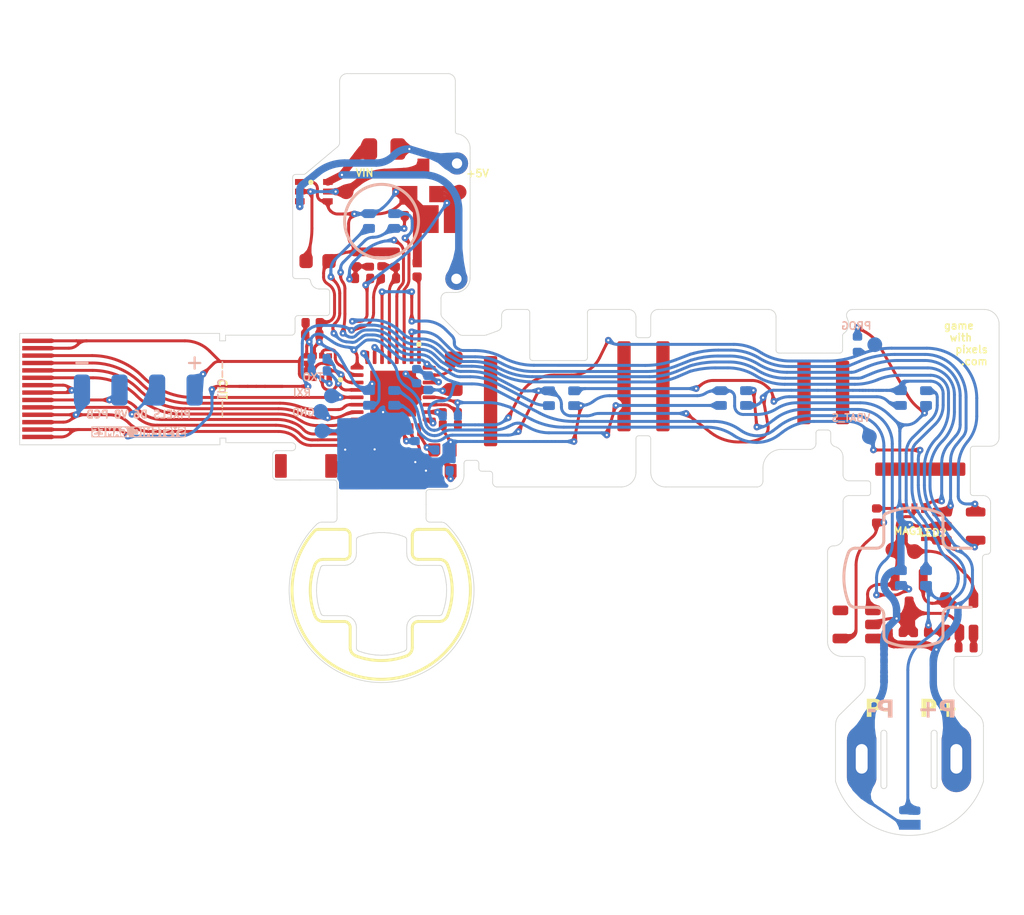
<source format=kicad_pcb>
(kicad_pcb (version 20221018) (generator pcbnew)
  (title_block (title "Pixels D6 Layout") (date "2022-08-26") (rev "3") (company "Systemic Games, LLC") (comment 1 "Flexible PCB, 0.13mm thickness"))
  (layers (0 "F.Cu" signal) (31 "B.Cu" signal) (34 "B.Paste" user) (35 "F.Paste" user) (36 "B.SilkS" user "B.Silkscreen") (37 "F.SilkS" user "F.Silkscreen") (38 "B.Mask" user) (39 "F.Mask" user) (44 "Edge.Cuts" user))
  (net 0 "")
  (net 2 "GND")
  (net 3 "VDD")
  (net 4 "VDC")
  (net 5 "Net-(L1-Pad2)")
  (net 6 "Net-(U1-DEC4)")
  (net 7 "+5V")
  (net 8 "/PROG")
  (net 9 "VEE")
  (net 10 "/LED_EN")
  (net 11 "Net-(U1-XC2)")
  (net 12 "Net-(U1-DEC1)")
  (net 13 "Net-(U1-XC1)")
  (net 14 "Net-(U1-DEC3)")
  (net 15 "Net-(D1B-K1A2)")
  (net 16 "Net-(D1A-K3A4)")
  (net 17 "/BATT_NTC")
  (net 18 "RXI")
  (net 19 "TXO")
  (net 20 "SWO")
  (net 21 "RESET")
  (net 22 "SWDCLK")
  (net 23 "SWDIO")
  (net 24 "Net-(D2-DOUT)")
  (net 25 "/NTC_ID_VDD")
  (net 26 "/LED_DATA")
  (net 27 "/Power Supply/MAG1_")
  (net 28 "/STATS")
  (net 29 "Net-(D3-DOUT)")
  (net 30 "/5V_SENSE")
  (net 31 "/VBAT_SENSE")
  (net 32 "/Power Supply/LED_EN_OUT")
  (net 33 "Net-(D4-DOUT)")
  (net 34 "Net-(D6-DOUT)")
  (net 35 "Net-(U1-DCC)")
  (net 36 "Net-(U6-SET)")
  (net 37 "/LEDs/LED_RETURN_4")
  (net 38 "Net-(U1-P0.28{slash}AIN4)")
  (net 39 "/LEDs/LED_RETURN_6")
  (net 40 "+BATT")
  (net 43 "/SCL")
  (net 44 "/SDA")
  (net 45 "/ACC_INT")
  (net 46 "/ANT_NRF")
  (net 47 "/ANT_50")
  (net 48 "/ANTENNA")
  (footprint "Pixels-dice:C_0402_1005Metric" (layer "F.Cu") (at 166.8436 106.79)
    (fp_text reference "C16")
    (fp_text value "10uF 10V 20%")
  )
  (footprint "Pixels-dice:SOT-353_SC-70-5" (layer "F.Cu") (at 168.1086 99.335 -90)
    (fp_text reference "U7")
    (fp_text value "SN74LVC1G08" hide)
  )
  (footprint "Package_TO_SOT_SMD:SOT-23-5" (layer "F.Cu") (at 171.1111 99.6)
    (fp_text reference "U5")
    (fp_text value "MCP73832T-2ACI/OT")
  )
  (footprint "Package_TO_SOT_SMD:SOT-23" (layer "F.Cu") (at 167.7536 104.16 -90)
    (fp_text reference "U8")
    (fp_text value "TMR1366")
  )
  (footprint "Pixels-dice:SOT-23-5" (layer "F.Cu") (at 171.1536 105.696232 90)
    (fp_text reference "U6")
    (fp_text value "MT9700" hide)
  )
  (footprint "Resistor_SMD:R_0402_1005Metric" (layer "F.Cu") (at 171.6036 107.82 180)
    (fp_text reference "R3")
    (fp_text value "10k 5%")
  )
  (footprint "Inductor_SMD:L_0805_2012Metric" (layer "F.Cu") (at 136.96 89.3 -90)
    (fp_text reference "L1")
    (fp_text value "10uH 100mA 10%")
  )
  (footprint "Capacitor_SMD:C_0402_1005Metric" (layer "F.Cu") (at 134.48 82.249 90)
    (fp_text reference "C3")
    (fp_text value "0.1uF 10V 20%")
  )
  (footprint "Resistor_SMD:R_0402_1005Metric" (layer "F.Cu") (at 136.730001 91.939999 180)
    (fp_text reference "R10")
    (fp_text value "100k 1%")
  )
  (footprint "Package_DFN_QFN:QFN-32-1EP_5x5mm_P0.5mm_EP3.1x3.1mm" (layer "F.Cu") (at 132.86 90.64 -90)
    (fp_text reference "U1")
    (fp_text value "N52810_QFN32")
  )
  (footprint "Capacitor_SMD:C_0402_1005Metric" (layer "F.Cu") (at 127.4225 85.8375)
    (fp_text reference "C10")
    (fp_text value "0.1uF 10V 20%")
  )
  (footprint "Pixels-dice:0402_RF" (layer "F.Cu") (at 132.63 93.99)
    (fp_text reference "C8")
    (fp_text value "0.8pF 10V 5% C0G")
  )
  (footprint "Capacitor_SMD:C_0402_1005Metric" (layer "F.Cu") (at 168.5536 106.8 180)
    (fp_text reference "C23")
    (fp_text value "0.1uF 10V 20%")
  )
  (footprint "Pixels-dice:C_0402_1005Metric" (layer "F.Cu") (at 134.13 78.599)
    (fp_text reference "C9")
    (fp_text value "10uF 10V 20%")
  )
  (footprint "Pixels-dice:C_0402_1005Metric" (layer "F.Cu") (at 165.5486 98.885 90)
    (fp_text reference "C18")
    (fp_text value "4.7uF 10V 20%")
  )
  (footprint "Pixels-dice:R_0402_1005Metric" (layer "F.Cu") (at 136.09 78.329 180)
    (fp_text reference "R4")
    (fp_text value "100k 1%")
  )
  (footprint "Pixels-dice:SOT-23-5" (layer "F.Cu") (at 164.2036 106.25 180)
    (fp_text reference "U4")
    (fp_text value "ME6215" hide)
  )
  (footprint "Resistor_SMD:R_0402_1005Metric" (layer "F.Cu") (at 136.73 92.74)
    (fp_text reference "R9")
    (fp_text value "120k 1%")
  )
  (footprint "Pixels-dice:C_0402_1005Metric" (layer "F.Cu") (at 127.3925 86.6575)
    (fp_text reference "C4")
    (fp_text value "4.7uF 10V 20%")
  )
  (footprint "Pixels-dice:FPC_14" (layer "F.Cu") (at 108.78163 93.57 90)
    (fp_text reference "J1")
    (fp_text value "Conn_01x14")
  )
  (footprint "Capacitor_SMD:C_0603_1608Metric" (layer "F.Cu") (at 127.75 81.679)
    (fp_text reference "C13")
    (fp_text value "4.7uF 25V 20%")
  )
  (footprint "Package_TO_SOT_SMD:SOT-363_SC-70-6" (layer "F.Cu") (at 127.5 76.979)
    (fp_text reference "D1")
    (fp_text value "BAV99S")
  )
  (footprint "Capacitor_SMD:C_0603_1608Metric" (layer "F.Cu") (at 136.25 79.289 180)
    (fp_text reference "C15")
    (fp_text value "22uF 10V 20%")
  )
  (footprint "Capacitor_SMD:C_0402_1005Metric" (layer "F.Cu") (at 130.35 81.549 90)
    (fp_text reference "C21")
    (fp_text value "10nF 25V 10%")
  )
  (footprint "Resistor_SMD:R_0402_1005Metric" (layer "F.Cu") (at 132.55 82.849)
    (fp_text reference "R7")
    (fp_text value "4.02M 1%")
  )
  (footprint "Resistor_SMD:R_0402_1005Metric" (layer "F.Cu") (at 131.25 81.549 -90)
    (fp_text reference "R2")
    (fp_text value "4.02M 1%")
  )
  (footprint "Resistor_SMD:R_0402_1005Metric" (layer "F.Cu") (at 133 81.549 90)
    (fp_text reference "R8")
    (fp_text value "10M 1%")
  )
  (footprint "Resistor_SMD:R_0402_1005Metric" (layer "F.Cu") (at 130.8 82.849 180)
    (fp_text reference "R1")
    (fp_text value "4.02M 1%")
  )
  (footprint "Capacitor_SMD:C_0402_1005Metric" (layer "F.Cu") (at 132.1 81.549 90)
    (fp_text reference "C22")
    (fp_text value "10nF 25V 10%")
  )
  (footprint "Pixels-dice:Crystal_SMD_2016-4Pin_2.0x1.6mm" (layer "F.Cu") (at 136.2 95.15 -90)
    (fp_text reference "Y1")
    (fp_text value "32MHz 40ppm")
  )
  (footprint "Package_LGA:LGA-12_2x2mm_P0.5mm" (layer "F.Cu") (at 127.78 88.84 180)
    (fp_text reference "U2")
    (fp_text value "KXTJ3-1057")
  )
  (footprint "Pixels-dice:0402_RF" (layer "F.Cu") (at 129.57 95.24 90)
    (fp_text reference "C11")
    (fp_text value "DNP")
  )
  (footprint "Pixels-dice:0402_RF" (layer "F.Cu") (at 132.47 95.24 -90)
    (fp_text reference "L5")
    (fp_text value "3.9nH 5%")
  )
  (footprint "Pixels-dice:SOT-23" (layer "F.Cu") (at 134.91 76.199 -90)
    (fp_text reference "U3")
    (fp_text value "PJ75AL50SA")
  )
  (footprint "Capacitor_SMD:C_0805_2012Metric" (layer "F.Cu") (at 132.23 74.099 180)
    (fp_text reference "C19" hide)
    (fp_text value "12nF 50V 5% NP0")
  )
  (footprint "Pixels-dice:0402_RF" (layer "F.Cu") (at 130.66 95.68 180)
    (fp_text reference "L3")
    (fp_text value "0 Ohm")
  )
  (footprint "Pixels-dice:CHIP_ANT" (layer "F.Cu") (at 128.67 95.53 90)
    (fp_text reference "AE2")
    (fp_text value "Antenna_Chip" hide)
  )
  (footprint "Pixels-dice:TEST_PIN" (layer "F.Cu") (at 137.32 77.019)
    (fp_text reference "W15" hide)
    (fp_text value "+5V")
  )
  (footprint "RFFrontEnd:MFH3.RECE.20369.001E.01" (layer "F.Cu") (at 133.64 95.69 90)
    (fp_text reference "J4")
    (fp_text value "DNP" hide)
  )
  (footprint "Pixels-dice:TEST_PIN" (layer "F.Cu") (at 168.1136 101.32)
    (fp_text reference "W21" hide)
    (fp_text value "LED2")
  )
  (footprint "Pixels-dice:TEST_PIN" (layer "F.Cu") (at 166.6536 101.2)
    (fp_text reference "W23" hide)
    (fp_text value "MAG1_")
  )
  (footprint "Pixels-dice:TEST_PIN" (layer "F.Cu") (at 129.68 76.989)
    (fp_text reference "W16" hide)
    (fp_text value "VIN")
  )
  (footprint "Pixels-dice:0402_RF" (layer "F.Cu") (at 131.75 95.24 90)
    (fp_text reference "C12")
    (fp_text value "DNP")
  )
  (footprint "Pixels-dice:TX1812Z_2020" (layer "B.Cu") (at 168.0436 103.11 90)
    (fp_text reference "D5")
    (fp_text value "TX1812Z_2020")
  )
  (footprint "Pixels-dice:TX1812Z_2020" (layer "B.Cu") (at 168.0436 90.94 -90)
    (fp_text reference "D4")
    (fp_text value "TX1812Z_2020")
  )
  (footprint "Pixels-dice:TX1812Z_2020" (layer "B.Cu") (at 155.8736 90.94 90)
    (fp_text reference "D6")
    (fp_text value "TX1812Z_2020")
  )
  (footprint "Pixels-dice:TX1812Z_2020" (layer "B.Cu") (at 132.08 78.969 90)
    (fp_text reference "D2")
    (fp_text value "TX1812Z_2020")
  )
  (footprint "Pixels-dice:TX1812Z_2020" (layer "B.Cu") (at 132.08 90.93 90)
    (fp_text reference "D7")
    (fp_text value "TX1812Z_2020")
  )
  (footprint "Pixels-dice:C_0402_1005Metric" (layer "B.Cu") (at 168.2036 119.32 -90)
    (fp_text reference "C6" hide)
    (fp_text value "DNP")
  )
  (footprint "Pixels-dice:TestPoint_THTPad_D1.5mm_Drill0.7mm_nosilk" (layer "B.Cu") (at 137.18 75.079 30)
    (fp_text reference "P5" hide)
    (fp_text value "COILA")
  )
  (footprint "Capacitor_SMD:C_0402_1005Metric" (layer "B.Cu") (at 134.35 94.33 -90)
    (fp_text reference "C7")
    (fp_text value "100pF NP0 10V 5%")
  )
  (footprint "Capacitor_SMD:C_0402_1005Metric" (layer "B.Cu") (at 136.2 95.85)
    (fp_text reference "C5")
    (fp_text value "8pF 10V 10%")
  )
  (footprint "Capacitor_SMD:C_0402_1005Metric" (layer "B.Cu") (at 136.2 94.45 180)
    (fp_text reference "C2")
    (fp_text value "8pF 10V 10%")
  )
  (footprint "Pixels-dice:TX1812Z_2020" (layer "B.Cu") (at 144.25 90.95 -90)
    (fp_text reference "D3")
    (fp_text value "TX1812Z_2020")
  )
  (footprint "Pixels-dice:FPC-POGO-4" (layer "B.Cu") (at 115.63 90.4 180)
    (fp_text reference "J2")
    (fp_text value "Conn_01x04")
  )
  (footprint "Resistor_SMD:R_0402_1005Metric" (layer "B.Cu") (at 164.26 87.3 90)
    (fp_text reference "R6")
    (fp_text value "22k 1%")
  )
  (footprint "Pixels-dice:Hongjie 10100 Connector" (layer "B.Cu") (at 167.744201 115.336035 180)
    (fp_text reference "J3")
    (fp_text value "Conn_01x02")
  )
  (footprint "Inductor_SMD:L_0402_1005Metric" (layer "B.Cu") (at 135.23 89.91 90)
    (fp_text reference "L2")
    (fp_text value "15nH 100mA 5%")
  )
  (footprint "Pixels-dice:C_0402_1005Metric" (layer "B.Cu") (at 134.45 89.46 -90)
    (fp_text reference "C1")
    (fp_text value "4.7uF 10V 20%")
  )
  (footprint "Resistor_SMD:R_0402_1005Metric" (layer "B.Cu") (at 127.86 89.1)
    (fp_text reference "R12")
    (fp_text value "2.7k 5%")
  )
  (footprint "Resistor_SMD:R_0402_1005Metric" (layer "B.Cu") (at 127.8475 88.2775)
    (fp_text reference "R16")
    (fp_text value "2.7k 5%")
  )
  (footprint "Pixels-dice:R_0402_1005Metric" (layer "B.Cu") (at 136.73 92.15)
    (fp_text reference "R5")
    (fp_text value "100k 1%" hide)
  )
  (footprint "Pixels-dice:R_0402_1005Metric" (layer "B.Cu") (at 167.3936 119.32 -90)
    (fp_text reference "TH1" hide)
    (fp_text value "NTC 100k @ 25C")
  )
  (footprint "Pixels-dice:TEST_PIN" (layer "B.Cu") (at 127.95 91.84 180)
    (fp_text reference "W1" hide)
    (fp_text value "RXI")
  )
  (footprint "Pixels-dice:TestPoint_THTPad_D1.5mm_Drill0.7mm_nosilk" (layer "B.Cu") (at 137.14 82.88 180)
    (fp_text reference "P6" hide)
    (fp_text value "COILB")
  )
  (footprint "Pixels-dice:TEST_PIN" (layer "B.Cu") (at 165.43 87.33 180)
    (fp_text reference "W3" hide)
    (fp_text value "PROG")
  )
  (footprint "Pixels-dice:TEST_PIN" (layer "B.Cu") (at 165.0636 93.55 180)
    (fp_text reference "W4" hide)
    (fp_text value "VBAT_S")
  )
  (footprint "Pixels-dice:TEST_PIN" (layer "B.Cu") (at 128.69 90.79 180)
    (fp_text reference "W2" hide)
    (fp_text value "TXO")
  )
  (footprint "Pixels-dice:TEST_PIN" (layer "B.Cu") (at 128.05 93.17 180)
    (fp_text reference "W19" hide)
    (fp_text value "GND")
  )
  (gr_line (start 164.12535 105.091682) (end 165.54 105.091682) (stroke (width 0.2)) (layer "B.SilkS"))
  (gr_arc (start 169.888315 98.748688) (mid 169.998644 98.840851) (end 170.04 98.978545) (stroke (width 0.2)) (layer "B.SilkS"))
  (gr_arc (start 164.12535 105.091682) (mid 163.843017 105.004342) (end 163.659321 104.772835) (stroke (width 0.2)) (layer "B.SilkS"))
  (gr_line (start 170.04 100.591682) (end 170.04 99.146992) (stroke (width 0.2)) (layer "B.SilkS"))
  (gr_line (start 166.04 105.591682) (end 166.04 106.99301) (stroke (width 0.2)) (layer "B.SilkS"))
  (gr_arc (start 166.04 98.978546) (mid 166.081338 98.840848) (end 166.191685 98.748689) (stroke (width 0.2)) (layer "B.SilkS"))
  (gr_arc (start 165.54 105.091682) (mid 165.893553 105.238129) (end 166.04 105.591682) (stroke (width 0.2)) (layer "B.SilkS"))
  (gr_arc (start 163.640766 101.415692) (mid 163.82416 101.180589) (end 164.10877 101.091682) (stroke (width 0.2)) (layer "B.SilkS"))
  (gr_arc (start 170.54 101.091682) (mid 170.186453 100.945234) (end 170.04 100.591682) (stroke (width 0.2)) (layer "B.SilkS"))
  (gr_line (start 166.04 99.146992) (end 166.04 100.591682) (stroke (width 0.2)) (layer "B.SilkS"))
  (gr_arc (start 170.04 105.591682) (mid 170.186446 105.238127) (end 170.54 105.091682) (stroke (width 0.2)) (layer "B.SilkS"))
  (gr_arc (start 163.659321 104.772835) (mid 163.340072 103.095977) (end 163.640766 101.415692) (stroke (width 0.2)) (layer "B.SilkS"))
  (gr_arc (start 169.718571 107.460035) (mid 168.04 107.770001) (end 166.361428 107.460035) (stroke (width 0.2)) (layer "B.SilkS"))
  (gr_line (start 170.54 105.091682) (end 171.954651 105.091682) (stroke (width 0.2)) (layer "B.SilkS"))
  (gr_line (start 166.04 99.146992) (end 166.04 98.978546) (stroke (width 0.2)) (layer "B.SilkS"))
  (gr_circle (center 132.08 78.989) (end 134.58 78.989) (stroke (width 0.2)) (fill none) (layer "B.SilkS"))
  (gr_line (start 170.04 99.146992) (end 170.04 98.978545) (stroke (width 0.2)) (layer "B.SilkS"))
  (gr_arc (start 166.361428 107.460035) (mid 166.128123 107.276483) (end 166.04 106.99301) (stroke (width 0.2)) (layer "B.SilkS"))
  (gr_arc (start 166.191685 98.748689) (mid 168.04 98.37) (end 169.888315 98.748688) (stroke (width 0.2)) (layer "B.SilkS"))
  (gr_arc (start 170.04 106.99301) (mid 169.951877 107.276484) (end 169.718571 107.460035) (stroke (width 0.2)) (layer "B.SilkS"))
  (gr_line (start 165.54 101.091682) (end 164.10877 101.091682) (stroke (width 0.2)) (layer "B.SilkS"))
  (gr_line (start 171.971232 101.091682) (end 170.54 101.091682) (stroke (width 0.2)) (layer "B.SilkS"))
  (gr_arc (start 166.04 100.591682) (mid 165.893553 100.945235) (end 165.54 101.091682) (stroke (width 0.2)) (layer "B.SilkS"))
  (gr_line (start 170.04 106.99301) (end 170.04 105.591682) (stroke (width 0.2)) (layer "B.SilkS"))
  (gr_line (start 128.124384 101.850129) (end 129.555616 101.850129) (stroke (width 0.2)) (layer "F.SilkS"))
  (gr_arc (start 136.546926 99.905514) (mid 132.052353 109.958028) (end 127.568671 99.900646) (stroke (width 0.2)) (layer "F.SilkS"))
  (gr_line (start 134.155616 100.220129) (end 134.155616 101.450129) (stroke (width 0.2)) (layer "F.SilkS"))
  (gr_arc (start 136.529501 105.667512) (mid 136.309062 105.945307) (end 135.970266 106.050129) (stroke (width 0.2)) (layer "F.SilkS"))
  (gr_line (start 135.970266 106.050129) (end 134.555616 106.050129) (stroke (width 0.2)) (layer "F.SilkS"))
  (gr_arc (start 127.581729 105.667512) (mid 127.25566 103.954975) (end 127.56278 102.238941) (stroke (width 0.2)) (layer "F.SilkS"))
  (gr_line (start 129.955616 107.813149) (end 129.955616 106.450129) (stroke (width 0.2)) (layer "F.SilkS"))
  (gr_circle (center 134.6 87.3) (end 134.7 87.3) (stroke (width 0.15)) (fill solid) (layer "F.SilkS"))
  (gr_line (start 129.555616 99.820129) (end 127.810546 99.819229) (stroke (width 0.2)) (layer "F.SilkS"))
  (gr_line (start 134.555616 101.850129) (end 135.986846 101.850129) (stroke (width 0.2)) (layer "F.SilkS"))
  (gr_arc (start 134.155616 100.220129) (mid 134.272774 99.937292) (end 134.555616 99.820129) (stroke (width 0.2)) (layer "F.SilkS"))
  (gr_line (start 129.955616 101.450129) (end 129.955616 100.220129) (stroke (width 0.2)) (layer "F.SilkS"))
  (gr_circle (center 127.3 76.35) (end 127.4 76.35) (stroke (width 0.15)) (fill solid) (layer "F.SilkS"))
  (gr_arc (start 129.555616 106.050129) (mid 129.838513 106.167257) (end 129.955616 106.450129) (stroke (width 0.2)) (layer "F.SilkS"))
  (gr_arc (start 136.311064 99.818713) (mid 136.438681 99.839587) (end 136.552941 99.900129) (stroke (width 0.2)) (layer "F.SilkS"))
  (gr_line (start 134.155616 106.450129) (end 134.155616 107.813149) (stroke (width 0.2)) (layer "F.SilkS"))
  (gr_arc (start 135.986846 101.850129) (mid 136.328357 101.956835) (end 136.54845 102.238941) (stroke (width 0.2)) (layer "F.SilkS"))
  (gr_arc (start 134.555616 101.850129) (mid 134.272828 101.732942) (end 134.155616 101.450129) (stroke (width 0.2)) (layer "F.SilkS"))
  (gr_arc (start 127.56278 102.238941) (mid 127.782861 101.956817) (end 128.124384 101.850129) (stroke (width 0.2)) (layer "F.SilkS"))
  (gr_line (start 136.311064 99.818713) (end 134.555616 99.820129) (stroke (width 0.2)) (layer "F.SilkS"))
  (gr_arc (start 127.56867 99.900645) (mid 127.682938 99.840114) (end 127.810546 99.819229) (stroke (width 0.2)) (layer "F.SilkS"))
  (gr_arc (start 134.155616 107.813149) (mid 134.049863 108.153311) (end 133.769902 108.373578) (stroke (width 0.2)) (layer "F.SilkS"))
  (gr_circle (center 129.3 89.7) (end 129.4 89.7) (stroke (width 0.15)) (fill solid) (layer "F.SilkS"))
  (gr_arc (start 134.155616 106.450129) (mid 134.272774 106.167292) (end 134.555616 106.050129) (stroke (width 0.2)) (layer "F.SilkS"))
  (gr_line (start 129.555616 106.050129) (end 128.140965 106.050129) (stroke (width 0.2)) (layer "F.SilkS"))
  (gr_arc (start 129.555616 99.820129) (mid 129.838513 99.937257) (end 129.955616 100.220129) (stroke (width 0.2)) (layer "F.SilkS"))
  (gr_arc (start 129.955616 101.450129) (mid 129.83846 101.732977) (end 129.555616 101.850129) (stroke (width 0.2)) (layer "F.SilkS"))
  (gr_arc (start 128.140965 106.050129) (mid 127.802155 105.945337) (end 127.581729 105.667512) (stroke (width 0.2)) (layer "F.SilkS"))
  (gr_arc (start 130.34133 108.373579) (mid 130.061348 108.153322) (end 129.955616 107.813149) (stroke (width 0.2)) (layer "F.SilkS"))
  (gr_arc (start 133.769902 108.373578) (mid 132.055615 108.690111) (end 130.34133 108.373579) (stroke (width 0.2)) (layer "F.SilkS"))
  (gr_arc (start 136.54845 102.238941) (mid 136.855515 103.954975) (end 136.529501 105.667512) (stroke (width 0.2)) (layer "F.SilkS"))
  (gr_line (start 139.0252 86.7009) (end 137.5622 86.700905) (stroke (width 0.05)) (layer "Edge.Cuts"))
  (gr_arc (start 170.7792 108.607951) (mid 170.837796 108.466561) (end 170.9792 108.408) (stroke (width 0.05)) (layer "Edge.Cuts"))
  (gr_line (start 128.0552 105.616) (end 128.0112 105.575) (stroke (width 0.05)) (layer "Edge.Cuts"))
  (gr_line (start 130.1482 105.886) (end 129.9812 105.759) (stroke (width 0.05)) (layer "Edge.Cuts"))
  (gr_line (start 127.6802 103.956) (end 127.6962 103.555) (stroke (width 0.05)) (layer "Edge.Cuts"))
  (gr_line (start 165.1492 96.7365) (end 165.1492 97.3363) (stroke (width 0.05)) (layer "Edge.Cuts"))
  (gr_arc (start 149.2791 95.951) (mid 148.986236 96.658136) (end 148.279101 96.951) (stroke (width 0.05)) (layer "Edge.Cuts"))
  (gr_line (start 173.8362 93.2009) (end 173.8362 85.9512) (stroke (width 0.05)) (layer "Edge.Cuts"))
  (gr_line (start 135.9892 102.254) (end 136.0702 102.266) (stroke (width 0.05)) (layer "Edge.Cuts"))
  (gr_arc (start 126.231351 85.564698) (mid 126.289904 85.423267) (end 126.43135 85.364751) (stroke (width 0.05)) (layer "Edge.Cuts"))
  (gr_line (start 133.8032 101.657) (end 133.8852 101.856) (stroke (width 0.05)) (layer "Edge.Cuts"))
  (gr_arc (start 135.3402 99.3321) (mid 135.163423 99.258877) (end 135.0902 99.0821) (stroke (width 0.05)) (layer "Edge.Cuts"))
  (gr_line (start 136.1062 105.616) (end 136.0522 105.642) (stroke (width 0.05)) (layer "Edge.Cuts"))
  (gr_line (start 128.5692 83.7653) (end 128.5692 85.1647) (stroke (width 0.05)) (layer "Edge.Cuts"))
  (gr_line (start 128.1082 105.642) (end 128.0552 105.616) (stroke (width 0.05)) (layer "Edge.Cuts"))
  (gr_arc (start 162.740863 94.222806) (mid 163.133094 94.492342) (end 163.284132 94.943654) (stroke (width 0.05)) (layer "Edge.Cuts"))
  (gr_arc (start 157.8682 96.5509) (mid 157.751043 96.833743) (end 157.4682 96.9509) (stroke (width 0.05)) (layer "Edge.Cuts"))
  (gr_line (start 134.5602 102.254) (end 135.9892 102.254) (stroke (width 0.05)) (layer "Edge.Cuts"))
  (gr_line (start 150.2792 93.6881) (end 150.2792 95.9509) (stroke (width 0.05)) (layer "Edge.Cuts"))
  (gr_line (start 139.5902 96.0898) (end 139.5902 96.4491) (stroke (width 0.05)) (layer "Edge.Cuts"))
  (gr_line (start 133.8852 106.053) (end 133.8052 106.246) (stroke (width 0.05)) (layer "Edge.Cuts"))
  (gr_line (start 151.2792 96.9509) (end 157.4682 96.9509) (stroke (width 0.05)) (layer "Edge.Cuts"))
  (gr_line (start 128.0902 102.266) (end 128.1712 102.254) (stroke (width 0.05)) (layer "Edge.Cuts"))
  (gr_arc (start 136.593609 69.002902) (mid 136.929911 69.160977) (end 137.066777 69.506453) (stroke (width 0.05)) (layer "Edge.Cuts"))
  (gr_line (start 131.1012 100.143) (end 131.4892 100.072) (stroke (width 0.05)) (layer "Edge.Cuts"))
  (gr_line (start 133.7012 100.358) (end 133.7412 100.401) (stroke (width 0.05)) (layer "Edge.Cuts"))
  (gr_arc (start 164.5782 108.41195) (mid 164.719639 108.470526) (end 164.77825 108.61195) (stroke (width 0.05)) (layer "Edge.Cuts"))
  (gr_line (start 132.6712 100.072) (end 133.0602 100.143) (stroke (width 0.05)) (layer "Edge.Cuts"))
  (gr_arc (start 173.8363 93.6002) (mid 173.660535 94.024435) (end 173.2363 94.2002) (stroke (width 0.05)) (layer "Edge.Cuts"))
  (gr_line (start 136.0702 102.266) (end 136.1232 102.293) (stroke (width 0.05)) (layer "Edge.Cuts"))
  (gr_line (start 135.0902 98.8025) (end 135.0902 98.1202) (stroke (width 0.05)) (layer "Edge.Cuts"))
  (gr_line (start 149.2792 95.951) (end 149.2792 93.6882) (stroke (width 0.05)) (layer "Edge.Cuts"))
  (gr_arc (start 158.9532 87.9002) (mid 158.811779 87.841621) (end 158.7532 87.7002) (stroke (width 0.05)) (layer "Edge.Cuts"))
  (gr_line (start 136.4112 103.157) (end 136.4642 103.555) (stroke (width 0.05)) (layer "Edge.Cuts"))
  (gr_arc (start 166.2422 117.151049) (mid 166.042205 117.351) (end 165.8422 117.151059) (stroke (width 0.05)) (layer "Edge.Cuts"))
  (gr_line (start 124.9702 96.4802) (end 126.5802 96.4802) (stroke (width 0.05)) (layer "Edge.Cuts"))
  (gr_arc (start 138.0692 82.8) (mid 137.776307 83.507107) (end 137.0692 83.8) (stroke (width 0.05)) (layer "Edge.Cuts"))
  (gr_arc (start 164.7781 110.241929) (mid 164.700263 110.628781) (end 164.47882 110.955394) (stroke (width 0.05)) (layer "Edge.Cuts"))
  (gr_line (start 127.7582 104.755) (end 127.7012 104.357) (stroke (width 0.05)) (layer "Edge.Cuts"))
  (gr_line (start 131.4892 100.072) (end 131.8832 100.037) (stroke (width 0.05)) (layer "Edge.Cuts"))
  (gr_line (start 134.3732 102.229) (end 134.5602 102.254) (stroke (width 0.05)) (layer "Edge.Cuts"))
  (gr_line (start 136.1662 102.333) (end 136.2032 102.398) (stroke (width 0.05)) (layer "Edge.Cuts"))
  (gr_line (start 145.9992 85.1509) (end 145.9992 88.2034) (stroke (width 0.05)) (layer "Edge.Cuts"))
  (gr_line (start 134.0122 105.886) (end 133.8852 106.053) (stroke (width 0.05)) (layer "Edge.Cuts"))
  (gr_line (start 141.8992 84.9508) (end 140.5962 84.9509) (stroke (width 0.05)) (layer "Edge.Cuts"))
  (gr_line (start 124.7202 95.9674) (end 124.7202 96.2302) (stroke (width 0.05)) (layer "Edge.Cuts"))
  (gr_line (start 133.0602 100.143) (end 133.2932 100.207) (stroke (width 0.05)) (layer "Edge.Cuts"))
  (gr_line (start 107.6102 86.57) (end 107.6102 94.1) (stroke (width 0.05)) (layer "Edge.Cuts"))
  (gr_arc (start 124.970201 96.48015) (mid 124.793464 96.406946) (end 124.72025 96.230213) (stroke (width 0.05)) (layer "Edge.Cuts"))
  (gr_line (start 163.2532 87.7002) (end 163.2532 86.723) (stroke (width 0.05)) (layer "Edge.Cuts"))
  (gr_line (start 173.8362 93.6002) (end 173.8362 93.2009) (stroke (width 0.05)) (layer "Edge.Cuts"))
  (gr_line (start 149.4792 93.4882) (end 150.0792 93.4881) (stroke (width 0.05)) (layer "Edge.Cuts"))
  (gr_arc (start 161.451301 93.300901) (mid 161.50985 93.15945) (end 161.651301 93.100901) (stroke (width 0.05)) (layer "Edge.Cuts"))
  (gr_line (start 127.8802 83.5653) (end 128.3692 83.5653) (stroke (width 0.05)) (layer "Edge.Cuts"))
  (gr_line (start 164.9492 97.5363) (end 163.6872 97.5363) (stroke (width 0.05)) (layer "Edge.Cuts"))
  (gr_line (start 145.799199 88.4034) (end 142.2992 88.4034) (stroke (width 0.05)) (layer "Edge.Cuts"))
  (gr_arc (start 126.2302 86.44) (mid 126.156977 86.616777) (end 125.9802 86.69) (stroke (width 0.05)) (layer "Edge.Cuts"))
  (gr_arc (start 139.161701 86.676859) (mid 139.094459 86.694844) (end 139.025117 86.70089) (stroke (width 0.05)) (layer "Edge.Cuts"))
  (gr_arc (start 126.2702 94.250549) (mid 126.196995 94.427359) (end 126.0202 94.5006) (stroke (width 0.05)) (layer "Edge.Cuts"))
  (gr_arc (start 162.7753 113.04807) (mid 162.853138 112.661215) (end 163.074585 112.334601) (stroke (width 0.05)) (layer "Edge.Cuts"))
  (gr_line (start 162.2362 106.323) (end 162.2362 107.412) (stroke (width 0.05)) (layer "Edge.Cuts"))
  (gr_line (start 121.1502 93.65) (end 121.1502 94.1) (stroke (width 0.05)) (layer "Edge.Cuts"))
  (gr_line (start 128.0372 102.292) (end 128.0902 102.266) (stroke (width 0.05)) (layer "Edge.Cuts"))
  (gr_arc (start 172.8362 84.9512) (mid 173.543307 85.244093) (end 173.8362 85.9512) (stroke (width 0.05)) (layer "Edge.Cuts"))
  (gr_line (start 135.9722 105.654) (end 134.5602 105.654) (stroke (width 0.05)) (layer "Edge.Cuts"))
  (gr_arc (start 163.2872 100.334077) (mid 163.100477 100.768973) (end 162.656604 100.933219) (stroke (width 0.05)) (layer "Edge.Cuts"))
  (gr_line (start 169.2422 113.601) (end 169.2422 117.151) (stroke (width 0.05)) (layer "Edge.Cuts"))
  (gr_line (start 170.7792 110.282) (end 170.7792 108.608) (stroke (width 0.05)) (layer "Edge.Cuts"))
  (gr_line (start 132.4822 108.313) (end 132.0802 108.332) (stroke (width 0.05)) (layer "Edge.Cuts"))
  (gr_arc (start 127.69471 99.475929) (mid 127.856004 99.369461) (end 128.045626 99.3321) (stroke (width 0.05)) (layer "Edge.Cuts"))
  (gr_line (start 127.7012 104.357) (end 127.6802 103.956) (stroke (width 0.05)) (layer "Edge.Cuts"))
  (gr_line (start 139.9322 86.3969) (end 139.1612 86.6769) (stroke (width 0.05)) (layer "Edge.Cuts"))
  (gr_arc (start 128.5693 85.164699) (mid 128.510692 85.306092) (end 128.369299 85.3647) (stroke (width 0.05)) (layer "Edge.Cuts"))
  (gr_line (start 172.7762 116.868) (end 172.7762 113.105) (stroke (width 0.05)) (layer "Edge.Cuts"))
  (gr_line (start 127.8512 105.145) (end 127.7582 104.755) (stroke (width 0.05)) (layer "Edge.Cuts"))
  (gr_line (start 136.1232 102.293) (end 136.1662 102.333) (stroke (width 0.05)) (layer "Edge.Cuts"))
  (gr_line (start 131.2812 108.259) (end 130.8902 108.168) (stroke (width 0.05)) (layer "Edge.Cuts"))
  (gr_arc (start 126.936731 75.768405) (mid 126.876581 75.803144) (end 126.808174 75.815203) (stroke (width 0.05)) (layer "Edge.Cuts"))
  (gr_arc (start 173.2613 101.255082) (mid 173.188054 101.431841) (end 173.0113 101.5051) (stroke (width 0.05)) (layer "Edge.Cuts"))
  (gr_line (start 134.5602 105.654) (end 134.3732 105.679) (stroke (width 0.05)) (layer "Edge.Cuts"))
  (gr_arc (start 138.854202 95.88985) (mid 138.712815 95.831287) (end 138.65425 95.6899) (stroke (width 0.05)) (layer "Edge.Cuts"))
  (gr_arc (start 163.613615 85.679608) (mid 163.627176 86.166268) (end 163.3391 86.55874) (stroke (width 0.05)) (layer "Edge.Cuts"))
  (gr_arc (start 136.212902 85.518202) (mid 136.126067 85.388521) (end 136.095878 85.2354) (stroke (width 0.05)) (layer "Edge.Cuts"))
  (gr_line (start 121.1302 87.07) (end 121.5302 87.07) (stroke (width 0.05)) (layer "Edge.Cuts"))
  (gr_arc (start 157.8682 95.6615) (mid 158.234317 94.777617) (end 159.1182 94.4115) (stroke (width 0.05)) (layer "Edge.Cuts"))
  (gr_line (start 132.2782 100.037) (end 132.6712 100.072) (stroke (width 0.05)) (layer "Edge.Cuts"))
  (gr_arc (start 129.2471 69.5) (mid 129.392697 69.148497) (end 129.7442 69.0029) (stroke (width 0.05)) (layer "Edge.Cuts"))
  (gr_arc (start 145.9992 88.2034) (mid 145.940621 88.344822) (end 145.799199 88.4034) (stroke (width 0.05)) (layer "Edge.Cuts"))
  (gr_line (start 130.8902 108.168) (end 130.5242 108.047) (stroke (width 0.05)) (layer "Edge.Cuts"))
  (gr_line (start 133.7012 108.01) (end 133.6372 108.047) (stroke (width 0.05)) (layer "Edge.Cuts"))
  (gr_line (start 129.0722 96.69) (end 129.071109 99.082214) (stroke (width 0.05)) (layer "Edge.Cuts"))
  (gr_arc (start 169.242203 113.600958) (mid 169.442198 113.401003) (end 169.642197 113.600953) (stroke (width 0.05)) (layer "Edge.Cuts"))
  (gr_arc (start 136.116131 99.3321) (mid 136.305748 99.369462) (end 136.467047 99.475929) (stroke (width 0.05)) (layer "Edge.Cuts"))
  (gr_line (start 162.7752 113.048) (end 162.7752 116.86) (stroke (width 0.05)) (layer "Edge.Cuts"))
  (gr_line (start 130.5232 100.321) (end 130.8672 100.207) (stroke (width 0.05)) (layer "Edge.Cuts"))
  (gr_line (start 126.2702 94.2095) (end 126.2702 94.2505) (stroke (width 0.05)) (layer "Edge.Cuts"))
  (gr_line (start 121.5502 93.65) (end 121.1502 93.65) (stroke (width 0.05)) (layer "Edge.Cuts"))
  (gr_line (start 172.4832 112.398) (end 171.0732 110.99) (stroke (width 0.05)) (layer "Edge.Cuts"))
  (gr_line (start 133.8052 106.246) (end 133.7802 106.435) (stroke (width 0.05)) (layer "Edge.Cuts"))
  (gr_arc (start 137.6532 95.3509) (mid 137.71207 95.20977) (end 137.8532 95.1509) (stroke (width 0.05)) (layer "Edge.Cuts"))
  (gr_arc (start 137.199641 73.072873) (mid 137.821001 73.404953) (end 138.069171 74.064329) (stroke (width 0.05)) (layer "Edge.Cuts"))
  (gr_line (start 129.6002 105.654) (end 128.1882 105.654) (stroke (width 0.05)) (layer "Edge.Cuts"))
  (gr_line (start 131.6792 108.313) (end 131.2812 108.259) (stroke (width 0.05)) (layer "Edge.Cuts"))
  (gr_line (start 121.1302 86.57) (end 107.6102 86.57) (stroke (width 0.05)) (layer "Edge.Cuts"))
  (gr_line (start 126.2692 82.8653) (end 127.0862 82.8653) (stroke (width 0.05)) (layer "Edge.Cuts"))
  (gr_arc (start 126.0692 76.0152) (mid 126.127779 75.873779) (end 126.2692 75.8152) (stroke (width 0.05)) (layer "Edge.Cuts"))
  (gr_line (start 132.8802 108.259) (end 132.4822 108.313) (stroke (width 0.05)) (layer "Edge.Cuts"))
  (gr_line (start 134.0132 102.021) (end 134.1782 102.149) (stroke (width 0.05)) (layer "Edge.Cuts"))
  (gr_line (start 139.0872 95.8898) (end 139.3902 95.8898) (stroke (width 0.05)) (layer "Edge.Cuts"))
  (gr_line (start 130.3802 107.832) (end 130.3802 106.435) (stroke (width 0.05)) (layer "Edge.Cuts"))
  (gr_line (start 135.0902 99.0821) (end 135.0902 98.8025) (stroke (width 0.05)) (layer "Edge.Cuts"))
  (gr_line (start 129.7442 69.0029) (end 136.5942 69.0029) (stroke (width 0.05)) (layer "Edge.Cuts"))
  (gr_line (start 126.0202 93.96) (end 121.5502 93.96) (stroke (width 0.05)) (layer "Edge.Cuts"))
  (gr_line (start 133.6352 100.321) (end 133.7012 100.358) (stroke (width 0.05)) (layer "Edge.Cuts"))
  (gr_line (start 133.6372 108.047) (end 133.2702 108.168) (stroke (width 0.05)) (layer "Edge.Cuts"))
  (gr_line (start 136.4022 104.755) (end 136.3092 105.145) (stroke (width 0.05)) (layer "Edge.Cuts"))
  (gr_line (start 133.2932 100.207) (end 133.6352 100.321) (stroke (width 0.05)) (layer "Edge.Cuts"))
  (gr_line (start 136.4642 103.555) (end 136.4802 103.956) (stroke (width 0.05)) (layer "Edge.Cuts"))
  (gr_arc (start 137.5622 86.700905) (mid 137.409064 86.670472) (end 137.2792 86.5838) (stroke (width 0.05)) (layer "Edge.Cuts"))
  (gr_line (start 172.7062 108.008) (end 172.7062 101.755) (stroke (width 0.05)) (layer "Edge.Cuts"))
  (gr_line (start 136.2032 102.398) (end 136.3232 102.766) (stroke (width 0.05)) (layer "Edge.Cuts"))
  (gr_line (start 161.4512 94.0115) (end 161.4512 93.3009) (stroke (width 0.05)) (layer "Edge.Cuts"))
  (gr_line (start 161.6512 93.1009) (end 162.2512 93.1009) (stroke (width 0.05)) (layer "Edge.Cuts"))
  (gr_arc (start 126.26915 82.86525) (mid 126.127743 82.806656) (end 126.06915 82.665249) (stroke (width 0.05)) (layer "Edge.Cuts"))
  (gr_arc (start 150.279265 86.65955) (mid 150.220673 86.800962) (end 150.079265 86.859565) (stroke (width 0.05)) (layer "Edge.Cuts"))
  (gr_arc (start 141.898322 84.950814) (mid 142.039608 85.008122) (end 142.098395 85.1488) (stroke (width 0.05)) (layer "Edge.Cuts"))
  (gr_line (start 140.1962 85.3509) (end 140.1962 86.0208) (stroke (width 0.05)) (layer "Edge.Cuts"))
  (gr_line (start 128.1882 105.654) (end 128.1082 105.642) (stroke (width 0.05)) (layer "Edge.Cuts"))
  (gr_arc (start 139.3902 95.88985) (mid 139.531639 95.948426) (end 139.59025 96.08985) (stroke (width 0.05)) (layer "Edge.Cuts"))
  (gr_arc (start 145.9992 85.1509) (mid 146.057779 85.009479) (end 146.1992 84.9509) (stroke (width 0.05)) (layer "Edge.Cuts"))
  (gr_line (start 130.2752 101.855) (end 130.3582 101.655) (stroke (width 0.05)) (layer "Edge.Cuts"))
  (gr_line (start 127.9572 102.399) (end 127.9942 102.333) (stroke (width 0.05)) (layer "Edge.Cuts"))
  (gr_line (start 124.7202 94.7511) (end 124.7202 95.1124) (stroke (width 0.05)) (layer "Edge.Cuts"))
  (gr_arc (start 172.776396 116.868057) (mid 167.772989 120.513538) (end 162.775436 116.860036) (stroke (width 0.05)) (layer "Edge.Cuts"))
  (gr_line (start 131.8832 100.037) (end 132.2782 100.037) (stroke (width 0.05)) (layer "Edge.Cuts"))
  (gr_line (start 130.5242 108.047) (end 130.4592 108.01) (stroke (width 0.05)) (layer "Edge.Cuts"))
  (gr_line (start 133.2702 108.168) (end 132.8802 108.259) (stroke (width 0.05)) (layer "Edge.Cuts"))
  (gr_arc (start 164.9492 96.5365) (mid 165.090621 96.595079) (end 165.1492 96.7365) (stroke (width 0.05)) (layer "Edge.Cuts"))
  (gr_arc (start 124.7202 94.751052) (mid 124.793406 94.57424) (end 124.970204 94.501) (stroke (width 0.05)) (layer "Edge.Cuts"))
  (gr_arc (start 137.6531 96.1313) (mid 137.360236 96.838436) (end 136.653101 97.1313) (stroke (width 0.05)) (layer "Edge.Cuts"))
  (gr_line (start 164.4792 110.955) (end 163.0752 112.335) (stroke (width 0.05)) (layer "Edge.Cuts"))
  (gr_arc (start 136.0963 84.200998) (mid 136.213428 83.918128) (end 136.496298 83.801) (stroke (width 0.05)) (layer "Edge.Cuts"))
  (gr_line (start 129.7872 102.229) (end 129.9812 102.149) (stroke (width 0.05)) (layer "Edge.Cuts"))
  (gr_arc (start 171.8902 94.4002) (mid 171.948779 94.258779) (end 172.0902 94.2002) (stroke (width 0.05)) (layer "Edge.Cuts"))
  (gr_arc (start 163.253199 86.723) (mid 163.275971 86.630317) (end 163.3391 86.55874) (stroke (width 0.05)) (layer "Edge.Cuts"))
  (gr_arc (start 163.6842 96.5365) (mid 163.401357 96.419343) (end 163.2842 96.1365) (stroke (width 0.05)) (layer "Edge.Cuts"))
  (gr_line (start 130.3552 106.246) (end 130.2752 106.053) (stroke (width 0.05)) (layer "Edge.Cuts"))
  (gr_arc (start 142.298401 88.403403) (mid 142.156919 88.344883) (end 142.098397 88.203401) (stroke (width 0.05)) (layer "Edge.Cuts"))
  (gr_line (start 130.2752 106.053) (end 130.1482 105.886) (stroke (width 0.05)) (layer "Edge.Cuts"))
  (gr_line (start 124.7202 95.1124) (end 124.7202 95.9674) (stroke (width 0.05)) (layer "Edge.Cuts"))
  (gr_line (start 128.045626 99.3321) (end 128.821109 99.3321) (stroke (width 0.05)) (layer "Edge.Cuts"))
  (gr_line (start 130.4592 108.01) (end 130.4182 107.967) (stroke (width 0.05)) (layer "Edge.Cuts"))
  (gr_line (start 165.8422 113.601) (end 165.8422 117.151) (stroke (width 0.05)) (layer "Edge.Cuts"))
  (gr_arc (start 139.8902 96.951) (mid 139.678068 96.863132) (end 139.5902 96.651) (stroke (width 0.05)) (layer "Edge.Cuts"))
  (gr_arc (start 158.2532 84.9509) (mid 158.606753 85.097347) (end 158.7532 85.4509) (stroke (width 0.05)) (layer "Edge.Cuts"))
  (gr_line (start 171.8902 94.4002) (end 171.8902 97.3365) (stroke (width 0.05)) (layer "Edge.Cuts"))
  (gr_line (start 164.7782 108.612) (end 164.7782 110.242) (stroke (width 0.05)) (layer "Edge.Cuts"))
  (gr_arc (start 128.868027 96.480357) (mid 129.014387 96.542052) (end 129.072166 96.690001) (stroke (width 0.05)) (layer "Edge.Cuts"))
  (gr_arc (start 171.072682 110.989653) (mid 170.855495 110.665027) (end 170.77923 110.281965) (stroke (width 0.05)) (layer "Edge.Cuts"))
  (gr_line (start 172.0902 94.2002) (end 173.2362 94.2002) (stroke (width 0.05)) (layer "Edge.Cuts"))
  (gr_line (start 126.2692 75.8152) (end 126.8082 75.8152) (stroke (width 0.05)) (layer "Edge.Cuts"))
  (gr_line (start 134.1802 105.759) (end 134.0122 105.886) (stroke (width 0.05)) (layer "Edge.Cuts"))
  (gr_arc (start 148.802599 84.95095) (mid 149.141301 85.105385) (end 149.279697 85.45095) (stroke (width 0.05)) (layer "Edge.Cuts"))
  (gr_arc (start 128.36825 83.5653) (mid 128.509674 83.62389) (end 128.5683 83.7653) (stroke (width 0.05)) (layer "Edge.Cuts"))
  (gr_line (start 163.5432 85.4915) (end 163.6142 85.6796) (stroke (width 0.05)) (layer "Edge.Cuts"))
  (gr_line (start 128.0112 105.575) (end 127.9742 105.511) (stroke (width 0.05)) (layer "Edge.Cuts"))
  (gr_line (start 149.2792 86.6595) (end 149.2792 85.4509) (stroke (width 0.05)) (layer "Edge.Cuts"))
  (gr_line (start 129.9812 105.759) (end 129.7872 105.679) (stroke (width 0.05)) (layer "Edge.Cuts"))
  (gr_line (start 172.7612 97.5365) (end 172.0902 97.5365) (stroke (width 0.05)) (layer "Edge.Cuts"))
  (gr_line (start 139.5902 96.4491) (end 139.5902 96.651) (stroke (width 0.05)) (layer "Edge.Cuts"))
  (gr_line (start 130.3912 100.454) (end 130.4172 100.402) (stroke (width 0.05)) (layer "Edge.Cuts"))
  (gr_arc (start 162.740763 94.222804) (mid 162.531707 94.078997) (end 162.451247 93.838351) (stroke (width 0.05)) (layer "Edge.Cuts"))
  (gr_line (start 158.2532 84.9509) (end 150.7792 84.9509) (stroke (width 0.05)) (layer "Edge.Cuts"))
  (gr_line (start 163.2842 94.9437) (end 163.2842 96.1365) (stroke (width 0.05)) (layer "Edge.Cuts"))
  (gr_line (start 127.9742 105.511) (end 127.8512 105.145) (stroke (width 0.05)) (layer "Edge.Cuts"))
  (gr_line (start 136.0522 105.642) (end 135.9722 105.654) (stroke (width 0.05)) (layer "Edge.Cuts"))
  (gr_line (start 126.0202 94.5006) (end 124.970204 94.501) (stroke (width 0.05)) (layer "Edge.Cuts"))
  (gr_line (start 136.4592 104.357) (end 136.4022 104.755) (stroke (width 0.05)) (layer "Edge.Cuts"))
  (gr_line (start 133.7792 101.419) (end 133.8032 101.657) (stroke (width 0.05)) (layer "Edge.Cuts"))
  (gr_line (start 150.0792 86.8595) (end 149.4792 86.8595) (stroke (width 0.05)) (layer "Edge.Cuts"))
  (gr_line (start 163.2872 97.9363) (end 163.2872 100.334) (stroke (width 0.05)) (layer "Edge.Cuts"))
  (gr_line (start 121.1302 86.57) (end 121.1302 87.07) (stroke (width 0.05)) (layer "Edge.Cuts"))
  (gr_arc (start 126.0202 93.96) (mid 126.1968 94.033047) (end 126.2702 94.2095) (stroke (width 0.05)) (layer "Edge.Cuts"))
  (gr_arc (start 161.4512 94.0115) (mid 161.334043 94.294343) (end 161.0512 94.4115) (stroke (width 0.05)) (layer "Edge.Cuts"))
  (gr_line (start 135.3402 99.3321) (end 136.116131 99.3321) (stroke (width 0.05)) (layer "Edge.Cuts"))
  (gr_line (start 126.2312 85.5647) (end 126.2302 86.44) (stroke (width 0.05)) (layer "Edge.Cuts"))
  (gr_line (start 173.2612 101.255) (end 173.2612 98.0365) (stroke (width 0.05)) (layer "Edge.Cuts"))
  (gr_line (start 136.1492 105.575) (end 136.1062 105.616) (stroke (width 0.05)) (layer "Edge.Cuts"))
  (gr_line (start 133.7662 100.454) (end 133.7792 100.536) (stroke (width 0.05)) (layer "Edge.Cuts"))
  (gr_line (start 130.4172 100.402) (end 130.4582 100.358) (stroke (width 0.05)) (layer "Edge.Cuts"))
  (gr_line (start 130.3582 101.655) (end 130.3792 101.407) (stroke (width 0.05)) (layer "Edge.Cuts"))
  (gr_line (start 135.0902 98.1202) (end 135.0902 97.3313) (stroke (width 0.05)) (layer "Edge.Cuts"))
  (gr_arc (start 137.199641 73.072873) (mid 137.106446 73.023057) (end 137.069246 72.924148) (stroke (width 0.05)) (layer "Edge.Cuts"))
  (gr_line (start 130.3792 100.535) (end 130.3912 100.454) (stroke (width 0.05)) (layer "Edge.Cuts"))
  (gr_line (start 133.7802 106.435) (end 133.7802 107.833) (stroke (width 0.05)) (layer "Edge.Cuts"))
  (gr_line (start 137.6532 96.1313) (end 137.6532 95.3509) (stroke (width 0.05)) (layer "Edge.Cuts"))
  (gr_arc (start 165.842201 113.600951) (mid 166.042202 113.401001) (end 166.242199 113.600956) (stroke (width 0.05)) (layer "Edge.Cuts"))
  (gr_line (start 133.8852 101.856) (end 134.0132 102.021) (stroke (width 0.05)) (layer "Edge.Cuts"))
  (gr_line (start 158.7532 85.4509) (end 158.7532 87.7002) (stroke (width 0.05)) (layer "Edge.Cuts"))
  (gr_line (start 126.5802 96.4802) (end 128.8682 96.4802) (stroke (width 0.05)) (layer "Edge.Cuts"))
  (gr_line (start 172.8362 84.9512) (end 163.9172 84.9512) (stroke (width 0.05)) (layer "Edge.Cuts"))
  (gr_line (start 130.4182 107.967) (end 130.3932 107.913) (stroke (width 0.05)) (layer "Edge.Cuts"))
  (gr_arc (start 172.7063 101.755083) (mid 172.7795 101.578288) (end 172.9563 101.5051) (stroke (width 0.05)) (layer "Edge.Cuts"))
  (gr_line (start 129.6002 102.254) (end 129.7872 102.229) (stroke (width 0.05)) (layer "Edge.Cuts"))
  (gr_line (start 136.6532 97.1313) (end 135.2902 97.1313) (stroke (width 0.05)) (layer "Edge.Cuts"))
  (gr_line (start 162.4512 93.3009) (end 162.4512 93.8384) (stroke (width 0.05)) (layer "Edge.Cuts"))
  (gr_line (start 128.1712 102.254) (end 129.6002 102.254) (stroke (width 0.05)) (layer "Edge.Cuts"))
  (gr_arc (start 163.2362 108.41195) (mid 162.52911 108.119053) (end 162.23625 107.411948) (stroke (width 0.05)) (layer "Edge.Cuts"))
  (gr_arc (start 172.7062 108.00795) (mid 172.58906 108.290825) (end 172.3062 108.408) (stroke (width 0.05)) (layer "Edge.Cuts"))
  (gr_line (start 127.8382 102.766) (end 127.9572 102.399) (stroke (width 0.05)) (layer "Edge.Cuts"))
  (gr_line (start 163.2362 108.412) (end 164.5782 108.412) (stroke (width 0.05)) (layer "Edge.Cuts"))
  (gr_arc (start 151.2792 96.9509) (mid 150.572093 96.658007) (end 150.2792 95.9509) (stroke (width 0.05)) (layer "Edge.Cuts"))
  (gr_line (start 158.9532 87.9002) (end 163.0532 87.9002) (stroke (width 0.05)) (layer "Edge.Cuts"))
  (gr_line (start 129.1012 73.9522) (end 126.9362 75.7684) (stroke (width 0.05)) (layer "Edge.Cuts"))
  (gr_line (start 142.0992 88.2034) (end 142.0982 85.1488) (stroke (width 0.05)) (layer "Edge.Cuts"))
  (gr_line (start 121.5502 93.96) (end 121.5502 93.65) (stroke (width 0.05)) (layer "Edge.Cuts"))
  (gr_line (start 130.1482 102.021) (end 130.2752 101.855) (stroke (width 0.05)) (layer "Edge.Cuts"))
  (gr_line (start 133.7802 107.833) (end 133.7682 107.913) (stroke (width 0.05)) (layer "Edge.Cuts"))
  (gr_line (start 150.2792 85.4509) (end 150.2792 86.6595) (stroke (width 0.05)) (layer "Edge.Cuts"))
  (gr_line (start 126.0692 76.0152) (end 126.0692 82.6653) (stroke (width 0.05)) (layer "Edge.Cuts"))
  (gr_line (start 132.0802 108.332) (end 131.6792 108.313) (stroke (width 0.05)) (layer "Edge.Cuts"))
  (gr_arc (start 138.4542 95.1509) (mid 138.595621 95.209479) (end 138.6542 95.3509) (stroke (width 0.05)) (layer "Edge.Cuts"))
  (gr_arc (start 172.0902 97.53655) (mid 171.948761 97.477974) (end 171.89015 97.336549) (stroke (width 0.05)) (layer "Edge.Cuts"))
  (gr_arc (start 140.1962 86.020849) (mid 140.123815 86.250397) (end 139.932809 86.39685) (stroke (width 0.05)) (layer "Edge.Cuts"))
  (gr_arc (start 129.071109 99.082214) (mid 128.997846 99.25892) (end 128.821109 99.3321) (stroke (width 0.05)) (layer "Edge.Cuts"))
  (gr_line (start 130.8672 100.207) (end 131.1012 100.143) (stroke (width 0.05)) (layer "Edge.Cuts"))
  (gr_line (start 157.8682 96.5509) (end 157.8682 95.6615) (stroke (width 0.05)) (layer "Edge.Cuts"))
  (gr_line (start 136.1862 105.511) (end 136.1492 105.575) (stroke (width 0.05)) (layer "Edge.Cuts"))
  (gr_arc (start 150.079175 93.488125) (mid 150.220604 93.546696) (end 150.279175 93.688125) (stroke (width 0.05)) (layer "Edge.Cuts"))
  (gr_line (start 107.6102 94.1) (end 121.1502 94.1) (stroke (width 0.05)) (layer "Edge.Cuts"))
  (gr_arc (start 140.1962 85.350949) (mid 140.31334 85.068075) (end 140.5962 84.9509) (stroke (width 0.05)) (layer "Edge.Cuts"))
  (gr_line (start 148.8032 84.9509) (end 146.1992 84.9509) (stroke (width 0.05)) (layer "Edge.Cuts"))
  (gr_line (start 130.3802 106.435) (end 130.3552 106.246) (stroke (width 0.05)) (layer "Edge.Cuts"))
  (gr_line (start 129.7872 105.679) (end 129.6002 105.654) (stroke (width 0.05)) (layer "Edge.Cuts"))
  (gr_line (start 134.3732 105.679) (end 134.1802 105.759) (stroke (width 0.05)) (layer "Edge.Cuts"))
  (gr_arc (start 169.642203 117.151057) (mid 169.442194 117.351003) (end 169.242197 117.151045) (stroke (width 0.05)) (layer "Edge.Cuts"))
  (gr_line (start 170.9792 108.408) (end 172.3062 108.408) (stroke (width 0.05)) (layer "Edge.Cuts"))
  (gr_arc (start 127.8792 83.5653) (mid 127.482257 83.415296) (end 127.283725 83.040263) (stroke (width 0.05)) (layer "Edge.Cuts"))
  (gr_line (start 129.9812 102.149) (end 130.1482 102.021) (stroke (width 0.05)) (layer "Edge.Cuts"))
  (gr_line (start 169.6422 117.151) (end 169.6422 113.601) (stroke (width 0.05)) (layer "Edge.Cuts"))
  (gr_arc (start 162.2362 101.3333) (mid 162.360557 101.043136) (end 162.656605 100.933521) (stroke (width 0.05)) (layer "Edge.Cuts"))
  (gr_line (start 130.4582 100.358) (end 130.5232 100.321) (stroke (width 0.05)) (layer "Edge.Cuts"))
  (gr_line (start 163.6842 96.5365) (end 164.9492 96.5365) (stroke (width 0.05)) (layer "Edge.Cuts"))
  (gr_arc (start 150.279265 85.450944) (mid 150.425699 85.097387) (end 150.779261 84.950965) (stroke (width 0.05)) (layer "Edge.Cuts"))
  (gr_line (start 121.5302 86.69) (end 125.9802 86.69) (stroke (width 0.05)) (layer "Edge.Cuts"))
  (gr_line (start 138.6542 95.3509) (end 138.6542 95.6899) (stroke (width 0.05)) (layer "Edge.Cuts"))
  (gr_line (start 129.2442 73.6458) (end 129.2442 69.5) (stroke (width 0.05)) (layer "Edge.Cuts"))
  (gr_arc (start 163.54267 85.491496) (mid 163.588476 85.12323) (end 163.917256 84.95112) (stroke (width 0.05)) (layer "Edge.Cuts"))
  (gr_line (start 130.3792 101.407) (end 130.3792 100.535) (stroke (width 0.05)) (layer "Edge.Cuts"))
  (gr_line (start 133.7682 107.913) (end 133.7422 107.966) (stroke (width 0.05)) (layer "Edge.Cuts"))
  (gr_line (start 133.7412 100.401) (end 133.7662 100.454) (stroke (width 0.05)) (layer "Edge.Cuts"))
  (gr_line (start 162.2362 101.333) (end 162.2362 106.323) (stroke (width 0.05)) (layer "Edge.Cuts"))
  (gr_arc (start 172.7612 97.53655) (mid 173.114771 97.682994) (end 173.26125 98.03655) (stroke (width 0.05)) (layer "Edge.Cuts"))
  (gr_arc (start 136.467047 99.475929) (mid 132.080878 110.177375) (end 127.69471 99.475929) (stroke (width 0.05)) (layer "Edge.Cuts"))
  (gr_line (start 127.6962 103.555) (end 127.7502 103.157) (stroke (width 0.05)) (layer "Edge.Cuts"))
  (gr_arc (start 135.0902 97.3313) (mid 135.148779 97.189879) (end 135.2902 97.1313) (stroke (width 0.05)) (layer "Edge.Cuts"))
  (gr_line (start 136.3092 105.145) (end 136.1862 105.511) (stroke (width 0.05)) (layer "Edge.Cuts"))
  (gr_line (start 121.5302 87.07) (end 121.5302 86.69) (stroke (width 0.05)) (layer "Edge.Cuts"))
  (gr_line (start 137.0692 72.9241) (end 137.0672 69.5065) (stroke (width 0.05)) (layer "Edge.Cuts"))
  (gr_line (start 128.3692 85.3647) (end 126.4312 85.3647) (stroke (width 0.05)) (layer "Edge.Cuts"))
  (gr_line (start 127.9942 102.333) (end 128.0372 102.292) (stroke (width 0.05)) (layer "Edge.Cuts"))
  (gr_line (start 133.7422 107.966) (end 133.7012 108.01) (stroke (width 0.05)) (layer "Edge.Cuts"))
  (gr_line (start 130.3932 107.913) (end 130.3802 107.832) (stroke (width 0.05)) (layer "Edge.Cuts"))
  (gr_line (start 136.4802 103.956) (end 136.4592 104.357) (stroke (width 0.05)) (layer "Edge.Cuts"))
  (gr_arc (start 172.483 112.398) (mid 172.699788 112.722377) (end 172.775907 113.10503) (stroke (width 0.05)) (layer "Edge.Cuts"))
  (gr_line (start 127.7502 103.157) (end 127.8382 102.766) (stroke (width 0.05)) (layer "Edge.Cuts"))
  (gr_line (start 138.8542 95.8898) (end 139.0872 95.8898) (stroke (width 0.05)) (layer "Edge.Cuts"))
  (gr_line (start 137.8532 95.1509) (end 138.4542 95.1509) (stroke (width 0.05)) (layer "Edge.Cuts"))
  (gr_arc (start 129.2442 73.645769) (mid 129.206734 73.814824) (end 129.10133 73.952205) (stroke (width 0.05)) (layer "Edge.Cuts"))
  (gr_line (start 138.0692 82.8) (end 138.0692 74.0643) (stroke (width 0.05)) (layer "Edge.Cuts"))
  (gr_arc (start 149.479201 86.85955) (mid 149.337797 86.800969) (end 149.27925 86.659551) (stroke (width 0.05)) (layer "Edge.Cuts"))
  (gr_arc (start 149.2792 93.688151) (mid 149.337796 93.546761) (end 149.4792 93.4882) (stroke (width 0.05)) (layer "Edge.Cuts"))
  (gr_line (start 166.2422 117.151) (end 166.2422 113.601) (stroke (width 0.05)) (layer "Edge.Cuts"))
  (gr_line (start 134.1782 102.149) (end 134.3732 102.229) (stroke (width 0.05)) (layer "Edge.Cuts"))
  (gr_arc (start 163.2873 97.936298) (mid 163.404428 97.653428) (end 163.687298 97.5363) (stroke (width 0.05)) (layer "Edge.Cuts"))
  (gr_line (start 139.8902 96.951) (end 148.279101 96.951) (stroke (width 0.05)) (layer "Edge.Cuts"))
  (gr_arc (start 127.08525 82.86525) (mid 127.2175 82.915278) (end 127.283591 83.040277) (stroke (width 0.05)) (layer "Edge.Cuts"))
  (gr_arc (start 165.1491 97.336306) (mid 165.090584 97.477717) (end 164.9492 97.5363) (stroke (width 0.05)) (layer "Edge.Cuts"))
  (gr_line (start 159.1182 94.4115) (end 161.0512 94.4115) (stroke (width 0.05)) (layer "Edge.Cuts"))
  (gr_line (start 172.9562 101.505) (end 173.0112 101.505) (stroke (width 0.05)) (layer "Edge.Cuts"))
  (gr_line (start 136.0962 85.2354) (end 136.0962 84.201) (stroke (width 0.05)) (layer "Edge.Cuts"))
  (gr_line (start 133.7792 100.536) (end 133.7792 101.419) (stroke (width 0.05)) (layer "Edge.Cuts"))
  (gr_line (start 136.4962 83.8) (end 137.0692 83.8) (stroke (width 0.05)) (layer "Edge.Cuts"))
  (gr_arc (start 162.2512 93.1009) (mid 162.392621 93.159479) (end 162.4512 93.3009) (stroke (width 0.05)) (layer "Edge.Cuts"))
  (gr_line (start 137.2792 86.5838) (end 136.2132 85.5182) (stroke (width 0.05)) (layer "Edge.Cuts"))
  (gr_line (start 136.3232 102.766) (end 136.4112 103.157) (stroke (width 0.05)) (layer "Edge.Cuts"))
  (gr_arc (start 163.2532 87.7002) (mid 163.194621 87.841621) (end 163.0532 87.9002) (stroke (width 0.05)) (layer "Edge.Cuts"))
  (gr_text "--CUT--" (at 121.28 90.32 90) (layer "B.SilkS") (effects (font (size 0.5 0.5) (thickness 0.1)) (justify mirror)))
  (gr_text "PIXELS D6 V8 PCB" (at 115.65 92.05) (layer "B.SilkS") (effects (font (size 0.5 0.5) (thickness 0.12)) (justify mirror)))
  (gr_text "SYSTEMIC GAMES" (at 115.65 93.25) (layer "B.SilkS" knockout) (effects (font (size 0.5 0.5) (thickness 0.12)) (justify mirror)))
  (gr_text "P+" (at 169.6536 112.05) (layer "B.SilkS") (effects (font (size 1.2 1.2) (thickness 0.2) bold) (justify mirror)))
  (gr_text "P-" (at 165.8336 112.05) (layer "B.SilkS") (effects (font (size 1.2 1.2) (thickness 0.125)) (justify mirror)))
  (gr_text "P-" (at 165.6836 112) (layer "F.SilkS") (effects (font (size 1.2 1.2) (thickness 0.125))))
  (gr_text "P+" (at 169.7536 112) (layer "F.SilkS") (effects (font (size 1.2 1.2) (thickness 0.2) bold)))
  (gr_text "--CUT--" (at 121.35 90.37 -90) (layer "F.SilkS") (effects (font (size 0.5 0.5) (thickness 0.1))))
  (gr_text "game\n with\n  pixels\n   .com" (at 170.0536 88.75) (layer "F.SilkS") (effects (font (size 0.5 0.5) (thickness 0.1) bold) (justify left bottom)))
  (segment (start 127.53 88.224019) (end 127.53 88.224946) (width 0.2) (layer "F.Cu") (net 2))
  (segment (start 127.53 88.159331) (end 127.53 88.163038) (width 0.2) (layer "F.Cu") (net 2))
  (segment (start 130.909687 81.064) (end 130.900507 81.064) (width 0.2) (layer "F.Cu") (net 2))
  (segment (start 130.50703 81.064) (end 130.491952 81.064) (width 0.2) (layer "F.Cu") (net 2))
  (segment (start 168.051528 106.79) (end 167.5836 106.79) (width 0.2) (layer "F.Cu") (net 2))
  (segment (start 127.53 88.247534) (end 127.53 88.247766) (width 0.2) (layer "F.Cu") (net 2))
  (segment (start 130.804141 81.064) (end 130.756797 81.064) (width 0.2) (layer "F.Cu") (net 2))
  (segment (start 128.45 77.874) (end 128.45 77.864) (width 0.2) (layer "F.Cu") (net 2))
  (segment (start 127.53 87.91445) (end 127.53 87.846614) (width 0.2) (layer "F.Cu") (net 2))
  (segment (start 127.53 88.2429) (end 127.53 88.243595) (width 0.2) (layer "F.Cu") (net 2))
  (segment (start 127.53 87.725113) (end 127.53 87.725574) (width 0.2) (layer "F.Cu") (net 2))
  (segment (start 127.53 88.241741) (end 127.53 88.2429) (width 0.2) (layer "F.Cu") (net 2))
  (segment (start 127.53 88.195649) (end 127.53 88.201279) (width 0.2) (layer "F.Cu") (net 2))
  (segment (start 127.53 88.248462) (end 127.53 88.248578) (width 0.2) (layer "F.Cu") (net 2))
  (segment (start 130.655623 81.064) (end 130.649138 81.064) (width 0.2) (layer "F.Cu") (net 2))
  (segment (start 127.282583 76.329) (end 126.55 76.329) (width 0.2) (layer "F.Cu") (net 2))
  (segment (start 131.863203 81.064) (end 131.774297 81.064) (width 0.2) (layer "F.Cu") (net 2))
  (segment (start 132.434374 81.064) (end 132.424999 81.064) (width 0.2) (layer "F.Cu") (net 2))
  (segment (start 130.59531 81.064) (end 130.584529 81.064) (width 0.2) (layer "F.Cu") (net 2))
  (segment (start 166.9036 105.85) (end 167.0786 105.675) (width 0.2) (layer "F.Cu") (net 2))
  (segment (start 127.8725 87.020775) (end 127.8725 86.682248) (width 0.2) (layer "F.Cu") (net 2))
  (segment (start 164.835 86.5) (end 164.25 86.16) (width 0.2) (layer "F.Cu") (net 2))
  (segment (start 131.757832 78.489) (end 130.24 78.489) (width 0.2) (layer "F.Cu") (net 2))
  (segment (start 127.53 88.235601) (end 127.53 88.239308) (width 0.2) (layer "F.Cu") (net 2))
  (segment (start 127.53 87.93814) (end 127.53 87.995668) (width 0.2) (layer "F.Cu") (net 2))
  (segment (start 131.008748 81.064) (end 130.965623 81.064) (width 0.2) (layer "F.Cu") (net 2))
  (segment (start 127.53 87.765614) (end 127.53 87.755374) (width 0.2) (layer "F.Cu") (net 2))
  (segment (start 132.346874 81.064) (end 132.287499 81.064) (width 0.2) (layer "F.Cu") (net 2))
  (segment (start 127.74 76.776416) (end 127.74 77.205722) (width 0.2) (layer "F.Cu") (net 2))
  (segment (start 127.53 87.725574) (end 127.53 87.735354) (width 0.2) (layer "F.Cu") (net 2))
  (segment (start 167.501087 105.5) (end 167.6536 105.5) (width 0.2) (layer "F.Cu") (net 2))
  (segment (start 127.53 87.724191) (end 127.53 87.724652) (width 0.2) (layer "F.Cu") (net 2))
  (segment (start 130.804141 81.064) (end 130.806328 81.064) (width 0.2) (layer "F.Cu") (net 2))
  (segment (start 127.76875 87.27125) (end 127.7325 87.3075) (width 0.2) (layer "F.Cu") (net 2))
  (segment (start 127.53 87.615468) (end 127.53 87.612936) (width 0.2) (layer "F.Cu") (net 2))
  (segment (start 127.53 88.221239) (end 127.53 88.223092) (width 0.2) (layer "F.Cu") (net 2))
  (segment (start 127.53 87.655621) (end 127.53 87.657922) (width 0.2) (layer "F.Cu") (net 2))
  (segment (start 131.321094 81.064) (end 131.25 81.064) (width 0.2) (layer "F.Cu") (net 2))
  (segment (start 127.53 87.923926) (end 127.53 87.928664) (width 0.2) (layer "F.Cu") (net 2))
  (segment (start 131.734688 81.064) (end 131.725 81.064) (width 0.2) (layer "F.Cu") (net 2))
  (segment (start 127.53 88.216605) (end 127.53 88.221239) (width 0.2) (layer "F.Cu") (net 2))
  (segment (start 127.53 88.114708) (end 127.53 88.118415) (width 0.2) (layer "F.Cu") (net 2))
  (segment (start 127.53 87.735354) (end 127.53 87.755374) (width 0.2) (layer "F.Cu") (net 2))
  (segment (start 127.53 88.230505) (end 127.53 88.230852) (width 0.2) (layer "F.Cu") (net 2))
  (segment (start 131.525623 81.064) (end 131.508436 81.064) (width 0.2) (layer "F.Cu") (net 2))
  (segment (start 130.916093 81.064) (end 130.909687 81.064) (width 0.2) (layer "F.Cu") (net 2))
  (segment (start 110.532512 90.07) (end 108.78163 90.07) (width 0.2) (layer "F.Cu") (net 2))
  (segment (start 132.424999 81.064) (end 132.415624 81.064) (width 0.2) (layer "F.Cu") (net 2))
  (segment (start 127.53 88.201279) (end 127.53 88.206909) (width 0.2) (layer "F.Cu") (net 2))
  (segment (start 127.53 87.672649) (end 127.53 87.695085) (width 0.2) (layer "F.Cu") (net 2))
  (segment (start 127.53 88.229579) (end 127.53 88.230505) (width 0.2) (layer "F.Cu") (net 2))
  (segment (start 132.899803 81.064) (end 132.881248 81.064) (width 0.2) (layer "F.Cu") (net 2))
  (segment (start 127.53 88.206909) (end 127.53 88.207442) (width 0.2) (layer "F.Cu") (net 2))
  (segment (start 131.168125 81.064) (end 131.118593 81.064) (width 0.2) (layer "F.Cu") (net 2))
  (segment (start 167.1186 98.385) (end 167.1086 98.395) (width 0.2) (layer "F.Cu") (net 2))
  (segment (start 166.5836 105.85) (end 166.9036 105.85) (width 0.2) (layer "F.Cu") (net 2))
  (segment (start 129.62 94.43) (end 129.465 94.285) (width 0.2) (layer "F.Cu") (net 2))
  (segment (start 127.53 88.193984) (end 127.53 88.195649) (width 0.2) (layer "F.Cu") (net 2))
  (segment (start 127.53 87.765614) (end 127.53 87.806114) (width 0.2) (layer "F.Cu") (net 2))
  (segment (start 128.627624 78.287743) (end 128.649999 78.309) (width 0.2) (layer "F.Cu") (net 2))
  (segment (start 131.107811 81.064) (end 131.118593 81.064) (width 0.2) (layer "F.Cu") (net 2))
  (segment (start 130.928905 81.064) (end 130.934881 81.064) (width 0.2) (layer "F.Cu") (net 2))
  (segment (start 131.725 81.064) (end 131.715312 81.064) (width 0.2) (layer "F.Cu") (net 2))
  (segment (start 127.53 88.226799) (end 127.53 88.227727) (width 0.2) (layer "F.Cu") (net 2))
  (segment (start 127.53 88.230852) (end 127.53 88.231084) (width 0.2) (layer "F.Cu") (net 2))
  (segment (start 132.76293 93.655635) (end 133.07 93.99) (width 0.2) (layer "F.Cu") (net 2))
  (segment (start 130.858046 81.064) (end 130.806328 81.064) (width 0.2) (layer "F.Cu") (net 2))
  (segment (start 132.996289 81.064) (end 133 81.064) (width 0.2) (layer "F.Cu") (net 2))
  (segment (start 132.287499 81.064) (end 132.228124 81.064) (width 0.2) (layer "F.Cu") (net 2))
  (segment (start 127.53 87.995668) (end 127.53 88.036584) (width 0.2) (layer "F.Cu") (net 2))
  (segment (start 165.569813 98.405) (end 167.084457 98.405) (width 0.2) (layer "F.Cu") (net 2))
  (segment (start 130.668593 81.064) (end 130.675566 81.064) (width 0.2) (layer "F.Cu") (net 2))
  (segment (start 128.9 85.18774) (end 128.9 84.002273) (width 0.2) (layer "F.Cu") (net 2))
  (segment (start 127.53 87.607951) (end 127.53 87.612936) (width 0.2) (layer "F.Cu") (net 2))
  (segment (start 132.228124 81.064) (end 132.225781 81.064) (width 0.2) (layer "F.Cu") (net 2))
  (segment (start 132.985156 81.064) (end 132.970312 81.064) (width 0.2) (layer "F.Cu") (net 2))
  (segment (start 113.640969 92.07) (end 111.41 92.07) (width 0.2) (layer "F.Cu") (net 2))
  (segment (start 110.556446 92.57) (end 108.78163 92.57) (width 0.2) (layer "F.Cu") (net 2))
  (segment (start 132.434374 81.064) (end 132.439843 81.064) (width 0.2) (layer "F.Cu") (net 2))
  (segment (start 127.53 88.155624) (end 127.53 88.159331) (width 0.2) (layer "F.Cu") (net 2))
  (segment (start 130.668593 81.064) (end 130.662108 81.064) (width 0.2) (layer "F.Cu") (net 2))
  (segment (start 131.178906 81.064) (end 131.168125 81.064) (width 0.2) (layer "F.Cu") (net 2))
  (segment (start 126.4325 93.7825) (end 126.313183 93.663183) (width 0.2) (layer "F.Cu") (net 2))
  (segment (start 132.225781 81.064) (end 132.161719 81.064) (width 0.2) (layer "F.Cu") (net 2))
  (segment (start 132.996289 81.064) (end 132.988867 81.064) (width 0.2) (layer "F.Cu") (net 2))
  (segment (start 130.466113 81.064) (end 130.469882 81.064) (width 0.2) (layer "F.Cu") (net 2))
  (segment (start 169.905033 99.6) (end 168.594334 99.6) (width 0.2) (layer "F.Cu") (net 2))
  (segment (start 127.53 88.122122) (end 127.53 88.125829) (width 0.2) (layer "F.Cu") (net 2))
  (segment (start 131.25 81.064) (end 131.178906 81.064) (width 0.2) (layer "F.Cu") (net 2))
  (segment (start 169.873269 105.5) (end 168.4536 105.5) (width 0.2) (layer "F.Cu") (net 2))
  (segment (start 127.53 87.933402) (end 127.53 87.93814) (width 0.2) (layer "F.Cu") (net 2))
  (segment (start 116.36903 93.2) (end 125.103158 93.2) (width 0.2) (layer "F.Cu") (net 2))
  (segment (start 131.508436 81.064) (end 131.491249 81.064) (width 0.2) (layer "F.Cu") (net 2))
  (segment (start 131.107811 81.064) (end 131.079842 81.064) (width 0.2) (layer "F.Cu") (net 2))
  (segment (start 127.7625 87.2775) (end 127.7325 87.3075) (width 0.2) (layer "F.Cu") (net 2))
  (segment (start 127.53 87.928664) (end 127.53 87.933402) (width 0.2) (layer "F.Cu") (net 2))
  (segment (start 127.53 88.246259) (end 127.53 88.247186) (width 0.2) (layer "F.Cu") (net 2))
  (segment (start 127.53 88.0775) (end 127.53 88.088656) (width 0.2) (layer "F.Cu") (net 2))
  (segment (start 127.53 87.635371) (end 127.53 87.645496) (width 0.2) (layer "F.Cu") (net 2))
  (segment (start 136.75 93.91) (end 136.75 94.45) (width 0.2) (layer "F.Cu") (net 2))
  (segment (start 127.53 88.163038) (end 127.53 88.17519) (width 0.2) (layer "F.Cu") (net 2))
  (segment (start 132.881248 81.064) (end 132.821873 81.064) (width 0.2) (layer "F.Cu") (net 2))
  (segment (start 130.606091 81.064) (end 130.59531 81.064) (width 0.2) (layer "F.Cu") (net 2))
  (segment (start 132.575 81.064) (end 132.525 81.064) (width 0.2) (layer "F.Cu") (net 2))
  (segment (start 127.0175 88.74625) (end 127.0175 89.09) (width 0.2) (layer "F.Cu") (net 2))
  (segment (start 167.1186 98.385) (end 167.4586 98.385) (width 0.2) (layer "F.Cu") (net 2))
  (segment (start 131.491249 81.064) (end 131.474062 81.064) (width 0.2) (layer "F.Cu") (net 2))
  (segment (start 167.7936 99.5) (end 168.058955 99.55) (width 0.2) (layer "F.Cu") (net 2))
  (segment (start 132.460156 81.064) (end 132.475 81.064) (width 0.2) (layer "F.Cu") (net 2))
  (segment (start 132.625 81.064) (end 132.575 81.064) (width 0.2) (layer "F.Cu") (net 2))
  (segment (start 127.53 87.806114) (end 127.53 87.846614) (width 0.2) (layer "F.Cu") (net 2))
  (segment (start 127.53 88.233169) (end 127.53 88.234327) (width 0.2) (layer "F.Cu") (net 2))
  (segment (start 167.639881 90.738617) (end 165.754802 87.427989) (width 0.2) (layer "F.Cu") (net 2))
  (segment (start 135.2975 90.39) (end 134.2 90.39) (width 0.2) (layer "F.Cu") (net 2))
  (segment (start 127.53 87.607951) (end 127.53 87.605459) (width 0.2) (layer "F.Cu") (net 2))
  (segment (start 130.928905 81.064) (end 130.922499 81.064) (width 0.2) (layer "F.Cu") (net 2))
  (segment (start 132.703123 81.064) (end 132.643748 81.064) (width 0.2) (layer "F.Cu") (net 2))
  (segment (start 130.572147 81.064) (end 130.558163 81.064) (width 0.2) (layer "F.Cu") (net 2))
  (segment (start 130.479569 81.064) (end 130.469882 81.064) (width 0.2) (layer "F.Cu") (net 2))
  (segment (start 127.53 87.695085) (end 127.53 87.714643) (width 0.2) (layer "F.Cu") (net 2))
  (segment (start 171.0936 106.898658) (end 171.0936 107.82) (width 0.2) (layer "F.Cu") (net 2))
  (segment (start 131.9125 81.064) (end 131.863203 81.064) (width 0.2) (layer "F.Cu") (net 2))
  (segment (start 130.1 80.599) (end 130.273986 80.772986) (width 0.2) (layer "F.Cu") (net 2))
  (segment (start 132.460156 81.064) (end 132.439843 81.064) (width 0.2) (layer "F.Cu") (net 2))
  (segment (start 130.520487 81.064) (end 130.508651 81.064) (width 0.2) (layer "F.Cu") (net 2))
  (segment (start 127.53 88.125829) (end 127.53 88.151917) (width 0.2) (layer "F.Cu") (net 2))
  (segment (start 130.858046 81.064) (end 130.875741 81.064) (width 0.2) (layer "F.Cu") (net 2))
  (segment (start 127.53 88.088656) (end 127.53 88.10726) (width 0.2) (layer "F.Cu") (net 2))
  (segment (start 131.321094 81.064) (end 131.474062 81.064) (width 0.2) (layer "F.Cu") (net 2))
  (segment (start 132.359374 81.064) (end 132.346874 81.064) (width 0.2) (layer "F.Cu") (net 2))
  (segment (start 127.53 88.17519) (end 127.53 88.185419) (width 0.2) (layer "F.Cu") (net 2))
  (segment (start 127.53 88.243826) (end 127.53 88.244057) (width 0.2) (layer "F.Cu") (net 2))
  (segment (start 129.85 79.154771) (end 129.85 79.995446) (width 0.2) (layer "F.Cu") (net 2))
  (segment (start 111.13 90.42) (end 110.955 90.245) (width 0.2) (layer "F.Cu") (net 2))
  (segment (start 127.53 88.151917) (end 127.53 88.155624) (width 0.2) (layer "F.Cu") (net 2))
  (segment (start 127.9075 86.597751) (end 127.9075 86.138752) (width 0.2) (layer "F.Cu") (net 2))
  (segment (start 132.955468 81.064) (end 132.940624 81.064) (width 0.2) (layer "F.Cu") (net 2))
  (segment (start 132.988867 81.064) (end 132.985156 81.064) (width 0.2) (layer "F.Cu") (net 2))
  (segment (start 131.715312 81.064) (end 131.705624 81.064) (width 0.2) (layer "F.Cu") (net 2))
  (segment (start 131.774297 81.064) (end 131.734688 81.064) (width 0.2) (layer "F.Cu") (net 2))
  (segment (start 127.53 88.228653) (end 127.53 88.229579) (width 0.2) (layer "F.Cu") (net 2))
  (segment (start 132.970312 81.064) (end 132.955468 81.064) (width 0.2) (layer "F.Cu") (net 2))
  (segment (start 127.53 87.625362) (end 127.53 87.635256) (width 0.2) (layer "F.Cu") (net 2))
  (segment (start 168.0611 106.7925) (end 168.0636 106.795) (width 0.2) (layer "F.Cu") (net 2))
  (segment (start 127.53 88.240582) (end 127.53 88.239308) (width 0.2) (layer "F.Cu") (net 2))
  (segment (start 168.0536 105.9) (end 168.0536 106.774393) (width 0.2) (layer "F.Cu") (net 2))
  (segment (start 130.508651 81.064) (end 130.50703 81.064) (width 0.2) (layer "F.Cu") (net 2))
  (segment (start 130.532323 81.064) (end 130.520487 81.064) (width 0.2) (layer "F.Cu") (net 2))
  (segment (start 127.53 88.24823) (end 127.53 88.248462) (width 0.2) (layer "F.Cu") (net 2))
  (segment (start 170.960477 106.056877) (end 170.7786 105.875) (width 0.2) (layer "F.Cu") (net 2))
  (segment (start 127.53 88.232011) (end 127.53 88.233169) (width 0.2) (layer "F.Cu") (net 2))
  (segment (start 130.045 78.684) (end 130.24 78.489) (width 0.2) (layer "F.Cu") (net 2))
  (segment (start 127.53 87.657922) (end 127.53 87.672649) (width 0.2) (layer "F.Cu") (net 2))
  (segment (start 132.821873 81.064) (end 132.762498 81.064) (width 0.2) (layer "F.Cu") (net 2))
  (segment (start 127.53 87.635371) (end 127.53 87.635256) (width 0.2) (layer "F.Cu") (net 2))
  (segment (start 132.762498 81.064) (end 132.703123 81.064) (width 0.2) (layer "F.Cu") (net 2))
  (segment (start 132.406249 81.064) (end 132.393749 81.064) (width 0.2) (layer "F.Cu") (net 2))
  (segment (start 130.695996 81.064) (end 130.675566 81.064) (width 0.2) (layer "F.Cu") (net 2))
  (segment (start 131.041678 81.064) (end 131.0341 81.064) (width 0.2) (layer "F.Cu") (net 2))
  (segment (start 127.53 88.223092) (end 127.53 88.224019) (width 0.2) (layer "F.Cu") (net 2))
  (segment (start 131.041678 81.064) (end 131.051873 81.064) (width 0.2) (layer "F.Cu") (net 2))
  (segment (start 167.6536 105.5) (end 168.4536 105.5) (width 0.2) (layer "F.Cu") (net 2))
  (segment (start 127.53 88.216605) (end 127.53 88.21657) (width 0.2) (layer "F.Cu") (net 2))
  (segment (start 130.489256 81.064) (end 130.491952 81.064) (width 0.2) (layer "F.Cu") (net 2))
  (segment (start 130.709453 81.064) (end 130.695996 81.064) (width 0.2) (layer "F.Cu") (net 2))
  (segment (start 127.53 88.207442) (end 127.53 88.212006) (width 0.2) (layer "F.Cu") (net 2))
  (segment (start 136.75 93.91) (end 136.378574 93.325462) (width 0.2) (layer "F.Cu") (net 2))
  (segment (start 130.558163 81.064) (end 130.532323 81.064) (width 0.2) (layer "F.Cu") (net 2))
  (segment (start 127.53 88.036584) (end 127.53 88.0775) (width 0.2) (layer "F.Cu") (net 2))
  (segment (start 145.555 91.45) (end 145.09 93.88) (width 0.2) (layer "F.Cu") (net 2))
  (segment (start 129.945 81.069) (end 130.35 81.069) (width 0.2) (layer "F.Cu") (net 2))
  (segment (start 132.922069 81.064) (end 132.92578 81.064) (width 0.2) (layer "F.Cu") (net 2))
  (segment (start 132.525 81.064) (end 132.475 81.064) (width 0.2) (layer "F.Cu") (net 2))
  (segment (start 127.53 88.191684) (end 127.53 88.193984) (width 0.2) (layer "F.Cu") (net 2))
  (segment (start 132.940624 81.064) (end 132.92578 81.064) (width 0.2) (layer "F.Cu") (net 2))
  (segment (start 132.393749 81.064) (end 132.359374 81.064) (width 0.2) (layer "F.Cu") (net 2))
  (segment (start 132.625 81.064) (end 132.643748 81.064) (width 0.2) (layer "F.Cu") (net 2))
  (segment (start 127.295581 94.14) (end 129.09775 94.14) (width 0.2) (layer "F.Cu") (net 2))
  (segment (start 168.359849 91.59375) (end 168.798599 91.955) (width 0.2) (layer "F.Cu") (net 2))
  (segment (start 131.0341 81.064) (end 131.026522 81.064) (width 0.2) (layer "F.Cu") (net 2))
  (segment (start 132.922069 81.064) (end 132.899803 81.064) (width 0.2) (layer "F.Cu") (net 2))
  (segment (start 171.1536 106.753805) (end 171.1536 106.523116) (width 0.2) (layer "F.Cu") (net 2))
  (segment (start 127.53 88.189384) (end 127.53 88.191684) (width 0.2) (layer "F.Cu") (net 2))
  (segment (start 134.36 95.27) (end 134.6941 95.69) (width 0.2) (layer "F.Cu") (net 2))
  (segment (start 127.53 88.232011) (end 127.53 88.231316) (width 0.2) (layer "F.Cu") (net 2))
  (segment (start 127.53 88.247766) (end 127.53 88.247998) (width 0.2) (layer "F.Cu") (net 2))
  (segment (start 127.53 88.227727) (end 127.53 88.228653) (width 0.2) (layer "F.Cu") (net 2))
  (segment (start 127.53 87.714643) (end 127.53 87.724191) (width 0.2) (layer "F.Cu") (net 2))
  (segment (start 128.159848 82.502578) (end 128.159722 82.762848) (width 0.2) (layer "F.Cu") (net 2))
  (segment (start 130.489256 81.064) (end 130.479569 81.064) (width 0.2) (layer "F.Cu") (net 2))
  (segment (start 131.525623 81.064) (end 131.705624 81.064) (width 0.2) (layer "F.Cu") (net 2))
  (segment (start 110.873933 90.57) (end 108.78163 90.57) (width 0.2) (layer "F.Cu") (net 2))
  (segment (start 129.62 94.43) (end 129.57 94.8) (width 0.25) (layer "F.Cu") (net 2))
  (segment (start 132.61 92.86619) (end 132.61 92.06) (width 0.2) (layer "F.Cu") (net 2))
  (segment (start 132.161719 81.064) (end 132.1 81.064) (width 0.2) (layer "F.Cu") (net 2))
  (segment (start 132.1 81.064) (end 131.9125 81.064) (width 0.2) (layer "F.Cu") (net 2))
  (segment (start 130.662108 81.064) (end 130.655623 81.064) (width 0.2) (layer "F.Cu") (net 2))
  (segment (start 127.53 88.118415) (end 127.53 88.122122) (width 0.2) (layer "F.Cu") (net 2))
  (segment (start 127.53 88.244057) (end 127.53 88.244405) (width 0.2) (layer "F.Cu") (net 2))
  (segment (start 127.53 88.224946) (end 127.53 88.226799) (width 0.2) (layer "F.Cu") (net 2))
  (segment (start 130.900507 81.064) (end 130.875741 81.064) (width 0.2) (layer "F.Cu") (net 2))
  (segment (start 127.53 88.231084) (end 127.53 88.231316) (width 0.2) (layer "F.Cu") (net 2))
  (segment (start 127.53 88.189384) (end 127.53 88.185419) (width 0.2) (layer "F.Cu") (net 2))
  (segment (start 130.606091 81.064) (end 130.649138 81.064) (width 0.2) (layer "F.Cu") (net 2))
  (segment (start 133.983924 94.788263) (end 133.64 94.689999) (width 0.25) (layer "F.Cu") (net 2))
  (segment (start 127.53 88.114708) (end 127.53 88.10726) (width 0.2) (layer "F.Cu") (net 2))
  (segment (start 130.922499 81.064) (end 130.916093 81.064) (width 0.2) (layer "F.Cu") (net 2))
  (segment (start 131.61 94.41) (end 131.75 94.79) (width 0.25) (layer "F.Cu") (net 2))
  (segment (start 127.5975 87.4425) (end 127.7325 87.3075) (width 0.2) (layer "F.Cu") (net 2))
  (segment (start 127.5975 87.4425) (end 127.7325 87.3075) (width 0.2) (layer "F.Cu") (net 2))
  (segment (start 127.53 88.212006) (end 127.53 88.21657) (width 0.2) (layer "F.Cu") (net 2))
  (segment (start 127.53 88.245332) (end 127.53 88.246259) (width 0.2) (layer "F.Cu") (net 2))
  (segment (start 111.41 92.07) (end 108.78163 92.07) (width 0.2) (layer "F.Cu") (net 2))
  (segment (start 127.53 87.615468) (end 127.53 87.625362) (width 0.2) (layer "F.Cu") (net 2))
  (segment (start 127.53 87.724652) (end 127.53 87.725113) (width 0.2) (layer "F.Cu") (net 2))
  (segment (start 130.466113 81.064) (end 130.460371 81.064) (width 0.2) (layer "F.Cu") (net 2))
  (segment (start 127.17375 88.59) (end 127.188578 88.59) (width 0.2) (layer "F.Cu") (net 2))
  (segment (start 131.008748 81.064) (end 131.026522 81.064) (width 0.2) (layer "F.Cu") (net 2))
  (segment (start 127.53 87.919188) (end 127.53 87.923926) (width 0.2) (layer "F.Cu") (net 2))
  (segment (start 127.53 88.240582) (end 127.53 88.241741) (width 0.2) (layer "F.Cu") (net 2))
  (segment (start 128.371874 83.173713) (end 128.529798 83.285747) (width 0.2) (layer "F.Cu") (net 2))
  (segment (start 130.584529 81.064) (end 130.573748 81.064) (width 0.2) (layer "F.Cu") (net 2))
  (segment (start 135.08 95.85) (end 134.834614 96.272608) (width 0.2) (layer "F.Cu") (net 2))
  (segment (start 128.20875 85.83875) (end 128.237743 85.83887) (width 0.2) (layer "F.Cu") (net 2))
  (segment (start 130.460371 81.064) (end 130.4575 81.064) (width 0.2) (layer "F.Cu") (net 2))
  (segment (start 127.53 88.244405) (end 127.53 88.245332) (width 0.2) (layer "F.Cu") (net 2))
  (segment (start 130.965623 81.064) (end 130.95324 81.064) (width 0.2) (layer "F.Cu") (net 2))
  (segment (start 165.968215 105.973076) (end 165.3036 106.25) (width 0.2) (layer "F.Cu") (net 2))
  (segment (start 127.53 87.645496) (end 127.53 87.655621) (width 0.2) (layer "F.Cu") (net 2))
  (segment (start 130.95324 81.064) (end 130.934881 81.064) (width 0.2) (layer "F.Cu") (net 2))
  (segment (start 127.53 88.24823) (end 127.53 88.247998) (width 0.2) (layer "F.Cu") (net 2))
  (segment (start 170.44235 99.675) (end 170.0111 99.6) (width 0.2) (layer "F.Cu") (net 2))
  (segment (start 111.055 90.495) (end 111.13 90.42) (width 0.2) (layer "F.Cu") (net 2))
  (segment (start 129.192866 81.277621) (end 128.793774 81.51747) (width 0.2) (layer "F.Cu") (net 2))
  (segment (start 127.53 88.247186) (end 127.53 88.247534) (width 0.2) (layer "F.Cu") (net 2))
  (segment (start 130.756797 81.064) (end 130.709453 81.064) (width 0.2) (layer "F.Cu") (net 2))
  (segment (start 166.9036 105.85) (end 167.139752 106.086152) (width 0.2) (layer "F.Cu") (net 2))
  (segment (start 133.315 77.844) (end 133.96 77.199) (width 0.2) (layer "F.Cu") (net 2))
  (segment (start 132.415624 81.064) (end 132.406249 81.064) (width 0.2) (layer "F.Cu") (net 2))
  (segment (start 134.36 95.27) (end 134.28 95.06) (width 0.25) (layer "F.Cu") (net 2))
  (segment (start 130.573748 81.064) (end 130.572147 81.064) (width 0.2) (layer "F.Cu") (net 2))
  (segment (start 129.125855 78.497015) (end 130.24 78.489) (width 0.2) (layer "F.Cu") (net 2))
  (segment (start 127.53 88.234327) (end 127.53 88.235601) (width 0.2) (layer "F.Cu") (net 2))
  (segment (start 136.2525 92.92) (end 136.245 92.7) (width 0.2) (layer "F.Cu") (net 2))
  (segment (start 127.53 87.91445) (end 127.53 87.919188) (width 0.2) (layer "F.Cu") (net 2))
  (segment (start 131.079842 81.064) (end 131.051873 81.064) (width 0.2) (layer "F.Cu") (net 2))
  (segment (start 128.215 77.629) (end 128.153277 77.629) (width 0.2) (layer "F.Cu") (net 2))
  (segment (start 134.091745 96.69) (end 133.64 96.690001) (width 0.2) (layer "F.Cu") (net 2))
  (segment (start 111.16 92.32) (end 111.41 92.07) (width 0.2) (layer "F.Cu") (net 2))
  (segment (start 127.53 88.243595) (end 127.53 88.243826) (width 0.2) (layer "F.Cu") (net 2))
  (via (at 167.1186 98.385) (size 0.45) (drill 0.15) (layers "F.Cu" "B.Cu") (net 2))
  (via (at 135.08 95.85) (size 0.45) (drill 0.15) (layers "F.Cu" "B.Cu") (net 2))
  (via (at 145.555 91.45) (size 0.45) (drill 0.15) (layers "F.Cu" "B.Cu") (net 2))
  (via (at 167.7936 99.5) (size 0.45) (drill 0.15) (layers "F.Cu" "B.Cu") (net 2))
  (via (at 131.44 89.98) (size 0.45) (drill 0.15) (layers "F.Cu" "B.Cu") (net 2))
  (via (at 111.41 92.07) (size 0.45) (drill 0.15) (layers "F.Cu" "B.Cu") (net 2))
  (via (at 164.25 86.16) (size 0.45) (drill 0.15) (layers "F.Cu" "B.Cu") (net 2))
  (via (at 136.75 93.91) (size 0.45) (drill 0.15) (layers "F.Cu" "B.Cu") (net 2))
  (via (at 168.798599 91.955) (size 0.45) (drill 0.15) (layers "F.Cu" "B.Cu") (net 2))
  (via (at 134.36 95.27) (size 0.45) (drill 0.15) (layers "F.Cu" "B.Cu") (net 2))
  (via (at 133.05 76.999) (size 0.45) (drill 0.15) (layers "F.Cu" "B.Cu") (net 2))
  (via (at 131.61 94.41) (size 0.45) (drill 0.15) (layers "F.Cu" "B.Cu") (net 2))
  (via (at 132.18 91.89) (size 0.45) (drill 0.15) (layers "F.Cu" "B.Cu") (net 2))
  (via (at 166.9036 105.85) (size 0.45) (drill 0.15) (layers "F.Cu" "B.Cu") (net 2))
  (via (at 129.62 94.43) (size 0.45) (drill 0.15) (layers "F.Cu" "B.Cu") (net 2))
  (via (at 127.87 87.15) (size 0.45) (drill 0.15) (layers "F.Cu" "B.Cu") (net 2))
  (via (at 130.24 78.489) (size 0.45) (drill 0.15) (layers "F.Cu" "B.Cu") (net 2))
  (via (at 111.13 90.42) (size 0.45) (drill 0.15) (layers "F.Cu" "B.Cu") (net 2))
  (via (at 145.09 93.88) (size 0.45) (drill 0.15) (layers "F.Cu" "B.Cu") (net 2))
  (via (at 133.71 89.3) (size 0.45) (drill 0.15) (layers "F.Cu" "B.Cu") (net 2))
  (arc (start 127.76875 87.27125) (mid 127.845536 87.156331) (end 127.8725 87.020775) (width 0.2) (layer "F.Cu") (net 2))
  (arc (start 129.85 79.154771) (mid 129.900678 78.899991) (end 130.045 78.684) (width 0.2) (layer "F.Cu") (net 2))
  (arc (start 128.215 77.629) (mid 128.38117 77.697829) (end 128.45 77.864) (width 0.2) (layer "F.Cu") (net 2))
  (arc (start 171.1236 106.826232) (mid 171.101396 106.859461) (end 171.0936 106.898658) (width 0.2) (layer "F.Cu") (net 2))
  (arc (start 129.945 81.069) (mid 129.554734 81.122121) (end 129.192866 81.277621) (width 0.2) (layer "F.Cu") (net 2))
  (arc (start 168.0536 105.9) (mid 167.936442 105.617157) (end 167.6536 105.5) (width 0.2) (layer "F.Cu") (net 2))
  (arc (start 168.0536 105.9) (mid 168.170757 105.617157) (end 168.4536 105.5) (width 0.2) (layer "F.Cu") (net 2))
  (arc (start 130.273986 80.772986) (mid 130.330244 80.857182) (end 130.35 80.9565) (width 0.2) (layer "F.Cu") (net 2))
  (arc (start 134.52 96.58) (mid 134.698256 96.447746) (end 134.834614 96.272608) (width 0.2) (layer "F.Cu") (net 2))
  (arc (start 127.9075 86.138752) (mid 127.99581 85.926177) (end 128.20875 85.83875) (width 0.2) (layer "F.Cu") (net 2))
  (arc (start 115.005 92.635) (mid 115.630822 93.053161) (end 116.36903 93.2) (width 0.2) (layer "F.Cu") (net 2))
  (arc (start 127.9075 86.597751) (mid 127.902951 86.620616) (end 127.89 86.64) (width 0.2) (layer "F.Cu") (net 2))
  (arc (start 129.465 94.285) (mid 129.295169 94.177562) (end 129.09775 94.14) (width 0.2) (layer "F.Cu") (net 2))
  (arc (start 110.532512 90.07) (mid 110.76116 90.115481) (end 110.955 90.245) (width 0.2) (layer "F.Cu") (net 2))
  (arc (start 136.2525 92.92) (mid 136.28827 93.131209) (end 136.378574 93.325462) (width 0.2) (layer "F.Cu") (net 2))
  (arc (start 110.556446 92.57) (mid 110.883087 92.505027) (end 111.16 92.32) (width 0.2) (layer "F.Cu") (net 2))
  (arc (start 165.5336 98.42) (mid 165.516985 98.431101) (end 165.497386 98.435) (width 0.2) (layer "F.Cu") (net 2))
  (arc (start 167.3236 106.53) (mid 167.275819 106.289791) (end 167.139752 106.086152) (width 0.2) (layer "F.Cu") (net 2))
  (arc (start 164.835 86.5) (mid 165.356353 86.903084) (end 165.754802 87.427989) (width 0.2) (layer "F.Cu") (net 2))
  (arc (start 166.5836 105.85) (mid 166.269814 105.88107) (end 165.968215 105.973076) (width 0.2) (layer "F.Cu") (net 2))
  (arc (start 127.43 88.49) (mid 127.50401 88.379234) (end 127.53 88.248578) (width 0.2) (layer "F.Cu") (net 2))
  (arc (start 126.4325 93.7825) (mid 126.828484 94.047088) (end 127.295581 94.14) (width 0.2) (layer "F.Cu") (net 2))
  (arc (start 165.5336 98.42) (mid 165.550214 98.408898) (end 165.569813 98.405) (width 0.2) (layer "F.Cu") (net 2))
  (arc (start 125.7575 93.3125) (mid 126.054923 93.456812) (end 126.313183 93.663183) (width 0.2) (layer "F.Cu") (net 2))
  (arc (start 127.86 77.504) (mid 127.993874 77.596446) (end 128.153277 77.629) (width 0.2) (layer "F.Cu") (net 2))
  (arc (start 167.3236 106.53) (mid 167.399752 106.713847) (end 167.5836 106.79) (width 0.2) (layer "F.Cu") (net 2))
  (arc (start 167.501087 105.5) (mid 167.272438 105.545481) (end 167.0786 105.675) (width 0.2) (layer "F.Cu") (net 2))
  (arc (start 130.4575 81.064) (mid 130.381486 81.032513) (end 130.35 80.9565) (width 0.2) (layer "F.Cu") (net 2))
  (arc (start 127.897248 86.6575) (mid 127.879748 86.664748) (end 127.8725 86.682248) (width 0.2) (layer "F.Cu") (net 2))
  (arc (start 169.873269 105.5) (mid 170.36323 105.597459) (end 170.7786 105.875) (width 0.2) (layer "F.Cu") (net 2))
  (arc (start 129.125855 78.497015) (mid 128.869678 78.449195) (end 128.649999 78.309) (width 0.2) (layer "F.Cu") (net 2))
  (arc (start 127.74 76.776416) (mid 127.704847 76.60395) (end 127.605 76.459) (width 0.2) (layer "F.Cu") (net 2))
  (arc (start 134.091745 96.69) (mid 134.312823 96.66206) (end 134.52 96.58) (width 0.2) (layer "F.Cu") (net 2))
  (arc (start 111.055 90.495) (mid 110.971925 90.550508) (end 110.873933 90.57) (width 0.2) (layer "F.Cu") (net 2))
  (arc (start 128.627624 78.287743) (mid 128.496282 78.09913) (end 128.45 77.874) (width 0.2) (layer "F.Cu") (net 2))
  (arc (start 170.960477 106.056877) (mid 171.103408 106.270789) (end 171.1536 106.523116) (width 0.2) (layer "F.Cu") (net 2))
  (arc (start 128.159848 82.502578) (mid 128.206702 82.204002) (end 128.3425 81.934) (width 0.2) (layer "F.Cu") (net 2))
  (arc (start 128.3425 81.934) (mid 128.546794 81.702612) (end 128.793774 81.51747) (width 0.2) (layer "F.Cu") (net 2))
  (arc (start 127.282583 76.329) (mid 127.456402 76.362723) (end 127.605 76.459) (width 0.2) (layer "F.Cu") (net 2))
  (arc (start 127.5975 87.4425) (mid 127.547542 87.517266) (end 127.53 87.605459) (width 0.2) (layer "F.Cu") (net 2))
  (arc (start 133.983924 94.788263) (mid 134.16408 94.889136) (end 134.28 95.06) (width 0.25) (layer "F.Cu") (net 2))
  (arc (start 171.1536 106.753805) (mid 171.145803 106.793002) (end 171.1236 106.826232) (width 0.2) (layer "F.Cu") (net 2))
  (arc (start 168.051528 106.79) (mid 168.058061 106.791299) (end 168.0636 106.795) (width 0.2) (layer "F.Cu") (net 2))
  (arc (start 128.9 85.18774) (mid 128.849255 85.438593) (end 128.705 85.65) (width 0.2) (layer "F.Cu") (net 2))
  (arc (start 125.7575 93.3125) (mid 125.435129 93.228329) (end 125.103158 93.2) (width 0.2) (layer "F.Cu") (net 2))
  (arc (start 128.237743 85.83887) (mid 128.489939 85.79037) (end 128.705 85.65) (width 0.2) (layer "F.Cu") (net 2))
  (arc (start 170.0861 99.675) (mid 170.003025 99.619491) (end 169.905033 99.6) (width 0.2) (layer "F.Cu") (net 2))
  (arc (start 115.005 92.635) (mid 114.379177 92.216838) (end 113.640969 92.07) (width 0.2) (layer "F.Cu") (net 2))
  (arc (start 130.1 80.599) (mid 129.914972 80.322087) (end 129.85 79.995446) (width 0.2) (layer "F.Cu") (net 2))
  (arc (start 127.897248 86.6575) (mid 127.887777 86.651171) (end 127.89 86.64) (width 0.2) (layer "F.Cu") (net 2))
  (arc (start 127.0175 88.74625) (mid 127.063264 88.635764) (end 127.17375 88.59) (width 0.2) (layer "F.Cu") (net 2))
  (arc (start 167.1086 98.395) (mid 167.097523 98.402401) (end 167.084457 98.405) (width 0.2) (layer "F.Cu") (net 2))
  (arc (start 132.61 92.86619) (mid 132.61125 93.077484) (end 132.615 93.28875) (width 0.2) (layer "F.Cu") (net 2))
  (arc (start 127.89 86.64) (mid 127.877048 86.659383) (end 127.8725 86.682248) (width 0.2) (layer "F.Cu") (net 2))
  (arc (start 170.0861 99.675) (mid 170.169173 99.730508) (end 170.267166 99.75) (width 0.2) (layer "F.Cu") (net 2))
  (arc (start 128.371874 83.173713) (mid 128.215837 82.994078) (end 128.159722 82.762848) (width 0.2) (layer "F.Cu") (net 2))
  (arc (start 168.0611 106.7925) (mid 168.055549 106.784192) (end 168.0536 106.774393) (width 0.2) (layer "F.Cu") (net 2))
  (arc (start 128.9 84.002273) (mid 128.801981 83.599018) (end 128.529798 83.285747) (width 0.2) (layer "F.Cu") (net 2))
  (arc (start 127.43 88.49) (mid 127.319234 88.56401) (end 127.188578 88.59) (width 0.2) (layer "F.Cu") (net 2))
  (arc (start 168.058955 99.55) (mid 168.325479 99.587472) (end 168.594334 99.6) (width 0.2) (layer "F.Cu") (net 2))
  (arc (start 127.74 77.205722) (mid 127.771124 77.366478) (end 127.86 77.504) (width 0.2) (layer "F.Cu") (net 2))
  (arc (start 127.7325 87.3075) (mid 127.7325 87.3075) (end 127.7325 87.3075) (width 0.2) (layer "F.Cu") (net 2))
  (arc (start 167.639881 90.738617) (mid 167.96081 91.199065) (end 168.359849 91.59375) (width 0.2) (layer "F.Cu") (net 2))
  (arc (start 168.0636 106.795) (mid 168.0636 106.795) (end 168.0636 106.795) (width 0.2) (layer "F.Cu") (net 2))
  (arc (start 127.7625 87.2775) (mid 127.870495 87.205339) (end 127.997885 87.18) (width 0.2) (layer "F.Cu") (net 2))
  (arc (start 132.76293 93.655635) (mid 132.655621 93.485636) (end 132.615 93.28875) (width 0.2) (layer "F.Cu") (net 2))
  (arc (start 131.757832 78.489) (mid 132.600565 78.321369) (end 133.315 77.844) (width 0.2) (layer "F.Cu") (net 2))
  (segment (start 131.19 78.429) (end 131.22 78.459) (width 0.2) (layer "B.Cu") (net 2))
  (segment (start 143.589507 93.88) (end 143.570558 93.88) (width 0.2) (layer "B.Cu") (net 2))
  (segment (start 166.0536 107.580339) (end 166.0536 107.590012) (width 0.5) (layer "B.Cu") (net 2))
  (segment (start 165.4286 118.495) (end 165.770361 118.724771) (width 0.2) (layer "B.Cu") (net 2))
  (segment (start 139.304953 93.88) (end 138.795315 93.88) (width 0.2) (layer "B.Cu") (net 2))
  (segment (start 166.0536 107.570666) (end 166.0536 107.580339) (width 0.5) (layer "B.Cu") (net 2))
  (segment (start 166.0536 107.342935) (end 166.0536 107.346426) (width 0.5) (layer "B.Cu") (net 2))
  (segment (start 166.809816 92.455951) (end 166.3286 92.005) (width 0.2) (layer "B.Cu") (net 2))
  (segment (start 142.443362 93.88) (end 142.347534 93.88) (width 0.2) (layer "B.Cu") (net 2))
  (segment (start 138.543654 93.88) (end 138.795315 93.88) (width 0.2) (layer "B.Cu") (net 2))
  (segment (start 131.195857 78.489) (end 130.24 78.489) (width 0.2) (layer "B.Cu") (net 2))
  (segment (start 166.0536 110.174115) (end 166.0536 110.164551) (width 0.5) (layer "B.Cu") (net 2))
  (segment (start 140.783337 93.88) (end 140.044145 93.88) (width 0.2) (layer "B.Cu") (net 2))
  (segment (start 164.744201 113.247717) (end 164.744201 114.086035) (width 0.5) (layer "B.Cu") (net 2))
  (segment (start 167.1186 96.0385) (end 167.1186 98.385) (width 0.2) (layer "B.Cu") (net 2))
  (segment (start 166.0536 108.218905) (end 166.0536 108.248609) (width 0.5) (layer "B.Cu") (net 2))
  (segment (start 166.0536 108.714748) (end 166.0536 108.774596) (width 0.5) (layer "B.Cu") (net 2))
  (segment (start 166.0536 109.377693) (end 166.0536 109.333023) (width 0.5) (layer "B.Cu") (net 2))
  (segment (start 166.0536 109.487019) (end 166.0536 109.511705) (width 0.5) (layer "B.Cu") (net 2))
  (segment (start 166.0536 108.337721) (end 166.0536 108.595052) (width 0.5) (layer "B.Cu") (net 2))
  (segment (start 166.0536 107.491895) (end 166.0536 107.501205) (width 0.5) (layer "B.Cu") (net 2))
  (segment (start 166.0536 107.698404) (end 166.0536 107.740117) (width 0.5) (layer "B.Cu") (net 2))
  (segment (start 136.7175 94.165) (end 136.685 94.45) (width 0.2) (layer "B.Cu") (net 2))
  (segment (start 166.0536 107.681657) (end 166.0536 107.698404) (width 0.5) (layer "B.Cu") (net 2))
  (segment (start 166.0536 108.248609) (end 166.0536 108.278313) (width 0.5) (layer "B.Cu") (net 2))
  (segment (start 166.0536 107.476766) (end 166.0536 107.479094) (width 0.5) (layer "B.Cu") (net 2))
  (segment (start 166.0536 110.068794) (end 166.0536 110.059353) (width 0.5) (layer "B.Cu") (net 2))
  (segment (start 166.0536 108.308017) (end 166.0536 108.337721) (width 0.5) (layer "B.Cu") (net 2))
  (segment (start 166.0536 107.369701) (end 166.0536 107.381339) (width 0.5) (layer "B.Cu") (net 2))
  (segment (start 166.0536 109.925343) (end 166.0536 109.963841) (width 0.5) (layer "B.Cu") (net 2))
  (segment (start 166.0536 107.99136) (end 166.0536 107.957702) (width 0.5) (layer "B.Cu") (net 2))
  (segment (start 166.0536 107.455818) (end 166.0536 107.467455) (width 0.5) (layer "B.Cu") (net 2))
  (segment (start 166.0536 107.904715) (end 166.0536 107.957702) (width 0.5) (layer "B.Cu") (net 2))
  (segment (start 146.465 91.115) (end 146.376401 91.180231) (width 0.2) (layer "B.Cu") (net 2))
  (segment (start 166.0536 107.302203) (end 166.0536 107.30104) (width 0.5) (layer "B.Cu") (net 2))
  (segment (start 129.255504 88.173312) (end 130.199229 89.829998) (width 0.2) (layer "B.Cu") (net 2))
  (segment (start 166.0536 110.145424) (end 166.0536 110.164551) (width 0.5) (layer "B.Cu") (net 2))
  (segment (start 166.0536 107.842399) (end 166.0536 107.856728) (width 0.5) (layer "B.Cu") (net 2))
  (segment (start 131.335 90.205) (end 131.44 89.98) (width 0.2) (layer "B.Cu") (net 2))
  (segment (start 137.036847 93.88) (end 137.099499 93.88) (width 0.2) (layer "B.Cu") (net 2))
  (segment (start 155.509752 90.44) (end 155.3586 90.44) (width 0.2) (layer "B.Cu") (net 2))
  (segment (start 137.603872 93.88) (end 137.788671 93.88) (width 0.2) (layer "B.Cu") (net 2))
  (segment (start 166.0536 107.502369) (end 166.0536 107.509351) (width 0.5) (layer "B.Cu") (net 2))
  (segment (start 128.69 93.17) (end 128.05 93.17) (width 0.2) (layer "B.Cu") (net 2))
  (segment (start 166.0536 107.333625) (end 166.0536 107.342935) (width 0.5) (layer "B.Cu") (net 2))
  (segment (start 166.0536 109.025033) (end 166.0536 109.179028) (width 0.5) (layer "B.Cu") (net 2))
  (segment (start 166.0536 107.43138) (end 166.0536 107.444181) (width 0.5) (layer "B.Cu") (net 2))
  (segment (start 166.0536 107.444181) (end 166.0536 107.455818) (width 0.5) (layer "B.Cu") (net 2))
  (segment (start 166.0536 109.794235) (end 166.0536 109.839272) (width 0.5) (layer "B.Cu") (net 2))
  (segment (start 166.8536 119.459999) (end 167.059273 119.600924) (width 0.2) (layer "B.Cu") (net 2))
  (segment (start 166.0536 108.111663) (end 166.0536 108.218905) (width 0.5) (layer "B.Cu") (net 2))
  (segment (start 166.0536 107.871057) (end 166.0536 107.885386) (width 0.5) (layer "B.Cu") (net 2))
  (segment (start 154.547301 90.446106) (end 155.0236 90.44) (width 0.2) (layer "B.Cu") (net 2))
  (segment (start 166.0536 109.511705) (end 166.0536 109.536391) (width 0.5) (layer "B.Cu") (net 2))
  (segment (start 143.293632 93.88) (end 143.551609 93.88) (width 0.2) (layer "B.Cu") (net 2))
  (segment (start 166.0536 107.474438) (end 166.0536 107.476766) (width 0.5) (layer "B.Cu") (net 2))
  (segment (start 166.0536 107.348753) (end 166.0536 107.35108) (width 0.5) (layer "B.Cu") (net 2))
  (segment (start 166.0536 109.462333) (end 166.0536 109.487019) (width 0.5) (layer "B.Cu") (net 2))
  (segment (start 130.990931 90.362944) (end 130.82 90.315) (width 0.2) (layer "B.Cu") (net 2))
  (segment (start 166.0536 107.524479) (end 166.0536 107.516333) (width 0.5) (layer "B.Cu") (net 2))
  (segment (start 166.0536 109.925343) (end 166.0536 109.839272) (width 0.5) (layer "B.Cu") (net 2))
  (segment (start 138.543654 93.88) (end 138.537338 93.88) (width 0.2) (layer "B.Cu") (net 2))
  (segment (start 167.7936 99.5) (end 167.603305 99.5) (width 0.5) (layer "B.Cu") (net 2))
  (segment (start 133.71 89.3) (end 134.45 89.94) (width 0.2) (layer "B.Cu") (net 2))
  (segment (start 166.0536 107.346426) (end 166.0536 107.348753) (width 0.5) (layer "B.Cu") (net 2))
  (segment (start 167.1561 102.5725) (end 167.1186 102.535) (width 0.2) (layer "B.Cu") (net 2))
  (segment (start 166.0536 109.790599) (end 166.0536 109.794235) (width 0.5) (layer "B.Cu") (net 2))
  (segment (start 166.0536 107.39414) (end 166.0536 107.43138) (width 0.5) (layer "B.Cu") (net 2))
  (segment (start 142.53919 93.88) (end 142.443362 93.88) (width 0.2) (layer "B.Cu") (net 2))
  (segment (start 164.543849 116.83358) (end 164.544201 115.336035) (width 0.2) (layer "B.Cu") (net 2))
  (segment (start 167.1936 102.556966) (end 167.1936 99.909705) (width 0.5) (layer "B.Cu") (net 2))
  (segment (start 147.485022 90.78) (end 153.429873 90.78) (width 0.2) (layer "B.Cu") (net 2))
  (segment (start 145.026295 93.88) (end 144.898885 93.88) (width 0.2) (layer "B.Cu") (net 2))
  (segment (start 166.9036 105.85) (end 166.9036 105.3) (width 0.5) (layer "B.Cu") (net 2))
  (segment (start 166.0536 107.474438) (end 166.0536 107.467455) (width 0.5) (layer "B.Cu") (net 2))
  (segment (start 166.0536 109.752835) (end 166.0536 109.790599) (width 0.5) (layer "B.Cu") (net 2))
  (segment (start 166.0536 107.665219) (end 166.0536 107.673438) (width 0.5) (layer "B.Cu") (net 2))
  (segment (start 166.0536 107.315005) (end 166.0536 107.324315) (width 0.5) (layer "B.Cu") (net 2))
  (segment (start 142.758728 93.88) (end 142.53919 93.88) (width 0.2) (layer "B.Cu") (net 2))
  (segment (start 166.0536 109.377693) (end 166.0536 109.442348) (width 0.5) (layer "B.Cu") (net 2))
  (segment (start 166.0536 107.306858) (end 166.0536 107.309186) (width 0.5) (layer "B.Cu") (net 2))
  (segment (start 128.054672 87.301328) (end 127.87 87.15) (width 0.2) (layer "B.Cu") (net 2))
  (segment (start 166.381467 102.822132) (end 166.318764 102.884834) (width 0.5) (layer "B.Cu") (net 2))
  (segment (start 166.0536 107.311514) (end 166.0536 107.315005) (width 0.5) (layer "B.Cu") (net 2))
  (segment (start 167.1186 98.962261) (end 167.1186 98.385) (width 0.5) (layer "B.Cu") (net 2))
  (segment (start 166.0536 107.302203) (end 166.0536 107.30453) (width 0.5) (layer "B.Cu") (net 2))
  (segment (start 131.085371 78.495595) (end 130.24 78.489) (width 0.2) (layer "B.Cu") (net 2))
  (segment (start 166.0536 110.068794) (end 166.0536 110.100754) (width 0.5) (layer "B.Cu") (net 2))
  (segment (start 168.798599 91.955) (end 168.289547 92.457806) (width 0.2) (layer "B.Cu") (net 2))
  (segment (start 138.285677 93.88) (end 138.531022 93.88) (width 0.2) (layer "B.Cu") (net 2))
  (segment (start 142.032168 93.88) (end 141.305608 93.88) (width 0.2) (layer "B.Cu") (net 2))
  (segment (start 138.285677 93.88) (end 137.788671 93.88) (width 0.2) (layer "B.Cu") (net 2))
  (segment (start 166.0536 107.673438) (end 166.0536 107.681657) (width 0.5) (layer "B.Cu") (net 2))
  (segment (start 166.0536 110.100754) (end 166.0536 110.132714) (width 0.5) (layer "B.Cu") (net 2))
  (segment (start 144.640906 93.88) (end 144.507179 93.88) (width 0.2) (layer "B.Cu") (net 2))
  (segment (start 144.774633 93.88) (end 144.640906 93.88) (width 0.2) (layer "B.Cu") (net 2))
  (segment (start 167.121099 93.846165) (end 167.122619 93.180027) (width 0.2) (layer "B.Cu") (net 2))
  (segment (start 111.82 91.370086) (end 111.82 90.727929) (width 0.2) (layer "B.Cu") (net 2))
  (segment (start 155.9536 91.466923) (end 155.9536 90.883847) (width 0.2) (layer "B.Cu") (net 2))
  (segment (start 141.305608 93.88) (end 140.783337 93.88) (width 0.2) (layer "B.Cu") (net 2))
  (segment (start 166.0536 107.524479) (end 166.0536 107.547754) (width 0.5) (layer "B.Cu") (net 2))
  (segment (start 166.0536 109.536391) (end 166.0536 109.677307) (width 0.5) (layer "B.Cu") (net 2))
  (segment (start 166.0536 107.547754) (end 166.0536 107.570666) (width 0.5) (layer "B.Cu") (net 2))
  (segment (start 166.0536 110.008511) (end 166.0536 110.059353) (width 0.5) (layer "B.Cu") (net 2))
  (segment (start 166.0536 107.324315) (end 166.0536 107.333625) (width 0.5) (layer "B.Cu") (net 2))
  (segment (start 166.0536 107.885386) (end 166.0536 107.904715) (width 0.5) (layer "B.Cu") (net 2))
  (segment (start 166.0536 109.677307) (end 166.0536 109.715071) (width 0.5) (layer "B.Cu") (net 2))
  (segment (start 166.0536 107.791577) (end 166.0536 107.830235) (width 0.5) (layer "B.Cu") (net 2))
  (segment (start 166.0536 107.482585) (end 166.0536 107.491895) (width 0.5) (layer "B.Cu") (net 2))
  (segment (start 166.514691 104.361091) (end 166.318765 104.165165) (width 0.5) (layer "B.Cu") (net 2))
  (segment (start 166.0536 107.791577) (end 166.0536 107.740117) (width 0.5) (layer "B.Cu") (net 2))
  (segment (start 164.444081 91.26) (end 160.162957 91.26) (width 0.2) (layer "B.Cu") (net 2))
  (segment (start 166.0536 107.30453) (end 166.0536 107.306858) (width 0.5) (layer "B.Cu") (net 2))
  (segment (start 166.0536 107.856728) (end 166.0536 107.871057) (width 0.5) (layer "B.Cu") (net 2))
  (segment (start 137.603872 93.88) (end 137.476463 93.88) (width 0.2) (layer "B.Cu") (net 2))
  (segment (start 166.0536 107.39414) (end 166.0536 107.381339) (width 0.5) (layer "B.Cu") (net 2))
  (segment (start 166.8936 102.61) (end 167.140566 102.61) (width 0.5) (layer "B.Cu") (net 2))
  (segment (start 143.293632 93.88) (end 142.758728 93.88) (width 0.2) (layer "B.Cu") (net 2))
  (segment (start 166.0536 110.145424) (end 166.0536 110.132714) (width 0.5) (layer "B.Cu") (net 2))
  (segment (start 139.61716 93.88) (end 139.502383 93.88) (width 0.2) (layer "B.Cu") (net 2))
  (segment (start 138.537338 93.88) (end 138.531022 93.88) (width 0.2) (layer "B.Cu") (net 2))
  (segment (start 140.044145 93.88) (end 139.731937 93.88) (width 0.2) (layer "B.Cu") (net 2))
  (segment (start 166.0536 108.774596) (end 166.0536 108.834444) (width 0.5) (layer "B.Cu") (net 2))
  (segment (start 143.828535 93.88) (end 143.589507 93.88) (width 0.2) (layer "B.Cu") (net 2))
  (segment (start 166.0536 107.358063) (end 166.0536 107.369701) (width 0.5) (layer "B.Cu") (net 2))
  (segment (start 133.05 76.999) (end 132.785 77.3895) (width 0.2) (layer "B.Cu") (net 2))
  (segment (start 167.7986 119.815) (end 168.2036 119.8) (width 0.2) (layer "B.Cu") (net 2))
  (segment (start 132.084999 78.139999) (end 132.156429 78.080885) (width 0.2) (layer "B.Cu") (net 2))
  (segment (start 164.25 86.16) (end 164.26 86.79) (width 0.2) (layer "B.Cu") (net 2))
  (segment (start 166.0536 107.590012) (end 166.0536 107.599685) (width 0.5) (layer "B.Cu") (net 2))
  (segment (start 166.0536 109.179028) (end 166.0536 109.333023) (width 0.5) (layer "B.Cu") (net 2))
  (segment (start 166.0536 108.278313) (end 166.0536 108.308017) (width 0.5) (layer "B.Cu") (net 2))
  (segment (start 166.0536 110.008511) (end 166.0536 110.002339) (width 0.5) (layer "B.Cu") (net 2))
  (segment (start 166.0536 109.715071) (end 166.0536 109.752835) (width 0.5) (layer "B.Cu") (net 2))
  (segment (start 111.492071 90.4) (end 111.164142 90.4) (width 0.2) (layer "B.Cu") (net 2))
  (segment (start 166.0536 108.6549) (end 166.0536 108.714748) (width 0.5) (layer "B.Cu") (net 2))
  (segment (start 166.0536 107.509351) (end 166.0536 107.516333) (width 0.5) (layer "B.Cu") (net 2))
  (segment (start 167.3136 99.38) (end 167.2761 99.3425) (width 0.5) (layer "B.Cu") (net 2))
  (segment (start 132.18 91.89) (end 129.913821 92.907792) (width 0.2) (layer "B.Cu") (net 2))
  (segment (start 166.0536 107.599685) (end 166.0536 107.657) (width 0.5) (layer "B.Cu") (net 2))
  (segment (start 156.536676 92.05) (end 157.434242 92.05) (width 0.2) (layer "B.Cu") (net 2))
  (segment (start 166.0536 108.595052) (end 166.0536 108.6549) (width 0.5) (layer "B.Cu") (net 2))
  (segment (start 139.731937 93.88) (end 139.61716 93.88) (width 0.2) (layer "B.Cu") (net 2))
  (segment (start 166.0536 107.830235) (end 166.0536 107.842399) (width 0.5) (layer "B.Cu") (net 2))
  (segment (start 144.774633 93.88) (end 144.898885 93.88) (width 0.2) (layer "B.Cu") (net 2))
  (segment (start 145.026295 93.88) (end 145.09 93.88) (width 0.2) (layer "B.Cu") (net 2))
  (segment (start 111.41 92.07) (end 111.615 91.865) (width 0.2) (layer "B.Cu") (net 2))
  (segment (start 166.0536 107.309186) (end 166.0536 107.311514) (width 0.5) (layer "B.Cu") (net 2))
  (segment (start 166.0536 107.358063) (end 166.0536 107.35108) (width 0.5) (layer "B.Cu") (net 2))
  (segment (start 168.798599 91.955) (end 168.8936 91.44) (width 0.2) (layer "B.Cu") (net 2))
  (segment (start 137.349054 93.88) (end 137.224803 93.88) (width 0.2) (layer "B.Cu") (net 2))
  (segment (start 128.458873 87.546523) (end 128.639671 87.623828) (width 0.2) (layer "B.Cu") (net 2))
  (segment (start 166.0536 107.479094) (end 166.0536 107.482585) (width 0.5) (layer "B.Cu") (net 2))
  (segment (start 142.032168 93.88) (end 142.347534 93.88) (width 0.2) (layer "B.Cu") (net 2))
  (segment (start 166.0536 109.963841) (end 166.0536 110.002339) (width 0.5) (layer "B.Cu") (net 2))
  (segment (start 144.32554 93.88) (end 143.828535 93.88) (width 0.2) (layer "B.Cu") (net 2))
  (segment (start 143.570558 93.88) (end 143.551609 93.88) (width 0.2) (layer "B.Cu") (net 2))
  (segment (start 166.4786 106.275) (end 166.9036 105.85) (width 0.5) (layer "B.Cu") (net 2))
  (segment (start 137.476463 93.88) (end 137.349054 93.88) (width 0.2) (layer "B.Cu") (net 2))
  (segment (start 137.224803 93.88) (end 137.099499 93.88) (width 0.2) (layer "B.Cu") (net 2))
  (segment (start 166.0536 107.502369) (end 166.0536 107.501205) (width 0.5) (layer "B.Cu") (net 2))
  (segment (start 166.0536 107.99136) (end 166.0536 108.111663) (width 0.5) (layer "B.Cu") (net 2))
  (segment (start 144.507179 93.88) (end 144.32554 93.88) (width 0.2) (layer "B.Cu") (net 2))
  (segment (start 166.0536 108.834444) (end 166.0536 109.025033) (width 0.5) (layer "B.Cu") (net 2))
  (segment (start 135.08 95.85) (end 135.714998 95.839998) (width 0.2) (layer "B.Cu") (net 2))
  (segment (start 166.0536 109.462333) (end 166.0536 109.442348) (width 0.5) (layer "B.Cu") (net 2))
  (segment (start 165.33698 111.816618) (end 165.3989 111.754699) (width 0.5) (layer "B.Cu") (net 2))
  (segment (start 166.0536 107.657) (end 166.0536 107.665219) (width 0.5) (layer "B.Cu") (net 2))
  (segment (start 139.502383 93.88) (end 139.304953 93.88) (width 0.2) (layer "B.Cu") (net 2))
  (segment (start 111.13 90.42) (end 111.14 90.41) (width 0.2) (layer "B.Cu") (net 2))
  (arc (start 164.744201 113.247717) (mid 164.898259 112.473211) (end 165.33698 111.816618) (width 0.5) (layer "B.Cu") (net 2))
  (arc (start 166.514691 104.361091) (mid 166.802525 104.791866) (end 166.9036 105.3) (width 0.5) (layer "B.Cu") (net 2))
  (arc (start 154.547301 90.446106) (mid 154.256018 90.49108) (end 153.9886 90.615) (width 0.2) (layer "B.Cu") (net 2))
  (arc (start 166.0536 103.525) (mid 166.122514 103.871454) (end 166.318765 104.165165) (width 0.5) (layer "B.Cu") (net 2))
  (arc (start 131.335 90.205) (mid 131.191963 90.347141) (end 130.990931 90.362944) (width 0.2) (layer "B.Cu") (net 2))
  (arc (start 167.1936 99.909705) (mid 167.224786 99.752917) (end 167.3136 99.62) (width 0.5) (layer "B.Cu") (net 2))
  (arc (start 167.1186 96.0385) (mid 167.119224 94.942332) (end 167.121099 93.846165) (width 0.2) (layer "B.Cu") (net 2))
  (arc (start 131.22 78.479) (mid 131.224142 78.469) (end 131.22 78.459) (width 0.2) (layer "B.Cu") (net 2))
  (arc (start 166.8536 119.459999) (mid 166.31279 119.091192) (end 165.770361 118.724771) (width 0.2) (layer "B.Cu") (net 2))
  (arc (start 158.7986 91.655) (mid 159.452764 91.360736) (end 160.162957 91.26) (width 0.2) (layer "B.Cu") (net 2))
  (arc (start 166.809816 92.455951) (mid 167.041505 92.785464) (end 167.122619 93.180027) (width 0.2) (layer "B.Cu") (net 2))
  (arc (start 167.5536 92.755) (mid 167.951342 92.680119) (end 168.289547 92.457806) (width 0.2) (layer "B.Cu") (net 2))
  (arc (start 132.785 77.3895) (mid 132.495233 77.757483) (end 132.156429 78.080885) (width 0.2) (layer "B.Cu") (net 2))
  (arc (start 167.3136 99.38) (mid 167.446517 99.468813) (end 167.603305 99.5) (width 0.5) (layer "B.Cu") (net 2))
  (arc (start 131.085371 78.495595) (mid 131.616581 78.406057) (end 132.084999 78.139999) (width 0.2) (layer "B.Cu") (net 2))
  (arc (start 145.097951 91.452049) (mid 145.099467 91.454318) (end 145.1 91.456995) (width 0.2) (layer "B.Cu") (net 2))
  (arc (start 136.7175 94.165) (mid 136.822833 93.96161) (end 137.036847 93.88) (width 0.2) (layer "B.Cu") (net 2))
  (arc (start 166.4786 106.275) (mid 166.164053 106.745751) (end 166.0536 107.30104) (width 0.5) (layer "B.Cu") (net 2))
  (arc (start 167.603305 99.5) (mid 167.446517 99.531186) (end 167.3136 99.62) (width 0.5) (layer "B.Cu") (net 2))
  (arc (start 166.318764 102.884834) (mid 166.122513 103.178544) (end 166.0536 103.525) (width 0.5) (layer "B.Cu") (net 2))
  (arc (start 167.2761 99.3425) (mid 167.159532 99.168044) (end 167.1186 98.962261) (width 0.5) (layer "B.Cu") (net 2))
  (arc (start 129.913821 92.907792) (mid 129.315797 93.103712) (end 128.69 93.17) (width 0.2) (layer "B.Cu") (net 2))
  (arc (start 167.059273 119.600924) (mid 167.411725 119.767403) (end 167.7986 119.815) (width 0.2) (layer "B.Cu") (net 2))
  (arc (start 167.1561 102.5725) (mid 167.160861 102.596439) (end 167.140566 102.61) (width 0.5) (layer "B.Cu") (net 2))
  (arc (start 111.82 91.370086) (mid 111.766722 91.637931) (end 111.615 91.865) (width 0.2) (layer "B.Cu") (net 2))
  (arc (start 129.255504 88.173312) (mid 128.992555 87.848172) (end 128.639671 87.623828) (width 0.2) (layer "B.Cu") (net 2))
  (arc (start 167.1936 102.556966) (mid 167.180039 102.577261) (end 167.1561 102.5725) (width 0.2) (layer "B.Cu") (net 2))
  (arc (start 131.22 78.479) (mid 131.208923 78.486401) (end 131.195857 78.489) (width 0.2) (layer "B.Cu") (net 2))
  (arc (start 164.444081 91.26) (mid 165.457298 91.453008) (end 166.3286 92.005) (width 0.2) (layer "B.Cu") (net 2))
  (arc (start 145.555 91.45) (mid 145.987283 91.380831) (end 146.376401 91.180231) (width 0.2) (layer "B.Cu") (net 2))
  (arc (start 111.164142 90.4) (mid 111.151076 90.402598) (end 111.14 90.41) (width 0.2) (layer "B.Cu") (net 2))
  (arc (start 156.536676 92.05) (mid 156.124379 91.87922) (end 155.9536 91.466923) (width 0.2) (layer "B.Cu") (net 2))
  (arc (start 128.458873 87.546523) (mid 128.248101 87.438219) (end 128.054672 87.301328) (width 0.2) (layer "B.Cu") (net 2))
  (arc (start 167.3136 99.38) (mid 167.363305 99.5) (end 167.3136 99.62) (width 0.5) (layer "B.Cu") (net 2))
  (arc (start 130.82 90.315) (mid 130.461747 90.133765) (end 130.199229 89.829998) (width 0.2) (layer "B.Cu") (net 2))
  (arc (start 167.5536 92.755) (mid 167.249501 92.877664) (end 167.122619 93.180027) (width 0.2) (layer "B.Cu") (net 2))
  (arc (start 153.429873 90.78) (mid 153.721163 90.737887) (end 153.9886 90.615) (width 0.2) (layer "B.Cu") (net 2))
  (arc (start 165.4286 118.495) (mid 164.778721 117.774791) (end 164.543849 116.83358) (width 0.2) (layer "B.Cu") (net 2))
  (arc (start 147.485022 90.78) (mid 146.948209 90.865894) (end 146.465 91.115) (width 0.2) (layer "B.Cu") (net 2))
  (arc (start 155.8236 90.57) (mid 155.919814 90.713994) (end 155.9536 90.883847) (width 0.2) (layer "B.Cu") (net 2))
  (arc (start 145.097951 91.452049) (mid 145.096642 91.451788) (end 145.095902 91.452897) (width 0.2) (layer "B.Cu") (net 2))
  (arc (start 167.5536 92.755) (mid 167.153675 92.675197) (end 166.809816 92.455951) (width 0.2) (layer "B.Cu") (net 2))
  (arc (start 111.492071 90.4) (mid 111.723951 90.496048) (end 111.82 90.727929) (width 0.2) (layer "B.Cu") (net 2))
  (arc (start 166.381467 102.822132) (mid 166.616435 102.665131) (end 166.8936 102.61) (width 0.5) (layer "B.Cu") (net 2))
  (arc (start 167.1936 102.556966) (mid 167.178066 102.594466) (end 167.140566 102.61) (width 0.5) (layer "B.Cu") (net 2))
  (arc (start 131.19 78.429) (mid 131.160395 78.384693) (end 131.15 78.332431) (width 0.2) (layer "B.Cu") (net 2))
  (arc (start 166.0536 110.174115) (mid 165.883449 111.029521) (end 165.3989 111.754699) (width 0.5) (layer "B.Cu") (net 2))
  (arc (start 157.434242 92.05) (mid 158.144435 91.949263) (end 158.7986 91.655) (width 0.2) (layer "B.Cu") (net 2))
  (arc (start 155.509752 90.44) (mid 155.679605 90.473785) (end 155.8236 90.57) (width 0.2) (layer "B.Cu") (net 2))
  (segment (start 121.275563 88.465563) (end 121.335563 88.465563) (width 0.2) (layer "F.Cu") (net 3))
  (segment (start 126.9125 86.649492) (end 126.9125 86.631875) (width 0.2) (layer "F.Cu") (net 3))
  (segment (start 126.9125 86.518163) (end 126.9125 86.521366) (width 0.2) (layer "F.Cu") (net 3))
  (segment (start 126.9125 86.317969) (end 126.9125 86.382031) (width 0.2) (layer "F.Cu") (net 3))
  (segment (start 126.9125 86.580625) (end 126.9125 86.563008) (width 0.2) (layer "F.Cu") (net 3))
  (segment (start 121.275563 88.465563) (end 121.215563 88.465563) (width 0.2) (layer "F.Cu") (net 3))
  (segment (start 127.0175 87.434475) (end 127.0175 87.95125) (width 0.2) (layer "F.Cu") (net 3))
  (segment (start 126.9125 86.471717) (end 126.9125 86.484529) (width 0.2) (layer "F.Cu") (net 3))
  (segment (start 126.9125 86.76) (end 126.9125 86.758398) (width 0.2) (layer "F.Cu") (net 3))
  (segment (start 126.9125 86.715156) (end 126.9125 86.727968) (width 0.2) (layer "F.Cu") (net 3))
  (segment (start 126.9125 86.284336) (end 126.9125 86.28754) (width 0.2) (layer "F.Cu") (net 3))
  (segment (start 126.9125 86.521366) (end 126.9125 86.530976) (width 0.2) (layer "F.Cu") (net 3))
  (segment (start 126.9125 86.484529) (end 126.9125 86.497342) (width 0.2) (layer "F.Cu") (net 3))
  (segment (start 126.984978 86.934978) (end 127.19 87.14) (width 0.2) (layer "F.Cu") (net 3))
  (segment (start 126.9125 86.691132) (end 126.9125 86.694336) (width 0.2) (layer "F.Cu") (net 3))
  (segment (start 126.9125 86.75199) (end 126.9125 86.755194) (width 0.2) (layer "F.Cu") (net 3))
  (segment (start 126.9125 86.748787) (end 126.9125 86.75199) (width 0.2) (layer "F.Cu") (net 3))
  (segment (start 121.455563 88.465563) (end 121.335563 88.465563) (width 0.2) (layer "F.Cu") (net 3))
  (segment (start 126.9125 86.497342) (end 126.9125 86.510155) (width 0.2) (layer "F.Cu") (net 3))
  (segment (start 126.9125 86.702344) (end 126.9125 86.715156) (width 0.2) (layer "F.Cu") (net 3))
  (segment (start 126.9125 85.920757) (end 126.9125 86.001918) (width 0.2) (layer "F.Cu") (net 3))
  (segment (start 126.9125 86.546992) (end 126.9125 86.563008) (width 0.2) (layer "F.Cu") (net 3))
  (segment (start 126.9125 86.17703) (end 126.9125 86.247499) (width 0.2) (layer "F.Cu") (net 3))
  (segment (start 126.9125 86.167963) (end 126.9125 86.17703) (width 0.2) (layer "F.Cu") (net 3))
  (segment (start 110.936446 87.57) (end 108.78163 87.57) (width 0.2) (layer "F.Cu") (net 3))
  (segment (start 126.9125 86.407656) (end 126.9125 86.420468) (width 0.2) (layer "F.Cu") (net 3))
  (segment (start 126.9125 86.079359) (end 126.9125 86.167963) (width 0.2) (layer "F.Cu") (net 3))
  (segment (start 126.9125 86.580625) (end 126.9125 86.631875) (width 0.2) (layer "F.Cu") (net 3))
  (segment (start 118.773187 87.07) (end 112.143553 87.07) (width 0.2) (layer "F.Cu") (net 3))
  (segment (start 126.641888 88.188111) (end 126.629999 88.199999) (width 0.2) (layer "F.Cu") (net 3))
  (segment (start 121.335563 88.465563) (end 121.455563 88.465563) (width 0.2) (layer "F.Cu") (net 3))
  (segment (start 165.5511 99.7225) (end 165.550313 99.610045) (width 0.2) (layer "F.Cu") (net 3))
  (segment (start 121.275563 88.465563) (end 121.215563 88.465563) (width 0.2) (layer "F.Cu") (net 3))
  (segment (start 126.52 88.465563) (end 121.455563 88.465563) (width 0.2) (layer "F.Cu") (net 3))
  (segment (start 126.52 88.465563) (end 126.52 89.299791) (width 0.2) (layer "F.Cu") (net 3))
  (segment (start 126.9125 86.281132) (end 126.9125 86.247499) (width 0.2) (layer "F.Cu") (net 3))
  (segment (start 126.9125 86.665507) (end 126.9125 86.681522) (width 0.2) (layer "F.Cu") (net 3))
  (segment (start 126.9125 86.317969) (end 126.9125 86.28754) (width 0.2) (layer "F.Cu") (net 3))
  (segment (start 164.858599 100.694999) (end 165.285863 100.316917) (width 0.2) (layer "F.Cu") (net 3))
  (segment (start 126.9125 86.727968) (end 126.9125 86.74078) (width 0.2) (layer "F.Cu") (net 3))
  (segment (start 126.925 85.85) (end 126.9375 85.8375) (width 0.2) (layer "F.Cu") (net 3))
  (segment (start 130.325 87.855) (end 130.21 87.69) (width 0.2) (layer "F.Cu") (net 3))
  (segment (start 121.215563 88.465563) (end 121.07 88.465563) (width 0.2) (layer "F.Cu") (net 3))
  (segment (start 126.9125 86.420468) (end 126.9125 86.43328) (width 0.2) (layer "F.Cu") (net 3))
  (segment (start 126.9125 86.649492) (end 126.9125 86.665507) (width 0.2) (layer "F.Cu") (net 3))
  (segment (start 127.10375 87.22625) (end 127.19 87.14) (width 0.2) (layer "F.Cu") (net 3))
  (segment (start 126.9125 86.382031) (end 126.9125 86.407656) (width 0.2) (layer "F.Cu") (net 3))
  (segment (start 126.9125 86.681522) (end 126.9125 86.691132) (width 0.2) (layer "F.Cu") (net 3))
  (segment (start 126.9125 86.69754) (end 126.9125 86.702344) (width 0.2) (layer "F.Cu") (net 3))
  (segment (start 120.01 89.32) (end 120.719082 88.610917) (width 0.2) (layer "F.Cu") (net 3))
  (segment (start 128.093345 88.59) (end 128.5425 88.59) (width 0.2) (layer "F.Cu") (net 3))
  (segment (start 128.55 89.95) (end 128.54625 89.94625) (width 0.2) (layer "F.Cu") (net 3))
  (segment (start 126.9125 85.880177) (end 126.9125 85.920757) (width 0.2) (layer "F.Cu") (net 3))
  (segment (start 126.9125 86.51496) (end 126.9125 86.518163) (width 0.2) (layer "F.Cu") (net 3))
  (segment (start 121.113136 88.423136) (end 120.457781 87.767781) (width 0.2) (layer "F.Cu") (net 3))
  (segment (start 128.5425 89.937196) (end 128.5425 89.59) (width 0.2) (layer "F.Cu") (net 3))
  (segment (start 121.275563 88.465563) (end 121.335563 88.465563) (width 0.2) (layer "F.Cu") (net 3))
  (segment (start 126.9125 86.755194) (end 126.9125 86.758398) (width 0.2) (layer "F.Cu") (net 3))
  (segment (start 111.436446 87.07) (end 108.78163 87.07) (width 0.2) (layer "F.Cu") (net 3))
  (segment (start 126.810208 89.59) (end 127.008661 89.59) (width 0.2) (layer "F.Cu") (net 3))
  (segment (start 126.9125 86.458905) (end 126.9125 86.471717) (width 0.2) (layer "F.Cu") (net 3))
  (segment (start 126.9125 86.745584) (end 126.9125 86.748787) (width 0.2) (layer "F.Cu") (net 3))
  (segment (start 166.0386 99.355) (end 165.7936 99.36) (width 0.2) (layer "F.Cu") (net 3))
  (segment (start 126.9125 86.694336) (end 126.9125 86.69754) (width 0.2) (layer "F.Cu") (net 3))
  (segment (start 126.9125 86.281132) (end 126.9125 86.284336) (width 0.2) (layer "F.Cu") (net 3))
  (segment (start 164.1636 102.238035) (end 164.1636 106.67) (width 0.2) (layer "F.Cu") (net 3))
  (segment (start 126.9125 86.079359) (end 126.9125 86.001918) (width 0.2) (layer "F.Cu") (net 3))
  (segment (start 126.9125 86.74078) (end 126.9125 86.745584) (width 0.2) (layer "F.Cu") (net 3))
  (segment (start 126.9125 86.530976) (end 126.9125 86.546992) (width 0.2) (layer "F.Cu") (net 3))
  (segment (start 126.9125 86.51496) (end 126.9125 86.510155) (width 0.2) (layer "F.Cu") (net 3))
  (segment (start 163.6336 107.2) (end 163.1036 107.2) (width 0.2) (layer "F.Cu") (net 3))
  (segment (start 127.37125 89.6025) (end 127.038838 89.6025) (width 0.2) (layer "F.Cu") (net 3))
  (segment (start 126.9125 86.458905) (end 126.9125 86.43328) (width 0.2) (layer "F.Cu") (net 3))
  (segment (start 130.435955 88.221081) (end 130.4225 88.89) (width 0.2) (layer "F.Cu") (net 3))
  (segment (start 112.143553 87.07) (end 111.436446 87.07) (width 0.2) (layer "F.Cu") (net 3))
  (segment (start 127.53 89.44375) (end 127.53 89.153345) (width 0.2) (layer "F.Cu") (net 3))
  (via (at 135.56 92.64) (size 0.45) (drill 0.15) (layers "F.Cu" "B.Cu") (net 3))
  (via (at 166.0386 99.355) (size 0.45) (drill 0.15) (layers "F.Cu" "B.Cu") (net 3))
  (via (at 127.19 87.14) (size 0.45) (drill 0.15) (layers "F.Cu" "B.Cu") (net 3))
  (via (at 120.01 89.32) (size 0.45) (drill 0.15) (layers "F.Cu" "B.Cu") (net 3))
  (via (at 130.21 87.69) (size 0.45) (drill 0.15) (layers "F.Cu" "B.Cu") (net 3))
  (via (at 128.55 89.95) (size 0.45) (drill 0.15) (layers "F.Cu" "B.Cu") (net 3))
  (via (at 135.15 88.64) (size 0.45) (drill 0.15) (layers "F.Cu" "B.Cu") (net 3))
  (arc (start 127.37125 89.6025) (mid 127.483503 89.556003) (end 127.53 89.44375) (width 0.2) (layer "F.Cu") (net 3))
  (arc (start 126.605 89.505) (mid 126.69915 89.567909) (end 126.810208 89.59) (width 0.2) (layer "F.Cu") (net 3))
  (arc (start 126.87875 88.09) (mid 126.976861 88.049361) (end 127.0175 87.95125) (width 0.2) (layer "F.Cu") (net 3))
  (arc (start 163.6336 107.2) (mid 164.008366 107.044766) (end 164.1636 106.67) (width 0.2) (layer "F.Cu") (net 3))
  (arc (start 127.0175 89.598838) (mid 127.014911 89.592588) (end 127.008661 89.59) (width 0.2) (layer "F.Cu") (net 3))
  (arc (start 127.02375 89.59625) (mid 127.016827 89.591624) (end 127.008661 89.59) (width 0.2) (layer "F.Cu") (net 3))
  (arc (start 127.53 89.153345) (mid 127.572882 88.937762) (end 127.695 88.755) (width 0.2) (layer "F.Cu") (net 3))
  (arc (start 121.215563 88.465563) (mid 121.16013 88.454536) (end 121.113136 88.423136) (width 0.2) (layer "F.Cu") (net 3))
  (arc (start 130.325 87.855) (mid 130.409491 88.029246) (end 130.435955 88.221081) (width 0.2) (layer "F.Cu") (net 3))
  (arc (start 126.605 89.505) (mid 126.54209 89.410849) (end 126.52 89.299791) (width 0.2) (layer "F.Cu") (net 3))
  (arc (start 165.285863 100.316917) (mid 165.482869 100.048439) (end 165.5511 99.7225) (width 0.2) (layer "F.Cu") (net 3))
  (arc (start 127.10375 87.22625) (mid 127.039915 87.321784) (end 127.0175 87.434475) (width 0.2) (layer "F.Cu") (net 3))
  (arc (start 127.02375 89.59625) (mid 127.01976 89.595456) (end 127.0175 89.598838) (width 0.2) (layer "F.Cu") (net 3))
  (arc (start 111.436446 87.07) (mid 111.571745 87.160403) (end 111.54 87.32) (width 0.2) (layer "F.Cu") (net 3))
  (arc (start 126.87875 88.09) (mid 126.750561 88.115498) (end 126.641888 88.188111) (width 0.2) (layer "F.Cu") (net 3))
  (arc (start 164.858599 100.694999) (mid 164.345367 101.391869) (end 164.1636 102.238035) (width 0.2) (layer "F.Cu") (net 3))
  (arc (start 128.5425 89.937196) (mid 128.543474 89.942096) (end 128.54625 89.94625) (width 0.2) (layer "F.Cu") (net 3))
  (arc (start 126.9125 85.880177) (mid 126.915748 85.863845) (end 126.925 85.85) (width 0.2) (layer "F.Cu") (net 3))
  (arc (start 127.02375 89.59625) (mid 127.030672 89.600875) (end 127.038838 89.6025) (width 0.2) (layer "F.Cu") (net 3))
  (arc (start 112.143553 87.07) (mid 111.816912 87.134972) (end 111.54 87.32) (width 0.2) (layer "F.Cu") (net 3))
  (arc (start 121.275563 88.465563) (mid 121.275563 88.465563) (end 121.275563 88.465563) (width 0.2) (layer "F.Cu") (net 3))
  (arc (start 126.52 88.465563) (mid 126.548587 88.321841) (end 126.629999 88.199999) (width 0.2) (layer "F.Cu") (net 3))
  (arc (start 128.093345 88.59) (mid 127.877762 88.632882) (end 127.695 88.755) (width 0.2) (layer "F.Cu") (net 3))
  (arc (start 121.215563 88.465563) (mid 121.215563 88.465563) (end 121.215563 88.465563) (width 0.2) (layer "F.Cu") (net 3))
  (arc (start 126.984978 86.934978) (mid 126.931336 86.854697) (end 126.9125 86.76) (width 0.2) (layer "F.Cu") (net 3))
  (arc (start 121.335563 88.465563) (mid 121.335563 88.465563) (end 121.335563 88.465563) (width 0.2) (layer "F.Cu") (net 3))
  (arc (start 110.936446 87.57) (mid 111.263087 87.505027) (end 111.54 87.32) (width 0.2) (layer "F.Cu") (net 3))
  (arc (start 121.07 88.465563) (mid 120.880084 88.503339) (end 120.719082 88.610917) (width 0.2) (layer "F.Cu") (net 3))
  (arc (start 118.773187 87.07) (mid 119.684883 87.251347) (end 120.457781 87.767781) (width 0.2) (layer "F.Cu") (net 3))
  (arc (start 165.7936 99.36) (mid 165.620661 99.435113) (end 165.550313 99.610045) (width 0.2) (layer "F.Cu") (net 3))
  (segment (start 127.3375 87.40814) (end 127.3375 87.415449) (width 0.2) (layer "B.Cu") (net 3))
  (segment (start 127.342172 88.584964) (end 127.343749 88.68875) (width 0.2) (layer "B.Cu") (net 3))
  (segment (start 136.046482 91.13) (end 136.185 91.13) (width 0.2) (layer "B.Cu") (net 3))
  (segment (start 134.601975 88.36) (end 134.408025 88.36) (width 0.2) (layer "B.Cu") (net 3))
  (segment (start 134.69895 88.36) (end 134.601975 88.36) (width 0.2) (layer "B.Cu") (net 3))
  (segment (start 134.203125 88.36) (end 134.408025 88.36) (width 0.2) (layer "B.Cu") (net 3))
  (segment (start 127.3375 87.770251) (end 127.3375 87.758527) (width 0.2) (layer "B.Cu") (net 3))
  (segment (start 135.333347 92.113389) (end 135.294034 91.956137) (width 0.2) (layer "B.Cu") (net 3))
  (segment (start 127.650358 89.38098) (end 127.736398 89.461469) (width 0.2) (layer "B.Cu") (net 3))
  (segment (start 142.359728 91.742203) (end 142.800422 91.972768) (width 0.2) (layer "B.Cu") (net 3))
  (segment (start 129.756719 87.494232) (end 130.29 87.55) (width 0.2) (layer "B.Cu") (net 3))
  (segment (start 127.3375 87.477375) (end 127.3375 87.47951) (width 0.2) (layer "B.Cu") (net 3))
  (segment (start 127.3375 87.49331) (end 127.3375 87.50021) (width 0.2) (layer "B.Cu") (net 3))
  (segment (start 127.3375 87.48641) (end 127.3375 87.49331) (width 0.2) (layer "B.Cu") (net 3))
  (segment (start 119.620312 89.709687) (end 120.01 89.32) (width 0.2) (layer "B.Cu") (net 3))
  (segment (start 136.745 89.778014) (end 137.294999 89.954043) (width 0.2) (layer "B.Cu") (net 3))
  (segment (start 133.944375 88.36) (end 134.030625 88.36) (width 0.2) (layer "B.Cu") (net 3))
  (segment (start 127.3375 87.549387) (end 127.3375 87.566345) (width 0.2) (layer "B.Cu") (net 3))
  (segment (start 119.44 90.145) (end 119.44 90.4) (width 0.2) (layer "B.Cu") (net 3))
  (segment (start 127.3375 87.96193) (end 127.3375 87.957515) (width 0.2) (layer "B.Cu") (net 3))
  (segment (start 136.254542 89.497777) (end 135.573517 88.890197) (width 0.2) (layer "B.Cu") (net 3))
  (segment (start 135.47 92.47) (end 135.56 92.64) (width 0.2) (layer "B.Cu") (net 3))
  (segment (start 127.3375 87.47951) (end 127.3375 87.48641) (width 0.2) (layer "B.Cu") (net 3))
  (segment (start 127.3375 87.650258) (end 127.3375 87.677039) (width 0.2) (layer "B.Cu") (net 3))
  (segment (start 127.3375 87.536348) (end 127.3375 87.539388) (width 0.2) (layer "B.Cu") (net 3))
  (segment (start 127.3375 87.542428) (end 127.3375 87.549387) (width 0.2) (layer "B.Cu") (net 3))
  (segment (start 127.959999 86.632499) (end 127.909197 86.622621) (width 0.2) (layer "B.Cu") (net 3))
  (segment (start 127.3375 87.770251) (end 127.3375 87.793989) (width 0.2) (layer "B.Cu") (net 3))
  (segment (start 135.15 88.64) (end 135.3 88.71) (width 0.2) (layer "B.Cu") (net 3))
  (segment (start 133.204963 88.139136) (end 132.16497 87.272475) (width 0.2) (layer "B.Cu") (net 3))
  (segment (start 134.116875 88.36) (end 134.030625 88.36) (width 0.2) (layer "B.Cu") (net 3))
  (segment (start 128.55 89.95) (end 128.26 89.815) (width 0.2) (layer "B.Cu") (net 3))
  (segment (start 127.3375 87.393912) (end 127.3375 87.398141) (width 0.2) (layer "B.Cu") (net 3))
  (segment (start 127.3375 87.869798) (end 127.3375 87.874068) (width 0.2) (layer "B.Cu") (net 3))
  (segment (start 158.9986 92.81) (end 158.561289 93.138586) (width 0.2) (layer "B.Cu") (net 3))
  (segment (start 127.3375 87.914127) (end 127.3375 87.920061) (width 0.2) (layer "B.Cu") (net 3))
  (segment (start 127.3375 87.757947) (end 127.3375 87.746513) (width 0.2) (layer "B.Cu") (net 3))
  (segment (start 127.830069 86.615524) (end 127.79014 86.61605) (width 0.2) (layer "B.Cu") (net 3))
  (segment (start 127.3375 87.902547) (end 127.3375 87.908337) (width 0.2) (layer "B.Cu") (net 3))
  (segment (start 166.0386 99.355) (end 166.042902 94.161456) (width 0.2) (layer "B.Cu") (net 3))
  (segment (start 127.3375 87.576344) (end 127.3375 87.613301) (width 0.2) (layer "B.Cu") (net 3))
  (segment (start 127.3375 87.427933) (end 127.3375 87.428693) (width 0.2) (layer "B.Cu") (net 3))
  (segment (start 127.3375 87.874068) (end 127.3375 87.878338) (width 0.2) (layer "B.Cu") (net 3))
  (segment (start 127.3375 87.466206) (end 127.3375 87.447173) (width 0.2) (layer "B.Cu") (net 3))
  (segment (start 131.195144 87.01) (end 131.44 87.01) (width 0.2) (layer "B.Cu") (net 3))
  (segment (start 127.3375 87.391798) (end 127.3375 87.393912) (width 0.2) (layer "B.Cu") (net 3))
  (segment (start 133.944375 88.36) (end 133.858125 88.36) (width 0.2) (layer "B.Cu") (net 3))
  (segment (start 138.187759 89.981507) (end 137.385518 89.983014) (width 0.2) (layer "B.Cu") (net 3))
  (segment (start 127.3375 87.908337) (end 127.3375 87.914127) (width 0.2) (layer "B.Cu") (net 3))
  (segment (start 127.3375 87.566345) (end 127.3375 87.576344) (width 0.2) (layer "B.Cu") (net 3))
  (segment (start 136.799428 90.662588) (end 136.942945 90.144298) (width 0.2) (layer "B.Cu") (net 3))
  (segment (start 139.700902 90.351767) (end 142.359728 91.742203) (width 0.2) (layer "B.Cu") (net 3))
  (segment (start 127.3375 87.437933) (end 127.3375 87.447173) (width 0.2) (layer "B.Cu") (net 3))
  (segment (start 127.3375 87.950205) (end 127.3375 87.957515) (width 0.2) (layer "B.Cu") (net 3))
  (segment (start 127.3375 87.757947) (end 127.3375 87.758237) (width 0.2) (layer "B.Cu") (net 3))
  (segment (start 127.3375 87.428693) (end 127.3375 87.437933) (width 0.2) (layer "B.Cu") (net 3))
  (segment (start 127.3375 87.533308) (end 127.3375 87.536348) (width 0.2) (layer "B.Cu") (net 3))
  (segment (start 135.15 88.64) (end 135.02 88.5) (width 0.2) (layer "B.Cu") (net 3))
  (segment (start 127.3375 87.613301) (end 127.3375 87.650258) (width 0.2) (layer "B.Cu") (net 3))
  (segment (start 127.3375 87.417174) (end 127.3375 87.415449) (width 0.2) (layer "B.Cu") (net 3))
  (segment (start 127.3375 87.96731) (end 127.3375 87.97) (width 0.2) (layer "B.Cu") (net 3))
  (segment (start 127.3375 87.920061) (end 127.3375 87.93772) (width 0.2) (layer "B.Cu") (net 3))
  (segment (start 127.3375 87.942895) (end 127.3375 87.950205) (width 0.2) (layer "B.Cu") (net 3))
  (segment (start 127.3375 87.400831) (end 127.3375 87.40814) (width 0.2) (layer "B.Cu") (net 3))
  (segment (start 127.3375 87.942895) (end 127.3375 87.93772) (width 0.2) (layer "B.Cu") (net 3))
  (segment (start 161.0356 92.13) (end 164.012142 92.13) (width 0.2) (layer "B.Cu") (net 3))
  (segment (start 127.3375 87.758237) (end 127.3375 87.758527) (width 0.2) (layer "B.Cu") (net 3))
  (segment (start 127.3375 87.96193) (end 127.3375 87.96731) (width 0.2) (layer "B.Cu") (net 3))
  (segment (start 154.566205 92.52) (end 145.026843 92.52) (width 0.2) (layer "B.Cu") (net 3))
  (segment (start 127.19 87.14) (end 127.34 86.88) (width 0.2) (layer "B.Cu") (net 3))
  (segment (start 127.3375 87.700197) (end 127.3375 87.723355) (width 0.2) (layer "B.Cu") (net 3))
  (segment (start 137.385518 89.983014) (end 137.294999 89.954043) (width 0.2) (layer "B.Cu") (net 3))
  (segment (start 127.3375 87.466206) (end 127.3375 87.477375) (width 0.2) (layer "B.Cu") (net 3))
  (segment (start 127.3375 87.539388) (end 127.3375 87.542428) (width 0.2) (layer "B.Cu") (net 3))
  (segment (start 127.3375 87.840886) (end 127.3375 87.861584) (width 0.2) (layer "B.Cu") (net 3))
  (segment (start 133.815 88.36) (end 133.858125 88.36) (width 0.2) (layer "B.Cu") (net 3))
  (segment (start 127.3375 87.400831) (end 127.3375 87.398141) (width 0.2) (layer "B.Cu") (net 3))
  (segment (start 156.186202 93.004999) (end 156.434841 93.168534) (width 0.2) (layer "B.Cu") (net 3))
  (segment (start 127.19 87.14) (end 127.26375 87.21375) (width 0.2) (layer "B.Cu") (net 3))
  (segment (start 127.3375 87.677039) (end 127.3375 87.700197) (width 0.2) (layer "B.Cu") (net 3))
  (segment (start 127.3375 87.869798) (end 127.3375 87.861584) (width 0.2) (layer "B.Cu") (net 3))
  (segment (start 127.3375 87.820188) (end 127.3375 87.793989) (width 0.2) (layer "B.Cu") (net 3))
  (segment (start 127.3375 87.723355) (end 127.3375 87.746513) (width 0.2) (layer "B.Cu") (net 3))
  (segment (start 127.3375 87.902547) (end 127.3375 87.878338) (width 0.2) (layer "B.Cu") (net 3))
  (segment (start 128.126102 86.701135) (end 128.778386 87.139421) (width 0.2) (layer "B.Cu") (net 3))
  (segment (start 130.21 87.69) (end 130.649326 87.327078) (width 0.2) (layer "B.Cu") (net 3))
  (segment (start 134.203125 88.36) (end 134.116875 88.36) (width 0.2) (layer "B.Cu") (net 3))
  (segment (start 127.3375 87.533308) (end 127.3375 87.50021) (width 0.2) (layer "B.Cu") (net 3))
  (segment (start 127.3375 87.820188) (end 127.3375 87.840886) (width 0.2) (layer "B.Cu") (net 3))
  (segment (start 127.3375 87.417174) (end 127.3375 87.427933) (width 0.2) (layer "B.Cu") (net 3))
  (arc (start 127.342172 88.584964) (mid 127.338668 88.27749) (end 127.3375 87.97) (width 0.2) (layer "B.Cu") (net 3))
  (arc (start 127.959999 86.632499) (mid 128.04649 86.658492) (end 128.126102 86.701135) (width 0.2) (layer "B.Cu") (net 3))
  (arc (start 135.02 88.5) (mid 134.874073 88.396522) (end 134.69895 88.36) (width 0.2) (layer "B.Cu") (net 3))
  (arc (start 135.455 91.375) (mid 135.297967 91.644365) (end 135.294034 91.956137) (width 0.2) (layer "B.Cu") (net 3))
  (arc (start 127.736398 89.461469) (mid 127.984188 89.658986) (end 128.26 89.815) (width 0.2) (layer "B.Cu") (net 3))
  (arc (start 127.650358 89.38098) (mid 127.426575 89.066082) (end 127.343749 88.68875) (width 0.2) (layer "B.Cu") (net 3))
  (arc (start 142.800422 91.972768) (mid 143.880499 92.381185) (end 145.026843 92.52) (width 0.2) (layer "B.Cu") (net 3))
  (arc (start 135.3 88.71) (mid 135.443343 88.790102) (end 135.573517 88.890197) (width 0.2) (layer "B.Cu") (net 3))
  (arc (start 157.5086 93.49) (mid 158.063497 93.399826) (end 158.561289 93.138586) (width 0.2) (layer "B.Cu") (net 3))
  (arc (start 136.745 89.778014) (mid 136.485049 89.66366) (end 136.254542 89.497777) (width 0.2) (layer "B.Cu") (net 3))
  (arc (start 132.16497 87.272475) (mid 131.825511 87.077638) (end 131.44 87.01) (width 0.2) (layer "B.Cu") (net 3))
  (arc (start 139.700902 90.351767) (mid 138.966828 90.074696) (end 138.187759 89.981507) (width 0.2) (layer "B.Cu") (net 3))
  (arc (start 119.620312 89.709687) (mid 119.486861 89.90941) (end 119.44 90.145) (width 0.2) (layer "B.Cu") (net 3))
  (arc (start 135.455 91.375) (mid 135.726374 91.193673) (end 136.046482 91.13) (width 0.2) (layer "B.Cu") (net 3))
  (arc (start 136.745 89.778014) (mid 136.917716 89.921304) (end 136.942945 90.144298) (width 0.2) (layer "B.Cu") (net 3))
  (arc (start 127.79014 86.61605) (mid 127.530161 86.688491) (end 127.34 86.88) (width 0.2) (layer "B.Cu") (net 3))
  (arc (start 165.4486 92.725) (mid 164.789547 92.284635) (end 164.012142 92.13) (width 0.2) (layer "B.Cu") (net 3))
  (arc (start 133.815 88.36) (mid 133.490606 88.303084) (end 133.204963 88.139136) (width 0.2) (layer "B.Cu") (net 3))
  (arc (start 158.9986 92.81) (mid 159.961848 92.304489) (end 161.0356 92.13) (width 0.2) (layer "B.Cu") (net 3))
  (arc (start 127.830069 86.615524) (mid 127.869815 86.617041) (end 127.909197 86.622621) (width 0.2) (layer "B.Cu") (net 3))
  (arc (start 127.3375 87.391798) (mid 127.318332 87.295439) (end 127.26375 87.21375) (width 0.2) (layer "B.Cu") (net 3))
  (arc (start 135.333347 92.113389) (mid 135.390876 92.295832) (end 135.47 92.47) (width 0.2) (layer "B.Cu") (net 3))
  (arc (start 129.756719 87.494232) (mid 129.245826 87.376733) (end 128.778386 87.139421) (width 0.2) (layer "B.Cu") (net 3))
  (arc (start 157.5086 93.49) (mid 156.948176 93.407909) (end 156.434841 93.168534) (width 0.2) (layer "B.Cu") (net 3))
  (arc (start 136.942945 90.144298) (mid 137.07846 89.974207) (end 137.294999 89.954043) (width 0.2) (layer "B.Cu") (net 3))
  (arc (start 136.799428 90.662588) (mid 136.571003 90.999865) (end 136.185 91.13) (width 0.2) (layer "B.Cu") (net 3))
  (arc (start 166.042902 94.161456) (mid 165.88877 93.384057) (end 165.4486 92.725) (width 0.2) (layer "B.Cu") (net 3))
  (arc (start 130.649326 87.327078) (mid 130.776485 87.221707) (end 130.903323 87.11595) (width 0.2) (layer "B.Cu") (net 3))
  (arc (start 154.566205 92.52) (mid 155.411724 92.643851) (end 156.186202 93.004999) (width 0.2) (layer "B.Cu") (net 3))
  (arc (start 131.195144 87.01) (mid 131.039914 87.037307) (end 130.903323 87.11595) (width 0.2) (layer "B.Cu") (net 3))
  (segment (start 133.61 79.479) (end 133.65 78.599) (width 0.2) (layer "F.Cu") (net 4))
  (segment (start 142.697091 90.447091) (end 141.33 93.2) (width 0.2) (layer "F.Cu") (net 4))
  (segment (start 129.455 83.096969) (end 129.449621 83.089809) (width 0.2) (layer "F.Cu") (net 4))
  (segment (start 129.6 85.242697) (end 129.6 83.531424) (width 0.2) (layer "F.Cu") (net 4))
  (segment (start 169.0386 106.5575) (end 169.0386 106.325606) (width 0.2) (layer "F.Cu") (net 4))
  (segment (start 169.0536 106.3) (end 169.0461 106.3075) (width 0.2) (layer "F.Cu") (net 4))
  (segment (start 170.197167 106.8) (end 169.2811 106.8) (width 0.2) (layer "F.Cu") (net 4))
  (segment (start 170.201716 106.798116) (end 170.2036 106.796232) (width 0.2) (layer "F.Cu") (net 4))
  (segment (start 129.535 86.1225) (end 129.47 86.56) (width 0.2) (layer "F.Cu") (net 4))
  (segment (start 158.208703 92.797405) (end 157.875841 90.915841) (width 0.2) (layer "F.Cu") (net 4))
  (segment (start 154.3222 93.260621) (end 152.67 91.98) (width 0.2) (layer "F.Cu") (net 4))
  (segment (start 129.31 82.439) (end 129.31 82.671469) (width 0.2) (layer "F.Cu") (net 4))
  (segment (start 156.22 93.91) (end 156.698514 93.91) (width 0.2) (layer "F.Cu") (net 4))
  (via (at 157.875841 90.915841) (size 0.45) (drill 0.15) (layers "F.Cu" "B.Cu") (net 4))
  (via (at 142.697091 90.447091) (size 0.45) (drill 0.15) (layers "F.Cu" "B.Cu") (net 4))
  (via (at 141.33 93.2) (size 0.45) (drill 0.15) (layers "F.Cu" "B.Cu") (net 4))
  (via (at 169.0536 106.3) (size 0.45) (drill 0.15) (layers "F.Cu" "B.Cu") (net 4))
  (via (at 129.47 86.56) (size 0.45) (drill 0.15) (layers "F.Cu" "B.Cu") (net 4))
  (via (at 129.31 82.439) (size 0.45) (drill 0.15) (layers "F.Cu" "B.Cu") (net 4))
  (via (at 133.61 79.479) (size 0.45) (drill 0.15) (layers "F.Cu" "B.Cu") (net 4))
  (via (at 152.67 91.98) (size 0.45) (drill 0.15) (layers "F.Cu" "B.Cu") (net 4))
  (arc (start 157.795 93.64) (mid 157.263133 93.841506) (end 156.698514 93.91) (width 0.2) (layer "F.Cu") (net 4))
  (arc (start 129.449621 83.089809) (mid 129.345826 82.891981) (end 129.31 82.671469) (width 0.2) (layer "F.Cu") (net 4))
  (arc (start 169.0386 106.325606) (mid 169.040549 106.315807) (end 169.0461 106.3075) (width 0.2) (layer "F.Cu") (net 4))
  (arc (start 169.0386 106.5575) (mid 169.109626 106.728973) (end 169.2811 106.8) (width 0.2) (layer "F.Cu") (net 4))
  (arc (start 158.208703 92.797405) (mid 158.139482 93.286277) (end 157.795 93.64) (width 0.2) (layer "F.Cu") (net 4))
  (arc (start 129.6 85.242697) (mid 129.583727 85.683797) (end 129.535 86.1225) (width 0.2) (layer "F.Cu") (net 4))
  (arc (start 129.455 83.096969) (mid 129.562793 83.302417) (end 129.6 83.531424) (width 0.2) (layer "F.Cu") (net 4))
  (arc (start 170.197167 106.8) (mid 170.199629 106.79951) (end 170.201716 106.798116) (width 0.2) (layer "F.Cu") (net 4))
  (arc (start 154.3222 93.260621) (mid 155.217087 93.743162) (end 156.22 93.91) (width 0.2) (layer "F.Cu") (net 4))
  (segment (start 134.720049 87.650002) (end 134.200021 87.649998) (width 0.2) (layer "B.Cu") (net 4))
  (segment (start 165.76162 90.419765) (end 165.865969 90.419805) (width 0.2) (layer "B.Cu") (net 4))
  (segment (start 170.0536 91.417221) (end 170.0536 90.653553) (width 0.2) (layer "B.Cu") (net 4))
  (segment (start 136.120701 88.475) (end 135.662456 88.031419) (width 0.2) (layer "B.Cu") (net 4))
  (segment (start 167.466737 89.8) (end 169.200046 89.8) (width 0.2) (layer "B.Cu") (net 4))
  (segment (start 141.33 93.2) (end 141.105 93.325) (width 0.2) (layer "B.Cu") (net 4))
  (segment (start 156.7236 91.44) (end 157.282449 91.44) (width 0.2) (layer "B.Cu") (net 4))
  (segment (start 169.340299 100.152237) (end 168.7736 99.231565) (width 0.2) (layer "B.Cu") (net 4))
  (segment (start 163.373599 90.417693) (end 163.948026 90.418299) (width 0.2) (layer "B.Cu") (net 4))
  (segment (start 162.799172 90.417053) (end 163.373599 90.417693) (width 0.2) (layer "B.Cu") (net 4))
  (segment (start 168.240145 93.967453) (end 169.509587 92.716835) (width 0.2) (layer "B.Cu") (net 4))
  (segment (start 143.856019 90.705153) (end 143.4 90.45) (width 0.2) (layer "B.Cu") (net 4))
  (segment (start 165.019993 90.419288) (end 165.313105 90.419499) (width 0.2) (layer "B.Cu") (net 4))
  (segment (start 166.302285 90.419938) (end 166.415787 90.419961) (width 0.2) (layer "B.Cu") (net 4))
  (segment (start 130.946654 80.302345) (end 129.486776 81.762223) (width 0.2) (layer "B.Cu") (net 4))
  (segment (start 163.948026 90.418299) (end 164.395526 90.418748) (width 0.2) (layer "B.Cu") (net 4))
  (segment (start 165.984355 90.419845) (end 166.202207 90.419911) (width 0.2) (layer "B.Cu") (net 4))
  (segment (start 137.042172 89.033738) (end 136.854345 88.927476) (width 0.2) (layer "B.Cu") (net 4))
  (segment (start 164.655891 90.418997) (end 164.799498 90.419117) (width 0.2) (layer "B.Cu") (net 4))
  (segment (start 141.968545 90.458545) (end 142.697091 90.447091) (width 0.2) (layer "B.Cu") (net 4))
  (segment (start 171.0736 103.158582) (end 171.0736 103.075) (width 0.2) (layer "B.Cu") (net 4))
  (segment (start 169.0536 104.358431) (end 169.0536 104.041568) (width 0.2) (layer "B.Cu") (net 4))
  (segment (start 159.7936 90.413523) (end 161.5836 90.415647) (width 0.2) (layer "B.Cu") (net 4))
  (segment (start 130.622499 86.482499) (end 130.492876 86.581014) (width 0.2) (layer "B.Cu") (net 4))
  (segment (start 169.327196 104.246407) (end 168.8936 103.61) (width 0.2) (layer "B.Cu") (net 4))
  (segment (start 166.415787 90.419961) (end 166.565292 90.419984) (width 0.2) (layer "B.Cu") (net 4))
  (segment (start 134.334777 92.442878) (end 134.425009 92.777071) (width 0.2) (layer "B.Cu") (net 4))
  (segment (start 165.521803 90.419636) (end 165.671308 90.419723) (width 0.2) (layer "B.Cu") (net 4))
  (segment (start 133.28363 87.313357) (end 132.643518 86.769701) (width 0.2) (layer "B.Cu") (net 4))
  (segment (start 136.884863 93.45) (end 140.622609 93.45) (width 0.2) (layer "B.Cu") (net 4))
  (segment (start 141.759272 90.459272) (end 141.968545 90.458545) (width 0.2) (layer "B.Cu") (net 4))
  (segment (start 129.59483 86.653622) (end 129.47 86.56) (width 0.2) (layer "B.Cu") (net 4))
  (segment (start 166.9536 90.44) (end 166.9036 90.44) (width 0.2) (layer "B.Cu") (net 4))
  (segment (start 164.395526 90.418748) (end 164.589172 90.418936) (width 0.2) (layer "B.Cu") (net 4))
  (segment (start 142.697091 90.447091) (end 143.4 90.45) (width 0.2) (layer "B.Cu") (net 4))
  (segment (start 157.743862 91.175598) (end 157.875841 90.915841) (width 0.2) (layer "B.Cu") (net 4))
  (segment (start 169.0536 104.358431) (end 169.0536 106.3) (width 0.2) (layer "B.Cu") (net 4))
  (segment (start 167.0736 90.43) (end 167.1936 90.44) (width 0.2) (layer "B.Cu") (net 4))
  (segment (start 165.313105 90.419499) (end 165.521803 90.419636) (width 0.2) (layer "B.Cu") (net 4))
  (segment (start 158.599524 90.412084) (end 159.7936 90.413523) (width 0.2) (layer "B.Cu") (net 4))
  (segment (start 133.519999 91.480001) (end 133.869902 91.74853) (width 0.2) (layer "B.Cu") (net 4))
  (segment (start 135.669 93.85) (end 135.723136 93.85) (width 0.2) (layer "B.Cu") (net 4))
  (segment (start 144.87495 92.14) (end 145.969227 92.14) (width 0.2) (layer "B.Cu") (net 4))
  (segment (start 136.854345 88.927476) (end 136.120701 88.475) (width 0.2) (layer "B.Cu") (net 4))
  (segment (start 133.61 79.479) (end 133.154975 79.472308) (width 0.2) (layer "B.Cu") (net 4))
  (segment (start 167.9436 96.996418) (end 167.9436 94.675881) (width 0.2) (layer "B.Cu") (net 4))
  (segment (start 141.364461 90.363197) (end 139.813493 89.553996) (width 0.2) (layer "B.Cu") (net 4))
  (segment (start 132.663345 91.43) (end 132.68 91.43) (width 0.2) (layer "B.Cu") (net 4))
  (segment (start 167.1936 90.2) (end 167.1936 90.073137) (width 0.2) (layer "B.Cu") (net 4))
  (segment (start 165.671308 90.419723) (end 165.76162 90.419765) (width 0.2) (layer "B.Cu") (net 4))
  (segment (start 161.5836 90.415647) (end 162.174707 90.416337) (width 0.2) (layer "B.Cu") (net 4))
  (segment (start 162.174707 90.416337) (end 162.799172 90.417053) (width 0.2) (layer "B.Cu") (net 4))
  (segment (start 166.565292 90.419984) (end 166.647063 90.419992) (width 0.2) (layer "B.Cu") (net 4))
  (segment (start 144.24 91.36) (end 144.24 91.545049) (width 0.2) (layer "B.Cu") (net 4))
  (segment (start 157.875841 90.915841) (end 157.920339 90.82826) (width 0.2) (layer "B.Cu") (net 4))
  (segment (start 138.125 89.14) (end 137.445802 89.14) (width 0.2) (layer "B.Cu") (net 4))
  (segment (start 131.47379 86.34) (end 131.045504 86.34) (width 0.2) (layer "B.Cu") (net 4))
  (segment (start 129.31 82.439) (end 129.31 82.189) (width 0.2) (layer "B.Cu") (net 4))
  (segment (start 133.399289 91.43) (end 132.93 91.43) (width 0.2) (layer "B.Cu") (net 4))
  (segment (start 169.0536 103.883137) (end 169.0536 104.041568) (width 0.2) (layer "B.Cu") (net 4))
  (segment (start 133.592928 79.469) (end 133.265 79.469) (width 0.2) (layer "B.Cu") (net 4))
  (segment (start 157.581284 91.334614) (end 157.644942 91.289807) (width 0.2) (layer "B.Cu") (net 4))
  (segment (start 130.383597 86.676402) (end 130.332195 86.727804) (width 0.2) (layer "B.Cu") (net 4))
  (segment (start 165.865969 90.419805) (end 165.984355 90.419845) (width 0.2) (layer "B.Cu") (net 4))
  (segment (start 170.37272 101.82765) (end 170.550777 101.973054) (width 0.2) (layer "B.Cu") (net 4))
  (segment (start 146.780772 91.98) (end 152.67 91.98) (width 0.2) (layer "B.Cu") (net 4))
  (segment (start 166.647063 90.419992) (end 166.833184 90.42) (width 0.2) (layer "B.Cu") (net 4))
  (segment (start 133.61 79.479) (end 133.605 79.474) (width 0.2) (layer "B.Cu") (net 4))
  (segment (start 164.589172 90.418936) (end 164.655891 90.418997) (width 0.2) (layer "B.Cu") (net 4))
  (segment (start 134.997552 93.608928) (end 134.92 93.545) (width 0.2) (layer "B.Cu") (net 4))
  (segment (start 170.427019 104.304488) (end 170.624657 104.134999) (width 0.2) (layer "B.Cu") (net 4))
  (segment (start 164.799498 90.419117) (end 165.019993 90.419288) (width 0.2) (layer "B.Cu") (net 4))
  (segment (start 166.202207 90.419911) (end 166.302285 90.419938) (width 0.2) (layer "B.Cu") (net 4))
  (segment (start 132.129095 79.909865) (end 132.93 79.469) (width 0.2) (layer "B.Cu") (net 4))
  (segment (start 129.857732 86.794715) (end 129.845 86.79) (width 0.2) (layer "B.Cu") (net 4))
  (arc (start 167.9436 96.996418) (mid 168.157798 98.188557) (end 168.7736 99.231565) (width 0.2) (layer "B.Cu") (net 4))
  (arc (start 136.304 93.65) (mid 136.030301 93.798599) (end 135.723136 93.85) (width 0.2) (layer "B.Cu") (net 4))
  (arc (start 130.492876 86.581014) (mid 130.43662 86.626856) (end 130.383597 86.676402) (width 0.2) (layer "B.Cu") (net 4))
  (arc (start 169.793631 101.044969) (mid 170.034198 101.472547) (end 170.37272 101.82765) (width 0.2) (layer "B.Cu") (net 4))
  (arc (start 132.643518 86.769701) (mid 132.096868 86.450823) (end 131.47379 86.34) (width 0.2) (layer "B.Cu") (net 4))
  (arc (start 129.31 82.189) (mid 129.355942 81.95803) (end 129.486776 81.762223) (width 0.2) (layer "B.Cu") (net 4))
  (arc (start 171.0736 103.075) (mid 170.936265 102.465158) (end 170.550777 101.973054) (width 0.2) (layer "B.Cu") (net 4))
  (arc (start 169.844657 104.52) (mid 170.155136 104.464393) (end 170.427019 104.304488) (width 0.2) (layer "B.Cu") (net 4))
  (arc (start 137.042172 89.033738) (mid 137.23711 89.112989) (end 137.445802 89.14) (width 0.2) (layer "B.Cu") (net 4))
  (arc (start 169.0536 103.883137) (mid 169.032808 103.778612) (end 168.9736 103.69) (width 0.2) (layer "B.Cu") (net 4))
  (arc (start 166.833184 90.42) (mid 166.953495 90.422501) (end 167.0736 90.43) (width 0.2) (layer "B.Cu") (net 4))
  (arc (start 132.129095 79.909865) (mid 131.82961 80.028579) (end 131.51 80.069) (width 0.2) (layer "B.Cu") (net 4))
  (arc (start 169.012133 104.047091) (mid 169.043187 104.201386) (end 169.0536 104.358431) (width 0.2) (layer "B.Cu") (net 4))
  (arc (start 135.669 93.85) (mid 135.312293 93.787905) (end 134.997552 93.608928) (width 0.2) (layer "B.Cu") (net 4))
  (arc (start 167.466737 89.8) (mid 167.362212 89.820791) (end 167.2736 89.88) (width 0.2) (layer "B.Cu") (net 4))
  (arc (start 157.644942 91.289807) (mid 157.701394 91.238759) (end 157.743862 91.175598) (width 0.2) (layer "B.Cu") (net 4))
  (arc (start 135.662456 88.031419) (mid 135.228381 87.748973) (end 134.720049 87.650002) (width 0.2) (layer "B.Cu") (net 4))
  (arc (start 129.845 86.79) (mid 129.714983 86.730857) (end 129.59483 86.653622) (width 0.2) (layer "B.Cu") (net 4))
  (arc (start 167.2736 89.88) (mid 167.214391 89.968612) (end 167.1936 90.073137) (width 0.2) (layer "B.Cu") (net 4))
  (arc (start 144.43 91.97) (mid 144.63679 92.096052) (end 144.87495 92.14) (width 0.2) (layer "B.Cu") (net 4))
  (arc (start 170.0536 91.417221) (mid 169.91211 92.121661) (end 169.509587 92.716835) (width 0.2) (layer "B.Cu") (net 4))
  (arc (start 168.9736 103.69) (mid 168.963441 103.638929) (end 169.006737 103.61) (width 0.2) (layer "B.Cu") (net 4))
  (arc (start 131.045504 86.34) (mid 130.822323 86.376581) (end 130.622499 86.482499) (width 0.2) (layer "B.Cu") (net 4))
  (arc (start 144.24 91.545049) (mid 144.289662 91.777795) (end 144.43 91.97) (width 0.2) (layer "B.Cu") (net 4))
  (arc (start 170.0536 90.653553) (mid 169.988627 90.326912) (end 169.8036 90.05) (width 0.2) (layer "B.Cu") (net 4))
  (arc (start 157.282449 91.44) (mid 157.362215 91.432602) (end 157.439262 91.410662) (width 0.2) (layer "B.Cu") (net 4))
  (arc (start 168.240145 93.967453) (mid 168.020727 94.291886) (end 167.9436 94.675881) (width 0.2) (layer "B.Cu") (net 4))
  (arc (start 157.439262 91.410662) (mid 157.512589 91.376964) (end 157.581284 91.334614) (width 0.2) (layer "B.Cu") (net 4))
  (arc (start 169.340299 100.152237) (mid 169.585251 100.589317) (end 169.793631 101.044969) (width 0.2) (layer "B.Cu") (net 4))
  (arc (start 169.844657 104.52) (mid 169.551989 104.447391) (end 169.327196 104.246407) (width 0.2) (layer "B.Cu") (net 4))
  (arc (start 169.8036 90.05) (mid 169.526687 89.864972) (end 169.200046 89.8) (width 0.2) (layer "B.Cu") (net 4))
  (arc (start 130.332195 86.727804) (mid 130.230245 86.798792) (end 130.11 86.83) (width 0.2) (layer "B.Cu") (net 4))
  (arc (start 171.0736 103.158582) (mid 170.955987 103.695922) (end 170.624657 104.134999) (width 0.2) (layer "B.Cu") (net 4))
  (arc (start 143.856019 90.705153) (mid 144.136925 90.980439) (end 144.24 91.36) (width 0.2) (layer "B.Cu") (net 4))
  (arc (start 134.425009 92.777071) (mid 134.612736 93.199561) (end 134.92 93.545) (width 0.2) (layer "B.Cu") (net 4))
  (arc (start 141.105 93.325) (mid 140.87177 93.418242) (end 140.622609 93.45) (width 0.2) (layer "B.Cu") (net 4))
  (arc (start 157.920339 90.82826) (mid 158.201112 90.524181) (end 158.599524 90.412084) (width 0.2) (layer "B.Cu") (net 4))
  (arc (start 141.364461 90.363197) (mid 141.556021 90.435256) (end 141.759272 90.459272) (width 0.2) (layer "B.Cu") (net 4))
  (arc (start 133.592928 79.469) (mid 133.599461 79.470299) (end 133.605 79.474) (width 0.2) (layer "B.Cu") (net 4))
  (arc (start 134.200021 87.649998) (mid 133.711887 87.563173) (end 133.28363 87.313357) (width 0.2) (layer "B.Cu") (net 4))
  (arc (start 130.11 86.83) (mid 129.981955 86.826016) (end 129.857732 86.794715) (width 0.2) (layer "B.Cu") (net 4))
  (arc (start 133.519999 91.480001) (mid 133.464617 91.442995) (end 133.399289 91.43) (width 0.2) (layer "B.Cu") (net 4))
  (arc (start 139.813493 89.553996) (mid 138.994252 89.245009) (end 138.125 89.14) (width 0.2) (layer "B.Cu") (net 4))
  (arc (start 134.334777 92.442878) (mid 134.159481 92.057446) (end 133.869902 91.74853) (width 0.2) (layer "B.Cu") (net 4))
  (arc (start 146.780772 91.98) (mid 146.57398 92.00019) (end 146.375 92.06) (width 0.2) (layer "B.Cu") (net 4))
  (arc (start 169.012133 104.047091) (mid 169.035284 104.062484) (end 169.0536 104.041568) (width 0.2) (layer "B.Cu") (net 4))
  (arc (start 166.9536 90.44) (mid 167.123305 90.369705) (end 167.1936 90.2) (width 0.2) (layer "B.Cu") (net 4))
  (arc (start 136.304 93.65) (mid 136.577697 93.5014) (end 136.884863 93.45) (width 0.2) (layer "B.Cu") (net 4))
  (arc (start 146.375 92.06) (mid 146.176019 92.119809) (end 145.969227 92.14) (width 0.2) (layer "B.Cu") (net 4))
  (arc (start 131.51 80.069) (mid 131.205119 80.129644) (end 130.946654 80.302345) (width 0.2) (layer "B.Cu") (net 4))
  (segment (start 136.21 90.45) (end 136.96 90.3625) (width 0.2) (layer "F.Cu") (net 5))
  (via (at 136.21 90.45) (size 0.45) (drill 0.15) (layers "F.Cu" "B.Cu") (net 5))
  (segment (start 136.21 90.45) (end 136.2 90.42) (width 0.2) (layer "B.Cu") (net 5))
  (segment (start 136.158377 90.390164) (end 135.23 90.395) (width 0.2) (layer "B.Cu") (net 5))
  (arc (start 136.158377 90.390164) (mid 136.184025 90.398333) (end 136.2 90.42) (width 0.2) (layer "B.Cu") (net 5))
  (segment (start 135.94 89.86) (end 135.2975 89.89) (width 0.2) (layer "F.Cu") (net 6))
  (via (at 135.94 89.86) (size 0.45) (drill 0.15) (layers "F.Cu" "B.Cu") (net 6))
  (segment (start 135.23 89.425) (end 134.45 88.98) (width 0.2) (layer "B.Cu") (net 6))
  (segment (start 135.23 89.425) (end 135.94 89.86) (width 0.2) (layer "B.Cu") (net 6))
  (segment (start 131.226663 82.907336) (end 131.1925 82.9415) (width 0.2) (layer "F.Cu") (net 7))
  (segment (start 172.1836 101.02) (end 172.2111 100.55) (width 0.2) (layer "F.Cu") (net 7))
  (segment (start 131.226663 83.072336) (end 131 83.299) (width 0.2) (layer "F.Cu") (net 7))
  (segment (start 136.708629 77.731806) (end 136.7 79.449) (width 0.2) (layer "F.Cu") (net 7))
  (segment (start 136.07719 77.049) (end 135.7 77.049) (width 0.2) (layer "F.Cu") (net 7))
  (segment (start 136.5 77.749) (end 136.6 78.329) (width 0.2) (layer "F.Cu") (net 7))
  (segment (start 136.5 77.749) (end 137.32 77.019) (width 0.2) (layer "F.Cu") (net 7))
  (segment (start 131.1 85.27201) (end 131.1 83.32) (width 0.2) (layer "F.Cu") (net 7))
  (segment (start 130.62201 85.75) (end 130.1 85.75) (width 0.2) (layer "F.Cu") (net 7))
  (via (at 136.5 77.749) (size 0.45) (drill 0.15) (layers "F.Cu" "B.Cu") (net 7))
  (via (at 131 83.299) (size 0.45) (drill 0.15) (layers "F.Cu" "B.Cu") (net 7))
  (via (at 130.1 85.75) (size 0.45) (drill 0.15) (layers "F.Cu" "B.Cu") (net 7))
  (via (at 172.1836 101.02) (size 0.45) (drill 0.15) (layers "F.Cu" "B.Cu") (net 7))
  (arc (start 130.96 85.61) (mid 131.063615 85.454928) (end 131.1 85.27201) (width 0.2) (layer "F.Cu") (net 7))
  (arc (start 131.285 82.9315) (mid 131.263904 82.899928) (end 131.226663 82.907336) (width 0.2) (layer "F.Cu") (net 7))
  (arc (start 131.1925 82.9415) (mid 131.124039 83.043957) (end 131.1 83.164814) (width 0.2) (layer "F.Cu") (net 7))
  (arc (start 131.226663 83.072336) (mid 131.269838 83.007719) (end 131.285 82.9315) (width 0.2) (layer "F.Cu") (net 7))
  (arc (start 136.53 77.254) (mid 136.663131 77.476521) (end 136.708629 77.731806) (width 0.2) (layer "F.Cu") (net 7))
  (arc (start 136.53 77.254) (mid 136.325716 77.102637) (end 136.07719 77.049) (width 0.2) (layer "F.Cu") (net 7))
  (arc (start 130.96 85.61) (mid 130.804928 85.713615) (end 130.62201 85.75) (width 0.2) (layer "F.Cu") (net 7))
  (segment (start 171.8936 100.855) (end 172.1836 101.02) (width 0.2) (layer "B.Cu") (net 7))
  (segment (start 136.65 88.05) (end 136.095 87.495) (width 0.2) (layer "B.Cu") (net 7))
  (segment (start 152.064548 89.12501) (end 152.965 88.755) (width 0.2) (layer "B.Cu") (net 7))
  (segment (start 136.5 77.749) (end 135.525 79.1745) (width 0.2) (layer "B.Cu") (net 7))
  (segment (start 134.755111 86.94) (end 134.342555 86.94) (width 0.2) (layer "B.Cu") (net 7))
  (segment (start 170.8136 91.873273) (end 170.8136 90.709533) (width 0.2) (layer "B.Cu") (net 7))
  (segment (start 169.004066 88.9) (end 167.063167 88.9) (width 0.2) (layer "B.Cu") (net 7))
  (segment (start 153.120152 88.713571) (end 152.965 88.755) (width 0.2) (layer "B.Cu") (net 7))
  (segment (start 159.382791 89.6) (end 164.306886 89.6) (width 0.2) (layer "B.Cu") (net 7))
  (segment (start 169.1636 95.856726) (end 169.1636 96.869971) (width 0.2) (layer "B.Cu") (net 7))
  (segment (start 130.570078 85.67) (end 131.510039 85.67) (width 0.2) (layer "B.Cu") (net 7))
  (segment (start 170.250905 99.145362) (end 169.824925 98.650883) (width 0.2) (layer "B.Cu") (net 7))
  (segment (start 137.225 88.385) (end 137.07 88.3) (width 0.2) (layer "B.Cu") (net 7))
  (segment (start 133.163331 86.282115) (end 133.616913 86.671338) (width 0.2) (layer "B.Cu") (net 7))
  (segment (start 142.260084 89.49502) (end 150.190587 89.49502) (width 0.2) (layer "B.Cu") (net 7))
  (segment (start 154.74787 88.5) (end 155.57574 88.5) (width 0.2) (layer "B.Cu") (net 7))
  (segment (start 130.255 85.71) (end 130.1 85.75) (width 0.2) (layer "B.Cu") (net 7))
  (segment (start 164.598832 89.541928) (end 165.303599 89.25) (width 0.2) (layer "B.Cu") (net 7))
  (segment (start 140.14353 88.982509) (end 139.93307 88.874238) (width 0.2) (layer "B.Cu") (net 7))
  (segment (start 131 83.299) (end 133.17518 81.645249) (width 0.2) (layer "B.Cu") (net 7))
  (segment (start 137.07 88.3) (end 136.65 88.05) (width 0.2) (layer "B.Cu") (net 7))
  (segment (start 130.570078 85.67) (end 130.95 85.67) (width 0.2) (layer "B.Cu") (net 7))
  (segment (start 171.150605 100.176949) (end 171.382764 100.439886) (width 0.2) (layer "B.Cu") (net 7))
  (segment (start 137.556776 88.47) (end 138.263651 88.47) (width 0.2) (layer "B.Cu") (net 7))
  (arc (start 134.342555 86.94) (mid 133.955665 86.870678) (end 133.616913 86.671338) (width 0.2) (layer "B.Cu") (net 7))
  (arc (start 153.120152 88.713571) (mid 153.927035 88.55362) (end 154.74787 88.5) (width 0.2) (layer "B.Cu") (net 7))
  (arc (start 159.382791 89.6) (mid 158.392096 89.459744) (end 157.479266 89.05) (width 0.2) (layer "B.Cu") (net 7))
  (arc (start 170.250905 99.145362) (mid 170.699182 99.662527) (end 171.150605 100.176949) (width 0.2) (layer "B.Cu") (net 7))
  (arc (start 167.063167 88.9) (mid 166.166147 88.988348) (end 165.303599 89.25) (width 0.2) (layer "B.Cu") (net 7))
  (arc (start 134.755111 86.94) (mid 135.480253 87.084239) (end 136.095 87.495) (width 0.2) (layer "B.Cu") (net 7))
  (arc (start 133.163331 86.282115) (mid 132.391523 85.827941) (end 131.510039 85.67) (width 0.2) (layer "B.Cu") (net 7))
  (arc (start 164.598832 89.541928) (mid 164.455719 89.585341) (end 164.306886 89.6) (width 0.2) (layer "B.Cu") (net 7))
  (arc (start 140.14353 88.982509) (mid 141.171223 89.365067) (end 142.260084 89.49502) (width 0.2) (layer "B.Cu") (net 7))
  (arc (start 152.064548 89.12501) (mid 151.145657 89.401633) (end 150.190587 89.49502) (width 0.2) (layer "B.Cu") (net 7))
  (arc (start 169.1636 95.856726) (mid 169.37801 94.778811) (end 169.9886 93.865) (width 0.2) (layer "B.Cu") (net 7))
  (arc (start 170.2836 89.43) (mid 170.675857 90.017054) (end 170.8136 90.709533) (width 0.2) (layer "B.Cu") (net 7))
  (arc (start 170.2836 89.43) (mid 169.696544 89.037742) (end 169.004066 88.9) (width 0.2) (layer "B.Cu") (net 7))
  (arc (start 137.225 88.385) (mid 137.38553 88.448412) (end 137.556776 88.47) (width 0.2) (layer "B.Cu") (net 7))
  (arc (start 135.525 79.1745) (mid 134.449399 80.504322) (end 133.17518 81.645249) (width 0.2) (layer "B.Cu") (net 7))
  (arc (start 171.382764 100.439886) (mid 171.621009 100.668575) (end 171.8936 100.855) (width 0.2) (layer "B.Cu") (net 7))
  (arc (start 130.255 85.71) (mid 130.411274 85.680039) (end 130.570078 85.67) (width 0.2) (layer "B.Cu") (net 7))
  (arc (start 139.93307 88.874238) (mid 139.122483 88.572498) (end 138.263651 88.47) (width 0.2) (layer "B.Cu") (net 7))
  (arc (start 170.8136 91.873273) (mid 170.599189 92.951188) (end 169.9886 93.865) (width 0.2) (layer "B.Cu") (net 7))
  (arc (start 157.479266 89.05) (mid 156.566435 88.640255) (end 155.57574 88.5) (width 0.2) (layer "B.Cu") (net 7))
  (arc (start 169.1636 96.869971) (mid 169.334268 97.819839) (end 169.824925 98.650883) (width 0.2) (layer "B.Cu") (net 7))
  (segment (start 131.61 87.52) (end 131.61 87.54) (width 0.2) (layer "F.Cu") (net 8))
  (segment (start 172.2036 98.1) (end 172.20735 98.10375) (width 0.2) (layer "F.Cu") (net 8))
  (segment (start 131.61 87.78) (end 131.61 87.83) (width 0.2) (layer "F.Cu") (net 8))
  (segment (start 144.922948 89.39) (end 143.749012 89.39) (width 0.2) (layer "F.Cu") (net 8))
  (segment (start 141.39 90.83) (end 140.65 92.27) (width 0.2) (layer "F.Cu") (net 8))
  (segment (start 131.61 87.67) (end 131.61 87.71) (width 0.2) (layer "F.Cu") (net 8))
  (segment (start 146.825 88.21) (end 147.41 87.03) (width 0.2) (layer "F.Cu") (net 8))
  (segment (start 172.2111 98.112803) (end 172.2111 98.65) (width 0.2) (layer "F.Cu") (net 8))
  (segment (start 131.61 87.72) (end 131.61 87.71) (width 0.2) (layer "F.Cu") (net 8))
  (segment (start 131.61 87.59) (end 131.61 87.63) (width 0.2) (layer "F.Cu") (net 8))
  (segment (start 131.61 87.63) (end 131.61 87.67) (width 0.2) (layer "F.Cu") (net 8))
  (segment (start 131.61 87.51) (end 131.61 87.52) (width 0.2) (layer "F.Cu") (net 8))
  (segment (start 131.61 87.99) (end 131.61 88.2025) (width 0.2) (layer "F.Cu") (net 8))
  (segment (start 131.61 87.72) (end 131.61 87.78) (width 0.2) (layer "F.Cu") (net 8))
  (segment (start 131.61 87.83) (end 131.61 87.99) (width 0.2) (layer "F.Cu") (net 8))
  (segment (start 131.61 87.54) (end 131.61 87.55) (width 0.2) (layer "F.Cu") (net 8))
  (segment (start 131.61 87.55) (end 131.61 87.59) (width 0.2) (layer "F.Cu") (net 8))
  (via (at 147.41 87.03) (size 0.45) (drill 0.15) (layers "F.Cu" "B.Cu") (net 8))
  (via (at 172.2036 98.1) (size 0.45) (drill 0.15) (layers "F.Cu" "B.Cu") (net 8))
  (via (at 140.65 92.27) (size 0.45) (drill 0.15) (layers "F.Cu" "B.Cu") (net 8))
  (via (at 131.61 87.51) (size 0.45) (drill 0.15) (layers "F.Cu" "B.Cu") (net 8))
  (arc (start 141.39 90.83) (mid 142.367116 89.778445) (end 143.749012 89.39) (width 0.2) (layer "F.Cu") (net 8))
  (arc (start 172.2111 98.112803) (mid 172.210125 98.107903) (end 172.20735 98.10375) (width 0.2) (layer "F.Cu") (net 8))
  (arc (start 144.922948 89.39) (mid 146.042122 89.071039) (end 146.825 88.21) (width 0.2) (layer "F.Cu") (net 8))
  (segment (start 138.653873 92.75) (end 138.395412 92.75) (width 0.2) (layer "B.Cu") (net 8))
  (segment (start 160.326532 88.435269) (end 160.482265 88.435444) (width 0.2) (layer "B.Cu") (net 8))
  (segment (start 133.689669 90.130639) (end 133.917501 90.298162) (width 0.2) (layer "B.Cu") (net 8))
  (segment (start 135.651098 93.12) (end 135.632475 93.12) (width 0.2) (layer "B.Cu") (net 8))
  (segment (start 138.912334 92.75) (end 138.653873 92.75) (width 0.2) (layer "B.Cu") (net 8))
  (segment (start 139.380397 92.75) (end 139.271798 92.75) (width 0.2) (layer "B.Cu") (net 8))
  (segment (start 136.976892 92.75) (end 137.214721 92.75) (width 0.2) (layer "B.Cu") (net 8))
  (segment (start 160.949465 88.436084) (end 160.754798 88.435804) (width 0.2) (layer "B.Cu") (net 8))
  (segment (start 160.521199 88.435492) (end 160.482265 88.435444) (width 0.2) (layer "B.Cu") (net 8))
  (segment (start 160.015066 88.435063) (end 160.170799 88.435142) (width 0.2) (layer "B.Cu") (net 8))
  (segment (start 160.521199 88.435492) (end 160.754798 88.435804) (width 0.2) (layer "B.Cu") (net 8))
  (segment (start 139.163199 92.75) (end 138.912334 92.75) (width 0.2) (layer "B.Cu") (net 8))
  (segment (start 140.65 92.27) (end 140.345 92.51) (width 0.2) (layer "B.Cu") (net 8))
  (segment (start 137.453791 92.75) (end 137.214721 92.75) (width 0.2) (layer "B.Cu") (net 8))
  (segment (start 139.597595 92.75) (end 139.488996 92.75) (width 0.2) (layer "B.Cu") (net 8))
  (segment (start 157.626702 87.803353) (end 157.750666 87.88) (width 0.2) (layer "B.Cu") (net 8))
  (segment (start 159.820398 88.435007) (end 159.859332 88.435015) (width 0.2) (layer "B.Cu") (net 8))
  (segment (start 160.170799 88.435142) (end 160.326532 88.435269) (width 0.2) (layer "B.Cu") (net 8))
  (segment (start 172.2036 98.1) (end 171.623258 98.1) (width 0.2) (layer "B.Cu") (net 8))
  (segment (start 131.61 87.51) (end 132.619755 88.344451) (width 0.2) (layer "B.Cu") (net 8))
  (segment (start 147.41 87.03) (end 147.595 87.17) (width 0.2) (layer "B.Cu") (net 8))
  (segment (start 139.597595 92.75) (end 139.651895 92.75) (width 0.2) (layer "B.Cu") (net 8))
  (segment (start 168.94456 87.57) (end 166.566297 87.57) (width 0.2) (layer "B.Cu") (net 8))
  (segment (start 137.692861 92.75) (end 137.453791 92.75) (width 0.2) (layer "B.Cu") (net 8))
  (segment (start 161.572398 88.437043) (end 162.250903 88.438157) (width 0.2) (layer "B.Cu") (net 8))
  (segment (start 159.859332 88.435015) (end 160.015066 88.435063) (width 0.2) (layer "B.Cu") (net 8))
  (segment (start 159.820398 88.435007) (end 159.742533 88.435) (width 0.2) (layer "B.Cu") (net 8))
  (segment (start 136.73865 92.75) (end 136.619529 92.75) (width 0.2) (layer "B.Cu") (net 8))
  (segment (start 134.804134 91.610841) (end 135.074828 92.665121) (width 0.2) (layer "B.Cu") (net 8))
  (segment (start 160.949465 88.436084) (end 161.572398 88.437043) (width 0.2) (layer "B.Cu") (net 8))
  (segment (start 139.271798 92.75) (end 139.163199 92.75) (width 0.2) (layer "B.Cu") (net 8))
  (segment (start 172.3236 90.94904) (end 172.3236 92.17076) (width 0.2) (layer "B.Cu") (net 8))
  (segment (start 159.742533 88.435) (end 159.7036 88.435) (width 0.2) (layer "B.Cu") (net 8))
  (segment (start 136.041257 92.981477) (end 136.098461 92.935) (width 0.2) (layer "B.Cu") (net 8))
  (segment (start 148.012002 87.31) (end 155.890662 87.31) (width 0.2) (layer "B.Cu") (net 8))
  (segment (start 139.488996 92.75) (end 139.380397 92.75) (width 0.2) (layer "B.Cu") (net 8))
  (segment (start 136.976892 92.75) (end 136.73865 92.75) (width 0.2) (layer "B.Cu") (net 8))
  (segment (start 171.080551 95.599234) (end 171.07429 97.590342) (width 0.2) (layer "B.Cu") (net 8))
  (segment (start 137.692861 92.75) (end 138.395412 92.75) (width 0.2) (layer "B.Cu") (net 8))
  (arc (start 134.804134 91.610841) (mid 134.474402 90.877781) (end 133.917501 90.298162) (width 0.2) (layer "B.Cu") (net 8))
  (arc (start 157.626702 87.803353) (mid 156.793052 87.435733) (end 155.890662 87.31) (width 0.2) (layer "B.Cu") (net 8))
  (arc (start 140.345 92.51) (mid 140.018635 92.688301) (end 139.651895 92.75) (width 0.2) (layer "B.Cu") (net 8))
  (arc (start 148.012002 87.31) (mid 147.792064 87.274065) (end 147.595 87.17) (width 0.2) (layer "B.Cu") (net 8))
  (arc (start 135.074828 92.665121) (mid 135.151274 92.843298) (end 135.278127 92.989926) (width 0.2) (layer "B.Cu") (net 8))
  (arc (start 164.4086 88.005) (mid 165.465742 87.679833) (end 166.566297 87.57) (width 0.2) (layer "B.Cu") (net 8))
  (arc (start 171.07429 97.590342) (mid 171.116964 97.79046) (end 171.2386 97.955) (width 0.2) (layer "B.Cu") (net 8))
  (arc (start 171.623258 98.1) (mid 171.417718 98.062546) (end 171.2386 97.955) (width 0.2) (layer "B.Cu") (net 8))
  (arc (start 159.7036 88.435) (mid 158.688467 88.293556) (end 157.750666 87.88) (width 0.2) (layer "B.Cu") (net 8))
  (arc (start 164.4086 88.005) (mid 163.351455 88.329692) (end 162.250903 88.438157) (width 0.2) (layer "B.Cu") (net 8))
  (arc (start 135.632475 93.12) (mid 135.443741 93.086454) (end 135.278127 92.989926) (width 0.2) (layer "B.Cu") (net 8))
  (arc (start 133.145 89.25) (mid 132.963498 88.750173) (end 132.619755 88.344451) (width 0.2) (layer "B.Cu") (net 8))
  (arc (start 172.3236 92.17076) (mid 172.163837 93.082217) (end 171.7036 93.885) (width 0.2) (layer "B.Cu") (net 8))
  (arc (start 172.3236 90.94904) (mid 171.333902 88.559698) (end 168.94456 87.57) (width 0.2) (layer "B.Cu") (net 8))
  (arc (start 133.689669 90.130639) (mid 133.331997 89.743099) (end 133.145 89.25) (width 0.2) (layer "B.Cu") (net 8))
  (arc (start 136.619529 92.75) (mid 136.343061 92.797622) (end 136.098461 92.935) (width 0.2) (layer "B.Cu") (net 8))
  (arc (start 171.7036 93.885) (mid 171.242532 94.687764) (end 171.080551 95.599234) (width 0.2) (layer "B.Cu") (net 8))
  (arc (start 136.041257 92.981477) (mid 135.858107 93.084341) (end 135.651098 93.12) (width 0.2) (layer "B.Cu") (net 8))
  (segment (start 127.37 77.144) (end 127.37 79.462755) (width 0.2) (layer "F.Cu") (net 9))
  (segment (start 127.269494 76.979506) (end 126.55 76.979) (width 0.2) (layer "F.Cu") (net 9))
  (segment (start 128.974262 76.983262) (end 128.45 76.979) (width 0.2) (layer "F.Cu") (net 9))
  (segment (start 127.269494 76.979506) (end 127.205 76.979) (width 0.2) (layer "F.Cu") (net 9))
  (segment (start 130.476297 76.361118) (end 129.68 76.989) (width 0.5) (layer "F.Cu") (net 9))
  (segment (start 127.1725 80.949) (end 126.975 81.679) (width 0.2) (layer "F.Cu") (net 9))
  (segment (start 129.327131 76.986131) (end 128.974262 76.983262) (width 0.5) (layer "F.Cu") (net 9))
  (segment (start 132.285483 75.684457) (end 133.590836 75.621594) (width 0.5) (layer "F.Cu") (net 9))
  (segment (start 134.485 75.399) (end 134.91 75.199) (width 0.5) (layer "F.Cu") (net 9))
  (via (at 127.269494 76.979506) (size 0.45) (drill 0.15) (layers "F.Cu" "B.Cu") (net 9))
  (via (at 128.974262 76.983262) (size 0.45) (drill 0.15) (layers "F.Cu" "B.Cu") (net 9))
  (arc (start 132.285483 75.684457) (mid 131.328062 75.881541) (end 130.476297 76.361118) (width 0.5) (layer "F.Cu") (net 9))
  (arc (start 127.37 77.144) (mid 127.321672 77.027327) (end 127.205 76.979) (width 0.2) (layer "F.Cu") (net 9))
  (arc (start 127.37 79.462755) (mid 127.320408 80.21241) (end 127.1725 80.949) (width 0.2) (layer "F.Cu") (net 9))
  (arc (start 134.485 75.399) (mid 134.048852 75.55422) (end 133.590836 75.621594) (width 0.5) (layer "F.Cu") (net 9))
  (arc (start 129.327131 76.986131) (mid 129.6399 76.911421) (end 129.881726 76.699463) (width 0.5) (layer "F.Cu") (net 9))
  (segment (start 128.974262 76.983262) (end 127.269494 76.979506) (width 0.2) (layer "B.Cu") (net 9))
  (segment (start 134.11 86.46) (end 134.11 88.2025) (width 0.2) (layer "F.Cu") (net 10))
  (segment (start 169.9536 97.90519) (end 169.586546 97.9) (width 0.2) (layer "F.Cu") (net 10))
  (segment (start 169.0011 98.1425) (end 168.7586 98.385) (width 0.2) (layer "F.Cu") (net 10))
  (via (at 134.11 86.46) (size 0.45) (drill 0.15) (layers "F.Cu" "B.Cu") (net 10))
  (via (at 169.9536 97.90519) (size 0.45) (drill 0.15) (layers "F.Cu" "B.Cu") (net 10))
  (arc (start 169.0011 98.1425) (mid 169.269705 97.963023) (end 169.586546 97.9) (width 0.2) (layer "F.Cu") (net 10))
  (segment (start 152.022675 88.76251) (end 153.005 88.38) (width 0.2) (layer "B.Cu") (net 10))
  (segment (start 153.005 88.38) (end 153.276569 88.306531) (width 0.2) (layer "B.Cu") (net 10))
  (segment (start 163.841006 89.2) (end 159.492428 89.2) (width 0.2) (layer "B.Cu") (net 10))
  (segment (start 166.993824 88.4) (end 168.81365 88.4) (width 0.2) (layer "B.Cu") (net 10))
  (segment (start 137.61677 88.15) (end 138.40506 88.15) (width 0.2) (layer "B.Cu") (net 10))
  (segment (start 164.180009 89.132567) (end 164.982888 88.8) (width 0.2) (layer "B.Cu") (net 10))
  (segment (start 169.9536 97.90519) (end 169.9536 95.336702) (width 0.2) (layer "B.Cu") (net 10))
  (segment (start 136.614408 87.514408) (end 136.072652 86.972652) (width 0.2) (layer "B.Cu") (net 10))
  (segment (start 142.345961 89.14502) (end 149.986179 89.14502) (width 0.2) (layer "B.Cu") (net 10))
  (segment (start 134.11 86.46) (end 134.835 86.46) (width 0.2) (layer "B.Cu") (net 10))
  (segment (start 140.152348 88.573882) (end 140.295169 88.64751) (width 0.2) (layer "B.Cu") (net 10))
  (segment (start 171.2036 92.74038) (end 171.2036 90.789949) (width 0.2) (layer "B.Cu") (net 10))
  (segment (start 170.4161 94.0725) (end 170.8786 93.525) (width 0.2) (layer "B.Cu") (net 10))
  (segment (start 154.830874 88.1) (end 155.621748 88.1) (width 0.2) (layer "B.Cu") (net 10))
  (segment (start 137.3625 88.08) (end 137.245 88.01) (width 0.2) (layer "B.Cu") (net 10))
  (arc (start 159.492428 89.2) (mid 158.486441 89.05983) (end 157.557088 88.65) (width 0.2) (layer "B.Cu") (net 10))
  (arc (start 134.835 86.46) (mid 135.504812 86.593233) (end 136.072652 86.972652) (width 0.2) (layer "B.Cu") (net 10))
  (arc (start 152.022675 88.76251) (mid 151.022232 89.048563) (end 149.986179 89.14502) (width 0.2) (layer "B.Cu") (net 10))
  (arc (start 137.3625 88.08) (mid 137.484905 88.13218) (end 137.61677 88.15) (width 0.2) (layer "B.Cu") (net 10))
  (arc (start 170.8786 93.525) (mid 171.119135 93.165013) (end 171.2036 92.74038) (width 0.2) (layer "B.Cu") (net 10))
  (arc (start 140.295169 88.64751) (mid 141.290823 89.018864) (end 142.345961 89.14502) (width 0.2) (layer "B.Cu") (net 10))
  (arc (start 154.830874 88.1) (mid 154.04689 88.151858) (end 153.276569 88.306531) (width 0.2) (layer "B.Cu") (net 10))
  (arc (start 164.180009 89.132567) (mid 164.013828 89.182978) (end 163.841006 89.2) (width 0.2) (layer "B.Cu") (net 10))
  (arc (start 170.5036 89.1) (mid 171.021675 89.875355) (end 171.2036 90.789949) (width 0.2) (layer "B.Cu") (net 10))
  (arc (start 168.81365 88.4) (mid 169.728244 88.581924) (end 170.5036 89.1) (width 0.2) (layer "B.Cu") (net 10))
  (arc (start 155.621748 88.1) (mid 156.627735 88.240169) (end 157.557088 88.65) (width 0.2) (layer "B.Cu") (net 10))
  (arc (start 166.993824 88.4) (mid 165.968657 88.50097) (end 164.982888 88.8) (width 0.2) (layer "B.Cu") (net 10))
  (arc (start 140.152348 88.573882) (mid 139.304044 88.257485) (end 138.40506 88.15) (width 0.2) (layer "B.Cu") (net 10))
  (arc (start 136.614408 87.514408) (mid 136.914904 87.781034) (end 137.245 88.01) (width 0.2) (layer "B.Cu") (net 10))
  (arc (start 170.4161 94.0725) (mid 170.072854 94.663628) (end 169.9536 95.336702) (width 0.2) (layer "B.Cu") (net 10))
  (segment (start 135.151102 94.28) (end 134.723908 93.564495) (width 0.2) (layer "F.Cu") (net 11))
  (segment (start 134.61 93.25375) (end 134.61 93.0775) (width 0.2) (layer "F.Cu") (net 11))
  (segment (start 135.151102 94.28) (end 135.65 94.45) (width 0.2) (layer "F.Cu") (net 11))
  (via (at 135.151102 94.28) (size 0.45) (drill 0.15) (layers "F.Cu" "B.Cu") (net 11))
  (arc (start 134.61 93.25375) (mid 134.639374 93.419232) (end 134.723908 93.564495) (width 0.2) (layer "F.Cu") (net 11))
  (segment (start 135.151102 94.28) (end 135.715 94.45) (width 0.2) (layer "B.Cu") (net 11))
  (segment (start 134.61 82.717781) (end 134.61 88.2025) (width 0.2) (layer "F.Cu") (net 12))
  (segment (start 134.555 82.784) (end 134.5 82.729) (width 0.2) (layer "F.Cu") (net 12))
  (arc (start 134.555 82.784) (mid 134.595705 82.84492) (end 134.61 82.916781) (width 0.2) (layer "F.Cu") (net 12))
  (segment (start 136.75 96.125) (end 136.75 96.4) (width 0.2) (layer "F.Cu") (net 13))
  (segment (start 134.259495 93.732935) (end 134.456583 93.974108) (width 0.2) (layer "F.Cu") (net 13))
  (segment (start 135.793643 95.15) (end 135.084686 95.15) (width 0.2) (layer "F.Cu") (net 13))
  (segment (start 134.665733 94.713697) (end 134.661206 94.526652) (width 0.2) (layer "F.Cu") (net 13))
  (segment (start 136.489864 95.5) (end 136.585955 95.629286) (width 0.2) (layer "F.Cu") (net 13))
  (segment (start 134.11 93.31375) (end 134.11 93.0775) (width 0.2) (layer "F.Cu") (net 13))
  (via (at 136.75 96.4) (size 0.45) (drill 0.15) (layers "F.Cu" "B.Cu") (net 13))
  (arc (start 134.259495 93.732935) (mid 134.148492 93.536272) (end 134.11 93.31375) (width 0.2) (layer "F.Cu") (net 13))
  (arc (start 134.665733 94.713697) (mid 134.699669 94.878043) (end 134.789166 95.02) (width 0.2) (layer "F.Cu") (net 13))
  (arc (start 135.793643 95.15) (mid 136.183266 95.242423) (end 136.489864 95.5) (width 0.2) (layer "F.Cu") (net 13))
  (arc (start 135.084686 95.15) (mid 134.923261 95.116063) (end 134.789166 95.02) (width 0.2) (layer "F.Cu") (net 13))
  (arc (start 136.75 96.125) (mid 136.707923 95.863924) (end 136.585955 95.629286) (width 0.2) (layer "F.Cu") (net 13))
  (arc (start 134.456583 93.974108) (mid 134.604964 94.233319) (end 134.661206 94.526652) (width 0.2) (layer "F.Cu") (net 13))
  (segment (start 136.75 96.4) (end 136.685 95.85) (width 0.2) (layer "B.Cu") (net 13))
  (segment (start 133.76 93.85) (end 133.685 93.71) (width 0.2) (layer "F.Cu") (net 14))
  (segment (start 133.61 93.411176) (end 133.61 93.0775) (width 0.2) (layer "F.Cu") (net 14))
  (via (at 133.76 93.85) (size 0.45) (drill 0.15) (layers "F.Cu" "B.Cu") (net 14))
  (arc (start 133.61 93.411176) (mid 133.629036 93.565222) (end 133.685 93.71) (width 0.2) (layer "F.Cu") (net 14))
  (segment (start 133.76 93.85) (end 134.35 93.845) (width 0.2) (layer "B.Cu") (net 14))
  (segment (start 133.96 74.099) (end 133.705 74.099) (width 0.5) (layer "F.Cu") (net 15))
  (segment (start 126.55 77.989) (end 126.55 77.629) (width 0.5) (layer "F.Cu") (net 15))
  (via (at 126.55 77.989) (size 0.45) (drill 0.15) (layers "F.Cu" "B.Cu") (net 15))
  (via (at 133.96 74.099) (size 0.45) (drill 0.15) (layers "F.Cu" "B.Cu") (net 15))
  (segment (start 132.865 74.574) (end 132.947555 74.491444) (width 0.5) (layer "B.Cu") (net 15))
  (segment (start 127.144028 76.191351) (end 127.75 75.699) (width 0.5) (layer "B.Cu") (net 15))
  (segment (start 126.55 77.989) (end 126.55 76.899) (width 0.5) (layer "B.Cu") (net 15))
  (segment (start 131.718248 75.049) (end 129.580776 75.049) (width 0.5) (layer "B.Cu") (net 15))
  (segment (start 133.96 74.099) (end 137.18 75.079) (width 0.5) (layer "B.Cu") (net 15))
  (arc (start 132.947555 74.491444) (mid 133.382246 74.200992) (end 133.895 74.099) (width 0.5) (layer "B.Cu") (net 15))
  (arc (start 127.75 75.699) (mid 128.609405 75.216321) (end 129.580776 75.049) (width 0.5) (layer "B.Cu") (net 15))
  (arc (start 126.75 76.499) (mid 126.602786 76.675393) (end 126.55 76.899) (width 0.5) (layer "B.Cu") (net 15))
  (arc (start 131.718248 75.049) (mid 132.338865 74.925551) (end 132.865 74.574) (width 0.5) (layer "B.Cu") (net 15))
  (arc (start 127.144028 76.191351) (mid 126.948506 76.347087) (end 126.75 76.499) (width 0.5) (layer "B.Cu") (net 15))
  (segment (start 129.4 75.849) (end 130.755 74.099) (width 0.5) (layer "F.Cu") (net 16))
  (segment (start 129.4 75.849) (end 128.45 76.329) (width 0.5) (layer "F.Cu") (net 16))
  (via (at 129.4 75.849) (size 0.45) (drill 0.15) (layers "F.Cu" "B.Cu") (net 16))
  (segment (start 134.91005 75.849) (end 129.4 75.849) (width 0.5) (layer "B.Cu") (net 16))
  (segment (start 137.3 78.238949) (end 137.3 81.593406) (width 0.5) (layer "B.Cu") (net 16))
  (segment (start 137.225 82.599) (end 137.15 83.099) (width 0.5) (layer "B.Cu") (net 16))
  (arc (start 134.91005 75.849) (mid 135.824644 76.030924) (end 136.6 76.549) (width 0.5) (layer "B.Cu") (net 16))
  (arc (start 137.3 78.238949) (mid 137.118075 77.324355) (end 136.6 76.549) (width 0.5) (layer "B.Cu") (net 16))
  (arc (start 137.225 82.599) (mid 137.281223 82.097599) (end 137.3 81.593406) (width 0.5) (layer "B.Cu") (net 16))
  (segment (start 136.177602 90.961054) (end 136.495893 91.039691) (width 0.2) (layer "F.Cu") (net 17))
  (segment (start 136.98 91.175) (end 137.22 91.25) (width 0.2) (layer "F.Cu") (net 17))
  (segment (start 135.59375 90.89) (end 135.2975 90.89) (width 0.2) (layer "F.Cu") (net 17))
  (segment (start 165.3336 94.45) (end 168.4936 94.46) (width 0.2) (layer "F.Cu") (net 17))
  (via (at 168.4936 94.46) (size 0.45) (drill 0.15) (layers "F.Cu" "B.Cu") (net 17))
  (via (at 165.3336 94.45) (size 0.45) (drill 0.15) (layers "F.Cu" "B.Cu") (net 17))
  (via (at 137.22 91.25) (size 0.45) (drill 0.15) (layers "F.Cu" "B.Cu") (net 17))
  (arc (start 136.177602 90.961054) (mid 135.88783 90.907828) (end 135.59375 90.89) (width 0.2) (layer "F.Cu") (net 17))
  (arc (start 136.98 91.175) (mid 136.738973 91.103673) (end 136.495893 91.039691) (width 0.2) (layer "F.Cu") (net 17))
  (segment (start 154.089324 92.91) (end 144.400986 92.91) (width 0.2) (layer "B.Cu") (net 17))
  (segment (start 170.925199 101.6984) (end 170.66495 101.488113) (width 0.2) (layer "B.Cu") (net 17))
  (segment (start 170.386092 105.36263) (end 170.418599 105.229999) (width 0.2) (layer "B.Cu") (net 17))
  (segment (start 155.829641 93.425) (end 155.931456 93.491042) (width 0.2) (layer "B.Cu") (net 17))
  (segment (start 168.4336 94.665) (end 168.4936 94.46) (width 0.2) (layer "B.Cu") (net 17))
  (segment (start 167.6636 109.333034) (end 167.6636 118.82) (width 0.2) (layer "B.Cu") (net 17))
  (segment (start 168.3736 95.0836) (end 168.3736 96.827414) (width 0.2) (layer "B.Cu") (net 17))
  (segment (start 165.009953 93.203116) (end 164.8336 93.024999) (width 0.2) (layer "B.Cu") (net 17))
  (segment (start 161.31762 92.52) (end 163.622948 92.52) (width 0.2) (layer "B.Cu") (net 17))
  (segment (start 171.5336 103.257251) (end 171.5336 102.972189) (width 0.2) (layer "B.Cu") (net 17))
  (segment (start 170.947991 104.385049) (end 171.038599 104.309999) (width 0.2) (layer "B.Cu") (net 17))
  (segment (start 158.930636 93.441073) (end 159.208599 93.229999) (width 0.2) (layer "B.Cu") (net 17))
  (segment (start 168.5886 107.465) (end 169.110365 107.06733) (width 0.2) (layer "B.Cu") (net 17))
  (segment (start 170.0561 106.0475) (end 169.8186 106.355) (width 0.2) (layer "B.Cu") (net 17))
  (segment (start 169.741608 99.997212) (end 169.2486 99.183743) (width 0.2) (layer "B.Cu") (net 17))
  (segment (start 142.221507 92.385) (end 141.666178 92.100981) (width 0.2) (layer "B.Cu") (net 17))
  (segment (start 137.22 91.25) (end 137.24 92.15) (width 0.2) (layer "B.Cu") (net 17))
  (segment (start 139.296305 91.25) (end 137.22 91.25) (width 0.2) (layer "B.Cu") (net 17))
  (segment (start 140.7625 91.555) (end 140.281636 91.4025) (width 0.2) (layer "B.Cu") (net 17))
  (segment (start 167.3936 118.81) (end 168.2036 118.84) (width 0.2) (layer "B.Cu") (net 17))
  (segment (start 165.3336 94.45) (end 165.3336 93.99) (width 0.2) (layer "B.Cu") (net 17))
  (arc (start 168.5886 107.465) (mid 167.907515 108.290779) (end 167.6636 109.333034) (width 0.2) (layer "B.Cu") (net 17))
  (arc (start 168.3736 95.0836) (mid 168.388676 94.87216) (end 168.4336 94.665) (width 0.2) (layer "B.Cu") (net 17))
  (arc (start 170.1452 100.7934) (mid 169.95848 100.387663) (end 169.741608 99.997212) (width 0.2) (layer "B.Cu") (net 17))
  (arc (start 170.386092 105.36263) (mid 170.25695 105.722341) (end 170.0561 106.0475) (width 0.2) (layer "B.Cu") (net 17))
  (arc (start 171.5336 103.257251) (mid 171.403675 103.838909) (end 171.038599 104.309999) (width 0.2) (layer "B.Cu") (net 17))
  (arc (start 155.829641 93.425) (mid 154.996783 93.041451) (end 154.089324 92.91) (width 0.2) (layer "B.Cu") (net 17))
  (arc (start 169.8186 106.355) (mid 169.488925 106.735467) (end 169.110365 107.06733) (width 0.2) (layer "B.Cu") (net 17))
  (arc (start 170.1452 100.7934) (mid 170.361628 101.173261) (end 170.66495 101.488113) (width 0.2) (layer "B.Cu") (net 17))
  (arc (start 161.31762 92.52) (mid 160.204958 92.702262) (end 159.208599 93.229999) (width 0.2) (layer "B.Cu") (net 17))
  (arc (start 170.925199 101.6984) (mid 171.373692 102.266376) (end 171.5336 102.972189) (width 0.2) (layer "B.Cu") (net 17))
  (arc (start 165.009953 93.203116) (mid 165.249528 93.564578) (end 165.3336 93.99) (width 0.2) (layer "B.Cu") (net 17))
  (arc (start 142.221507 92.385) (mid 143.280076 92.776899) (end 144.400986 92.91) (width 0.2) (layer "B.Cu") (net 17))
  (arc (start 140.281636 91.4025) (mid 139.794836 91.28835) (end 139.296305 91.25) (width 0.2) (layer "B.Cu") (net 17))
  (arc (start 140.7625 91.555) (mid 141.204681 91.843975) (end 141.666178 92.100981) (width 0.2) (layer "B.Cu") (net 17))
  (arc (start 163.622948 92.52) (mid 164.278826 92.65131) (end 164.8336 93.024999) (width 0.2) (layer "B.Cu") (net 17))
  (arc (start 158.930636 93.441073) (mid 158.230482 93.811921) (end 157.4486 93.94) (width 0.2) (layer "B.Cu") (net 17))
  (arc (start 155.931456 93.491042) (mid 156.65751 93.825405) (end 157.4486 93.94) (width 0.2) (layer "B.Cu") (net 17))
  (arc (start 170.947991 104.385049) (mid 170.615258 104.764896) (end 170.418599 105.229999) (width 0.2) (layer "B.Cu") (net 17))
  (arc (start 168.3736 96.827414) (mid 168.599412 98.084186) (end 169.2486 99.183743) (width 0.2) (layer "B.Cu") (net 17))
  (segment (start 112.548591 89.069999) (end 108.78163 89.069999) (width 0.2) (layer "F.Cu") (net 18))
  (segment (start 128.43 92.28) (end 128.8 92.28) (width 0.2) (layer "F.Cu") (net 18))
  (segment (start 129.702573 92.00452) (end 129.498637 92.110008) (width 0.2) (layer "F.Cu") (net 18))
  (segment (start 130.173236 91.89) (end 130.4225 91.89) (width 0.2) (layer "F.Cu") (net 18))
  (segment (start 125.113153 91.66) (end 118.801407 91.66) (width 0.2) (layer "F.Cu") (net 18))
  (segment (start 126.77 92.075) (end 126.31 91.87) (width 0.2) (layer "F.Cu") (net 18))
  (segment (start 127.733611 92.28) (end 128.43 92.28) (width 0.2) (layer "F.Cu") (net 18))
  (via (at 128.43 92.28) (size 0.45) (drill 0.15) (layers "F.Cu" "B.Cu") (net 18))
  (arc (start 115.674999 90.364999) (mid 114.240591 89.406558) (end 112.548591 89.069999) (width 0.2) (layer "F.Cu") (net 18))
  (arc (start 126.31 91.87) (mid 125.720718 91.712897) (end 125.113153 91.66) (width 0.2) (layer "F.Cu") (net 18))
  (arc (start 129.702573 92.00452) (mid 129.931038 91.919041) (end 130.173236 91.89) (width 0.2) (layer "F.Cu") (net 18))
  (arc (start 115.674999 90.364999) (mid 117.109407 91.32344) (end 118.801407 91.66) (width 0.2) (layer "F.Cu") (net 18))
  (arc (start 129.498637 92.110008) (mid 129.15951 92.23689) (end 128.8 92.28) (width 0.2) (layer "F.Cu") (net 18))
  (arc (start 126.77 92.075) (mid 127.241023 92.228182) (end 127.733611 92.28) (width 0.2) (layer "F.Cu") (net 18))
  (segment (start 128.43 92.28) (end 127.95 91.84) (width 0.2) (layer "B.Cu") (net 18))
  (segment (start 112.508887 88.07) (end 108.78163 88.07) (width 0.2) (layer "F.Cu") (net 19))
  (segment (start 130.107113 90.89) (end 129.28 90.89) (width 0.2) (layer "F.Cu") (net 19))
  (segment (start 130.107114 90.890916) (end 129.791729 90.891833) (width 0.2) (layer "F.Cu") (net 19))
  (segment (start 119.341112 90.9) (end 129.12761 90.9) (width 0.2) (layer "F.Cu") (net 19))
  (segment (start 129.28 90.89) (end 129.229285 90.895) (width 0.2) (layer "F.Cu") (net 19))
  (via (at 129.28 90.89) (size 0.45) (drill 0.15) (layers "F.Cu" "B.Cu") (net 19))
  (arc (start 129.229285 90.895) (mid 129.178509 90.898749) (end 129.12761 90.9) (width 0.2) (layer "F.Cu") (net 19))
  (arc (start 112.508887 88.07) (mid 114.357674 88.437746) (end 115.925 89.485) (width 0.2) (layer "F.Cu") (net 19))
  (arc (start 115.925 89.485) (mid 117.492325 90.532253) (end 119.341112 90.9) (width 0.2) (layer "F.Cu") (net 19))
  (arc (start 130.107114 90.890916) (mid 130.107571 90.890457) (end 130.107113 90.89) (width 0.2) (layer "F.Cu") (net 19))
  (segment (start 129.28 90.89) (end 128.69 90.79) (width 0.2) (layer "B.Cu") (net 19))
  (segment (start 112.516669 88.57) (end 108.78163 88.57) (width 0.2) (layer "F.Cu") (net 20))
  (segment (start 129.160163 91.720592) (end 127.758512 91.724208) (width 0.2) (layer "F.Cu") (net 20))
  (segment (start 129.939836 91.39) (end 130.4225 91.39) (width 0.2) (layer "F.Cu") (net 20))
  (segment (start 125.215588 91.29) (end 119.08333 91.29) (width 0.2) (layer "F.Cu") (net 20))
  (arc (start 112.516669 88.57) (mid 114.293595 88.923452) (end 115.8 89.93) (width 0.2) (layer "F.Cu") (net 20))
  (arc (start 129.55 91.555) (mid 129.371826 91.677216) (end 129.160163 91.720592) (width 0.2) (layer "F.Cu") (net 20))
  (arc (start 125.215588 91.29) (mid 125.860592 91.344881) (end 126.487051 91.507948) (width 0.2) (layer "F.Cu") (net 20))
  (arc (start 119.08333 91.29) (mid 117.306404 90.936547) (end 115.8 89.93) (width 0.2) (layer "F.Cu") (net 20))
  (arc (start 129.55 91.555) (mid 129.728177 91.432948) (end 129.939836 91.39) (width 0.2) (layer "F.Cu") (net 20))
  (arc (start 127.758512 91.724208) (mid 127.11351 91.670583) (end 126.487051 91.507948) (width 0.2) (layer "F.Cu") (net 20))
  (segment (start 125.065865 92.02) (end 118.482411 92.02) (width 0.2) (layer "F.Cu") (net 21))
  (segment (start 126.216257 92.228742) (end 126.688128 92.514371) (width 0.2) (layer "F.Cu") (net 21))
  (segment (start 129.546703 92.594999) (end 129.691222 92.514208) (width 0.2) (layer "F.Cu") (net 21))
  (segment (start 112.567588 89.57) (end 108.78163 89.57) (width 0.2) (layer "F.Cu") (net 21))
  (segment (start 130.167953 92.39) (end 130.4225 92.39) (width 0.2) (layer "F.Cu") (net 21))
  (segment (start 127.711585 92.8) (end 128.759885 92.8) (width 0.2) (layer "F.Cu") (net 21))
  (arc (start 130.167953 92.39) (mid 129.92163 92.421561) (end 129.691222 92.514208) (width 0.2) (layer "F.Cu") (net 21))
  (arc (start 129.546703 92.594999) (mid 129.166427 92.747908) (end 128.759885 92.8) (width 0.2) (layer "F.Cu") (net 21))
  (arc (start 126.216257 92.228742) (mid 125.650453 92.072608) (end 125.065865 92.02) (width 0.2) (layer "F.Cu") (net 21))
  (arc (start 127.711585 92.8) (mid 127.180301 92.727253) (end 126.688128 92.514371) (width 0.2) (layer "F.Cu") (net 21))
  (arc (start 115.525 90.795) (mid 116.881871 91.701632) (end 118.482411 92.02) (width 0.2) (layer "F.Cu") (net 21))
  (arc (start 115.525 90.795) (mid 114.168127 89.888367) (end 112.567588 89.57) (width 0.2) (layer "F.Cu") (net 21))
  (segment (start 115.63 91.73) (end 115.426083 91.526083) (width 0.2) (layer "F.Cu") (net 22))
  (segment (start 125.017777 92.39) (end 117.22338 92.39) (width 0.2) (layer "F.Cu") (net 22))
  (segment (start 130.93 93.22375) (end 131.11 93.0775) (width 0.2) (layer "F.Cu") (net 22))
  (segment (start 113.68 91.07) (end 114.325 91.07) (width 0.2) (layer "F.Cu") (net 22))
  (segment (start 113.68 91.07) (end 108.78163 91.07) (width 0.2) (layer "F.Cu") (net 22))
  (segment (start 126.02734 92.577659) (end 126.131607 92.617809) (width 0.2) (layer "F.Cu") (net 22))
  (segment (start 130.518075 93.37) (end 127.480493 93.37) (width 0.2) (layer "F.Cu") (net 22))
  (via (at 113.68 91.07) (size 0.45) (drill 0.15) (layers "F.Cu" "B.Cu") (net 22))
  (arc (start 126.79234 93.067659) (mid 126.487975 92.804543) (end 126.131607 92.617809) (width 0.2) (layer "F.Cu") (net 22))
  (arc (start 130.93 93.22375) (mid 130.736633 93.332352) (end 130.518075 93.37) (width 0.2) (layer "F.Cu") (net 22))
  (arc (start 126.79234 93.067659) (mid 127.104672 93.291081) (end 127.480493 93.37) (width 0.2) (layer "F.Cu") (net 22))
  (arc (start 115.63 91.73) (mid 116.361049 92.218471) (end 117.22338 92.39) (width 0.2) (layer "F.Cu") (net 22))
  (arc (start 126.02734 92.577659) (mid 125.531205 92.437313) (end 125.017777 92.39) (width 0.2) (layer "F.Cu") (net 22))
  (arc (start 114.325 91.07) (mid 114.920902 91.188532) (end 115.426083 91.526083) (width 0.2) (layer "F.Cu") (net 22))
  (segment (start 113.685 91.07) (end 113.68 91.07) (width 0.2) (layer "B.Cu") (net 22))
  (segment (start 113.693535 91.066464) (end 114.36 90.4) (width 0.2) (layer "B.Cu") (net 22))
  (arc (start 113.693535 91.066464) (mid 113.689619 91.069081) (end 113.685 91.07) (width 0.2) (layer "B.Cu") (net 22))
  (segment (start 115.139895 91.809895) (end 115.0275 91.6975) (width 0.2) (layer "F.Cu") (net 23))
  (segment (start 115.0275 91.6975) (end 114.942499 91.612499) (width 0.2) (layer "F.Cu") (net 23))
  (segment (start 115.0275 91.6975) (end 115.5475 92.2175) (width 0.2) (layer "F.Cu") (net 23))
  (segment (start 115.0275 91.6975) (end 114.942499 91.612499) (width 0.2) (layer "F.Cu") (net 23))
  (segment (start 125.903581 92.959119) (end 125.872422 92.947577) (width 0.2) (layer "F.Cu") (net 23))
  (segment (start 114.839894 91.569999) (end 108.78163 91.569999) (width 0.2) (layer "F.Cu") (net 23))
  (segment (start 115.2 91.955) (end 115.2 92.04) (width 0.2) (layer "F.Cu") (net 23))
  (segment (start 127.389223 93.76731) (end 127.775 93.765) (width 0.2) (layer "F.Cu") (net 23))
  (segment (start 131.61 93.372068) (end 131.61 93.0775) (width 0.2) (layer "F.Cu") (net 23))
  (segment (start 131.149861 93.76) (end 129.445014 93.76) (width 0.2) (layer "F.Cu") (net 23))
  (segment (start 116.905495 92.78) (end 124.937539 92.78) (width 0.2) (layer "F.Cu") (net 23))
  (segment (start 131.47535 93.637916) (end 131.51 93.605) (width 0.2) (layer "F.Cu") (net 23))
  (via (at 115.2 92.04) (size 0.45) (drill 0.15) (layers "F.Cu" "B.Cu") (net 23))
  (arc (start 115.2 91.955) (mid 115.184379 91.876469) (end 115.139895 91.809895) (width 0.2) (layer "F.Cu") (net 23))
  (arc (start 131.325 93.73) (mid 131.405032 93.691889) (end 131.47535 93.637916) (width 0.2) (layer "F.Cu") (net 23))
  (arc (start 114.839894 91.569999) (mid 114.895423 91.581044) (end 114.942499 91.612499) (width 0.2) (layer "F.Cu") (net 23))
  (arc (start 116.905495 92.78) (mid 116.170553 92.633811) (end 115.5475 92.2175) (width 0.2) (layer "F.Cu") (net 23))
  (arc (start 129.445014 93.76) (mid 128.610003 93.76125) (end 127.775 93.765) (width 0.2) (layer "F.Cu") (net 23))
  (arc (start 127.389223 93.76731) (mid 126.976952 93.68388) (end 126.632422 93.442578) (width 0.2) (layer "F.Cu") (net 23))
  (arc (start 131.61 93.372068) (mid 131.583943 93.498813) (end 131.51 93.605) (width 0.2) (layer "F.Cu") (net 23))
  (arc (start 115.0275 91.6975) (mid 115.0275 91.6975) (end 115.0275 91.6975) (width 0.2) (layer "F.Cu") (net 23))
  (arc (start 124.937539 92.78) (mid 125.41243 92.822225) (end 125.872422 92.947577) (width 0.2) (layer "F.Cu") (net 23))
  (arc (start 131.325 93.73) (mid 131.238705 93.752445) (end 131.149861 93.76) (width 0.2) (layer "F.Cu") (net 23))
  (arc (start 125.903581 92.959119) (mid 126.29604 93.158578) (end 126.632422 93.442578) (width 0.2) (layer "F.Cu") (net 23))
  (segment (start 115.281213 92.018786) (end 116.9 90.4) (width 0.2) (layer "B.Cu") (net 23))
  (segment (start 115.2 92.04) (end 115.23 92.04) (width 0.2) (layer "B.Cu") (net 23))
  (arc (start 115.281213 92.018786) (mid 115.257716 92.034486) (end 115.23 92.04) (width 0.2) (layer "B.Cu") (net 23))
  (segment (start 128.65 82.749) (end 128.65 82.874) (width 0.2) (layer "F.Cu") (net 24))
  (segment (start 128.914104 85.905895) (end 128.994999 85.824999) (width 0.2) (layer "F.Cu") (net 24))
  (segment (start 129.25 85.209375) (end 129.25 83.856352) (width 0.2) (layer "F.Cu") (net 24))
  (segment (start 128.85 86.56) (end 128.795 86.32) (width 0.2) (layer "F.Cu") (net 24))
  (segment (start 128.95 83.0795) (end 128.65 82.749) (width 0.2) (layer "F.Cu") (net 24))
  (via (at 128.85 86.56) (size 0.45) (drill 0.15) (layers "F.Cu" "B.Cu") (net 24))
  (via (at 128.65 82.749) (size 0.45) (drill 0.15) (layers "F.Cu" "B.Cu") (net 24))
  (arc (start 128.914104 85.905895) (mid 128.801094 86.097571) (end 128.795 86.32) (width 0.2) (layer "F.Cu") (net 24))
  (arc (start 129.25 83.856352) (mid 129.172394 83.439969) (end 128.95 83.0795) (width 0.2) (layer "F.Cu") (net 24))
  (arc (start 129.25 85.209375) (mid 129.183727 85.542548) (end 128.994999 85.824999) (width 0.2) (layer "F.Cu") (net 24))
  (segment (start 131.119091 86.67) (end 131.459756 86.67) (width 0.2) (layer "B.Cu") (net 24))
  (segment (start 128.65 82.749) (end 128.65 82.299) (width 0.2) (layer "B.Cu") (net 24))
  (segment (start 132.392324 87.014069) (end 133.118932 87.634713) (width 0.2) (layer "B.Cu") (net 24))
  (segment (start 135.465876 88.318386) (end 135.991216 88.819999) (width 0.2) (layer "B.Cu") (net 24))
  (segment (start 134.108993 87.999998) (end 134.671408 88.000003) (width 0.2) (layer "B.Cu") (net 24))
  (segment (start 135.991216 88.819999) (end 136.780426 89.290084) (width 0.2) (layer "B.Cu") (net 24))
  (segment (start 136.970213 89.395042) (end 136.780426 89.290084) (width 0.2) (layer "B.Cu") (net 24))
  (segment (start 143.02 91.425) (end 143.4 91.45) (width 0.2) (layer "B.Cu") (net 24))
  (segment (start 130.378579 87.095259) (end 130.506708 87.000847) (width 0.2) (layer "B.Cu") (net 24))
  (segment (start 130.959289 79.53971) (end 128.968198 81.530801) (width 0.2) (layer "B.Cu") (net 24))
  (segment (start 142.302402 91.223781) (end 139.815578 89.925713) (width 0.2) (layer "B.Cu") (net 24))
  (segment (start 131.13 79.469) (end 131.23 79.469) (width 0.2) (layer "B.Cu") (net 24))
  (segment (start 128.85 86.56) (end 129.095 86.83) (width 0.2) (layer "B.Cu") (net 24))
  (segment (start 129.702818 87.135882) (end 130.091068 87.174281) (width 0.2) (layer "B.Cu") (net 24))
  (segment (start 130.759054 86.806932) (end 130.782417 86.788216) (width 0.2) (layer "B.Cu") (net 24))
  (segment (start 138.08 89.5) (end 137.376876 89.5) (width 0.2) (layer "B.Cu") (net 24))
  (arc (start 129.095 86.83) (mid 129.370472 87.039447) (end 129.702818 87.135882) (width 0.2) (layer "B.Cu") (net 24))
  (arc (start 130.959289 79.53971) (mid 131.037611 79.487376) (end 131.13 79.469) (width 0.2) (layer "B.Cu") (net 24))
  (arc (start 131.459756 86.67) (mid 131.956763 86.75876) (end 132.392324 87.014069) (width 0.2) (layer "B.Cu") (net 24))
  (arc (start 139.815578 89.925713) (mid 138.973513 89.607982) (end 138.08 89.5) (width 0.2) (layer "B.Cu") (net 24))
  (arc (start 142.302402 91.223781) (mid 142.650715 91.361784) (end 143.02 91.425) (width 0.2) (layer "B.Cu") (net 24))
  (arc (start 130.506708 87.000847) (mid 130.633858 86.905162) (end 130.759054 86.806932) (width 0.2) (layer "B.Cu") (net 24))
  (arc (start 136.970213 89.395042) (mid 137.166881 89.473337) (end 137.376876 89.5) (width 0.2) (layer "B.Cu") (net 24))
  (arc (start 134.671408 88.000003) (mid 135.099352 88.082563) (end 135.465876 88.318386) (width 0.2) (layer "B.Cu") (net 24))
  (arc (start 130.091068 87.174281) (mid 130.242152 87.161435) (end 130.378579 87.095259) (width 0.2) (layer "B.Cu") (net 24))
  (arc (start 128.968198 81.530801) (mid 128.732696 81.883253) (end 128.65 82.299) (width 0.2) (layer "B.Cu") (net 24))
  (arc (start 133.118932 87.634713) (mid 133.581344 87.905762) (end 134.108993 87.999998) (width 0.2) (layer "B.Cu") (net 24))
  (arc (start 130.782417 86.788216) (mid 130.940678 86.700412) (end 131.119091 86.67) (width 0.2) (layer "B.Cu") (net 24))
  (segment (start 135.86 91.89) (end 136.220001 91.939999) (width 0.2) (layer "F.Cu") (net 25))
  (segment (start 135.86 91.89) (end 135.2975 91.89) (width 0.2) (layer "F.Cu") (net 25))
  (segment (start 135.86 91.89) (end 136.21 91.89) (width 0.2) (layer "F.Cu") (net 25))
  (via (at 135.86 91.89) (size 0.45) (drill 0.15) (layers "F.Cu" "B.Cu") (net 25))
  (segment (start 133.929273 80.565746) (end 133.929203 80.5141) (width 0.2) (layer "F.Cu") (net 26))
  (segment (start 133.929447 80.720686) (end 133.929395 80.669039) (width 0.2) (layer "F.Cu") (net 26))
  (segment (start 133.929447 80.720686) (end 133.929623 80.927272) (width 0.2) (layer "F.Cu") (net 26))
  (segment (start 133.92987 81.481992) (end 133.929788 81.240019) (width 0.2) (layer "F.Cu") (net 26))
  (segment (start 133.794483 80.229516) (end 133.66 80.119) (width 0.2) (layer "F.Cu") (net 26))
  (segment (start 133.929646 80.962659) (end 133.929623 80.927272) (width 0.2) (layer "F.Cu") (net 26))
  (segment (start 133.929646 80.962659) (end 133.929788 81.240019) (width 0.2) (layer "F.Cu") (net 26))
  (segment (start 133.92987 81.481992) (end 133.93 82.243299) (width 0.2) (layer "F.Cu") (net 26))
  (segment (start 133.93 82.243299) (end 133.93 82.918029) (width 0.2) (layer "F.Cu") (net 26))
  (segment (start 133.61 87.23625) (end 133.61 88.2025) (width 0.2) (layer "F.Cu") (net 26))
  (segment (start 133.766689 83.405595) (end 133.603379 83.622027) (width 0.2) (layer "F.Cu") (net 26))
  (segment (start 133.929273 80.565746) (end 133.929395 80.669039) (width 0.2) (layer "F.Cu") (net 26))
  (via (at 133.66 80.119) (size 0.45) (drill 0.15) (layers "F.Cu" "B.Cu") (net 26))
  (arc (start 133.61 87.23625) (mid 133.609114 86.270001) (end 133.603379 83.622027) (width 0.2) (layer "F.Cu") (net 26))
  (arc (start 133.794483 80.229516) (mid 133.89372 80.356717) (end 133.929203 80.5141) (width 0.2) (layer "F.Cu") (net 26))
  (arc (start 133.766689 83.405595) (mid 133.888087 83.175124) (end 133.93 82.918029) (width 0.2) (layer "F.Cu") (net 26))
  (segment (start 133.905 79.914) (end 133.66 80.119) (width 0.2) (layer "B.Cu") (net 26))
  (segment (start 134.15 79.389547) (end 134.15 78.998203) (width 0.2) (layer "B.Cu") (net 26))
  (segment (start 133.620796 78.469) (end 132.93 78.469) (width 0.2) (layer "B.Cu") (net 26))
  (arc (start 133.905 79.914) (mid 134.085729 79.678975) (end 134.15 79.389547) (width 0.2) (layer "B.Cu") (net 26))
  (arc (start 133.995 78.624) (mid 134.109716 78.795685) (end 134.15 78.998203) (width 0.2) (layer "B.Cu") (net 26))
  (arc (start 133.995 78.624) (mid 133.823313 78.509283) (end 133.620796 78.469) (width 0.2) (layer "B.Cu") (net 26))
  (segment (start 164.943599 104.219999) (end 164.944833 104.178074) (width 0.2) (layer "F.Cu") (net 27))
  (segment (start 167.831571 98.959999) (end 167.537378 98.959999) (width 0.2) (layer "F.Cu") (net 27))
  (segment (start 168.1086 98.565) (end 168.1086 98.385) (width 0.2) (layer "F.Cu") (net 27))
  (segment (start 166.8786 102.590998) (end 166.8036 103.2225) (width 0.2) (layer "F.Cu") (net 27))
  (segment (start 166.9536 101.323557) (end 166.9536 99.553222) (width 0.2) (layer "F.Cu") (net 27))
  (segment (start 165.741762 103.544932) (end 166.8036 103.5625) (width 0.2) (layer "F.Cu") (net 27))
  (segment (start 167.937459 98.916139) (end 167.98132 98.872279) (width 0.2) (layer "F.Cu") (net 27))
  (segment (start 165.085718 104.864236) (end 165.3036 105.3) (width 0.2) (layer "F.Cu") (net 27))
  (arc (start 166.9536 101.323557) (mid 166.934833 101.958386) (end 166.8786 102.590998) (width 0.2) (layer "F.Cu") (net 27))
  (arc (start 165.1986 103.71) (mid 165.016004 103.913832) (end 164.944833 104.178074) (width 0.2) (layer "F.Cu") (net 27))
  (arc (start 165.085718 104.864236) (mid 164.974751 104.550921) (end 164.943599 104.219999) (width 0.2) (layer "F.Cu") (net 27))
  (arc (start 167.98132 98.872279) (mid 168.075521 98.731298) (end 168.1086 98.565) (width 0.2) (layer "F.Cu") (net 27))
  (arc (start 167.1236 99.134722) (mid 166.997721 99.327366) (end 166.9536 99.553222) (width 0.2) (layer "F.Cu") (net 27))
  (arc (start 165.741762 103.544932) (mid 165.457218 103.584811) (end 165.1986 103.71) (width 0.2) (layer "F.Cu") (net 27))
  (arc (start 167.831571 98.959999) (mid 167.888877 98.9486) (end 167.937459 98.916139) (width 0.2) (layer "F.Cu") (net 27))
  (arc (start 167.1236 99.134722) (mid 167.3128 99.00547) (end 167.537378 98.959999) (width 0.2) (layer "F.Cu") (net 27))
  (segment (start 132.11 83.74) (end 132.11 88.2025) (width 0.2) (layer "F.Cu") (net 28))
  (segment (start 134.12 85.75) (end 134.12 83.74) (width 0.2) (layer "F.Cu") (net 28))
  (segment (start 170.5236 98.43) (end 170.5536 98.22) (width 0.2) (layer "F.Cu") (net 28))
  (segment (start 170.281507 98.644078) (end 169.9736 98.65) (width 0.2) (layer "F.Cu") (net 28))
  (via (at 132.11 83.75) (size 0.45) (drill 0.15) (layers "F.Cu" "B.Cu") (net 28))
  (via (at 134.12 83.75) (size 0.45) (drill 0.15) (layers "F.Cu" "B.Cu") (net 28))
  (via (at 134.12 85.75) (size 0.45) (drill 0.15) (layers "F.Cu" "B.Cu") (net 28))
  (via (at 170.5536 98.22) (size 0.45) (drill 0.15) (layers "F.Cu" "B.Cu") (net 28))
  (arc (start 170.281507 98.644078) (mid 170.441919 98.581556) (end 170.5236 98.43) (width 0.2) (layer "F.Cu") (net 28))
  (segment (start 152.965 87.975) (end 153.196308 87.914129) (width 0.2) (layer "B.Cu") (net 28))
  (segment (start 166.776798 87.99) (end 168.833451 87.99) (width 0.2) (layer "B.Cu") (net 28))
  (segment (start 142.374933 88.724384) (end 149.920352 88.732667) (width 0.2) (layer "B.Cu") (net 28))
  (segment (start 171.6036 90.887436) (end 171.6036 92.961091) (width 0.2) (layer "B.Cu") (net 28))
  (segment (start 137.2925 87.6375) (end 137.15 87.55) (width 0.2) (layer "B.Cu") (net 28))
  (segment (start 137 87.150295) (end 136.999999 87.254599) (width 0.2) (layer "B.Cu") (net 28))
  (segment (start 171.3286 93.625) (end 170.9411 94.1025) (width 0.2) (layer "B.Cu") (net 28))
  (segment (start 163.732034 88.735271) (end 164.380632 88.466618) (width 0.2) (layer "B.Cu") (net 28))
  (segment (start 170.5536 95.194949) (end 170.5536 98.23) (width 0.2) (layer "B.Cu") (net 28))
  (segment (start 159.598659 88.81) (end 163.35634 88.81) (width 0.2) (layer "B.Cu") (net 28))
  (segment (start 140.25396 88.180793) (end 140.34296 88.227015) (width 0.2) (layer "B.Cu") (net 28))
  (segment (start 151.973489 88.354416) (end 152.965 87.975) (width 0.2) (layer "B.Cu") (net 28))
  (segment (start 137.102812 87.502812) (end 137.15 87.55) (width 0.2) (layer "B.Cu") (net 28))
  (segment (start 154.851395 87.7) (end 155.69279 87.7) (width 0.2) (layer "B.Cu") (net 28))
  (segment (start 132.11 83.75) (end 134.12 83.75) (width 0.2) (layer "B.Cu") (net 28))
  (segment (start 134.12 85.75) (end 135.002685 85.73) (width 0.2) (layer "B.Cu") (net 28))
  (segment (start 136.415 86.315) (end 136.823218 86.723218) (width 0.2) (layer "B.Cu") (net 28))
  (segment (start 138.411277 87.727913) (end 137.602219 87.725499) (width 0.2) (layer "B.Cu") (net 28))
  (segment (start 137 87.15) (end 137 87.150295) (width 0.2) (layer "B.Cu") (net 28))
  (arc (start 136.999999 87.254599) (mid 137.026719 87.388931) (end 137.102812 87.502812) (width 0.2) (layer "B.Cu") (net 28))
  (arc (start 138.411277 87.727913) (mid 139.359694 87.844188) (end 140.25396 88.180793) (width 0.2) (layer "B.Cu") (net 28))
  (arc (start 157.645725 88.255) (mid 158.583526 88.668556) (end 159.598659 88.81) (width 0.2) (layer "B.Cu") (net 28))
  (arc (start 140.34296 88.227015) (mid 141.329092 88.597667) (end 142.374933 88.724384) (width 0.2) (layer "B.Cu") (net 28))
  (arc (start 164.380632 88.466618) (mid 165.555244 88.11031) (end 166.776798 87.99) (width 0.2) (layer "B.Cu") (net 28))
  (arc (start 135.002685 85.73) (mid 135.767024 85.882036) (end 136.415 86.315) (width 0.2) (layer "B.Cu") (net 28))
  (arc (start 171.6036 92.961091) (mid 171.532129 93.320396) (end 171.3286 93.625) (width 0.2) (layer "B.Cu") (net 28))
  (arc (start 153.196308 87.914129) (mid 154.016954 87.753754) (end 154.851395 87.7) (width 0.2) (layer "B.Cu") (net 28))
  (arc (start 170.9411 94.1025) (mid 170.653344 94.61538) (end 170.5536 95.194949) (width 0.2) (layer "B.Cu") (net 28))
  (arc (start 168.833451 87.99) (mid 169.859094 88.194013) (end 170.7286 88.775) (width 0.2) (layer "B.Cu") (net 28))
  (arc (start 163.35634 88.81) (mid 163.547867 88.791136) (end 163.732034 88.735271) (width 0.2) (layer "B.Cu") (net 28))
  (arc (start 136.823218 86.723218) (mid 136.954056 86.919031) (end 137 87.15) (width 0.2) (layer "B.Cu") (net 28))
  (arc (start 137.2925 87.6375) (mid 137.441297 87.702836) (end 137.602219 87.725499) (width 0.2) (layer "B.Cu") (net 28))
  (arc (start 149.920352 88.732667) (mid 150.964301 88.637883) (end 151.973489 88.354416) (width 0.2) (layer "B.Cu") (net 28))
  (arc (start 170.7286 88.775) (mid 171.376194 89.744194) (end 171.6036 90.887436) (width 0.2) (layer "B.Cu") (net 28))
  (arc (start 155.69279 87.7) (mid 156.707923 87.841443) (end 157.645725 88.255) (width 0.2) (layer "B.Cu") (net 28))
  (segment (start 158.5386 90.815) (end 158.6036 91.17) (width 0.2) (layer "F.Cu") (net 29))
  (segment (start 157.111267 89.75) (end 154.512654 89.75) (width 0.2) (layer "F.Cu") (net 29))
  (segment (start 153.7086 90.025) (end 153.3536 90.3) (width 0.2) (layer "F.Cu") (net 29))
  (segment (start 158.20076 90.223761) (end 158.063599 90.105) (width 0.2) (layer "F.Cu") (net 29))
  (via (at 158.6036 91.17) (size 0.45) (drill 0.15) (layers "F.Cu" "B.Cu") (net 29))
  (via (at 153.3536 90.3) (size 0.45) (drill 0.15) (layers "F.Cu" "B.Cu") (net 29))
  (arc (start 157.111267 89.75) (mid 157.61944 89.841635) (end 158.063599 90.105) (width 0.2) (layer "F.Cu") (net 29))
  (arc (start 158.5386 90.815) (mid 158.420126 90.490554) (end 158.20076 90.223761) (width 0.2) (layer "F.Cu") (net 29))
  (arc (start 153.7086 90.025) (mid 154.087763 89.82065) (end 154.512654 89.75) (width 0.2) (layer "F.Cu") (net 29))
  (segment (start 158.9386 91.01) (end 158.6036 91.17) (width 0.2) (layer "B.Cu") (net 29))
  (segment (start 167.1136 91.52) (end 167.0336 91.6) (width 0.2) (layer "B.Cu") (net 29))
  (segment (start 166.2986 91.144999) (end 166.391556 91.234908) (width 0.2) (layer "B.Cu") (net 29))
  (segment (start 145.356066 90.3) (end 153.3536 90.3) (width 0.2) (layer "B.Cu") (net 29))
  (segment (start 165.569277 90.85) (end 159.644847 90.85) (width 0.2) (layer "B.Cu") (net 29))
  (segment (start 145.175 90.375) (end 145.1 90.45) (width 0.2) (layer "B.Cu") (net 29))
  (segment (start 166.8986 91.44) (end 167.080462 91.44) (width 0.2) (layer "B.Cu") (net 29))
  (arc (start 167.080462 91.44) (mid 167.123758 91.468929) (end 167.1136 91.52) (width 0.2) (layer "B.Cu") (net 29))
  (arc (start 166.391556 91.234908) (mid 166.625124 91.386785) (end 166.8986 91.44) (width 0.2) (layer "B.Cu") (net 29))
  (arc (start 158.9386 91.01) (mid 159.282775 90.8905) (end 159.644847 90.85) (width 0.2) (layer "B.Cu") (net 29))
  (arc (start 165.569277 90.85) (mid 165.962639 90.926542) (end 166.2986 91.144999) (width 0.2) (layer "B.Cu") (net 29))
  (arc (start 145.356066 90.3) (mid 145.258073 90.319491) (end 145.175 90.375) (width 0.2) (layer "B.Cu") (net 29))
  (segment (start 133.11 84.074129) (end 133.11 88.2025) (width 0.2) (layer "F.Cu") (net 30))
  (segment (start 130.12433 82.849) (end 130.1825 82.849) (width 0.2) (layer "F.Cu") (net 30))
  (segment (start 130.374748 82.034) (end 131.25 82.034) (width 0.2) (layer "F.Cu") (net 30))
  (segment (start 133.56 81.049032) (end 133.56 82.986305) (width 0.2) (layer "F.Cu") (net 30))
  (segment (start 132.92 80.259) (end 133.24 80.464) (width 0.2) (layer "F.Cu") (net 30))
  (segment (start 129.91 82.899) (end 129.98 82.874) (width 0.2) (layer "F.Cu") (net 30))
  (segment (start 133.335 83.425365) (end 133.464833 83.260704) (width 0.2) (layer "F.Cu") (net 30))
  (segment (start 130.315 82.093748) (end 130.315 82.7165) (width 0.2) (layer "F.Cu") (net 30))
  (via (at 132.92 80.259) (size 0.45) (drill 0.15) (layers "F.Cu" "B.Cu") (net 30))
  (via (at 129.91 82.899) (size 0.45) (drill 0.15) (layers "F.Cu" "B.Cu") (net 30))
  (arc (start 133.56 81.049032) (mid 133.474772 80.715617) (end 133.24 80.464) (width 0.2) (layer "F.Cu") (net 30))
  (arc (start 130.12433 82.849) (mid 130.05109 82.855296) (end 129.98 82.874) (width 0.2) (layer "F.Cu") (net 30))
  (arc (start 130.3325 82.0515) (mid 130.319548 82.070883) (end 130.315 82.093748) (width 0.2) (layer "F.Cu") (net 30))
  (arc (start 130.1825 82.849) (mid 130.276191 82.810191) (end 130.315 82.7165) (width 0.2) (layer "F.Cu") (net 30))
  (arc (start 133.464833 83.260704) (mid 133.535533 83.131522) (end 133.56 82.986305) (width 0.2) (layer "F.Cu") (net 30))
  (arc (start 130.3325 82.0515) (mid 130.351883 82.038548) (end 130.374748 82.034) (width 0.2) (layer "F.Cu") (net 30))
  (arc (start 133.335 83.425365) (mid 133.167846 83.730792) (end 133.11 84.074129) (width 0.2) (layer "F.Cu") (net 30))
  (segment (start 132.92 80.259) (end 132.308165 80.329125) (width 0.2) (layer "B.Cu") (net 30))
  (segment (start 129.91 82.899) (end 129.905 82.464) (width 0.2) (layer "B.Cu") (net 30))
  (segment (start 132.098072 80.372696) (end 131.995 80.404) (width 0.2) (layer "B.Cu") (net 30))
  (segment (start 130.207611 81.721388) (end 130.821176 81.107823) (width 0.2) (layer "B.Cu") (net 30))
  (arc (start 130.821176 81.107823) (mid 131.364713 80.683571) (end 131.995 80.404) (width 0.2) (layer "B.Cu") (net 30))
  (arc (start 132.098072 80.372696) (mid 132.202133 80.34616) (end 132.308165 80.329125) (width 0.2) (layer "B.Cu") (net 30))
  (arc (start 130.207611 81.721388) (mid 129.981338 82.062145) (end 129.905 82.464) (width 0.2) (layer "B.Cu") (net 30))
  (segment (start 132.742285 83.242107) (end 132.71625 83.288555) (width 0.2) (layer "F.Cu") (net 31))
  (segment (start 132.975251 82.034) (end 132.1 82.034) (width 0.2) (layer "F.Cu") (net 31))
  (segment (start 133.035 82.093748) (end 133.06 82.849) (width 0.2) (layer "F.Cu") (net 31))
  (segment (start 132.61 83.695412) (end 132.61 88.2025) (width 0.2) (layer "F.Cu") (net 31))
  (segment (start 132.92875 82.974) (end 133.035 82.849) (width 0.2) (layer "F.Cu") (net 31))
  (arc (start 132.975251 82.034) (mid 132.998116 82.038548) (end 133.0175 82.0515) (width 0.2) (layer "F.Cu") (net 31))
  (arc (start 132.61 83.695412) (mid 132.637 83.485161) (end 132.71625 83.288555) (width 0.2) (layer "F.Cu") (net 31))
  (arc (start 133.0175 82.0515) (mid 133.030451 82.070883) (end 133.035 82.093748) (width 0.2) (layer "F.Cu") (net 31))
  (arc (start 132.92875 82.974) (mid 132.829024 83.103537) (end 132.742285 83.242107) (width 0.2) (layer "F.Cu") (net 31))
  (segment (start 172.1036 103.998116) (end 172.1036 104.596232) (width 0.2) (layer "F.Cu") (net 32))
  (segment (start 167.7561 101.0025) (end 167.607092 100.853492) (width 0.2) (layer "F.Cu") (net 32))
  (segment (start 167.4586 100.495) (end 167.4586 100.285) (width 0.2) (layer "F.Cu") (net 32))
  (segment (start 168.7661 101.3) (end 168.9411 101.3) (width 0.2) (layer "F.Cu") (net 32))
  (segment (start 167.860346 101.086746) (end 167.607092 100.853492) (width 0.2) (layer "F.Cu") (net 32))
  (segment (start 168.766131 101.302364) (end 168.457777 101.310697) (width 0.2) (layer "F.Cu") (net 32))
  (segment (start 168.7661 101.3) (end 168.474328 101.3) (width 0.2) (layer "F.Cu") (net 32))
  (segment (start 169.0286 101.3) (end 168.9411 101.3) (width 0.2) (layer "F.Cu") (net 32))
  (segment (start 171.680668 102.977068) (end 170.693029 101.989429) (width 0.2) (layer "F.Cu") (net 32))
  (arc (start 167.4586 100.495) (mid 167.497191 100.689014) (end 167.607092 100.853492) (width 0.2) (layer "F.Cu") (net 32))
  (arc (start 167.7561 101.0025) (mid 168.085625 101.222682) (end 168.474328 101.3) (width 0.2) (layer "F.Cu") (net 32))
  (arc (start 168.7661 101.3) (mid 168.767281 101.301166) (end 168.766131 101.302364) (width 0.2) (layer "F.Cu") (net 32))
  (arc (start 169.0286 101.3) (mid 169.929382 101.479176) (end 170.693029 101.989429) (width 0.2) (layer "F.Cu") (net 32))
  (arc (start 168.766131 101.302364) (mid 168.853607 101.300591) (end 168.9411 101.3) (width 0.2) (layer "F.Cu") (net 32))
  (arc (start 167.860346 101.086746) (mid 168.137197 101.257048) (end 168.457777 101.310697) (width 0.2) (layer "F.Cu") (net 32))
  (arc (start 172.1036 103.998116) (mid 171.993683 103.445528) (end 171.680668 102.977068) (width 0.2) (layer "F.Cu") (net 32))
  (segment (start 167.5536 94.670021) (end 167.5536 97.858593) (width 0.2) (layer "B.Cu") (net 33))
  (segment (start 168.0086 98.957061) (end 168.4511 99.470715) (width 0.2) (layer "B.Cu") (net 33))
  (segment (start 169.5236 90.57) (end 168.8936 90.44) (width 0.2) (layer "B.Cu") (net 33))
  (segment (start 168.8936 100.662342) (end 168.8936 102.61) (width 0.2) (layer "B.Cu") (net 33))
  (segment (start 169.6536 91.437408) (end 169.6536 90.883847) (width 0.2) (layer "B.Cu") (net 33))
  (segment (start 169.257675 92.377845) (end 168.002083 93.604743) (width 0.2) (layer "B.Cu") (net 33))
  (arc (start 168.4511 99.470715) (mid 168.779403 100.026775) (end 168.8936 100.662342) (width 0.2) (layer "B.Cu") (net 33))
  (arc (start 168.0086 98.957061) (mid 167.67185 98.453079) (end 167.5536 97.858593) (width 0.2) (layer "B.Cu") (net 33))
  (arc (start 167.5536 94.670021) (mid 167.670292 94.092104) (end 168.002083 93.604743) (width 0.2) (layer "B.Cu") (net 33))
  (arc (start 169.6536 90.883847) (mid 169.619814 90.713994) (end 169.5236 90.57) (width 0.2) (layer "B.Cu") (net 33))
  (arc (start 169.6536 91.437408) (mid 169.550583 91.947598) (end 169.257675 92.377845) (width 0.2) (layer "B.Cu") (net 33))
  (segment (start 147.92 91.44) (end 147.31 93.44) (width 0.2) (layer "F.Cu") (net 34))
  (via (at 147.31 93.44) (size 0.45) (drill 0.15) (layers "F.Cu" "B.Cu") (net 34))
  (via (at 147.92 91.44) (size 0.45) (drill 0.15) (layers "F.Cu" "B.Cu") (net 34))
  (segment (start 135.660851 93.48) (end 135.660523 93.48) (width 0.2) (layer "B.Cu") (net 34))
  (segment (start 147.92 91.44) (end 154.8636 91.44) (width 0.2) (layer "B.Cu") (net 34))
  (segment (start 135.090522 93.260432) (end 135.121402 93.285967) (width 0.2) (layer "B.Cu") (net 34))
  (segment (start 143.403759 93.29) (end 147.169222 93.29) (width 0.2) (layer "B.Cu") (net 34))
  (segment (start 133.524035 90.66643) (end 133.85614 90.907204) (width 0.2) (layer "B.Cu") (net 34))
  (segment (start 133.139405 90.484697) (end 132.93 90.43) (width 0.2) (layer "B.Cu") (net 34))
  (segment (start 139.675704 93.1) (end 136.744148 93.1) (width 0.2) (layer "B.Cu") (net 34))
  (segment (start 141.3849 92.64) (end 141.26692 92.64) (width 0.2) (layer "B.Cu") (net 34))
  (segment (start 140.969646 92.710176) (end 140.649999 92.869999) (width 0.2) (layer "B.Cu") (net 34))
  (segment (start 141.606867 92.695729) (end 142.109307 92.964999) (width 0.2) (layer "B.Cu") (net 34))
  (segment (start 147.31 93.44) (end 147.28 93.365) (width 0.2) (layer "B.Cu") (net 34))
  (segment (start 134.521925 91.881282) (end 134.737872 92.707514) (width 0.2) (layer "B.Cu") (net 34))
  (arc (start 141.3849 92.64) (mid 141.499328 92.654145) (end 141.606867 92.695729) (width 0.2) (layer "B.Cu") (net 34))
  (arc (start 136.2025 93.29) (mid 136.457145 93.148877) (end 136.744148 93.1) (width 0.2) (layer "B.Cu") (net 34))
  (arc (start 147.28 93.365) (mid 147.236111 93.310513) (end 147.169222 93.29) (width 0.2) (layer "B.Cu") (net 34))
  (arc (start 139.675704 93.1) (mid 140.176241 93.04172) (end 140.649999 92.869999) (width 0.2) (layer "B.Cu") (net 34))
  (arc (start 135.660523 93.48) (mid 135.374035 93.430015) (end 135.121402 93.285967) (width 0.2) (layer "B.Cu") (net 34))
  (arc (start 135.660851 93.48) (mid 135.947854 93.431122) (end 136.2025 93.29) (width 0.2) (layer "B.Cu") (net 34))
  (arc (start 141.26692 92.64) (mid 141.114197 92.657781) (end 140.969646 92.710176) (width 0.2) (layer "B.Cu") (net 34))
  (arc (start 135.090522 93.260432) (mid 134.870701 93.011714) (end 134.737872 92.707514) (width 0.2) (layer "B.Cu") (net 34))
  (arc (start 133.139405 90.484697) (mid 133.34019 90.557635) (end 133.524035 90.66643) (width 0.2) (layer "B.Cu") (net 34))
  (arc (start 143.403759 93.29) (mid 142.736445 93.207508) (end 142.109307 92.964999) (width 0.2) (layer "B.Cu") (net 34))
  (arc (start 134.521925 91.881282) (mid 134.27362 91.336427) (end 133.85614 90.907204) (width 0.2) (layer "B.Cu") (net 34))
  (segment (start 135.810087 89.39) (end 135.2975 89.39) (width 0.2) (layer "F.Cu") (net 35))
  (segment (start 136.6 89.155) (end 136.674244 89.106534) (width 0.2) (layer "F.Cu") (net 35))
  (segment (start 136.96 88.57875) (end 136.96 88.2375) (width 0.2) (layer "F.Cu") (net 35))
  (arc (start 136.96 88.57875) (mid 136.883976 88.878838) (end 136.674244 89.106534) (width 0.2) (layer "F.Cu") (net 35))
  (arc (start 135.810087 89.39) (mid 136.222151 89.330004) (end 136.6 89.155) (width 0.2) (layer "F.Cu") (net 35))
  (segment (start 172.1086 106.801232) (end 172.1036 106.796232) (width 0.2) (layer "F.Cu") (net 36))
  (segment (start 172.1136 106.813303) (end 172.1136 107.82) (width 0.2) (layer "F.Cu") (net 36))
  (arc (start 172.1086 106.801232) (mid 172.1123 106.80677) (end 172.1136 106.813303) (width 0.2) (layer "F.Cu") (net 36))
  (segment (start 167.097409 104.178096) (end 167.7336 103.86) (width 0.2) (layer "F.Cu") (net 37))
  (segment (start 157.2236 90.42) (end 157.4536 92.9) (width 0.2) (layer "F.Cu") (net 37))
  (segment (start 165.5436 104.26) (end 166.750456 104.26) (width 0.2) (layer "F.Cu") (net 37))
  (via (at 167.7336 103.86) (size 0.45) (drill 0.15) (layers "F.Cu" "B.Cu") (net 37))
  (via (at 165.5436 104.26) (size 0.45) (drill 0.15) (layers "F.Cu" "B.Cu") (net 37))
  (via (at 157.4536 92.9) (size 0.45) (drill 0.15) (layers "F.Cu" "B.Cu") (net 37))
  (via (at 157.2236 90.42) (size 0.45) (drill 0.15) (layers "F.Cu" "B.Cu") (net 37))
  (arc (start 167.097409 104.178096) (mid 166.928701 104.239247) (end 166.750456 104.26) (width 0.2) (layer "F.Cu") (net 37))
  (segment (start 157.2236 90.42) (end 156.7236 90.44) (width 0.2) (layer "B.Cu") (net 37))
  (segment (start 157.6936 92.9) (end 157.4536 92.9) (width 0.2) (layer "B.Cu") (net 37))
  (segment (start 166.6136 100.81473) (end 166.6136 94.038762) (width 0.2) (layer "B.Cu") (net 37))
  (segment (start 165.549841 103.105259) (end 165.5436 104.26) (width 0.2) (layer "B.Cu") (net 37))
  (segment (start 158.127023 92.757917) (end 158.7436 92.305) (width 0.2) (layer "B.Cu") (net 37))
  (segment (start 167.7336 103.86) (end 167.1936 103.61) (width 0.2) (layer "B.Cu") (net 37))
  (segment (start 164.264837 91.71) (end 160.558649 91.71) (width 0.2) (layer "B.Cu") (net 37))
  (arc (start 165.549841 103.105259) (mid 165.691455 102.474248) (end 166.0836 101.96) (width 0.2) (layer "B.Cu") (net 37))
  (arc (start 164.264837 91.71) (mid 165.161204 91.886598) (end 165.9236 92.39) (width 0.2) (layer "B.Cu") (net 37))
  (arc (start 158.127023 92.757917) (mid 157.921658 92.863573) (end 157.6936 92.9) (width 0.2) (layer "B.Cu") (net 37))
  (arc (start 165.9236 92.39) (mid 166.434143 93.145101) (end 166.6136 94.038762) (width 0.2) (layer "B.Cu") (net 37))
  (arc (start 160.558649 91.71) (mid 159.603606 91.862544) (end 158.7436 92.305) (width 0.2) (layer "B.Cu") (net 37))
  (arc (start 166.6136 100.81473) (mid 166.474677 101.44571) (end 166.0836 101.96) (width 0.2) (layer "B.Cu") (net 37))
  (segment (start 137.240001 91.939999) (end 137.24 92.74) (width 0.2) (layer "F.Cu") (net 38))
  (segment (start 137.240001 91.939999) (end 136.688366 91.500291) (width 0.2) (layer "F.Cu") (net 38))
  (segment (start 136.321331 91.39) (end 135.2975 91.39) (width 0.2) (layer "F.Cu") (net 38))
  (arc (start 136.515605 91.414395) (mid 136.419231 91.396122) (end 136.321331 91.39) (width 0.2) (layer "F.Cu") (net 38))
  (arc (start 136.515605 91.414395) (mid 136.606545 91.448171) (end 136.688366 91.500291) (width 0.2) (layer "F.Cu") (net 38))
  (via (at 130.86 87.91) (size 0.45) (drill 0.15) (layers "F.Cu" "B.Cu") (net 39))
  (segment (start 131.445513 91.43) (end 131.23 91.43) (width 0.2) (layer "B.Cu") (net 39))
  (segment (start 130.86 87.91) (end 130.98 88.085) (width 0.2) (layer "B.Cu") (net 39))
  (segment (start 131.861316 89.74638) (end 131.196732 88.448859) (width 0.2) (layer "B.Cu") (net 39))
  (segment (start 131.91 90.955513) (end 131.91 89.948221) (width 0.2) (layer "B.Cu") (net 39))
  (arc (start 131.91 90.955513) (mid 131.874977 91.135864) (end 131.775 91.29) (width 0.2) (layer "B.Cu") (net 39))
  (arc (start 131.445513 91.43) (mid 131.624511 91.393548) (end 131.775 91.29) (width 0.2) (layer "B.Cu") (net 39))
  (arc (start 131.196732 88.448859) (mid 131.094177 88.263468) (end 130.98 88.085) (width 0.2) (layer "B.Cu") (net 39))
  (arc (start 131.861316 89.74638) (mid 131.897657 89.844406) (end 131.91 89.948221) (width 0.2) (layer "B.Cu") (net 39))
  (segment (start 166.984468 107.6) (end 166.97099 107.6) (width 0.5) (layer "F.Cu") (net 40))
  (segment (start 166.3636 106.667504) (end 166.3636 106.675017) (width 0.2) (layer "F.Cu") (net 40))
  (segment (start 169.9611 100.5) (end 170.0611 100.6) (width 0.2) (layer "F.Cu") (net 40))
  (segment (start 166.3636 107.155402) (end 166.3636 107.195483) (width 0.2) (layer "F.Cu") (net 40))
  (segment (start 125.365 90.15) (end 127.11 90.15) (width 0.2) (layer "F.Cu") (net 40))
  (segment (start 170.83235 101.15) (end 171.0536 101.15) (width 0.2) (layer "F.Cu") (net 40))
  (segment (start 111.623553 93.070001) (end 110.916448 93.070001) (width 0.2) (layer "F.Cu") (net 40))
  (segment (start 166.3636 106.794675) (end 166.3636 106.840041) (width 0.2) (layer "F.Cu") (net 40))
  (segment (start 166.778926 107.6) (end 166.795774 107.6) (width 0.5) (layer "F.Cu") (net 40))
  (segment (start 166.940664 107.6) (end 166.944034 107.6) (width 0.5) (layer "F.Cu") (net 40))
  (segment (start 166.3636 106.715731) (end 166.3636 106.737518) (width 0.2) (layer "F.Cu") (net 40))
  (segment (start 166.3636 106.697022) (end 166.3636 106.698049) (width 0.2) (layer "F.Cu") (net 40))
  (segment (start 166.3636 106.653605) (end 166.3636 106.660367) (width 0.2) (layer "F.Cu") (net 40))
  (segment (start 166.3636 106.628865) (end 166.3636 106.629234) (width 0.2) (layer "F.Cu") (net 40))
  (segment (start 167.119249 107.6) (end 167.051858 107.6) (width 0.5) (layer "F.Cu") (net 40))
  (segment (start 166.3636 106.601973) (end 166.3636 106.602341) (width 0.2) (layer "F.Cu") (net 40))
  (segment (start 166.3636 107.07524) (end 166.3636 107.115321) (width 0.2) (layer "F.Cu") (net 40))
  (segment (start 166.3636 106.605102) (end 166.3636 106.606578) (width 0.2) (layer "F.Cu") (net 40))
  (segment (start 166.691319 107.6) (end 166.68795 107.6) (width 0.5) (layer "F.Cu") (net 40))
  (segment (start 166.3636 106.640136) (end 166.3636 106.642282) (width 0.2) (layer "F.Cu") (net 40))
  (segment (start 166.3636 106.608605) (end 166.3636 106.608973) (width 0.2) (layer "F.Cu") (net 40))
  (segment (start 166.3636 106.610446) (end 166.3636 106.609341) (width 0.2) (layer "F.Cu") (net 40))
  (segment (start 166.3636 106.634465) (end 166.3636 106.635714) (width 0.2) (layer "F.Cu") (net 40))
  (segment (start 166.3636 106.649848) (end 166.3636 106.650599) (width 0.2) (layer "F.Cu") (net 40))
  (segment (start 166.3636 107.225547) (end 166.3636 107.235567) (width 0.2) (layer "F.Cu") (net 40))
  (segment (start 166.3636 106.885407) (end 166.3636 106.947685) (width 0.2) (layer "F.Cu") (net 40))
  (segment (start 110.916448 93.070001) (end 108.78163 93.070001) (width 0.2) (layer "F.Cu") (net 40))
  (segment (start 166.3636 106.957433) (end 166.3636 106.95987) (width 0.2) (layer "F.Cu") (net 40))
  (segment (start 166.97099 107.6) (end 166.957512 107.6) (width 0.5) (layer "F.Cu") (net 40))
  (segment (start 168.63196 107.6) (end 167.55055 107.6) (width 0.5) (layer "F.Cu") (net 40))
  (segment (start 167.3349 107.6) (end 167.26414 107.6) (width 0.5) (layer "F.Cu") (net 40))
  (segment (start 166.3636 106.602709) (end 166.3636 106.603077) (width 0.2) (layer "F.Cu") (net 40))
  (segment (start 166.3636 106.602341) (end 166.3636 106.602709) (width 0.2) (layer "F.Cu") (net 40))
  (segment (start 169.340345 104.820057) (end 169.281357 104.818123) (width 0.2) (layer "F.Cu") (net 40))
  (segment (start 166.3636 107.255607) (end 166.3636 107.265627) (width 0.2) (layer "F.Cu") (net 40))
  (segment (start 166.3636 106.630156) (end 166.3636 106.63163) (width 0.2) (layer "F.Cu") (net 40))
  (segment (start 166.3636 106.709837) (end 166.3636 106.715731) (width 0.2) (layer "F.Cu") (net 40))
  (segment (start 166.3636 106.689075) (end 166.3636 106.697022) (width 0.2) (layer "F.Cu") (net 40))
  (segment (start 166.3636 106.650599) (end 166.3636 106.653605) (width 0.2) (layer "F.Cu") (net 40))
  (segment (start 166.3636 107.235567) (end 166.3636 107.245587) (width 0.2) (layer "F.Cu") (net 40))
  (segment (start 123.61 90.15) (end 123.025 90.15) (width 0.2) (layer "F.Cu") (net 40))
  (segment (start 167.18664 107.6) (end 167.119249 107.6) (width 0.5) (layer "F.Cu") (net 40))
  (segment (start 110.416449 93.57) (end 108.78163 93.57) (width 0.2) (layer "F.Cu") (net 40))
  (segment (start 169.5936 107.95) (end 169.2886 107.775) (width 0.5) (layer "F.Cu") (net 40))
  (segment (start 166.701428 107.6) (end 166.698058 107.6) (width 0.5) (layer "F.Cu") (net 40))
  (segment (start 166.3636 106.633104) (end 166.3636 106.633216) (width 0.2) (layer "F.Cu") (net 40))
  (segment (start 167.26414 107.6) (end 167.19001 107.6) (width 0.5) (layer "F.Cu") (net 40))
  (segment (start 166.3636 106.667129) (end 166.3636 106.667504) (width 0.2) (layer "F.Cu") (net 40))
  (segment (start 166.3636 106.947685) (end 166.3636 106.950122) (width 0.2) (layer "F.Cu") (net 40))
  (segment (start 166.3636 106.601605) (end 166.3636 106.601973) (width 0.2) (layer "F.Cu") (net 40))
  (segment (start 168.8411 100.3675) (end 168.7586 100.285) (width 0.2) (layer "F.Cu") (net 40))
  (segment (start 170.807598 104.753998) (end 171.0536 105) (width 0.2) (layer "F.Cu") (net 40))
  (segment (start 166.3636 106.616156) (end 166.3636 106.61413) (width 0.2) (layer "F.Cu") (net 40))
  (segment (start 131.339999 85.747668) (end 131.280723 85.822455) (width 0.2) (layer "F.Cu") (net 40))
  (segment (start 168.7036 104.192108) (end 168.7036 103.5625) (width 0.2) (layer "F.Cu") (net 40))
  (segment (start 130.502044 86.231808) (end 130.05 86.36) (width 0.2) (layer "F.Cu") (net 40))
  (segment (start 166.3636 106.689075) (end 166.3636 106.675017) (width 0.2) (layer "F.Cu") (net 40))
  (segment (start 166.940664 107.6) (end 166.920446 107.6) (width 0.5) (layer "F.Cu") (net 40))
  (segment (start 124.195 90.15) (end 123.61 90.15) (width 0.2) (layer "F.Cu") (net 40))
  (segment (start 166.698058 107.6) (end 166.691319 107.6) (width 0.5) (layer "F.Cu") (net 40))
  (segment (start 166.3636 106.606578) (end 166.3636 106.608052) (width 0.2) (layer "F.Cu") (net 40))
  (segment (start 166.741862 107.6) (end 166.728384 107.6) (width 0.5) (layer "F.Cu") (net 40))
  (segment (start 131.54 84.145993) (end 131.54 85.173356) (width 0.2) (layer "F.Cu") (net 40))
  (segment (start 166.3636 106.95987) (end 166.3636 107.035159) (width 0.2) (layer "F.Cu") (net 40))
  (segment (start 166.3636 106.628865) (end 166.3636 106.62776) (width 0.2) (layer "F.Cu") (net 40))
  (segment (start 166.3636 106.78186) (end 166.3636 106.794675) (width 0.2) (layer "F.Cu") (net 40))
  (segment (start 166.3636 106.633216) (end 166.3636 106.634465) (width 0.2) (layer "F.Cu") (net 40))
  (segment (start 166.778926 107.6) (end 166.758709 107.6) (width 0.5) (layer "F.Cu") (net 40))
  (segment (start 170.238955 104.596232) (end 170.426716 104.596232) (width 0.2) (layer "F.Cu") (net 40))
  (segment (start 166.849686 107.6) (end 166.795774 107.6) (width 0.5) (layer "F.Cu") (net 40))
  (segment (start 166.3636 106.610446) (end 166.3636 106.612288) (width 0.2) (layer "F.Cu") (net 40))
  (segment (start 166.3636 106.649097) (end 166.3636 106.649848) (width 0.2) (layer "F.Cu") (net 40))
  (segment (start 166.3636 106.952559) (end 166.3636 106.954996) (width 0.2) (layer "F.Cu") (net 40))
  (segment (start 166.3636 107.035159) (end 166.3636 107.07524) (width 0.2) (layer "F.Cu") (net 40))
  (segment (start 166.3636 107.265627) (end 166.3636 107.268132) (width 0.2) (layer "F.Cu") (net 40))
  (segment (start 166.3636 106.840041) (end 166.3636 106.885407) (width 0.2) (layer "F.Cu") (net 40))
  (segment (start 167.18664 107.6) (end 167.19001 107.6) (width 0.5) (layer "F.Cu") (net 40))
  (segment (start 125.365 90.15) (end 124.195 90.15) (width 0.2) (layer "F.Cu") (net 40))
  (segment (start 166.3636 107.273143) (end 166.3636 107.275649) (width 0.5) (layer "F.Cu") (net 40))
  (segment (start 166.728384 107.6) (end 166.714906 107.6) (width 0.5) (layer "F.Cu") (net 40))
  (segment (start 166.3636 106.755203) (end 166.3636 106.762124) (width 0.2) (layer "F.Cu") (net 40))
  (segment (start 166.3636 107.225547) (end 166.3636 107.22304) (width 0.2) (layer "F.Cu") (net 40))
  (segment (start 170.0611 100.6) (end 170.2536 100.7925) (width 0.2) (layer "F.Cu") (net 40))
  (segment (start 166.3636 106.63163) (end 166.3636 106.633104) (width 0.2) (layer "F.Cu") (net 40))
  (segment (start 166.3636 106.612288) (end 166.3636 106.61413) (width 0.2) (layer "F.Cu") (net 40))
  (segment (start 170.454652 100.993552) (end 170.0611 100.6) (width 0.2) (layer "F.Cu") (net 40))
  (segment (start 166.903598 107.6) (end 166.849686 107.6) (width 0.5) (layer "F.Cu") (net 40))
  (segment (start 114.92 93.52) (end 114.695 93.295) (width 0.2) (layer "F.Cu") (net 40))
  (segment (start 166.714906 107.6) (end 166.701428 107.6) (width 0.5) (layer "F.Cu") (net 40))
  (segment (start 166.3636 107.208007) (end 166.3636 107.22304) (width 0.2) (layer "F.Cu") (net 40))
  (segment (start 166.3636 106.629603) (end 166.3636 106.630156) (width 0.2) (layer "F.Cu") (net 40))
  (segment (start 111.623553 93.070001) (end 114.151803 93.070001) (width 0.2) (layer "F.Cu") (net 40))
  (segment (start 169.9611 100.5) (end 170.0611 100.6) (width 0.2) (layer "F.Cu") (net 40))
  (segment (start 166.3636 106.63799) (end 166.3636 106.640136) (width 0.2) (layer "F.Cu") (net 40))
  (segment (start 166.957512 107.6) (end 166.944034 107.6) (width 0.5) (layer "F.Cu") (net 40))
  (segment (start 166.3636 106.616156) (end 166.3636 106.62205) (width 0.2) (layer "F.Cu") (net 40))
  (segment (start 165.814075 107.2) (end 165.3036 107.2) (width 0.5) (layer "F.Cu") (net 40))
  (segment (start 166.984468 107.6) (end 166.997946 107.6) (width 0.5) (layer "F.Cu") (net 40))
  (segment (start 120.61 90.36) (end 120.715 90.255) (width 0.2) (layer "F.Cu") (net 40))
  (segment (start 124.195 90.15) (end 123.61 90.15) (width 0.2) (layer "F.Cu") (net 40))
  (segment (start 166.3636 106.743413) (end 166.3636 106.749308) (width 0.2) (layer "F.Cu") (net 40))
  (segment (start 166.3636 106.62205) (end 166.3636 106.624076) (width 0.2) (layer "F.Cu") (net 40))
  (segment (start 166.3636 106.608973) (end 166.3636 106.609341) (width 0.2) (layer "F.Cu") (net 40))
  (segment (start 166.3636 107.195483) (end 166.3636 107.208007) (width 0.2) (layer "F.Cu") (net 40))
  (segment (start 166.3636 107.245587) (end 166.3636 107.255607) (width 0.2) (layer "F.Cu") (net 40))
  (segment (start 124.195 90.15) (end 125.365 90.15) (width 0.2) (layer "F.Cu") (net 40))
  (segment (start 166.3636 106.954996) (end 166.3636 106.957433) (width 0.2) (layer "F.Cu") (net 40))
  (segment (start 131.93375 83.029) (end 132.065 82.849) (width 0.2) (layer "F.Cu") (net 40))
  (segment (start 123.61 90.15) (end 123.025 90.15) (width 0.2) (layer "F.Cu") (net 40))
  (segment (start 166.3636 106.625918) (end 166.3636 106.62776) (width 0.2) (layer "F.Cu") (net 40))
  (segment (start 170.2286 104.571232) (end 170.2536 104.546232) (width 0.2) (layer "F.Cu") (net 40))
  (segment (start 166.3636 106.624076) (end 166.3636 106.625918) (width 0.2) (layer "F.Cu") (net 40))
  (segment (start 166.3636 106.603629) (end 166.3636 106.605102) (width 0.2) (layer "F.Cu") (net 40))
  (segment (start 166.758709 107.6) (end 166.75534 107.6) (width 0.5) (layer "F.Cu") (net 40))
  (segment (start 167.03838 107.6) (end 166.997946 107.6) (width 0.5) (layer "F.Cu") (net 40))
  (segment (start 166.3636 106.749308) (end 166.3636 106.755203) (width 0.2) (layer "F.Cu") (net 40))
  (segment (start 166.920446 107.6) (end 166.903598 107.6) (width 0.5) (layer "F.Cu") (net 40))
  (segment (start 123.025 90.15) (end 122.44 90.15) (width 0.2) (layer "F.Cu") (net 40))
  (segment (start 166.3636 106.737518) (end 166.3636 106.743413) (width 0.2) (layer "F.Cu") (net 40))
  (segment (start 167.55055 107.6) (end 167.3349 107.6) (width 0.5) (layer "F.Cu") (net 40))
  (segment (start 169.9236 104.713116) (end 170.2036 104.596232) (width 0.2) (layer "F.Cu") (net 40))
  (segment (start 166.75534 107.6) (end 166.741862 107.6) (width 0.5) (layer "F.Cu") (net 40))
  (segment (start 166.3636 106.601605) (end 166.3636 106.601421) (width 0.2) (layer "F.Cu") (net 40))
  (segment (start 166.3636 106.608605) (end 166.3636 106.608052) (width 0.2) (layer "F.Cu") (net 40))
  (segment (start 166.3636 106.603077) (end 166.3636 106.603629) (width 0.2) (layer "F.Cu") (net 40))
  (segment (start 131.671249 83.512269) (end 131.714019 83.413445) (width 0.2) (layer "F.Cu") (net 40))
  (segment (start 166.3636 106.698049) (end 166.3636 106.703943) (width 0.2) (layer "F.Cu") (net 40))
  (segment (start 166.3636 106.950122) (end 166.3636 106.952559) (width 0.2) (layer "F.Cu") (net 40))
  (segment (start 123.025 90.15) (end 120.968492 90.15) (width 0.2) (layer "F.Cu") (net 40))
  (segment (start 166.3636 106.629234) (end 166.3636 106.629603) (width 0.2) (layer "F.Cu") (net 40))
  (segment (start 166.3636 107.115321) (end 166.3636 107.155402) (width 0.2) (layer "F.Cu") (net 40))
  (segment (start 166.4586 107.505) (end 166.2611 107.3525) (width 0.5) (layer "F.Cu") (net 40))
  (segment (start 166.3636 106.635714) (end 166.3636 106.63799) (width 0.2) (layer "F.Cu") (net 40))
  (segment (start 166.3636 106.703943) (end 166.3636 106.709837) (width 0.2) (layer "F.Cu") (net 40))
  (segment (start 169.840389 100.45) (end 169.040272 100.45) (width 0.2) (layer "F.Cu") (net 40))
  (segment (start 166.3636 106.762124) (end 166.3636 106.78186) (width 0.2) (layer "F.Cu") (net 40))
  (segment (start 166.3636 106.642282) (end 166.3636 106.649097) (width 0.2) (layer "F.Cu") (net 40))
  (segment (start 166.3636 107.268132) (end 166.3636 107.273143) (width 0.2) (layer "F.Cu") (net 40))
  (segment (start 167.03838 107.6) (end 167.051858 107.6) (width 0.5) (layer "F.Cu") (net 40))
  (segment (start 166.3636 106.660367) (end 166.3636 106.667129) (width 0.2) (layer "F.Cu") (net 40))
  (via (at 114.92 93.52) (size 0.45) (drill 0.15) (layers "F.Cu" "B.Cu") (net 40))
  (via (at 169.5936 107.95) (size 0.45) (drill 0.15) (layers "F.Cu" "B.Cu") (net 40))
  (via (at 130.05 86.36) (size 0.45) (drill 0.15) (layers "F.Cu" "B.Cu") (net 40))
  (via (at 127.11 90.15) (size 0.45) (drill 0.15) (layers "F.Cu" "B.Cu") (net 40))
  (via (at 171.0536 105) (size 0.45) (drill 0.15) (layers "F.Cu" "B.Cu") (net 40))
  (via (at 120.61 90.36) (size 0.45) (drill 0.15) (layers "F.Cu" "B.Cu") (net 40))
  (via (at 171.0536 101.15) (size 0.45) (drill 0.15) (layers "F.Cu" "B.Cu") (net 40))
  (arc (start 170.2036 104.560876) (mid 170.21264 104.574406) (end 170.2286 104.571232) (width 0.2) (layer "F.Cu") (net 40))
  (arc (start 169.9611 100.5) (mid 169.905717 100.462994) (end 169.840389 100.45) (width 0.2) (layer "F.Cu") (net 40))
  (arc (start 131.714019 83.413445) (mid 131.813225 83.21513) (end 131.93375 83.029) (width 0.2) (layer "F.Cu") (net 40))
  (arc (start 110.916448 93.070001) (mid 111.051746 93.160404) (end 111.020001 93.32) (width 0.2) (layer "F.Cu") (net 40))
  (arc (start 110.416449 93.57) (mid 110.743089 93.505027) (end 111.020001 93.32) (width 0.2) (layer "F.Cu") (net 40))
  (arc (start 124.195 90.15) (mid 124.195 90.15) (end 124.195 90.15) (width 0.2) (layer "F.Cu") (net 40))
  (arc (start 166.4586 107.505) (mid 166.388289 107.399773) (end 166.3636 107.275649) (width 0.5) (layer "F.Cu") (net 40))
  (arc (start 166.2611 107.3525) (mid 166.050235 107.239174) (end 165.814075 107.2) (width 0.5) (layer "F.Cu") (net 40))
  (arc (start 169.040272 100.45) (mid 168.932481 100.428558) (end 168.8411 100.3675) (width 0.2) (layer "F.Cu") (net 40))
  (arc (start 170.2036 104.560876) (mid 170.213955 104.585876) (end 170.238955 104.596232) (width 0.2) (layer "F.Cu") (net 40))
  (arc (start 114.695 93.295) (mid 114.445779 93.128476) (end 114.151803 93.070001) (width 0.2) (layer "F.Cu") (net 40))
  (arc (start 131.339999 85.747668) (mid 131.488569 85.477426) (end 131.54 85.173356) (width 0.2) (layer "F.Cu") (net 40))
  (arc (start 169.340345 104.820057) (mid 169.637719 104.797927) (end 169.9236 104.713116) (width 0.2) (layer "F.Cu") (net 40))
  (arc (start 168.63196 107.6) (mid 168.971739 107.6445) (end 169.2886 107.775) (width 0.5) (layer "F.Cu") (net 40))
  (arc (start 123.025 90.15) (mid 123.025 90.15) (end 123.025 90.15) (width 0.2) (layer "F.Cu") (net 40))
  (arc (start 170.807598 104.753998) (mid 170.632848 104.637234) (end 170.426716 104.596232) (width 0.2) (layer "F.Cu") (net 40))
  (arc (start 131.54 84.145993) (mid 131.573156 83.822406) (end 131.671249 83.512269) (width 0.2) (layer "F.Cu") (net 40))
  (arc (start 168.8686 104.625) (mid 168.746248 104.423743) (end 168.7036 104.192108) (width 0.2) (layer "F.Cu") (net 40))
  (arc (start 130.502044 86.231808) (mid 130.718009 86.164197) (end 130.93 86.085) (width 0.2) (layer "F.Cu") (net 40))
  (arc (start 120.715 90.255) (mid 120.831303 90.177288) (end 120.968492 90.15) (width 0.2) (layer "F.Cu") (net 40))
  (arc (start 170.0611 100.6) (mid 170.0611 100.6) (end 170.0611 100.6) (width 0.2) (layer "F.Cu") (net 40))
  (arc (start 170.2286 104.571232) (mid 170.225425 104.587191) (end 170.238955 104.596232) (width 0.2) (layer "F.Cu") (net 40))
  (arc (start 130.93 86.085) (mid 131.122389 85.976474) (end 131.280723 85.822455) (width 0.2) (layer "F.Cu") (net 40))
  (arc (start 166.4586 107.505) (mid 166.563826 107.57531) (end 166.68795 107.6) (width 0.5) (layer "F.Cu") (net 40))
  (arc (start 123.61 90.15) (mid 123.61 90.15) (end 123.61 90.15) (width 0.2) (layer "F.Cu") (net 40))
  (arc (start 170.454652 100.993552) (mid 170.627941 101.10934) (end 170.83235 101.15) (width 0.2) (layer "F.Cu") (net 40))
  (arc (start 168.8686 104.625) (mid 169.05516 104.763918) (end 169.281357 104.818123) (width 0.2) (layer "F.Cu") (net 40))
  (arc (start 111.623553 93.070001) (mid 111.296913 93.134973) (end 111.020001 93.32) (width 0.2) (layer "F.Cu") (net 40))
  (segment (start 168.7836 96.841116) (end 168.7836 95.642584) (width 0.2) (layer "B.Cu") (net 40))
  (segment (start 119.98 92.61) (end 119.805 92.785) (width 0.2) (layer "B.Cu") (net 40))
  (segment (start 119.608125 92.981875) (end 119.564375 93.025625) (width 0.2) (layer "B.Cu") (net 40))
  (segment (start 118.401784 93.52) (end 114.92 93.52) (width 0.2) (layer "B.Cu") (net 40))
  (segment (start 128.656233 86.03) (end 127.932045 86.03) (width 0.2) (layer "B.Cu") (net 40))
  (segment (start 119.695625 92.894375) (end 119.651875 92.938125) (width 0.2) (layer "B.Cu") (net 40))
  (segment (start 129.319999 86.08) (end 129.421897 86.095439) (width 0.2) (layer "B.Cu") (net 40))
  (segment (start 152.935 89.135) (end 153.008904 89.115375) (width 0.2) (layer "B.Cu") (net 40))
  (segment (start 169.5936 107.95) (end 169.4886 108.185) (width 0.5) (layer "B.Cu") (net 40))
  (segment (start 130.337459 86.17249) (end 130.402499 86.124999) (width 0.2) (layer "B.Cu") (net 40))
  (segment (start 169.3836 108.975) (end 169.3836 110.173343) (width 0.5) (layer "B.Cu") (net 40))
  (segment (start 132.974113 86.572411) (end 133.472853 86.992403) (width 0.2) (layer "B.Cu") (net 40))
  (segment (start 172.0336 103.567465) (end 172.0336 102.582534) (width 0.2) (layer "B.Cu") (net 40))
  (segment (start 171.5436 101.55) (end 171.0536 101.15) (width 0.2) (layer "B.Cu") (net 40))
  (segment (start 136.4 88.27) (end 136.943329 88.595997) (width 0.2) (layer "B.Cu") (net 40))
  (segment (start 137.503009 88.79) (end 138.175 88.79) (width 0.2) (layer "B.Cu") (net 40))
  (segment (start 130.755016 86.01) (end 131.433125 86.01) (width 0.2) (layer "B.Cu") (net 40))
  (segment (start 140.073207 89.31665) (end 139.827993 89.190437) (width 0.2) (layer "B.Cu") (net 40))
  (segment (start 137.121664 88.692998) (end 136.943329 88.595997) (width 0.2) (layer "B.Cu") (net 40))
  (segment (start 119.739375 92.850625) (end 119.805 92.785) (width 0.2) (layer "B.Cu") (net 40))
  (segment (start 129.85 86.245) (end 130.05 86.36) (width 0.2) (layer "B.Cu") (net 40))
  (segment (start 119.98 92.61) (end 120.3125 92.2775) (width 0.2) (layer "B.Cu") (net 40))
  (segment (start 155.498408 88.9) (end 154.659204 88.9) (width 0.2) (layer "B.Cu") (net 40))
  (segment (start 169.3836 108.975) (end 169.3836 108.67739) (width 0.5) (layer "B.Cu") (net 40))
  (segment (start 119.739375 92.850625) (end 119.695625 92.894375) (width 0.2) (layer "B.Cu") (net 40))
  (segment (start 170.4136 91.707415) (end 170.4136 90.612045) (width 0.2) (layer "B.Cu") (net 40))
  (segment (start 134.315659 87.3) (end 134.793193 87.3) (width 0.2) (layer "B.Cu") (net 40))
  (segment (start 164.0789 90.01) (end 159.340066 90.01) (width 0.2) (layer "B.Cu") (net 40))
  (segment (start 120.61 90.36) (end 120.61 91.559271) (width 0.2) (layer "B.Cu") (net 40))
  (segment (start 126.72 89.149527) (end 126.72 87.242045) (width 0.2) (layer "B.Cu") (net 40))
  (segment (start 142.247202 89.844516) (end 150.373231 89.853098) (width 0.2) (layer "B.Cu") (net 40))
  (segment (start 170.164952 107.088647) (end 170.629335 106.624263) (width 0.5) (layer "B.Cu") (net 40))
  (segment (start 135.829076 87.729076) (end 136.4 88.27) (width 0.2) (layer "B.Cu") (net 40))
  (segment (start 171.0536 105) (end 171.0536 105.6) (width 0.5) (layer "B.Cu") (net 40))
  (segment (start 119.651875 92.938125) (end 119.608125 92.981875) (width 0.2) (layer "B.Cu") (net 40))
  (segment (start 170.951987 101.050928) (end 171.0536 101.15) (width 0.2) (layer "B.Cu") (net 40))
  (segment (start 170.773795 100.832373) (end 169.565858 98.947695) (width 0.2) (layer "B.Cu") (net 40))
  (segment (start 130.05 86.36) (end 130.1475 86.3) (width 0.2) (layer "B.Cu") (net 40))
  (segment (start 171.5436 104.6) (end 171.0536 105) (width 0.2) (layer "B.Cu") (net 40))
  (segment (start 167.145577 89.4) (end 169.201554 89.4) (width 0.2) (layer "B.Cu") (net 40))
  (segment (start 119.564375 93.025625) (end 119.5425 93.0475) (width 0.2) (layer "B.Cu") (net 40))
  (segment (start 170.182051 111.933885) (end 170.0639 111.815734) (width 0.5) (layer "B.Cu") (net 40))
  (segment (start 152.105943 89.494526) (end 152.935 89.135) (width 0.2) (layer "B.Cu") (net 40))
  (segment (start 127.11 90.15) (end 126.915 89.835) (width 0.2) (layer "B.Cu") (net 40))
  (segment (start 170.744201 113.291035) (end 170.744201 114.086035) (width 0.5) (layer "B.Cu") (net 40))
  (arc (start 170.629335 106.624263) (mid 170.943337 106.154327) (end 171.0536 105.6) (width 0.5) (layer "B.Cu") (net 40))
  (arc (start 133.472853 86.992403) (mid 133.867067 87.220697) (end 134.315659 87.3) (width 0.2) (layer "B.Cu") (net 40))
  (arc (start 150.373231 89.853098) (mid 151.258039 89.762977) (end 152.105943 89.494526) (width 0.2) (layer "B.Cu") (net 40))
  (arc (start 172.0336 103.567465) (mid 171.904885 104.138916) (end 171.5436 104.6) (width 0.2) (layer "B.Cu") (net 40))
  (arc (start 170.4136 90.612045) (mid 170.321338 90.148215) (end 170.0586 89.755) (width 0.2) (layer "B.Cu") (net 40))
  (arc (start 170.773795 100.832373) (mid 170.856653 100.946736) (end 170.951987 101.050928) (width 0.2) (layer "B.Cu") (net 40))
  (arc (start 170.4136 91.707415) (mid 170.201788 92.772264) (end 169.5986 93.675) (width 0.2) (layer "B.Cu") (net 40))
  (arc (start 134.793193 87.3) (mid 135.353809 87.411513) (end 135.829076 87.729076) (width 0.2) (layer "B.Cu") (net 40))
  (arc (start 129.319999 86.08) (mid 128.989056 86.042517) (end 128.656233 86.03) (width 0.2) (layer "B.Cu") (net 40))
  (arc (start 131.433125 86.01) (mid 132.25333 86.154996) (end 132.974113 86.572411) (width 0.2) (layer "B.Cu") (net 40))
  (arc (start 130.402499 86.124999) (mid 130.569615 86.039476) (end 130.755016 86.01) (width 0.2) (layer "B.Cu") (net 40))
  (arc (start 120.61 91.559271) (mid 120.532682 91.947973) (end 120.3125 92.2775) (width 0.2) (layer "B.Cu") (net 40))
  (arc (start 137.121664 88.692998) (mid 137.306264 88.765369) (end 137.503009 88.79) (width 0.2) (layer "B.Cu") (net 40))
  (arc (start 169.3836 108.67739) (mid 169.410141 108.425659) (end 169.4886 108.185) (width 0.5) (layer "B.Cu") (net 40))
  (arc (start 169.3836 110.173343) (mid 169.560404 111.062198) (end 170.0639 111.815734) (width 0.5) (layer "B.Cu") (net 40))
  (arc (start 155.498408 88.9) (mid 156.498109 89.04153) (end 157.419237 89.455) (width 0.2) (layer "B.Cu") (net 40))
  (arc (start 165.612239 89.705) (mid 166.363888 89.476989) (end 167.145577 89.4) (width 0.2) (layer "B.Cu") (net 40))
  (arc (start 140.073207 89.31665) (mid 141.128762 89.710077) (end 142.247202 89.844516) (width 0.2) (layer "B.Cu") (net 40))
  (arc (start 127.075 86.385) (mid 126.812261 86.778215) (end 126.72 87.242045) (width 0.2) (layer "B.Cu") (net 40))
  (arc (start 169.5986 93.675) (mid 168.995411 94.577735) (end 168.7836 95.642584) (width 0.2) (layer "B.Cu") (net 40))
  (arc (start 126.72 89.149527) (mid 126.769698 89.505861) (end 126.915 89.835) (width 0.2) (layer "B.Cu") (net 40))
  (arc (start 170.0586 89.755) (mid 169.665383 89.492261) (end 169.201554 89.4) (width 0.2) (layer "B.Cu") (net 40))
  (arc (start 154.659204 88.9) (mid 153.827056 88.954071) (end 153.008904 89.115375) (width 0.2) (layer "B.Cu") (net 40))
  (arc (start 171.5436 101.55) (mid 171.904885 102.011082) (end 172.0336 102.582534) (width 0.2) (layer "B.Cu") (net 40))
  (arc (start 129.421897 86.095439) (mid 129.642913 86.150284) (end 129.85 86.245) (width 0.2) (layer "B.Cu") (net 40))
  (arc (start 118.401784 93.52) (mid 119.019135 93.397201) (end 119.5425 93.0475) (width 0.2) (layer "B.Cu") (net 40))
  (arc (start 130.1475 86.3) (mid 130.243739 86.238121) (end 130.337459 86.17249) (width 0.2) (layer "B.Cu") (net 40))
  (arc (start 169.565858 98.947695) (mid 168.985478 97.964682) (end 168.7836 96.841116) (width 0.2) (layer "B.Cu") (net 40))
  (arc (start 164.0789 90.01) (mid 164.860589 89.93301) (end 165.612239 89.705) (width 0.2) (layer "B.Cu") (net 40))
  (arc (start 159.340066 90.01) (mid 158.340365 89.868469) (end 157.419237 89.455) (width 0.2) (layer "B.Cu") (net 40))
  (arc (start 127.075 86.385) (mid 127.468215 86.122261) (end 127.932045 86.03) (width 0.2) (layer "B.Cu") (net 40))
  (arc (start 170.182051 111.933885) (mid 170.598102 112.55655) (end 170.744201 113.291035) (width 0.5) (layer "B.Cu") (net 40))
  (arc (start 169.3836 108.975) (mid 169.586666 107.954113) (end 170.164952 107.088647) (width 0.5) (layer "B.Cu") (net 40))
  (arc (start 139.827993 89.190437) (mid 139.025402 88.891536) (end 138.175 88.79) (width 0.2) (layer "B.Cu") (net 40))
  (segment (start 129.16 89.95) (end 128.912629 90.282404) (width 0.2) (layer "F.Cu") (net 43))
  (segment (start 129.675538 90.39) (end 130.4225 90.39) (width 0.2) (layer "F.Cu") (net 43))
  (segment (start 128.479759 90.401501) (end 128.47 90.399999) (width 0.2) (layer "F.Cu") (net 43))
  (segment (start 129.16 89.95) (end 129.29 90.17) (width 0.2) (layer "F.Cu") (net 43))
  (segment (start 128.22 90.285) (end 128.236874 90.298359) (width 0.2) (layer "F.Cu") (net 43))
  (segment (start 128.081892 90.038022) (end 128.03 89.6025) (width 0.2) (layer "F.Cu") (net 43))
  (via (at 129.16 89.95) (size 0.45) (drill 0.15) (layers "F.Cu" "B.Cu") (net 43))
  (arc (start 129.675538 90.39) (mid 129.453592 90.33113) (end 129.29 90.17) (width 0.2) (layer "F.Cu") (net 43))
  (arc (start 128.912629 90.282404) (mid 128.827712 90.359872) (end 128.72 90.4) (width 0.2) (layer "F.Cu") (net 43))
  (arc (start 128.47 90.399999) (mid 128.346831 90.364329) (end 128.236874 90.298359) (width 0.2) (layer "F.Cu") (net 43))
  (arc (start 128.081892 90.038022) (mid 128.126473 90.175196) (end 128.22 90.285) (width 0.2) (layer "F.Cu") (net 43))
  (arc (start 128.479759 90.401501) (mid 128.599939 90.410314) (end 128.72 90.4) (width 0.2) (layer "F.Cu") (net 43))
  (segment (start 128.595 89.285) (end 128.37 89.1) (width 0.2) (layer "B.Cu") (net 43))
  (segment (start 129.16 89.95) (end 128.98837 89.707699) (width 0.2) (layer "B.Cu") (net 43))
  (arc (start 128.595 89.285) (mid 128.805779 89.483233) (end 128.98837 89.707699) (width 0.2) (layer "B.Cu") (net 43))
  (segment (start 128.72125 89.09) (end 128.5425 89.09) (width 0.2) (layer "F.Cu") (net 44))
  (segment (start 130.046075 89.89) (end 130.4225 89.89) (width 0.2) (layer "F.Cu") (net 44))
  (segment (start 129.53 89.625) (end 129.34 89.36) (width 0.2) (layer "F.Cu") (net 44))
  (segment (start 129.052352 89.183489) (end 129.34 89.36) (width 0.2) (layer "F.Cu") (net 44))
  (via (at 129.34 89.36) (size 0.45) (drill 0.15) (layers "F.Cu" "B.Cu") (net 44))
  (arc (start 130.046075 89.89) (mid 129.756006 89.819878) (end 129.53 89.625) (width 0.2) (layer "F.Cu") (net 44))
  (arc (start 129.052352 89.183489) (mid 128.893273 89.11382) (end 128.72125 89.09) (width 0.2) (layer "F.Cu") (net 44))
  (segment (start 129.34 89.36) (end 129.005127 89.086013) (width 0.2) (layer "B.Cu") (net 44))
  (segment (start 128.768177 88.640098) (end 128.3575 88.2775) (width 0.2) (layer "B.Cu") (net 44))
  (arc (start 128.885 88.865) (mid 128.84754 88.741665) (end 128.768177 88.640098) (width 0.2) (layer "B.Cu") (net 44))
  (arc (start 128.885 88.865) (mid 128.923397 88.987282) (end 129.005127 89.086013) (width 0.2) (layer "B.Cu") (net 44))
  (segment (start 129.360885 88.787697) (end 129.213121 88.691427) (width 0.2) (layer "F.Cu") (net 45))
  (segment (start 129.81 89.169999) (end 129.871261 89.237387) (width 0.2) (layer "F.Cu") (net 45))
  (segment (start 128.03 87.96375) (end 128.03 88.0775) (width 0.2) (layer "F.Cu") (net 45))
  (segment (start 128.337279 87.67) (end 128.728076 87.67) (width 0.2) (layer "F.Cu") (net 45))
  (segment (start 128.95 87.891923) (end 128.95 88.205961) (width 0.2) (layer "F.Cu") (net 45))
  (segment (start 128.110433 87.769566) (end 128.119999 87.759999) (width 0.2) (layer "F.Cu") (net 45))
  (segment (start 130.21625 89.39) (end 130.4225 89.39) (width 0.2) (layer "F.Cu") (net 45))
  (arc (start 128.95 87.891923) (mid 128.933107 87.806997) (end 128.885 87.735) (width 0.2) (layer "F.Cu") (net 45))
  (arc (start 128.337279 87.67) (mid 128.219688 87.693389) (end 128.119999 87.759999) (width 0.2) (layer "F.Cu") (net 45))
  (arc (start 128.728076 87.67) (mid 128.813002 87.686892) (end 128.885 87.735) (width 0.2) (layer "F.Cu") (net 45))
  (arc (start 128.03 87.96375) (mid 128.050903 87.858658) (end 128.110433 87.769566) (width 0.2) (layer "F.Cu") (net 45))
  (arc (start 129.871261 89.237387) (mid 130.027631 89.350143) (end 130.21625 89.39) (width 0.2) (layer "F.Cu") (net 45))
  (arc (start 129.360885 88.787697) (mid 129.59767 88.964483) (end 129.81 89.169999) (width 0.2) (layer "F.Cu") (net 45))
  (arc (start 129.213121 88.691427) (mid 129.020009 88.482054) (end 128.95 88.205961) (width 0.2) (layer "F.Cu") (net 45))
  (segment (start 132.251837 94.168888) (end 132.47 94.8) (width 0.078) (layer "F.Cu") (net 46))
  (segment (start 132.11 93.430725) (end 132.11 93.0775) (width 0.078) (layer "F.Cu") (net 46))
  (arc (start 132.15 93.805) (mid 132.195464 93.98847) (end 132.251837 94.168888) (width 0.078) (layer "F.Cu") (net 46))
  (arc (start 132.11 93.430725) (mid 132.120028 93.618928) (end 132.15 93.805) (width 0.078) (layer "F.Cu") (net 46))
  (segment (start 132.075 95.68) (end 132.411834 95.68) (width 0.078) (layer "F.Cu") (net 47))
  (segment (start 131.425 95.68) (end 131.1 95.68) (width 0.078) (layer "F.Cu") (net 47))
  (segment (start 132.52795 95.685) (end 132.5859 95.69) (width 0.078) (layer "F.Cu") (net 47))
  (segment (start 132.075 95.68) (end 131.425 95.68) (width 0.078) (layer "F.Cu") (net 47))
  (arc (start 132.52795 95.685) (mid 132.469945 95.68125) (end 132.411834 95.68) (width 0.078) (layer "F.Cu") (net 47))
  (segment (start 129.895 95.68) (end 129.245 95.68) (width 0.078) (layer "F.Cu") (net 48))
  (segment (start 129.245 95.68) (end 128.74 95.68) (width 0.078) (layer "F.Cu") (net 48))
  (segment (start 129.895 95.68) (end 130.22 95.68) (width 0.078) (layer "F.Cu") (net 48))
  (zone (net 2) (net_name "GND") (layer "F.Cu") (priority 16962) (connect_pads yes (clearance 0)) (min_thickness 0.0254) (fill yes (thermal_gap 0.508) (thermal_bridge_width 0.508))
    (polygon (pts (xy 134.87 96.08) (xy 134.73 96.25) (xy 134.63 96.36) (xy 134.54 96.41) (xy 134.41 96.39) (xy 133.8 96.49) (xy 133.739999 96.689995) (xy 134.4147 96.985363) (xy 134.5 96.79) (xy 134.61 96.68) (xy 134.73 96.56) (xy 134.86 96.42) (xy 134.97 96.13)))
  )
  (zone (net 2) (net_name "GND") (layer "F.Cu") (priority 16962) (connect_pads yes (clearance 0)) (min_thickness 0.0254) (fill yes (thermal_gap 0.508) (thermal_bridge_width 0.508))
    (polygon (pts (xy 167.134548 106.236647) (xy 167.16927 106.305973) (xy 167.173254 106.363043) (xy 167.153105 106.416065) (xy 167.115423 106.473246) (xy 167.066813 106.542795) (xy 167.3236 106.89) (xy 167.540401 106.502947) (xy 167.455638 106.434435) (xy 167.411105 106.370612) (xy 167.384993 106.303297) (xy 167.355492 106.224309) (xy 167.300796 106.125467)))
  )
  (zone (net 32) (net_name "/Power Supply/LED_EN_OUT") (layer "F.Cu") (connect_pads yes (clearance 0.2)) (min_thickness 0.0254) (fill yes (thermal_gap 0.508) (thermal_bridge_width 0.508))
    (polygon (pts (xy 168.8236 101.44) (xy 168.7136 101.46) (xy 168.6336 101.51) (xy 168.509202 101.619236) (xy 167.8636 101.29) (xy 168.472243 100.973695) (xy 168.6636 101.14) (xy 168.8536 101.19) (xy 169.0936 101.2) (xy 169.2436 101.27) (xy 169.1536 101.4) (xy 168.9836 101.4)))
  )
  (zone (net 24) (net_name "Net-(D2-DOUT)") (layer "F.Cu") (priority 25) (connect_pads yes (clearance 0)) (min_thickness 0.0254) (fill yes (thermal_gap 0.5) (thermal_bridge_width 0.5))
    (polygon (pts (xy 128.86 82.67) (xy 128.94 82.92) (xy 128.8 83.06) (xy 128.57 82.96) (xy 128.52 82.59)))
  )
  (zone (net 8) (net_name "/PROG") (layer "F.Cu") (priority 16962) (connect_pads yes (clearance 0)) (min_thickness 0.0254) (fill yes (thermal_gap 0.508) (thermal_bridge_width 0.508))
    (polygon (pts (xy 140.769023 91.819602) (xy 140.726733 91.908674) (xy 140.69369 91.971083) (xy 140.64676 92.018496) (xy 140.562811 92.062581) (xy 140.695706 92.181056) (xy 140.869403 92.220131) (xy 140.856372 92.12621) (xy 140.8676 92.060451) (xy 140.899106 91.997253) (xy 140.946909 91.911014)))
  )
  (zone (net 46) (net_name "/ANT_NRF") (layer "F.Cu") (priority 16962) (connect_pads yes (clearance 0)) (min_thickness 0.0254) (fill yes (thermal_gap 0.508) (thermal_bridge_width 0.508))
    (polygon (pts (xy 132.263251 94.321276) (xy 132.284681 94.387243) (xy 132.298546 94.449239) (xy 132.297553 94.501124) (xy 132.274412 94.536757) (xy 132.22183 94.55) (xy 132.437328 94.705487) (xy 132.713426 94.55) (xy 132.594182 94.544169) (xy 132.504166 94.522341) (xy 132.436126 94.478007) (xy 132.38281 94.40466) (xy 132.336969 94.295794)))
  )
  (zone (net 11) (net_name "Net-(U1-XC2)") (layer "F.Cu") (priority 16962) (connect_pads yes (clearance 0)) (min_thickness 0.0254) (fill yes (thermal_gap 0.508) (thermal_bridge_width 0.508))
    (polygon (pts (xy 135.152227 94.195595) (xy 135.246388 94.269716) (xy 135.309961 94.331023) (xy 135.351394 94.395216) (xy 135.379132 94.477997) (xy 135.401622 94.595066) (xy 135.570532 94.389296) (xy 135.763893 94.2) (xy 135.6334 94.198069) (xy 135.538836 94.187676) (xy 135.460492 94.161913) (xy 135.37866 94.113876) (xy 135.273633 94.036661)))
  )
  (zone (net 9) (net_name "VEE") (layer "F.Cu") (priority 16962) (connect_pads yes (clearance 0)) (min_thickness 0.0254) (fill yes (thermal_gap 0.508) (thermal_bridge_width 0.508))
    (polygon (pts (xy 128.518465 77.079559) (xy 128.617039 77.07726) (xy 128.68764 77.078698) (xy 128.751094 77.099284) (xy 128.828228 77.154431) (xy 129.074258 76.984074) (xy 128.831034 76.809738) (xy 128.753011 76.863623) (xy 128.68923 76.883176) (xy 128.618614 76.883466) (xy 128.520089 76.879567)))
  )
  (zone (net 43) (net_name "/SCL") (layer "F.Cu") (priority 16962) (connect_pads yes (clearance 0)) (min_thickness 0.0254) (fill yes (thermal_gap 0.508) (thermal_bridge_width 0.508))
    (polygon (pts (xy 129.481539 90.230865) (xy 129.42459 90.184883) (xy 129.394201 90.140588) (xy 129.382628 90.091686) (xy 129.382125 90.03188) (xy 129.384947 89.954878) (xy 129.109127 89.863907) (xy 129.096215 90.165769) (xy 129.176381 90.199713) (xy 129.223976 90.240282) (xy 129.258866 90.286988) (xy 129.300917 90.339346) (xy 129.369997 90.396871)))
  )
  (zone (net 25) (net_name "/NTC_ID_VDD") (layer "F.Cu") (priority 16962) (connect_pads yes (clearance 0)) (min_thickness 0.0254) (fill yes (thermal_gap 0.508) (thermal_bridge_width 0.508))
    (polygon (pts (xy 135.63 91.99) (xy 135.732406 91.996229) (xy 135.805207 92.017197) (xy 135.861267 92.056323) (xy 135.913451 92.117027) (xy 135.974624 92.202727) (xy 136.120001 91.939999) (xy 135.989901 91.659183) (xy 135.918668 91.724582) (xy 135.859652 91.763499) (xy 135.800262 91.782798) (xy 135.727907 91.789343) (xy 135.63 91.79)))
  )
  (zone (net 3) (net_name "VDD") (layer "F.Cu") (priority 16962) (connect_pads yes (clearance 0)) (min_thickness 0.0254) (fill yes (thermal_gap 0.508) (thermal_bridge_width 0.508))
    (polygon (pts (xy 126.814943 86.801028) (xy 126.76 86.96) (xy 126.83 86.99) (xy 126.89 87.02) (xy 126.94 87.07) (xy 126.97 87.17) (xy 127.119289 87.069289) (xy 127.31 86.95) (xy 127.25 86.92) (xy 127.2 86.88) (xy 127.19 86.82) (xy 127.031093 86.841234) (xy 127.013543 86.777414)))
  )
  (zone (net 24) (net_name "Net-(D2-DOUT)") (layer "F.Cu") (priority 16962) (connect_pads yes (clearance 0)) (min_thickness 0.0254) (fill yes (thermal_gap 0.508) (thermal_bridge_width 0.508))
    (polygon (pts (xy 128.699872 86.088998) (xy 128.687499 86.178106) (xy 128.692215 86.245182) (xy 128.698774 86.303334) (xy 128.69193 86.365667) (xy 128.656439 86.445288) (xy 128.872337 86.657473) (xy 129.011295 86.403129) (xy 128.956824 86.34902) (xy 128.916126 86.305163) (xy 128.890928 86.261775) (xy 128.882961 86.209076) (xy 128.893954 86.137286)))
  )
  (zone (net 11) (net_name "Net-(U1-XC2)") (layer "F.Cu") (priority 16962) (connect_pads yes (clearance 0)) (min_thickness 0.0254) (fill yes (thermal_gap 0.508) (thermal_bridge_width 0.508))
    (polygon (pts (xy 134.98 93.84) (xy 134.879319 93.573872) (xy 134.783232 93.393382) (xy 134.741793 93.216494) (xy 134.733037 93.003991) (xy 134.735 92.716659) (xy 134.61001 92.9775) (xy 134.523091 93.510036) (xy 134.644018 93.574868) (xy 134.714921 93.642281) (xy 134.762992 93.718917) (xy 134.815422 93.81142) (xy 134.899402 93.926436)))
  )
  (zone (net 2) (net_name "GND") (layer "F.Cu") (priority 16962) (connect_pads yes (clearance 0)) (min_thickness 0.0254) (fill yes (thermal_gap 0.508) (thermal_bridge_width 0.508))
    (polygon (pts (xy 129.959011 80.590076) (xy 130.014272 80.648464) (xy 130.046011 80.698218) (xy 130.06 80.749) (xy 130.062015 80.81048) (xy 130.057836 80.892327) (xy 130.23248 80.818349) (xy 130.56 80.799) (xy 130.47 80.739) (xy 130.35 80.669) (xy 130.26 80.599) (xy 130.158448 80.513325) (xy 130.097226 80.445521)))
  )
  (zone (net 2) (net_name "GND") (layer "F.Cu") (connect_pads yes (clearance 0)) (min_thickness 0.0254) (fill yes (thermal_gap 0.508) (thermal_bridge_width 0.508))
    (polygon (pts (xy 129.35 81.279) (xy 129.1 81.509) (xy 129.02 81.669) (xy 128.95 81.889) (xy 128.39 81.849) (xy 128.64 81.219) (xy 129.04 81.199) (xy 129.29 81.129)))
  )
  (zone (net 18) (net_name "RXI") (layer "F.Cu") (priority 16962) (connect_pads yes (clearance 0)) (min_thickness 0.0254) (fill yes (thermal_gap 0.508) (thermal_bridge_width 0.508))
    (polygon (pts (xy 127.975 92.38) (xy 128.075855 92.378471) (xy 128.147149 92.38255) (xy 128.212205 92.40523) (xy 128.294346 92.459506) (xy 128.33 92.28) (xy 128.29435 92.10049) (xy 128.212206 92.154765) (xy 128.14715 92.177446) (xy 128.075856 92.181527) (xy 127.975 92.18)))
  )
  (zone (net 27) (net_name "/Power Supply/MAG1_") (layer "F.Cu") (priority 2) (connect_pads yes (clearance 0)) (min_thickness 0.0254) (fill yes (thermal_gap 0.5) (thermal_bridge_width 0.5))
    (polygon (pts (xy 166.6436 102.49) (xy 166.7436 102.41) (xy 166.8236 102.26) (xy 167.0136 102.29) (xy 167.0336 102.46) (xy 167.0936 102.58) (xy 166.7636 103.48)))
  )
  (zone (net 31) (net_name "/VBAT_SENSE") (layer "F.Cu") (priority 16962) (connect_pads yes (clearance 0)) (min_thickness 0.0254) (fill yes (thermal_gap 0.508) (thermal_bridge_width 0.508))
    (polygon (pts (xy 133.162607 82.636013) (xy 133.155973 82.54008) (xy 133.158981 82.469014) (xy 133.176418 82.409891) (xy 133.213084 82.34978) (xy 133.273771 82.275769) (xy 133.022651 82.126271) (xy 132.799254 82.315419) (xy 132.87 82.379) (xy 132.914462 82.432694) (xy 132.939962 82.4884) (xy 132.953827 82.558018) (xy 132.963369 82.653443)))
  )
  (zone (net 2) (net_name "GND") (layer "F.Cu") (priority 16962) (connect_pads yes (clearance 0)) (min_thickness 0.0254) (fill yes (thermal_gap 0.508) (thermal_bridge_width 0.508))
    (polygon (pts (xy 126.920443 88.707476) (xy 126.915613 88.771806) (xy 126.914708 88.828615) (xy 126.907464 88.874012) (xy 126.883616 88.904104) (xy 126.832902 88.915) (xy 127.0175 88.99) (xy 127.20215 88.915) (xy 127.154321 88.90587) (xy 127.125932 88.880518) (xy 127.113058 88.842002) (xy 127.11177 88.793378) (xy 127.118145 88.737704)))
  )
  (zone (net 37) (net_name "/LEDs/LED_RETURN_4") (layer "F.Cu") (priority 16962) (connect_pads yes (clearance 0)) (min_thickness 0.0254) (fill yes (thermal_gap 0.508) (thermal_bridge_width 0.508))
    (polygon (pts (xy 157.31201 92.456178) (xy 157.322844 92.556462) (xy 157.325365 92.627829) (xy 157.308788 92.694702) (xy 157.26233 92.781507) (xy 157.462834 92.999572) (xy 157.619812 92.748349) (xy 157.558182 92.671571) (xy 157.529591 92.608887) (xy 157.518946 92.538275) (xy 157.511154 92.43771)))
  )
  (zone (net 9) (net_name "VEE") (layer "F.Cu") (connect_pads yes (clearance 0)) (min_thickness 0.0254) (fill yes (thermal_gap 0.508) (thermal_bridge_width 0.508))
    (polygon (pts (xy 130.6 76.449) (xy 130.35 76.699) (xy 130.17 76.999) (xy 129.47 77.269) (xy 129.59 76.499) (xy 130 76.399) (xy 130.4 76.149)))
  )
  (zone (net 18) (net_name "RXI") (layer "F.Cu") (connect_pads yes (clearance 0)) (min_thickness 0.0254) (fill yes (thermal_gap 0.508) (thermal_bridge_width 0.508))
    (polygon (pts (xy 128.94 92.19) (xy 128.92 92.36) (xy 128.44 92.51) (xy 128.01 92.38) (xy 128 92.19) (xy 128.44 92.06)))
  )
  (zone (net 40) (net_name "+BATT") (layer "F.Cu") (priority 16962) (connect_pads yes (clearance 0)) (min_thickness 0.0254) (fill yes (thermal_gap 0.508) (thermal_bridge_width 0.508))
    (polygon (pts (xy 170.562263 101.189579) (xy 170.646871 101.21972) (xy 170.713101 101.230101) (xy 170.770591 101.237697) (xy 170.828981 101.259483) (xy 170.897912 101.312438) (xy 171.153599 101.150009) (xy 170.938244 100.956822) (xy 170.87214 100.997324) (xy 170.819594 101.025888) (xy 170.771021 101.039382) (xy 170.716839 101.034675) (xy 170.647465 101.008637)))
  )
  (zone (net 3) (net_name "VDD") (layer "F.Cu") (priority 16962) (connect_pads yes (clearance 0)) (min_thickness 0.0254) (fill yes (thermal_gap 0.508) (thermal_bridge_width 0.508))
    (polygon (pts (xy 130.522255 88.06846) (xy 130.496936 87.982761) (xy 130.467616 87.92293) (xy 130.441953 87.871623) (xy 130.427604 87.811498) (xy 130.432227 87.725214) (xy 130.152825 87.607956) (xy 130.116984 87.894872) (xy 130.188073 87.926613) (xy 130.240866 87.954218) (xy 130.279025 87.987212) (xy 130.306214 88.035121) (xy 130.326097 88.10747)))
  )
  (zone (net 19) (net_name "TXO") (layer "F.Cu") (priority 16962) (connect_pads yes (clearance 0)) (min_thickness 0.0254) (fill yes (thermal_gap 0.508) (thermal_bridge_width 0.508))
    (polygon (pts (xy 128.82261 91) (xy 128.924996 90.997678) (xy 128.997477 90.999877) (xy 129.064083 91.020342) (xy 129.148847 91.072821) (xy 129.18 90.89) (xy 129.140988 90.713081) (xy 129.059707 90.769672) (xy 128.995022 90.794772) (xy 128.923725 90.800755) (xy 128.82261 90.8)))
  )
  (zone (net 4) (net_name "VDC") (layer "F.Cu") (connect_pads yes (clearance 0)) (min_thickness 0.0254) (fill yes (thermal_gap 0.508) (thermal_bridge_width 0.508))
    (polygon (pts (xy 141.64 92.78) (xy 141.55 93.22) (xy 141.27 93.35) (xy 141.16 93.05) (xy 141.47 92.7)))
  )
  (zone (net 2) (net_name "GND") (layer "F.Cu") (priority 1) (connect_pads yes (clearance 0)) (min_thickness 0.0254) (fill yes (thermal_gap 0.508) (thermal_bridge_width 0.508))
    (polygon (pts (xy 132.82 92.15) (xy 132.7 92.33) (xy 132.54 92.33) (xy 132.39 92.15) (xy 132.66 90.87)))
  )
  (zone (net 30) (net_name "/5V_SENSE") (layer "F.Cu") (priority 16962) (connect_pads yes (clearance 0)) (min_thickness 0.0254) (fill yes (thermal_gap 0.508) (thermal_bridge_width 0.508))
    (polygon (pts (xy 130.61 82.134) (xy 130.708825 82.136311) (xy 130.781066 82.147038) (xy 130.839569 82.171866) (xy 130.897178 82.216481) (xy 130.966739 82.286571) (xy 131.15 82.059) (xy 130.975995 81.822497) (xy 130.901063 81.882525) (xy 130.840122 81.916232) (xy 130.780048 81.931075) (xy 130.707715 81.934511) (xy 130.61 81.934)))
  )
  (zone (net 31) (net_name "/VBAT_SENSE") (layer "F.Cu") (priority 16962) (connect_pads yes (clearance 0)) (min_thickness 0.0254) (fill yes (thermal_gap 0.508) (thermal_bridge_width 0.508))
    (polygon (pts (xy 132.751136 83.425068) (xy 132.806895 83.305486) (xy 132.876086 83.237788) (xy 132.963997 83.204092) (xy 133.075913 83.186514) (xy 133.217122 83.167175) (xy 132.995235 82.925193) (xy 132.79 82.672862) (xy 132.777311 82.850761) (xy 132.742795 82.972913) (xy 132.691775 83.074978) (xy 132.629575 83.192612) (xy 132.561518 83.361474)))
  )
  (zone (net 0) (net_name "") (layer "F.Cu") (connect_pads yes (clearance 0.2)) (min_thickness 0.254) (fill yes (thermal_gap 0.508) (thermal_bridge_width 0.508))
    (polygon (pts (xy 139.9 94.2) (xy 139 94.2) (xy 139 88.1) (xy 139.9 88.1)))
  )
  (zone (net 2) (net_name "GND") (layer "F.Cu") (priority 16962) (connect_pads yes (clearance 0)) (min_thickness 0.0254) (fill yes (thermal_gap 0.508) (thermal_bridge_width 0.508))
    (polygon (pts (xy 136.424966 93.588113) (xy 136.471161 93.658037) (xy 136.503934 93.710543) (xy 136.524114 93.759275) (xy 136.532526 93.817879) (xy 136.53 93.9) (xy 136.700443 93.833342) (xy 136.832479 93.706611) (xy 136.75688 93.674439) (xy 136.707217 93.642208) (xy 136.671453 93.60344) (xy 136.63755 93.551657) (xy 136.59347 93.480381)))
  )
  (zone (net 2) (net_name "GND") (layer "F.Cu") (priority 16962) (connect_pads yes (clearance 0)) (min_thickness 0.0254) (fill yes (thermal_gap 0.508) (thermal_bridge_width 0.508))
    (polygon (pts (xy 136.76 94.65) (xy 137.1 94.01) (xy 137.02 93.98) (xy 136.98 93.93) (xy 136.95 93.86) (xy 136.87 93.77) (xy 136.71 93.75) (xy 136.54 93.86) (xy 136.52 93.92) (xy 136.46 93.97) (xy 136.4 94) (xy 136.37 94.05) (xy 136.54 94.36)))
  )
  (zone (net 3) (net_name "VDD") (layer "F.Cu") (connect_pads yes (clearance 0)) (min_thickness 0.0254) (fill yes (thermal_gap 0.508) (thermal_bridge_width 0.508))
    (polygon (pts (xy 166.0836 99.14) (xy 166.2136 99.39) (xy 166.0036 99.57) (xy 165.7336 99.64) (xy 165.6236 99.94) (xy 165.4236 99.93) (xy 165.2636 99.57) (xy 165.3836 99.18) (xy 165.7436 99.09)))
  )
  (zone (net 2) (net_name "GND") (layer "F.Cu") (connect_pads yes (clearance 0.2)) (min_thickness 0.0254) (fill yes (thermal_gap 0.508) (thermal_bridge_width 0.508))
    (polygon (pts (xy 167.4136 98.21) (xy 167.3736 98.68) (xy 167.2636 98.68) (xy 167.2436 98.64) (xy 167.1936 98.61) (xy 167.1236 98.61) (xy 167.0236 98.37) (xy 167.1036 98.16) (xy 167.1636 98.16) (xy 167.2336 98.13) (xy 167.2636 98.07)))
  )
  (zone (net 14) (net_name "Net-(U1-DEC3)") (layer "F.Cu") (priority 16962) (connect_pads yes (clearance 0)) (min_thickness 0.0254) (fill yes (thermal_gap 0.508) (thermal_bridge_width 0.508))
    (polygon (pts (xy 133.635277 93.828947) (xy 133.675567 93.872405) (xy 133.696208 93.825593) (xy 133.70652 93.720789) (xy 133.715828 93.590267) (xy 133.733455 93.466303) (xy 133.610003 92.9775) (xy 133.506632 93.499786) (xy 133.602966 93.588791) (xy 133.703023 93.685603) (xy 133.785407 93.761385) (xy 133.828721 93.787297) (xy 133.811571 93.734503)))
  )
  (zone (net 28) (net_name "/STATS") (layer "F.Cu") (priority 16962) (connect_pads yes (clearance 0)) (min_thickness 0.0254) (fill yes (thermal_gap 0.508) (thermal_bridge_width 0.508))
    (polygon (pts (xy 170.427569 98.709859) (xy 170.512001 98.642709) (xy 170.545754 98.566967) (xy 170.578712 98.489666) (xy 170.660761 98.417841) (xy 170.567753 98.121006) (xy 170.336955 98.280741) (xy 170.367562 98.362576) (xy 170.393746 98.429874) (xy 170.392598 98.484786) (xy 170.341213 98.529465)))
  )
  (zone (net 36) (net_name "Net-(U6-SET)") (layer "F.Cu") (priority 16962) (connect_pads yes (clearance 0)) (min_thickness 0.0254) (fill yes (thermal_gap 0.508) (thermal_bridge_width 0.508))
    (polygon (pts (xy 172.0136 107.18) (xy 171.8336 107.278122) (xy 171.9136 107.34) (xy 171.9536 107.409692) (xy 171.94661 107.468978) (xy 171.881554 107.541156) (xy 172.1136 107.72) (xy 172.345643 107.541153) (xy 172.280585 107.468978) (xy 172.2636 107.409693) (xy 172.2936 107.35) (xy 172.3736 107.278122) (xy 172.2136 107.18)))
  )
  (zone (net 2) (net_name "GND") (layer "F.Cu") (priority 16962) (connect_pads yes (clearance 0)) (min_thickness 0.0254) (fill yes (thermal_gap 0.508) (thermal_bridge_width 0.508))
    (polygon (pts (xy 168.383778 91.742987) (xy 168.462609 91.805915) (xy 168.515054 91.854381) (xy 168.550861 91.913242) (xy 168.579776 92.007356) (xy 168.875798 92.018563) (xy 168.807974 91.730196) (xy 168.710062 91.719885) (xy 168.645423 91.696042) (xy 168.587792 91.653875) (xy 168.510904 91.588589)))
  )
  (zone (net 2) (net_name "GND") (layer "F.Cu") (priority 16962) (connect_pads yes (clearance 0)) (min_thickness 0.0254) (fill yes (thermal_gap 0.508) (thermal_bridge_width 0.508))
    (polygon (pts (xy 167.205209 105.465871) (xy 167.128154 105.51021) (xy 167.076348 105.551455) (xy 167.031648 105.58648) (xy 166.975915 105.612155) (xy 166.891007 105.625353) (xy 166.832889 105.92071) (xy 167.123472 105.89776) (xy 167.13998 105.821323) (xy 167.156653 105.76433) (xy 167.181729 105.720478) (xy 167.223449 105.683463) (xy 167.290051 105.646983)))
  )
  (zone (net 2) (net_name "GND") (layer "F.Cu") (priority 16962) (connect_pads yes (clearance 0)) (min_thickness 0.0254) (fill yes (thermal_gap 0.508) (thermal_bridge_width 0.508))
    (polygon (pts (xy 169.1911 105.4) (xy 168.853132 105.382701) (xy 168.611647 105.322316) (xy 168.422025 105.206106) (xy 168.239648 105.021335) (xy 168.0436 104.6) (xy 167.5936 105.45) (xy 168.011709 106.128981) (xy 168.24436 105.895097) (xy 168.434266 105.741551) (xy 168.625784 105.652049) (xy 168.863276 105.610296) (xy 169.1911 105.6)))
  )
  (zone (net 20) (net_name "SWO") (layer "F.Cu") (priority 16962) (connect_pads yes (clearance 0)) (min_thickness 0.0254) (fill yes (thermal_gap 0.508) (thermal_bridge_width 0.508))
    (polygon (pts (xy 129.639299 91.607501) (xy 129.833648 91.469143) (xy 130.000251 91.43011) (xy 130.168091 91.451007) (xy 130.366156 91.492435) (xy 130.62343 91.515) (xy 130.3225 91.39) (xy 130.005645 91.281085) (xy 129.896221 91.35094) (xy 129.799825 91.369299) (xy 129.707939 91.370677) (xy 129.612047 91.389589) (xy 129.503633 91.460551)))
  )
  (zone (net 28) (net_name "/STATS") (layer "F.Cu") (priority 16962) (connect_pads yes (clearance 0)) (min_thickness 0.0254) (fill yes (thermal_gap 0.508) (thermal_bridge_width 0.508))
    (polygon (pts (xy 132.21 84.195) (xy 132.208744 84.111205) (xy 132.209413 84.049314) (xy 132.21866 83.997387) (xy 132.243139 83.943481) (xy 132.289504 83.875657) (xy 132.11 83.64) (xy 131.930492 83.875652) (xy 131.976856 83.943478) (xy 132.001335 83.997385) (xy 132.010584 84.049313) (xy 132.011254 84.111204) (xy 132.01 84.195)))
  )
  (zone (net 4) (net_name "VDC") (layer "F.Cu") (priority 16962) (connect_pads yes (clearance 0)) (min_thickness 0.0254) (fill yes (thermal_gap 0.508) (thermal_bridge_width 0.508))
    (polygon (pts (xy 129.437911 86.095453) (xy 129.426972 86.17849) (xy 129.417224 86.239571) (xy 129.400392 86.289532) (xy 129.368198 86.339212) (xy 129.312368 86.399448) (xy 129.484695 86.461085) (xy 129.667491 86.452194) (xy 129.631611 86.37825) (xy 129.615386 86.321305) (xy 129.613932 86.268555) (xy 129.622365 86.207195) (xy 129.635801 86.124423)))
  )
  (zone (net 18) (net_name "RXI") (layer "F.Cu") (priority 16962) (connect_pads yes (clearance 0)) (min_thickness 0.0254) (fill yes (thermal_gap 0.508) (thermal_bridge_width 0.508))
    (polygon (pts (xy 128.879369 92.177774) (xy 128.780187 92.183056) (xy 128.710038 92.17857) (xy 128.645891 92.154189) (xy 128.564716 92.099789) (xy 128.53 92.28) (xy 128.566605 92.458784) (xy 128.649753 92.404616) (xy 128.715807 92.3836) (xy 128.788245 92.379845) (xy 128.890541 92.37746)))
  )
  (zone (net 30) (net_name "/5V_SENSE") (layer "F.Cu") (priority 16962) (connect_pads yes (clearance 0)) (min_thickness 0.0254) (fill yes (thermal_gap 0.508) (thermal_bridge_width 0.508))
    (polygon (pts (xy 133.01 87.325) (xy 133.017861 87.445228) (xy 133.032828 87.533354) (xy 133.041972 87.608926) (xy 133.032366 87.691496) (xy 132.991081 87.800612) (xy 133.11 88.1025) (xy 133.228916 87.800603) (xy 133.187619 87.691495) (xy 133.178011 87.608928) (xy 133.187161 87.533354) (xy 133.202134 87.445227) (xy 133.21 87.325)))
  )
  (zone (net 43) (net_name "/SCL") (layer "F.Cu") (priority 16962) (connect_pads yes (clearance 0)) (min_thickness 0.0254) (fill yes (thermal_gap 0.508) (thermal_bridge_width 0.508))
    (polygon (pts (xy 128.957737 90.383208) (xy 129.015277 90.318263) (xy 129.054933 90.267619) (xy 129.092214 90.227764) (xy 129.14263 90.195187) (xy 129.22169 90.166377) (xy 129.219701 89.869776) (xy 128.935001 89.950339) (xy 128.933217 90.030759) (xy 128.924667 90.089293) (xy 128.904984 90.13692) (xy 128.869801 90.184619) (xy 128.814751 90.24337)))
  )
  (zone (net 12) (net_name "Net-(U1-DEC1)") (layer "F.Cu") (priority 16962) (connect_pads yes (clearance 0)) (min_thickness 0.0254) (fill yes (thermal_gap 0.508) (thermal_bridge_width 0.508))
    (polygon (pts (xy 134.71 83.326781) (xy 134.706774 83.229184) (xy 134.703245 83.156593) (xy 134.708634 83.095279) (xy 134.732162 83.031517) (xy 134.78 82.919) (xy 134.5 82.629) (xy 134.257006 82.988464) (xy 134.35253 83.045661) (xy 134.423924 83.094295) (xy 134.472855 83.148161) (xy 134.500991 83.221058) (xy 134.51 83.326781)))
  )
  (zone (net 3) (net_name "VDD") (layer "F.Cu") (priority 16962) (connect_pads yes (clearance 0)) (min_thickness 0.0254) (fill yes (thermal_gap 0.508) (thermal_bridge_width 0.508))
    (polygon (pts (xy 130.333933 88.320603) (xy 130.323116 88.461541) (xy 130.292935 88.564072) (xy 130.236873 88.641162) (xy 130.14841 88.705777) (xy 130.021029 88.770883) (xy 130.424511 88.79002) (xy 130.825728 88.77174) (xy 130.703399 88.704561) (xy 130.61856 88.639136) (xy 130.565701 88.562588) (xy 130.539314 88.462043) (xy 130.533891 88.324625)))
  )
  (zone (net 7) (net_name "+5V") (layer "F.Cu") (priority 16962) (connect_pads yes (clearance 0)) (min_thickness 0.0254) (fill yes (thermal_gap 0.508) (thermal_bridge_width 0.508))
    (polygon (pts (xy 130.555 85.65) (xy 130.471204 85.651254) (xy 130.409313 85.650584) (xy 130.357385 85.641335) (xy 130.303478 85.616856) (xy 130.235652 85.570492) (xy 130 85.75) (xy 130.235657 85.929504) (xy 130.303481 85.883139) (xy 130.357387 85.85866) (xy 130.409314 85.849413) (xy 130.471205 85.848744) (xy 130.555 85.85)))
  )
  (zone (net 30) (net_name "/5V_SENSE") (layer "F.Cu") (priority 16962) (connect_pads yes (clearance 0)) (min_thickness 0.0254) (fill yes (thermal_gap 0.508) (thermal_bridge_width 0.508))
    (polygon (pts (xy 130.22 82.629) (xy 130.143467 82.575203) (xy 130.08 82.569) (xy 130.04 82.599) (xy 129.96 82.649) (xy 129.85 82.689) (xy 129.79 82.969) (xy 129.95 83.119) (xy 130.01 83.119) (xy 130.08 83.139) (xy 130.13 83.159) (xy 130.49 82.979) (xy 130.362389 82.629012)))
  )
  (zone (net 34) (net_name "Net-(D6-DOUT)") (layer "F.Cu") (connect_pads yes (clearance 0)) (min_thickness 0.0254) (fill yes (thermal_gap 0.508) (thermal_bridge_width 0.508))
    (polygon (pts (xy 147.58 92.86) (xy 147.52 93.49) (xy 147.26 93.62) (xy 147.11 93.34) (xy 147.4 92.8)))
  )
  (zone (net 47) (net_name "/ANT_50") (layer "F.Cu") (priority 16962) (connect_pads yes (clearance 0)) (min_thickness 0.0254) (fill yes (thermal_gap 0.508) (thermal_bridge_width 0.508))
    (polygon (pts (xy 131.952325 95.719) (xy 132.13 95.72) (xy 132.19 95.742464) (xy 132.23 95.8) (xy 132.299632 95.855473) (xy 132.316391 95.965532) (xy 132.571991 95.69) (xy 132.316391 95.414268) (xy 132.299115 95.520196) (xy 132.23 95.57) (xy 132.19 95.62) (xy 132.13 95.64) (xy 131.952325 95.641)))
  )
  (zone (net 40) (net_name "+BATT") (layer "F.Cu") (connect_pads yes (clearance 0)) (min_thickness 0.0254) (fill yes (thermal_gap 0.508) (thermal_bridge_width 0.508))
    (polygon (pts (xy 168.9536 103.9) (xy 168.8536 104.08) (xy 168.8236 104.33) (xy 168.9236 104.57) (xy 169.1036 104.73) (xy 169.4436 104.73) (xy 169.7636 104.52) (xy 169.9036 104.17) (xy 170.3836 104.6) (xy 169.9236 105.03) (xy 169.8236 104.93) (xy 169.7336 104.9) (xy 169.5536 104.9) (xy 169.0936 104.84) (xy 168.7436 104.61) (xy 168.6136 104.33) (xy 168.5636 104.09) (xy 168.4436 103.9) (xy 168.7136 102.62)))
  )
  (zone (net 31) (net_name "/VBAT_SENSE") (layer "F.Cu") (priority 16962) (connect_pads yes (clearance 0)) (min_thickness 0.0254) (fill yes (thermal_gap 0.508) (thermal_bridge_width 0.508))
    (polygon (pts (xy 132.93158 82.226335) (xy 132.938043 82.326257) (xy 132.9338 82.400089) (xy 132.91422 82.461357) (xy 132.874686 82.523596) (xy 132.810573 82.600334) (xy 133.071204 82.961713) (xy 133.27471 82.569) (xy 133.207856 82.498328) (xy 133.168724 82.439638) (xy 133.148632 82.380275) (xy 133.138893 82.307581) (xy 133.130816 82.208905)))
  )
  (zone (net 40) (net_name "+BATT") (layer "F.Cu") (priority 16962) (connect_pads yes (clearance 0)) (min_thickness 0.0254) (fill yes (thermal_gap 0.508) (thermal_bridge_width 0.508))
    (polygon (pts (xy 166.483882 107.368906) (xy 166.458829 107.289129) (xy 166.464248 107.22771) (xy 166.494533 107.174697) (xy 166.54408 107.120134) (xy 166.607285 107.054071) (xy 166.3636 106.69) (xy 166.130993 107.064994) (xy 166.201258 107.140507) (xy 166.234397 107.20626) (xy 166.2495 107.272958) (xy 166.26566 107.351307) (xy 166.301968 107.452014)))
  )
  (zone (net 14) (net_name "Net-(U1-DEC3)") (layer "F.Cu") (priority 16962) (connect_pads yes (clearance 0)) (min_thickness 0.0254) (fill yes (thermal_gap 0.508) (thermal_bridge_width 0.508))
    (polygon (pts (xy 133.51024 93.429955) (xy 133.520926 93.517928) (xy 133.540487 93.581128) (xy 133.558284 93.635382) (xy 133.563682 93.69652) (xy 133.546045 93.780372) (xy 133.71278 93.76185) (xy 133.88234 93.661168) (xy 133.817678 93.620094) (xy 133.76981 93.585729) (xy 133.737056 93.548267) (xy 133.717737 93.497905) (xy 133.710174 93.424837)))
  )
  (zone (net 3) (net_name "VDD") (layer "F.Cu") (priority 16962) (connect_pads yes (clearance 0)) (min_thickness 0.0254) (fill yes (thermal_gap 0.508) (thermal_bridge_width 0.508))
    (polygon (pts (xy 128.475793 90.017213) (xy 128.533173 90.039319) (xy 128.567356 89.982812) (xy 128.597977 89.890031) (xy 128.644673 89.803314) (xy 128.727081 89.765) (xy 128.5425 89.69) (xy 128.358048 89.765) (xy 128.448683 89.786088) (xy 128.538853 89.832698) (xy 128.609622 89.879842) (xy 128.642054 89.902536) (xy 128.617213 89.875793)))
  )
  (zone (net 27) (net_name "/Power Supply/MAG1_") (layer "F.Cu") (priority 4) (connect_pads yes (clearance 0)) (min_thickness 0.0254) (fill yes (thermal_gap 0.5) (thermal_bridge_width 0.5))
    (polygon (pts (xy 166.1536 103.46) (xy 166.3636 103.42) (xy 166.4636 103.32) (xy 166.5136 103.16) (xy 166.9836 103.4) (xy 166.5036 103.79) (xy 166.3936 103.7) (xy 166.1536 103.64)))
  )
  (zone (net 3) (net_name "VDD") (layer "F.Cu") (priority 16962) (connect_pads yes (clearance 0)) (min_thickness 0.0254) (fill yes (thermal_gap 0.508) (thermal_bridge_width 0.508))
    (polygon (pts (xy 126.8125 86.0325) (xy 126.811073 86.129878) (xy 126.78 86.19) (xy 126.781114 86.259839) (xy 126.740219 86.317862) (xy 126.673805 86.388207) (xy 126.9125 86.5575) (xy 127.151192 86.388204) (xy 127.084777 86.317861) (xy 127.05 86.28) (xy 127.05 86.19) (xy 127.013926 86.129877) (xy 127.0125 86.0325)))
  )
  (zone (net 19) (net_name "TXO") (layer "F.Cu") (priority 16962) (connect_pads yes (clearance 0)) (min_thickness 0.0254) (fill yes (thermal_gap 0.508) (thermal_bridge_width 0.508))
    (polygon (pts (xy 129.735 90.79) (xy 129.634144 90.791527) (xy 129.56285 90.787448) (xy 129.497793 90.764767) (xy 129.415652 90.710492) (xy 129.18 90.89) (xy 129.415657 91.069504) (xy 129.497796 91.015228) (xy 129.562851 90.992548) (xy 129.634145 90.988471) (xy 129.735 90.99)))
  )
  (zone (net 32) (net_name "/Power Supply/LED_EN_OUT") (layer "F.Cu") (connect_pads yes (clearance 0.2)) (min_thickness 0.0254) (fill yes (thermal_gap 0.508) (thermal_bridge_width 0.508))
    (polygon (pts (xy 167.6536 100.61) (xy 167.6736 100.74) (xy 167.8036 100.84) (xy 167.9736 100.85) (xy 168.3136 101.49) (xy 167.6336 101.4) (xy 167.5636 101.07) (xy 167.4636 100.83) (xy 167.3736 100.71) (xy 167.2636 100.61) (xy 167.4536 100.12) (xy 167.6536 100.54)))
  )
  (zone (net 0) (net_name "") (layer "F.Cu") (priority 2) (connect_pads yes (clearance 0.2)) (min_thickness 0.254) (fill yes (thermal_gap 0.508) (thermal_bridge_width 0.508) (island_removal_mode 1) (island_area_min 10))
    (polygon (pts (xy 148.9236 93.19) (xy 148.0236 93.19) (xy 148.0236 87.1) (xy 148.9236 87.1)))
  )
  (zone (net 29) (net_name "Net-(D3-DOUT)") (layer "F.Cu") (priority 16962) (connect_pads yes (clearance 0)) (min_thickness 0.0254) (fill yes (thermal_gap 0.508) (thermal_bridge_width 0.508))
    (polygon (pts (xy 158.421121 90.750284) (xy 158.446279 90.845326) (xy 158.454152 90.914479) (xy 158.440644 90.98166) (xy 158.401656 91.070787) (xy 158.585589 91.071635) (xy 158.754137 91.002777) (xy 158.685747 90.930166) (xy 158.65399 90.868171) (xy 158.637203 90.796887) (xy 158.613727 90.696412)))
  )
  (zone (net 34) (net_name "Net-(D6-DOUT)") (layer "F.Cu") (connect_pads yes (clearance 0)) (min_thickness 0.0254) (fill yes (thermal_gap 0.508) (thermal_bridge_width 0.508))
    (polygon (pts (xy 148.12 91.54) (xy 147.84 92.04) (xy 147.66 91.98) (xy 147.71 91.39) (xy 147.95 91.27)))
  )
  (zone (net 38) (net_name "Net-(U1-P0.28{slash}AIN4)") (layer "F.Cu") (priority 16962) (connect_pads yes (clearance 0)) (min_thickness 0.0254) (fill yes (thermal_gap 0.508) (thermal_bridge_width 0.508))
    (polygon (pts (xy 137.11513 92.089794) (xy 137 92.2) (xy 137.06 92.264616) (xy 137.08 92.33) (xy 137.063476 92.38937) (xy 137.00257 92.467063) (xy 137.24 92.64) (xy 137.46878 92.457891) (xy 137.397723 92.385629) (xy 137.38 92.33) (xy 137.41 92.26) (xy 137.47 92.2) (xy 137.315128 92.090206)))
  )
  (zone (net 3) (net_name "VDD") (layer "F.Cu") (priority 16962) (connect_pads yes (clearance 0)) (min_thickness 0.0254) (fill yes (thermal_gap 0.508) (thermal_bridge_width 0.508))
    (polygon (pts (xy 126.595548 89.625649) (xy 126.663384 89.655402) (xy 126.72696 89.666676) (xy 126.780062 89.676667) (xy 126.81648 89.702572) (xy 126.83 89.761588) (xy 126.9175 89.59) (xy 126.83 89.417023) (xy 126.822318 89.450005) (xy 126.801978 89.470402) (xy 126.773035 89.478468) (xy 126.739547 89.474459) (xy 126.70557 89.458631)))
  )
  (zone (net 2) (net_name "GND") (layer "F.Cu") (priority 16962) (connect_pads yes (clearance 0)) (min_thickness 0.0254) (fill yes (thermal_gap 0.508) (thermal_bridge_width 0.508))
    (polygon (pts (xy 168.0236 105.33) (xy 168.0036 105.97) (xy 168.1436 106.83) (xy 167.4136 106.86) (xy 167.2436 106.23) (xy 166.7936 105.91) (xy 166.8236 105.64) (xy 166.9736 105.6) (xy 167.0936 105.53) (xy 167.2336 105.43) (xy 167.3636 105.17) (xy 167.4236 104.95) (xy 167.4636 104.68)))
  )
  (zone (net 6) (net_name "Net-(U1-DEC4)") (layer "F.Cu") (priority 30) (connect_pads yes (clearance 0)) (min_thickness 0.0254) (fill yes (thermal_gap 0.5) (thermal_bridge_width 0.5))
    (polygon (pts (xy 135.66 89.76) (xy 135.85 89.66) (xy 136.14 89.87) (xy 135.89 90.08) (xy 135.65 90.01) (xy 135.61 89.78)))
  )
  (zone (net 45) (net_name "/ACC_INT") (layer "F.Cu") (priority 16962) (connect_pads yes (clearance 0)) (min_thickness 0.0254) (fill yes (thermal_gap 0.508) (thermal_bridge_width 0.508))
    (polygon (pts (xy 129.588622 89.089733) (xy 129.69961 89.17671) (xy 129.789726 89.231382) (xy 129.864399 89.281075) (xy 129.929057 89.353119) (xy 129.989131 89.474842) (xy 130.3225 89.39) (xy 130.784242 89.265) (xy 130.50032 89.267241) (xy 130.289302 89.258798) (xy 130.11415 89.216921) (xy 129.937826 89.118862) (xy 129.723294 88.941871)))
  )
  (zone (net 43) (net_name "/SCL") (layer "F.Cu") (priority 16962) (connect_pads yes (clearance 0)) (min_thickness 0.0254) (fill yes (thermal_gap 0.508) (thermal_bridge_width 0.508))
    (polygon (pts (xy 129.518106 90.466876) (xy 129.641131 90.487655) (xy 129.734074 90.478919) (xy 129.815544 90.463892) (xy 129.90415 90.465799) (xy 130.018502 90.507864) (xy 130.3225 90.39) (xy 130.022681 90.27014) (xy 129.917948 90.310936) (xy 129.838331 90.328814) (xy 129.76637 90.32681) (xy 129.684603 90.307963) (xy 129.575572 90.27531)))
  )
  (zone (net 7) (net_name "+5V") (layer "F.Cu") (priority 26) (connect_pads yes (clearance 0)) (min_thickness 0.0254) (fill yes (thermal_gap 0.5) (thermal_bridge_width 0.5))
    (polygon (pts (xy 131.04 82.87) (xy 131 83.02) (xy 130.86 83.12) (xy 130.84 83.46) (xy 130.96 83.6) (xy 131.01 83.81) (xy 131.2 83.78) (xy 131.22 83.38) (xy 131.28 83.24) (xy 131.43 83.16) (xy 131.46 82.6)))
  )
  (zone (net 2) (net_name "GND") (layer "F.Cu") (priority 16962) (connect_pads yes (clearance 0)) (min_thickness 0.0254) (fill yes (thermal_gap 0.508) (thermal_bridge_width 0.508))
    (polygon (pts (xy 127.78 85.77) (xy 127.67 85.94) (xy 127.64 86.07) (xy 127.68 86.21) (xy 127.68 86.29) (xy 127.643094 86.379767) (xy 127.8725 86.7575) (xy 128.123114 86.401684) (xy 128.064196 86.327924) (xy 128.05 86.26) (xy 128.07 86.17) (xy 128.15 86.09) (xy 127.93 85.79)))
  )
  (zone (net 2) (net_name "GND") (layer "F.Cu") (priority 16962) (connect_pads yes (clearance 0)) (min_thickness 0.0254) (fill yes (thermal_gap 0.508) (thermal_bridge_width 0.508))
    (polygon (pts (xy 127.326438 88.446768) (xy 127.294095 88.463372) (xy 127.261514 88.469676) (xy 127.232961 88.464687) (xy 127.212701 88.447413) (xy 127.205 88.416863) (xy 127.117499 88.590006) (xy 127.205 88.761375) (xy 127.21849 88.699718) (xy 127.254897 88.671029) (xy 127.308122 88.658126) (xy 127.372069 88.643828) (xy 127.44064 88.610954)))
  )
  (zone (net 9) (net_name "VEE") (layer "F.Cu") (connect_pads yes (clearance 0)) (min_thickness 0.0254) (fill yes (thermal_gap 0.508) (thermal_bridge_width 0.508))
    (polygon (pts (xy 129.84 76.949) (xy 129.46 77.419) (xy 128.98 77.199) (xy 128.76 77.179) (xy 128.27 76.969) (xy 128.38 76.799) (xy 128.74 76.779) (xy 128.95 76.759) (xy 129 76.759) (xy 129.42 76.569)))
  )
  (zone (net 18) (net_name "RXI") (layer "F.Cu") (priority 16962) (connect_pads yes (clearance 0)) (min_thickness 0.0254) (fill yes (thermal_gap 0.508) (thermal_bridge_width 0.508))
    (polygon (pts (xy 129.615397 92.161135) (xy 129.882878 92.086528) (xy 130.07594 92.04286) (xy 130.245945 92.021882) (xy 130.444255 92.015345) (xy 130.722234 92.015) (xy 130.3225 91.89) (xy 130.002257 91.784382) (xy 129.914878 91.863815) (xy 129.841462 91.905168) (xy 129.767506 91.925264) (xy 129.678509 91.940924) (xy 129.559969 91.968971)))
  )
  (zone (net 2) (net_name "GND") (layer "F.Cu") (connect_pads yes (clearance 0.2)) (min_thickness 0.0254) (fill yes (thermal_gap 0.508) (thermal_bridge_width 0.508))
    (polygon (pts (xy 133.08 81.349) (xy 130.2 81.349) (xy 130.2 80.759) (xy 133.08 80.759)))
  )
  (zone (net 2) (net_name "GND") (layer "F.Cu") (priority 16962) (connect_pads yes (clearance 0)) (min_thickness 0.0254) (fill yes (thermal_gap 0.508) (thermal_bridge_width 0.508))
    (polygon (pts (xy 130.019576 78.882944) (xy 130.061671 78.814451) (xy 130.101514 78.770918) (xy 130.146946 78.744262) (xy 130.205809 78.726402) (xy 130.285947 78.709258) (xy 130.169289 78.55971) (xy 130.015918 78.468705) (xy 130.000133 78.555705) (xy 129.973434 78.612807) (xy 129.937453 78.658224) (xy 129.893822 78.710167) (xy 129.844174 78.78685)))
  )
  (zone (net 47) (net_name "/ANT_50") (layer "F.Cu") (priority 16962) (connect_pads yes (clearance 0)) (min_thickness 0.0254) (fill yes (thermal_gap 0.508) (thermal_bridge_width 0.508))
    (polygon (pts (xy 131.538123 95.636153) (xy 131.449791 95.630196) (xy 131.38 95.61) (xy 131.329374 95.572072) (xy 131.29854 95.512918) (xy 131.288123 95.429049) (xy 131.138123 95.675153) (xy 131.288123 95.921256) (xy 131.29854 95.837386) (xy 131.329374 95.778233) (xy 131.38 95.740304) (xy 131.449791 95.720108) (xy 131.538123 95.714153)))
  )
  (zone (net 2) (net_name "GND") (layer "F.Cu") (connect_pads yes (clearance 0)) (min_thickness 0.0254) (fill yes (thermal_gap 0.508) (thermal_bridge_width 0.508))
    (polygon (pts (xy 145.77 91.49) (xy 145.55 91.98) (xy 145.37 91.95) (xy 145.33 91.44) (xy 145.59 91.27)))
  )
  (zone (net 3) (net_name "VDD") (layer "F.Cu") (connect_pads yes (clearance 0)) (min_thickness 0.0254) (fill yes (thermal_gap 0.508) (thermal_bridge_width 0.508))
    (polygon (pts (xy 164.2636 106.56) (xy 163.9936 107.1) (xy 163.8936 107.24) (xy 163.7436 107.33) (xy 163.5736 107.48) (xy 163.4536 107.52) (xy 162.6536 107.19) (xy 163.4736 106.88) (xy 163.6636 106.9) (xy 163.8536 106.88) (xy 164.0136 106.74) (xy 164.0736 106.55)))
  )
  (zone (net 16) (net_name "Net-(D1A-K3A4)") (layer "F.Cu") (priority 6) (connect_pads yes (clearance 0)) (min_thickness 0.0254) (fill yes (thermal_gap 0.5) (thermal_bridge_width 0.5))
    (polygon (pts (xy 130.64 73.879) (xy 130.75 73.619) (xy 130.85 73.459) (xy 131.71 74.139) (xy 130.98 74.799) (xy 130.8 74.769) (xy 130.61 74.809) (xy 130.4 74.929) (xy 130.21 74.389)))
  )
  (zone (net 15) (net_name "Net-(D1B-K1A2)") (layer "F.Cu") (priority 5) (connect_pads yes (clearance 0)) (min_thickness 0.0254) (fill yes (thermal_gap 0.5) (thermal_bridge_width 0.5))
    (polygon (pts (xy 133.59 73.429) (xy 133.75 73.619) (xy 133.99 73.829) (xy 134.14 73.919) (xy 134.08 74.299) (xy 133.87 74.399) (xy 133.71 74.559) (xy 133.6 74.749) (xy 132.79 74.099)))
  )
  (zone (net 2) (net_name "GND") (layer "F.Cu") (priority 16962) (connect_pads yes (clearance 0)) (min_thickness 0.0254) (fill yes (thermal_gap 0.508) (thermal_bridge_width 0.508))
    (polygon (pts (xy 135.25 95.55) (xy 135.22 95.62) (xy 135.144914 95.636481) (xy 135.093246 95.62588) (xy 135.02 95.59) (xy 134.97 95.52) (xy 134.733139 95.725157) (xy 134.94 96) (xy 135.07 96.08) (xy 135.16 96.08) (xy 135.21 96.11) (xy 135.25 96.21) (xy 135.45 95.839637)))
  )
  (zone (net 2) (net_name "GND") (layer "F.Cu") (priority 16962) (connect_pads yes (clearance 0)) (min_thickness 0.0254) (fill yes (thermal_gap 0.508) (thermal_bridge_width 0.508))
    (polygon (pts (xy 129.751516 81.17824) (xy 129.831041 81.166461) (xy 129.89 81.169) (xy 129.939623 81.186668) (xy 129.99114 81.22028) (xy 130.055787 81.270649) (xy 130.09536 81.085157) (xy 130.267368 80.805771) (xy 130.166597 80.845082) (xy 130.040426 80.903228) (xy 129.931467 80.936802) (xy 129.803036 80.970845) (xy 129.712379 81.009)))
  )
  (zone (net 2) (net_name "GND") (layer "F.Cu") (priority 16962) (connect_pads yes (clearance 0)) (min_thickness 0.0254) (fill yes (thermal_gap 0.508) (thermal_bridge_width 0.508))
    (polygon (pts (xy 166.669457 98.505) (xy 166.76961 98.50193) (xy 166.840675 98.502191) (xy 166.906227 98.519985) (xy 166.989843 98.569516) (xy 167.0186 98.385) (xy 166.973958 98.212653) (xy 166.89734 98.27023) (xy 166.835669 98.29718) (xy 166.767017 98.304953) (xy 166.669457 98.305)))
  )
  (zone (net 9) (net_name "VEE") (layer "F.Cu") (connect_pads yes (clearance 0)) (min_thickness 0.0254) (fill yes (thermal_gap 0.508) (thermal_bridge_width 0.508))
    (polygon (pts (xy 135.19 75.229) (xy 134.52 75.649) (xy 134.08 75.629) (xy 134.07 75.439) (xy 134.4 75.219) (xy 134.51 74.899)))
  )
  (zone (net 3) (net_name "VDD") (layer "F.Cu") (priority 16962) (connect_pads yes (clearance 0)) (min_thickness 0.0254) (fill yes (thermal_gap 0.508) (thermal_bridge_width 0.508))
    (polygon (pts (xy 127.0125 86.460177) (xy 127.015624 86.362482) (xy 127.028384 86.291435) (xy 127.05586 86.234451) (xy 127.103132 86.178948) (xy 127.17528 86.112341) (xy 126.9425 85.7375) (xy 126.698449 86.101165) (xy 126.758698 86.174174) (xy 126.793031 86.233766) (xy 126.808645 86.292754) (xy 126.812735 86.363953) (xy 126.8125 86.460177)))
  )
  (zone (net 10) (net_name "/LED_EN") (layer "F.Cu") (priority 16962) (connect_pads yes (clearance 0)) (min_thickness 0.0254) (fill yes (thermal_gap 0.508) (thermal_bridge_width 0.508))
    (polygon (pts (xy 134.21 86.915) (xy 134.208744 86.831205) (xy 134.209413 86.769314) (xy 134.21866 86.717387) (xy 134.243139 86.663481) (xy 134.289504 86.595657) (xy 134.11 86.36) (xy 133.930492 86.595652) (xy 133.976856 86.663478) (xy 134.001335 86.717385) (xy 134.010584 86.769313) (xy 134.011254 86.831204) (xy 134.01 86.915)))
  )
  (zone (net 2) (net_name "GND") (layer "F.Cu") (priority 16962) (connect_pads yes (clearance 0)) (min_thickness 0.0254) (fill yes (thermal_gap 0.508) (thermal_bridge_width 0.508))
    (polygon (pts (xy 132.51 92.19869) (xy 132.517874 92.319252) (xy 132.532866 92.407614) (xy 132.542027 92.483391) (xy 132.532409 92.566198) (xy 132.491064 92.675648) (xy 132.61 93.1775) (xy 132.728933 92.675639) (xy 132.687576 92.566197) (xy 132.677957 92.483393) (xy 132.687123 92.407615) (xy 132.702122 92.319251) (xy 132.71 92.19869)))
  )
  (zone (net 2) (net_name "GND") (layer "F.Cu") (priority 16962) (connect_pads yes (clearance 0)) (min_thickness 0.0254) (fill yes (thermal_gap 0.508) (thermal_bridge_width 0.508))
    (polygon (pts (xy 166.4486 105.95) (xy 166.532395 105.948744) (xy 166.594286 105.949414) (xy 166.646214 105.958662) (xy 166.70012 105.983141) (xy 166.767946 106.029506) (xy 167.0036 105.85) (xy 166.76795 105.67049) (xy 166.700122 105.716853) (xy 166.646215 105.741334) (xy 166.594287 105.750583) (xy 166.532396 105.751254) (xy 166.4486 105.75)))
  )
  (zone (net 27) (net_name "/Power Supply/MAG1_") (layer "F.Cu") (connect_pads yes (clearance 0)) (min_thickness 0.0254) (fill yes (thermal_gap 0.508) (thermal_bridge_width 0.508))
    (polygon (pts (xy 165.1636 104.67) (xy 165.3936 104.87) (xy 165.7436 104.99) (xy 165.4536 105.6) (xy 164.7836 105.27) (xy 164.7736 105.12) (xy 164.8336 104.84) (xy 164.8436 104.56) (xy 164.8536 104.41) (xy 165.0536 104.4)))
  )
  (zone (net 2) (net_name "GND") (layer "F.Cu") (priority 16962) (connect_pads yes (clearance 0)) (min_thickness 0.0254) (fill yes (thermal_gap 0.508) (thermal_bridge_width 0.508))
    (polygon (pts (xy 133.028171 93.796614) (xy 132.852623 93.580186) (xy 132.761785 93.400379) (xy 132.729403 93.221007) (xy 132.729225 93.005885) (xy 132.735 92.718831) (xy 132.607642 92.977527) (xy 132.521356 93.509269) (xy 132.637493 93.578168) (xy 132.702718 93.649318) (xy 132.745825 93.72828) (xy 132.79561 93.820618) (xy 132.880867 93.931894)))
  )
  (zone (net 40) (net_name "+BATT") (layer "F.Cu") (connect_pads yes (clearance 0)) (min_thickness 0.0254) (fill yes (thermal_gap 0.508) (thermal_bridge_width 0.508))
    (polygon (pts (xy 166.6436 106.84) (xy 166.6536 107.05) (xy 166.7536 107.21) (xy 166.9236 107.31) (xy 167.0936 107.36) (xy 166.2936 107.68) (xy 165.9936 107.55) (xy 165.6736 107.52) (xy 164.8836 107.2) (xy 165.6136 106.88) (xy 165.8736 106.87) (xy 166.0236 106.75) (xy 166.1036 106.58)))
  )
  (zone (net 13) (net_name "Net-(U1-XC1)") (layer "F.Cu") (priority 16962) (connect_pads yes (clearance 0)) (min_thickness 0.0254) (fill yes (thermal_gap 0.508) (thermal_bridge_width 0.508))
    (polygon (pts (xy 134.459461 93.8196) (xy 134.300886 93.594168) (xy 134.228316 93.40997) (xy 134.212587 93.229469) (xy 134.224536 93.015129) (xy 134.235 92.729413) (xy 134.109992 92.9775) (xy 134.014295 93.505449) (xy 134.114298 93.585499) (xy 134.164965 93.662295) (xy 134.19466 93.743135) (xy 134.231749 93.835322) (xy 134.304597 93.946156)))
  )
  (zone (net 2) (net_name "GND") (layer "F.Cu") (priority 16962) (connect_pads yes (clearance 0)) (min_thickness 0.0254) (fill yes (thermal_gap 0.508) (thermal_bridge_width 0.508))
    (polygon (pts (xy 168.1536 106.6375) (xy 168.137825 106.490532) (xy 168.102177 106.387184) (xy 168.064174 106.298762) (xy 168.04133 106.196572) (xy 168.051163 106.051922) (xy 167.7536 105.3375) (xy 167.5136 105.78) (xy 167.7236 105.95) (xy 167.8736 106.08) (xy 167.9436 106.29) (xy 167.935775 106.479197) (xy 167.9536 106.6375)))
  )
  (zone (net 40) (net_name "+BATT") (layer "F.Cu") (priority 16962) (connect_pads yes (clearance 0)) (min_thickness 0.0254) (fill yes (thermal_gap 0.508) (thermal_bridge_width 0.508))
    (polygon (pts (xy 169.5536 100.58) (xy 169.3836 100.28) (xy 169.2536 100.31) (xy 169.0436 100.26) (xy 168.9836 100.16) (xy 168.9236 99.98) (xy 168.82931 100.35571) (xy 168.9436 100.6) (xy 169.0136 100.56) (xy 169.0936 100.55) (xy 169.1636 100.57) (xy 169.2736 100.65) (xy 169.3436 100.79)))
  )
  (zone (net 28) (net_name "/STATS") (layer "F.Cu") (priority 16962) (connect_pads yes (clearance 0)) (min_thickness 0.0254) (fill yes (thermal_gap 0.508) (thermal_bridge_width 0.508))
    (polygon (pts (xy 134.02 85.295) (xy 134.021254 85.378796) (xy 134.020583 85.440687) (xy 134.011334 85.492615) (xy 133.986853 85.546522) (xy 133.94049 85.61435) (xy 134.12 85.65) (xy 134.299506 85.614346) (xy 134.253141 85.54652) (xy 134.228662 85.492614) (xy 134.219414 85.440686) (xy 134.218744 85.378795) (xy 134.22 85.295)))
  )
  (zone (net 44) (net_name "/SDA") (layer "F.Cu") (priority 16962) (connect_pads yes (clearance 0)) (min_thickness 0.0254) (fill yes (thermal_gap 0.508) (thermal_bridge_width 0.508))
    (polygon (pts (xy 129.683057 89.648007) (xy 129.62684 89.592331) (xy 129.592146 89.54561) (xy 129.573755 89.497864) (xy 129.566446 89.439114) (xy 129.564999 89.359381) (xy 129.398268 89.441269) (xy 129.279538 89.576724) (xy 129.359096 89.605987) (xy 129.409139 89.639825) (xy 129.446184 89.680849) (xy 129.486748 89.731675) (xy 129.547349 89.794917)))
  )
  (zone (net 9) (net_name "VEE") (layer "F.Cu") (priority 16962) (connect_pads yes (clearance 0)) (min_thickness 0.0254) (fill yes (thermal_gap 0.508) (thermal_bridge_width 0.508))
    (polygon (pts (xy 129.422931 76.878936) (xy 129.326301 76.892271) (xy 129.256653 76.889739) (xy 129.193131 76.863976) (xy 129.114884 76.80762) (xy 128.874265 76.982448) (xy 129.119075 77.155465) (xy 129.203237 77.100149) (xy 129.27252 77.084583) (xy 129.348979 77.084691) (xy 129.454667 77.0764)))
  )
  (zone (net 38) (net_name "Net-(U1-P0.28{slash}AIN4)") (layer "F.Cu") (priority 16962) (connect_pads yes (clearance 0)) (min_thickness 0.0254) (fill yes (thermal_gap 0.508) (thermal_bridge_width 0.508))
    (polygon (pts (xy 136.175 91.29) (xy 136.054771 91.297862) (xy 135.966645 91.31283) (xy 135.891073 91.321975) (xy 135.808503 91.312368) (xy 135.699389 91.271082) (xy 135.3975 91.39) (xy 135.699398 91.508915) (xy 135.808504 91.467616) (xy 135.891071 91.458009) (xy 135.966645 91.467159) (xy 136.054772 91.482134) (xy 136.175 91.49)))
  )
  (zone (net 4) (net_name "VDC") (layer "F.Cu") (connect_pads yes (clearance 0)) (min_thickness 0.0254) (fill yes (thermal_gap 0.508) (thermal_bridge_width 0.508))
    (polygon (pts (xy 133.88 78.879) (xy 133.76 78.969) (xy 133.73 79.099) (xy 133.54 79.089) (xy 133.5 78.959) (xy 133.39 78.839) (xy 133.38 78.689) (xy 133.69 78.389)))
  )
  (zone (net 2) (net_name "GND") (layer "F.Cu") (priority 16962) (connect_pads yes (clearance 0)) (min_thickness 0.0254) (fill yes (thermal_gap 0.508) (thermal_bridge_width 0.508))
    (polygon (pts (xy 129.790372 78.586961) (xy 129.8699 78.575181) (xy 129.928858 78.577721) (xy 129.978482 78.595387) (xy 130.03 78.629) (xy 130.094644 78.67937) (xy 130.134218 78.493875) (xy 130.105347 78.31789) (xy 130.028555 78.361721) (xy 129.967651 78.377972) (xy 129.93 78.389) (xy 129.87 78.399) (xy 129.75124 78.390827)))
  )
  (zone (net 4) (net_name "VDC") (layer "F.Cu") (priority 16962) (connect_pads yes (clearance 0)) (min_thickness 0.0254) (fill yes (thermal_gap 0.508) (thermal_bridge_width 0.508))
    (polygon (pts (xy 169.6311 106.7) (xy 169.532238 106.697073) (xy 169.460146 106.684717) (xy 169.402239 106.657569) (xy 169.345932 106.610267) (xy 169.278641 106.537448) (xy 169.1336 106.8) (xy 169.278643 107.06255) (xy 169.345932 106.989729) (xy 169.402238 106.942427) (xy 169.460146 106.915281) (xy 169.532238 106.902926) (xy 169.6311 106.9)))
  )
  (zone (net 27) (net_name "/Power Supply/MAG1_") (layer "F.Cu") (priority 3) (connect_pads yes (clearance 0)) (min_thickness 0.0254) (fill yes (thermal_gap 0.5) (thermal_bridge_width 0.5))
    (polygon (pts (xy 166.8636 101.9) (xy 166.7736 101.77) (xy 166.6036 101.69) (xy 166.4636 101.04) (xy 166.6536 100.7) (xy 166.7636 100.65) (xy 166.8636 100.5) (xy 167.0536 100.77) (xy 167.1036 101) (xy 167.1036 101.42) (xy 167.0536 101.68) (xy 167.0236 101.89)))
  )
  (zone (net 2) (net_name "GND") (layer "F.Cu") (priority 16962) (connect_pads yes (clearance 0)) (min_thickness 0.0254) (fill yes (thermal_gap 0.508) (thermal_bridge_width 0.508))
    (polygon (pts (xy 127.64926 87.537203) (xy 127.692947 87.471991) (xy 127.732426 87.429883) (xy 127.776198 87.403792) (xy 127.832766 87.386627) (xy 127.910631 87.3713) (xy 127.799289 87.22071) (xy 127.645941 87.129452) (xy 127.631193 87.212979) (xy 127.606392 87.2681) (xy 127.572258 87.311761) (xy 127.529508 87.360908) (xy 127.478864 87.432491)))
  )
  (zone (net 13) (net_name "Net-(U1-XC1)") (layer "F.Cu") (priority 16962) (connect_pads yes (clearance 0)) (min_thickness 0.0254) (fill yes (thermal_gap 0.508) (thermal_bridge_width 0.508))
    (polygon (pts (xy 136.630976 95.959316) (xy 136.646574 96.039606) (xy 136.648721 96.099649) (xy 136.636276 96.151096) (xy 136.608098 96.205599) (xy 136.563046 96.274809) (xy 136.75 96.5) (xy 136.924478 96.257937) (xy 136.874725 96.185617) (xy 136.852609 96.127116) (xy 136.845499 96.070379) (xy 136.840762 96.003353) (xy 136.82577 95.913986)))
  )
  (zone (net 40) (net_name "+BATT") (layer "F.Cu") (priority 16962) (connect_pads yes (clearance 0)) (min_thickness 0.0254) (fill yes (thermal_gap 0.508) (thermal_bridge_width 0.508))
    (polygon (pts (xy 126.655 90.24) (xy 126.738294 90.239258) (xy 126.799745 90.241236) (xy 126.851095 90.252234) (xy 126.904085 90.278555) (xy 126.970459 90.326502) (xy 127.01 90.15) (xy 126.978351 89.967536) (xy 126.909032 90.012298) (xy 126.854203 90.034923) (xy 126.801699 90.042412) (xy 126.739352 90.04177) (xy 126.655 90.04)))
  )
  (zone (net 40) (net_name "+BATT") (layer "F.Cu") (priority 16962) (connect_pads yes (clearance 0)) (min_thickness 0.0254) (fill yes (thermal_gap 0.508) (thermal_bridge_width 0.508))
    (polygon (pts (xy 171.031711 104.836691) (xy 170.877103 104.695053) (xy 170.757873 104.59608) (xy 170.665055 104.502828) (xy 170.589686 104.378352) (xy 170.5228 104.185708) (xy 170.303599 104.596234) (xy 170.455981 105.09911) (xy 170.557962 105.023343) (xy 170.6136 104.99) (xy 170.7236 104.97) (xy 170.7936 105) (xy 170.8536 105.07)))
  )
  (zone (net 7) (net_name "+5V") (layer "F.Cu") (priority 16962) (connect_pads yes (clearance 0)) (min_thickness 0.0254) (fill yes (thermal_gap 0.508) (thermal_bridge_width 0.508))
    (polygon (pts (xy 172.110347 100.559935) (xy 172.10598 100.660708) (xy 172.097743 100.731642) (xy 172.0713 100.795263) (xy 172.01232 100.874096) (xy 172.177758 101.119829) (xy 172.370723 100.895062) (xy 172.321337 100.809891) (xy 172.302495 100.743621) (xy 172.302588 100.67221) (xy 172.310005 100.571617)))
  )
  (zone (net 3) (net_name "VDD") (layer "F.Cu") (priority 16962) (connect_pads yes (clearance 0)) (min_thickness 0.0254) (fill yes (thermal_gap 0.508) (thermal_bridge_width 0.508))
    (polygon (pts (xy 128.165 88.69) (xy 128.223798 88.68777) (xy 128.275798 88.686206) (xy 128.317399 88.692998) (xy 128.344999 88.715834) (xy 128.355 88.762403) (xy 128.4425 88.59) (xy 128.355 88.417596) (xy 128.344999 88.464165) (xy 128.317399 88.487001) (xy 128.275798 88.493793) (xy 128.223799 88.492229) (xy 128.165 88.49)))
  )
  (zone (net 46) (net_name "/ANT_NRF") (layer "F.Cu") (priority 16962) (connect_pads yes (clearance 0)) (min_thickness 0.0254) (fill yes (thermal_gap 0.508) (thermal_bridge_width 0.508))
    (polygon (pts (xy 132.222952 93.941124) (xy 132.194079 93.826512) (xy 132.16 93.7) (xy 132.16 93.6) (xy 132.17 93.55) (xy 132.232299 93.47067) (xy 132.109998 92.9775) (xy 131.995543 93.487236) (xy 132.07 93.56) (xy 132.1 93.65) (xy 132.106201 93.750077) (xy 132.120427 93.839443) (xy 132.147586 93.96122)))
  )
  (zone (net 2) (net_name "GND") (layer "F.Cu") (priority 16962) (connect_pads yes (clearance 0)) (min_thickness 0.0254) (fill yes (thermal_gap 0.508) (thermal_bridge_width 0.508))
    (polygon (pts (xy 130.69 78.399) (xy 130.58418 78.38866) (xy 130.525226 78.391269) (xy 130.47425 78.377993) (xy 130.42 78.349) (xy 130.35121 78.304455) (xy 130.327956 78.492694) (xy 130.372056 78.665491) (xy 130.444731 78.615137) (xy 130.503989 78.593637) (xy 130.561546 78.586968) (xy 130.62913 78.58109) (xy 130.718457 78.561971)))
  )
  (zone (net 48) (net_name "/ANTENNA") (layer "F.Cu") (priority 16962) (connect_pads yes (clearance 0)) (min_thickness 0.0254) (fill yes (thermal_gap 0.508) (thermal_bridge_width 0.508))
    (polygon (pts (xy 130.008331 95.635849) (xy 129.92 95.629894) (xy 129.850211 95.609698) (xy 129.799587 95.571765) (xy 129.768745 95.512617) (xy 129.75833 95.428745) (xy 129.608334 95.674844) (xy 129.758333 95.920952) (xy 129.768748 95.837077) (xy 129.799582 95.777929) (xy 129.850209 95.74) (xy 129.920002 95.719803) (xy 130.008329 95.713846)))
  )
  (zone (net 3) (net_name "VDD") (layer "F.Cu") (priority 16962) (connect_pads yes (clearance 0)) (min_thickness 0.0254) (fill yes (thermal_gap 0.508) (thermal_bridge_width 0.508))
    (polygon (pts (xy 127.16375 89.7025) (xy 127.223793 89.701261) (xy 127.276242 89.702168) (xy 127.317794 89.712156) (xy 127.345148 89.73816) (xy 127.355 89.787113) (xy 127.63 89.6025) (xy 127.355 89.417886) (xy 127.345148 89.466839) (xy 127.317794 89.492842) (xy 127.276242 89.50283) (xy 127.223793 89.503738) (xy 127.16375 89.5025)))
  )
  (zone (net 17) (net_name "/BATT_NTC") (layer "F.Cu") (priority 16962) (connect_pads yes (clearance 0)) (min_thickness 0.0254) (fill yes (thermal_gap 0.508) (thermal_bridge_width 0.508))
    (polygon (pts (xy 168.038286 94.558559) (xy 168.139145 94.55735) (xy 168.210426 94.561655) (xy 168.27541 94.584542) (xy 168.35738 94.639078) (xy 168.3936 94.459683) (xy 168.35852 94.280061) (xy 168.276204 94.334076) (xy 168.211076 94.356552) (xy 168.139769 94.360407) (xy 168.038918 94.358561)))
  )
  (zone (net 2) (net_name "GND") (layer "F.Cu") (priority 16962) (connect_pads yes (clearance 0)) (min_thickness 0.0254) (fill yes (thermal_gap 0.508) (thermal_bridge_width 0.508))
    (polygon (pts (xy 134.42 90.49) (xy 134.540228 90.482136) (xy 134.628354 90.467166) (xy 134.703927 90.458019) (xy 134.786495 90.467626) (xy 134.895608 90.508917) (xy 135.3975 90.39) (xy 134.895607 90.271082) (xy 134.786495 90.312373) (xy 134.703927 90.32198) (xy 134.628354 90.312833) (xy 134.540227 90.297863) (xy 134.42 90.29)))
  )
  (zone (net 13) (net_name "Net-(U1-XC1)") (layer "F.Cu") (connect_pads yes (clearance 0)) (min_thickness 0.0254) (fill yes (thermal_gap 0.508) (thermal_bridge_width 0.508))
    (polygon (pts (xy 136.39 95.25) (xy 136.81 95.4) (xy 136.45 95.75) (xy 136.35 95.61) (xy 136.33 95.5) (xy 136.25 95.39) (xy 136.22 95.21)))
  )
  (zone (net 8) (net_name "/PROG") (layer "F.Cu") (priority 16962) (connect_pads yes (clearance 0)) (min_thickness 0.0254) (fill yes (thermal_gap 0.508) (thermal_bridge_width 0.508))
    (polygon (pts (xy 172.3111 98.557803) (xy 172.309448 98.472752) (xy 172.309131 98.409923) (xy 172.317105 98.357048) (xy 172.340327 98.301855) (xy 172.385755 98.232077) (xy 172.2036 98) (xy 172.025864 98.237966) (xy 172.073697 98.305543) (xy 172.099707 98.359362) (xy 172.110323 98.411376) (xy 172.111977 98.473538) (xy 172.1111 98.557803)))
  )
  (zone (net 30) (net_name "/5V_SENSE") (layer "F.Cu") (priority 16962) (connect_pads yes (clearance 0)) (min_thickness 0.0254) (fill yes (thermal_gap 0.508) (thermal_bridge_width 0.508))
    (polygon (pts (xy 130.215 82.2065) (xy 130.212709 82.306) (xy 130.202014 82.378736) (xy 130.177176 82.437674) (xy 130.132457 82.495783) (xy 130.062122 82.566029) (xy 130.29 82.749) (xy 130.526743 82.57527) (xy 130.466494 82.499656) (xy 130.432704 82.438222) (xy 130.417863 82.377719) (xy 130.414464 82.304895) (xy 130.415 82.2065)))
  )
  (zone (net 2) (net_name "GND") (layer "F.Cu") (priority 1) (connect_pads yes (clearance 0)) (min_thickness 0.0254) (fill yes (thermal_gap 0.508) (thermal_bridge_width 0.508))
    (polygon (pts (xy 128.259613 82.394546) (xy 128.275743 82.315788) (xy 128.298295 82.261253) (xy 128.33187 82.220665) (xy 128.381073 82.183752) (xy 128.450518 82.140229) (xy 128.73 81.359) (xy 128.086041 81.782414) (xy 128.088514 81.890552) (xy 128.1 82.029) (xy 128.094285 82.14287) (xy 128.082347 82.275199) (xy 128.087195 82.37344)))
  )
  (zone (net 2) (net_name "GND") (layer "F.Cu") (priority 16962) (connect_pads yes (clearance 0)) (min_thickness 0.0254) (fill yes (thermal_gap 0.508) (thermal_bridge_width 0.508))
    (polygon (pts (xy 167.299529 106.123578) (xy 167.246474 106.054038) (xy 167.20281 106.005992) (xy 167.168439 105.962845) (xy 167.143265 105.908003) (xy 167.127192 105.82487) (xy 166.832889 105.779289) (xy 166.867059 106.072012) (xy 166.945623 106.086292) (xy 167.002375 106.103108) (xy 167.046502 106.12911) (xy 167.08719 106.170949) (xy 167.133629 106.235278)))
  )
  (zone (net 2) (net_name "GND") (layer "F.Cu") (priority 16962) (connect_pads yes (clearance 0)) (min_thickness 0.0254) (fill yes (thermal_gap 0.508) (thermal_bridge_width 0.508))
    (polygon (pts (xy 170.684819 105.923261) (xy 170.860866 106.139572) (xy 170.91666 106.332046) (xy 170.898809 106.531015) (xy 170.85392 106.766812) (xy 170.8286 107.069768) (xy 171.153597 106.896231) (xy 171.377744 106.278379) (xy 171.213235 106.196566) (xy 171.111003 106.115018) (xy 171.035483 106.024342) (xy 170.951113 105.915145) (xy 170.822331 105.778037)))
  )
  (zone (net 45) (net_name "/ACC_INT") (layer "F.Cu") (priority 16962) (connect_pads yes (clearance 0)) (min_thickness 0.0254) (fill yes (thermal_gap 0.508) (thermal_bridge_width 0.508))
    (polygon (pts (xy 128.087305 87.655748) (xy 128.02986 87.718574) (xy 127.998643 87.781477) (xy 127.97342 87.836391) (xy 127.933957 87.875253) (xy 127.860021 87.89) (xy 128.030018 88.177499) (xy 128.203744 87.89) (xy 128.186786 87.884316) (xy 128.180707 87.869893) (xy 128.183738 87.850677) (xy 128.194112 87.830612) (xy 128.210061 87.813642)))
  )
  (zone (net 30) (net_name "/5V_SENSE") (layer "F.Cu") (priority 16962) (connect_pads yes (clearance 0)) (min_thickness 0.0254) (fill yes (thermal_gap 0.508) (thermal_bridge_width 0.508))
    (polygon (pts (xy 130.12056 82.749013) (xy 130.058636 82.762351) (xy 130.027264 82.798286) (xy 130.016797 82.8524) (xy 130.017591 82.920274) (xy 130.02 82.997492) (xy 130.389999 82.849006) (xy 130.02 82.700497) (xy 130.017711 82.778007) (xy 130.017214 82.846267) (xy 130.028057 82.900622) (xy 130.059793 82.93642) (xy 130.121972 82.949007)))
  )
  (zone (net 25) (net_name "/NTC_ID_VDD") (layer "F.Cu") (connect_pads yes (clearance 0)) (min_thickness 0.0254) (fill yes (thermal_gap 0.508) (thermal_bridge_width 0.508))
    (polygon (pts (xy 136.41 91.95) (xy 136.06 92.26) (xy 135.82 92.11) (xy 135.38 92.01) (xy 135.38 91.77) (xy 135.82 91.67) (xy 136.06 91.62)))
  )
  (zone (net 2) (net_name "GND") (layer "F.Cu") (priority 16962) (connect_pads yes (clearance 0)) (min_thickness 0.0254) (fill yes (thermal_gap 0.508) (thermal_bridge_width 0.508))
    (polygon (pts (xy 166.169813 98.305) (xy 166.073468 98.303539) (xy 166.002681 98.29509) (xy 165.94492 98.273547) (xy 165.887653 98.232807) (xy 165.818349 98.166766) (xy 165.4486 98.405) (xy 165.818351 98.643232) (xy 165.887653 98.577189) (xy 165.94492 98.53645) (xy 166.002681 98.514908) (xy 166.073468 98.506459) (xy 166.169813 98.505)))
  )
  (zone (net 2) (net_name "GND") (layer "F.Cu") (priority 16962) (connect_pads yes (clearance 0)) (min_thickness 0.0254) (fill yes (thermal_gap 0.508) (thermal_bridge_width 0.508))
    (polygon (pts (xy 127.550954 88.50064) (xy 127.583828 88.432069) (xy 127.598126 88.368122) (xy 127.611029 88.314897) (xy 127.639718 88.27849) (xy 127.701375 88.265) (xy 127.530006 88.177499) (xy 127.356863 88.265) (xy 127.387413 88.272701) (xy 127.404687 88.292961) (xy 127.409676 88.321514) (xy 127.403372 88.354095) (xy 127.386768 88.386438)))
  )
  (zone (net 3) (net_name "VDD") (layer "F.Cu") (priority 16962) (connect_pads yes (clearance 0)) (min_thickness 0.0254) (fill yes (thermal_gap 0.508) (thermal_bridge_width 0.508))
    (polygon (pts (xy 127.1175 87.538192) (xy 127.124678 87.472136) (xy 127.146154 87.428287) (xy 127.181841 87.397521) (xy 127.231653 87.37071) (xy 127.295502 87.338731) (xy 127.26071 87.069289) (xy 126.972862 87.198956) (xy 126.984396 87.281426) (xy 126.972828 87.340521) (xy 126.949956 87.392303) (xy 126.92758 87.452838) (xy 126.9175 87.538192)))
  )
  (zone (net 2) (net_name "GND") (layer "F.Cu") (connect_pads yes (clearance 0)) (min_thickness 0.0254) (fill yes (thermal_gap 0.508) (thermal_bridge_width 0.508))
    (polygon (pts (xy 166.1036 106.02) (xy 165.9336 106.17) (xy 165.8236 106.45) (xy 164.9736 106.35) (xy 165.4136 105.93) (xy 166.0536 105.84)))
  )
  (zone (net 2) (net_name "GND") (layer "F.Cu") (priority 16962) (connect_pads yes (clearance 0)) (min_thickness 0.0254) (fill yes (thermal_gap 0.508) (thermal_bridge_width 0.508))
    (polygon (pts (xy 127.64926 87.537203) (xy 127.692947 87.471991) (xy 127.732426 87.429883) (xy 127.776198 87.403792) (xy 127.832766 87.386627) (xy 127.910631 87.3713) (xy 127.799289 87.22071) (xy 127.645941 87.129452) (xy 127.631193 87.212979) (xy 127.606392 87.2681) (xy 127.572258 87.311761) (xy 127.529508 87.360908) (xy 127.478864 87.432491)))
  )
  (zone (net 43) (net_name "/SCL") (layer "F.Cu") (priority 16962) (connect_pads yes (clearance 0)) (min_thickness 0.0254) (fill yes (thermal_gap 0.508) (thermal_bridge_width 0.508))
    (polygon (pts (xy 128.173959 89.965517) (xy 128.164395 89.913346) (xy 128.154004 89.865579) (xy 128.151296 89.826344) (xy 128.16478 89.799774) (xy 128.202963 89.79) (xy 128.041831 89.701797) (xy 127.858247 89.79) (xy 127.913478 89.799701) (xy 127.945445 89.827072) (xy 127.961507 89.869509) (xy 127.969026 89.924412) (xy 127.975365 89.989179)))
  )
  (zone (net 2) (net_name "GND") (layer "F.Cu") (priority 16962) (connect_pads yes (clearance 0)) (min_thickness 0.0254) (fill yes (thermal_gap 0.508) (thermal_bridge_width 0.508))
    (polygon (pts (xy 131.86 94.92) (xy 131.97 94.66) (xy 131.96 94.55) (xy 131.88 94.53) (xy 131.84 94.49) (xy 131.83 94.4) (xy 131.563092 94.251417) (xy 131.396727 94.48) (xy 131.45 94.580627) (xy 131.48 94.638398) (xy 131.5 94.695812) (xy 131.513736 94.761765) (xy 131.54798 94.845126)))
  )
  (zone (net 0) (net_name "") (layer "F.Cu") (connect_pads yes (clearance 0.2)) (min_thickness 0.254) (fill yes (thermal_gap 0.508) (thermal_bridge_width 0.508))
    (polygon (pts (xy 161.0936 92.71) (xy 160.1936 92.71) (xy 160.1936 88.41) (xy 161.0936 88.41)))
  )
  (zone (net 2) (net_name "GND") (layer "F.Cu") (connect_pads yes (clearance 0.2)) (min_thickness 0.0254) (fill yes (thermal_gap 0.508) (thermal_bridge_width 0.508))
    (polygon (pts (xy 168.1536 105.94) (xy 168.1536 106.21) (xy 167.9536 106.21) (xy 167.9436 106.04) (xy 167.8936 105.99) (xy 167.8236 105.96) (xy 167.7036 105.94) (xy 167.9836 105.8)))
  )
  (zone (net 2) (net_name "GND") (layer "F.Cu") (priority 16962) (connect_pads yes (clearance 0)) (min_thickness 0.0254) (fill yes (thermal_gap 0.508) (thermal_bridge_width 0.508))
    (polygon (pts (xy 167.9136 106.69) (xy 167.816766 106.687005) (xy 167.746172 106.674554) (xy 167.689588 106.647448) (xy 167.634784 106.600485) (xy 167.569531 106.528466) (xy 167.2236 106.79) (xy 167.569533 107.051531) (xy 167.634784 106.979511) (xy 167.689588 106.932548) (xy 167.746172 106.905443) (xy 167.816766 106.892994) (xy 167.9136 106.89)))
  )
  (zone (net 2) (net_name "GND") (layer "F.Cu") (priority 16962) (connect_pads yes (clearance 0)) (min_thickness 0.0254) (fill yes (thermal_gap 0.508) (thermal_bridge_width 0.508))
    (polygon (pts (xy 167.445872 106.862612) (xy 167.547791 106.897761) (xy 167.6536 106.95) (xy 167.7236 106.95) (xy 167.752689 106.979231) (xy 167.822991 107.055821) (xy 167.9736 106.8) (xy 167.832845 106.532799) (xy 167.770074 106.61) (xy 167.7336 106.64) (xy 167.6636 106.64) (xy 167.5436 106.63) (xy 167.522386 106.677828)))
  )
  (zone (net 28) (net_name "/STATS") (layer "F.Cu") (priority 16962) (connect_pads yes (clearance 0)) (min_thickness 0.0254) (fill yes (thermal_gap 0.508) (thermal_bridge_width 0.508))
    (polygon (pts (xy 132.01 87.325) (xy 132.017861 87.445228) (xy 132.032828 87.533354) (xy 132.041972 87.608926) (xy 132.032366 87.691496) (xy 131.991081 87.800612) (xy 132.11 88.1025) (xy 132.228916 87.800603) (xy 132.187619 87.691495) (xy 132.178011 87.608928) (xy 132.187161 87.533354) (xy 132.202134 87.445227) (xy 132.21 87.325)))
  )
  (zone (net 3) (net_name "VDD") (layer "F.Cu") (priority 16962) (connect_pads yes (clearance 0)) (min_thickness 0.0254) (fill yes (thermal_gap 0.508) (thermal_bridge_width 0.508))
    (polygon (pts (xy 127.43 89.22625) (xy 127.432174 89.284694) (xy 127.433627 89.336355) (xy 127.426754 89.37767) (xy 127.403949 89.405073) (xy 127.357606 89.415) (xy 127.53 89.5025) (xy 127.702393 89.415) (xy 127.65605 89.405073) (xy 127.633244 89.37767) (xy 127.626371 89.336355) (xy 127.627825 89.284694) (xy 127.63 89.22625)))
  )
  (zone (net 2) (net_name "GND") (layer "F.Cu") (priority 16962) (connect_pads yes (clearance 0)) (min_thickness 0.0254) (fill yes (thermal_gap 0.508) (thermal_bridge_width 0.508))
    (polygon (pts (xy 127.854267 87.326435) (xy 127.919007 87.234793) (xy 127.948996 87.155954) (xy 128.09 87.15) (xy 128.09 87.03) (xy 128.11 86.9) (xy 127.8725 86.7575) (xy 127.6 86.85) (xy 127.63 86.96) (xy 127.64 87.06) (xy 127.65 87.17) (xy 127.68 87.25) (xy 127.75 87.31)))
  )
  (zone (net 2) (net_name "GND") (layer "F.Cu") (priority 16962) (connect_pads yes (clearance 0)) (min_thickness 0.0254) (fill yes (thermal_gap 0.508) (thermal_bridge_width 0.508))
    (polygon (pts (xy 136.484528 93.305541) (xy 136.443989 93.232629) (xy 136.426607 93.173545) (xy 136.429036 93.117979) (xy 136.447927 93.055618) (xy 136.479933 92.976152) (xy 136.21659 92.640058) (xy 136.021616 93.044194) (xy 136.120061 93.106045) (xy 136.178664 93.164711) (xy 136.217486 93.229359) (xy 136.256586 93.309157) (xy 136.316024 93.413273)))
  )
  (zone (net 9) (net_name "VEE") (layer "F.Cu") (connect_pads yes (clearance 0)) (min_thickness 0.0254) (fill yes (thermal_gap 0.508) (thermal_bridge_width 0.508))
    (polygon (pts (xy 127.34 80.849) (xy 127.34 81.109) (xy 127.41 81.469) (xy 126.94 82.049) (xy 126.63 81.259) (xy 126.82 81.159) (xy 127.03 80.919) (xy 127.15 80.629) (xy 127.35 80.619)))
  )
  (zone (net 32) (net_name "/Power Supply/LED_EN_OUT") (layer "F.Cu") (priority 16962) (connect_pads yes (clearance 0)) (min_thickness 0.0254) (fill yes (thermal_gap 0.508) (thermal_bridge_width 0.508))
    (polygon (pts (xy 171.932477 103.566684) (xy 171.970246 103.710084) (xy 171.972211 103.818236) (xy 171.942291 103.912411) (xy 171.884409 104.013884) (xy 171.802485 104.143928) (xy 172.1036 104.496232) (xy 172.384886 104.117845) (xy 172.280167 103.990346) (xy 172.224607 103.886841) (xy 172.195107 103.785548) (xy 172.168568 103.66469) (xy 172.121893 103.502486)))
  )
  (zone (net 2) (net_name "GND") (layer "F.Cu") (priority 16962) (connect_pads yes (clearance 0)) (min_thickness 0.0254) (fill yes (thermal_gap 0.508) (thermal_bridge_width 0.508))
    (polygon (pts (xy 134.721511 95.563826) (xy 134.74 95.51) (xy 134.72 95.44) (xy 134.63 95.403784) (xy 134.590868 95.34636) (xy 134.58493 95.264418) (xy 134.297746 95.19174) (xy 134.303972 95.487912) (xy 134.382479 95.512127) (xy 134.41 95.55) (xy 134.42 95.64) (xy 134.48 95.68) (xy 134.564993 95.688332)))
  )
  (zone (net 26) (net_name "/LED_DATA") (layer "F.Cu") (priority 16962) (connect_pads yes (clearance 0)) (min_thickness 0.0254) (fill yes (thermal_gap 0.508) (thermal_bridge_width 0.508))
    (polygon (pts (xy 133.51 87.325) (xy 133.517861 87.445228) (xy 133.532828 87.533354) (xy 133.541972 87.608926) (xy 133.532366 87.691496) (xy 133.491081 87.800612) (xy 133.61 88.1025) (xy 133.728916 87.800603) (xy 133.687619 87.691495) (xy 133.678011 87.608928) (xy 133.687161 87.533354) (xy 133.702134 87.445227) (xy 133.71 87.325)))
  )
  (zone (net 3) (net_name "VDD") (layer "F.Cu") (priority 16962) (connect_pads yes (clearance 0)) (min_thickness 0.0254) (fill yes (thermal_gap 0.508) (thermal_bridge_width 0.508))
    (polygon (pts (xy 126.9175 87.72375) (xy 126.918738 87.783793) (xy 126.91783 87.836242) (xy 126.907842 87.877794) (xy 126.881839 87.905148) (xy 126.832886 87.915) (xy 127.0175 88.19) (xy 127.202113 87.915) (xy 127.15316 87.905148) (xy 127.127156 87.877794) (xy 127.117168 87.836242) (xy 127.116261 87.783793) (xy 127.1175 87.72375)))
  )
  (zone (net 2) (net_name "GND") (layer "F.Cu") (priority 16962) (connect_pads yes (clearance 0)) (min_thickness 0.0254) (fill yes (thermal_gap 0.508) (thermal_bridge_width 0.508))
    (polygon (pts (xy 145.077299 93.414314) (xy 145.059843 93.513659) (xy 145.042436 93.582916) (xy 145.007932 93.64255) (xy 144.939185 93.713029) (xy 145.108794 93.781782) (xy 145.291802 93.780498) (xy 145.25393 93.68962) (xy 145.243882 93.621462) (xy 145.253276 93.550672) (xy 145.273733 93.451902)))
  )
  (zone (net 37) (net_name "/LEDs/LED_RETURN_4") (layer "F.Cu") (priority 16962) (connect_pads yes (clearance 0)) (min_thickness 0.0254) (fill yes (thermal_gap 0.508) (thermal_bridge_width 0.508))
    (polygon (pts (xy 157.365189 90.863821) (xy 157.354353 90.763538) (xy 157.351831 90.692172) (xy 157.368407 90.6253) (xy 157.414866 90.538499) (xy 157.232834 90.519572) (xy 157.057389 90.571653) (xy 157.119018 90.648429) (xy 157.147608 90.711112) (xy 157.158253 90.781724) (xy 157.166045 90.882289)))
  )
  (zone (net 28) (net_name "/STATS") (layer "F.Cu") (priority 1) (connect_pads yes (clearance 0)) (min_thickness 0.0254) (fill yes (thermal_gap 0.508) (thermal_bridge_width 0.508))
    (polygon (pts (xy 170.7736 98.25) (xy 170.7136 98.44) (xy 170.6436 98.79) (xy 169.7036 98.67) (xy 169.8936 98.35) (xy 170.2436 98.26) (xy 170.4436 98.03)))
  )
  (zone (net 10) (net_name "/LED_EN") (layer "F.Cu") (priority 16962) (connect_pads yes (clearance 0)) (min_thickness 0.0254) (fill yes (thermal_gap 0.508) (thermal_bridge_width 0.508))
    (polygon (pts (xy 169.187319 97.890253) (xy 169.047097 97.959295) (xy 168.944903 98.007816) (xy 168.852964 98.03879) (xy 168.743509 98.055193) (xy 168.588764 98.06) (xy 168.82931 98.314289) (xy 168.9586 98.697951) (xy 168.960928 98.512489) (xy 168.978177 98.369094) (xy 169.025736 98.255715) (xy 169.118999 98.1603) (xy 169.273357 98.070799)))
  )
  (zone (net 4) (net_name "VDC") (layer "F.Cu") (priority 16962) (connect_pads yes (clearance 0)) (min_thickness 0.0254) (fill yes (thermal_gap 0.508) (thermal_bridge_width 0.508))
    (polygon (pts (xy 129.41 82.894) (xy 129.408744 82.810205) (xy 129.409413 82.748314) (xy 129.41866 82.696387) (xy 129.443139 82.642481) (xy 129.489504 82.574657) (xy 129.31 82.339) (xy 129.130492 82.574652) (xy 129.176856 82.642478) (xy 129.201335 82.696385) (xy 129.210584 82.748313) (xy 129.211254 82.810204) (xy 129.25 82.894)))
  )
  (zone (net 15) (net_name "Net-(D1B-K1A2)") (layer "F.Cu") (connect_pads yes (clearance 0)) (min_thickness 0.0254) (fill yes (thermal_gap 0.508) (thermal_bridge_width 0.508))
    (polygon (pts (xy 126.87 77.819) (xy 126.83 77.849) (xy 126.78 77.899) (xy 126.77 77.959) (xy 126.56 78.169) (xy 126.33 78.009) (xy 126.33 77.929) (xy 126.3 77.859) (xy 126.24 77.819) (xy 126.56 77.449)))
  )
  (zone (net 2) (net_name "GND") (layer "F.Cu") (priority 16962) (connect_pads yes (clearance 0)) (min_thickness 0.0254) (fill yes (thermal_gap 0.508) (thermal_bridge_width 0.508))
    (polygon (pts (xy 170.9936 107.18) (xy 170.8636 107.25) (xy 170.9136 107.33) (xy 170.9436 107.41) (xy 170.92661 107.468978) (xy 170.861554 107.541156) (xy 171.0936 107.72) (xy 171.325643 107.541153) (xy 171.2736 107.468978) (xy 171.2636 107.4) (xy 171.3036 107.36) (xy 171.3936 107.3) (xy 171.1936 107.18)))
  )
  (zone (net 47) (net_name "/ANT_50") (layer "F.Cu") (priority 16962) (connect_pads yes (clearance 0)) (min_thickness 0.0254) (fill yes (thermal_gap 0.508) (thermal_bridge_width 0.508))
    (polygon (pts (xy 132.198123 95.646153) (xy 132.109791 95.640196) (xy 132.04 95.62) (xy 131.989374 95.582072) (xy 131.95854 95.522918) (xy 131.948123 95.439049) (xy 131.798123 95.685153) (xy 131.948123 95.931256) (xy 131.95854 95.847386) (xy 131.989374 95.788233) (xy 132.04 95.750304) (xy 132.109791 95.730108) (xy 132.198123 95.724153)))
  )
  (zone (net 0) (net_name "") (layer "F.Cu") (connect_pads yes (clearance 0.2)) (min_thickness 0.254) (fill yes (thermal_gap 0.508) (thermal_bridge_width 0.508))
    (polygon (pts (xy 171.5536 95.3) (xy 171.5536 96.2) (xy 165.4536 96.2) (xy 165.4536 95.3)))
  )
  (zone (net 2) (net_name "GND") (layer "F.Cu") (priority 16962) (connect_pads yes (clearance 0)) (min_thickness 0.0254) (fill yes (thermal_gap 0.508) (thermal_bridge_width 0.508))
    (polygon (pts (xy 128.23 85.65) (xy 128.36 85.68) (xy 128.49 85.66) (xy 128.59 85.62) (xy 128.59 85.85) (xy 128.35 85.94) (xy 128.22 86.03) (xy 128.15 86.09) (xy 127.76 85.86) (xy 128.14 85.58)))
  )
  (zone (net 4) (net_name "VDC") (layer "F.Cu") (connect_pads yes (clearance 0.2)) (min_thickness 0.0254) (fill yes (thermal_gap 0.508) (thermal_bridge_width 0.508))
    (polygon (pts (xy 169.2736 106.3) (xy 169.2736 106.44) (xy 169.2936 106.51) (xy 169.3136 106.57) (xy 169.0436 106.68) (xy 168.7636 106.55) (xy 168.8136 106.44) (xy 168.8236 106.36) (xy 168.8336 106.3) (xy 169.0636 106.22)))
  )
  (zone (net 48) (net_name "/ANTENNA") (layer "F.Cu") (priority 16962) (connect_pads yes (clearance 0)) (min_thickness 0.0254) (fill yes (thermal_gap 0.508) (thermal_bridge_width 0.508))
    (polygon (pts (xy 129.771252 95.719) (xy 129.859583 95.724955) (xy 129.929374 95.745151) (xy 129.98 95.78308) (xy 130.010834 95.842233) (xy 130.021252 95.926103) (xy 130.171252 95.68) (xy 130.021252 95.433896) (xy 130.010834 95.517765) (xy 129.98 95.576919) (xy 129.929374 95.614847) (xy 129.859583 95.635043) (xy 129.771252 95.641)))
  )
  (zone (net 4) (net_name "VDC") (layer "F.Cu") (priority 16962) (connect_pads yes (clearance 0)) (min_thickness 0.0254) (fill yes (thermal_gap 0.508) (thermal_bridge_width 0.508))
    (polygon (pts (xy 169.347167 106.9) (xy 169.514982 106.911465) (xy 169.632806 106.94877) (xy 169.722976 107.016277) (xy 169.807832 107.118349) (xy 169.90971 107.25935) (xy 170.3036 106.796232) (xy 169.908942 106.334181) (xy 169.807803 106.476908) (xy 169.723478 106.580716) (xy 169.633545 106.649743) (xy 169.515582 106.688125) (xy 169.347167 106.7)))
  )
  (zone (net 3) (net_name "VDD") (layer "F.Cu") (priority 16962) (connect_pads yes (clearance 0)) (min_thickness 0.0254) (fill yes (thermal_gap 0.508) (thermal_bridge_width 0.508))
    (polygon (pts (xy 126.725731 88.246601) (xy 126.751967 88.230075) (xy 126.77975 88.22244) (xy 126.804841 88.224744) (xy 126.823004 88.238031) (xy 126.83 88.263349) (xy 127.117499 88.090014) (xy 126.83 87.919102) (xy 126.816292 87.984467) (xy 126.779498 88.016758) (xy 126.726113 88.033934) (xy 126.662631 88.053953) (xy 126.595547 88.094775)))
  )
  (zone (net 7) (net_name "+5V") (layer "F.Cu") (priority 16962) (connect_pads yes (clearance 0)) (min_thickness 0.0254) (fill yes (thermal_gap 0.508) (thermal_bridge_width 0.508))
    (polygon (pts (xy 136.579512 77.160363) (xy 136.431632 77.037928) (xy 136.300461 76.958952) (xy 136.19528 76.886136) (xy 136.125366 76.782185) (xy 136.1 76.609803) (xy 135.799999 77.048998) (xy 136.1 77.494404) (xy 136.121958 77.386273) (xy 136.179337 77.302117) (xy 136.259388 77.252607) (xy 136.349366 77.248411) (xy 136.436524 77.300199)))
  )
  (zone (net 8) (net_name "/PROG") (layer "F.Cu") (connect_pads yes (clearance 0.2)) (min_thickness 0.0254) (fill yes (thermal_gap 0.508) (thermal_bridge_width 0.508))
    (polygon (pts (xy 172.4136 98.11) (xy 172.4236 98.21) (xy 172.4436 98.25) (xy 172.5036 98.29) (xy 172.7336 98.37) (xy 172.637619 98.763358) (xy 171.907619 98.773358) (xy 171.7436 98.37) (xy 171.9236 98.31) (xy 171.9736 98.26) (xy 171.9836 98.19) (xy 171.9836 98.11)))
  )
  (zone (net 2) (net_name "GND") (layer "F.Cu") (priority 16962) (connect_pads yes (clearance 0)) (min_thickness 0.0254) (fill yes (thermal_gap 0.508) (thermal_bridge_width 0.508))
    (polygon (pts (xy 145.5677 91.915685) (xy 145.585154 91.81634) (xy 145.60256 91.747083) (xy 145.637063 91.68745) (xy 145.705811 91.616975) (xy 145.573794 91.351782) (xy 145.353197 91.549499) (xy 145.391067 91.640377) (xy 145.401116 91.708536) (xy 145.391722 91.779326) (xy 145.371266 91.878097)))
  )
  (zone (net 34) (net_name "Net-(D6-DOUT)") (layer "F.Cu") (priority 16962) (connect_pads yes (clearance 0)) (min_thickness 0.0254) (fill yes (thermal_gap 0.508) (thermal_bridge_width 0.508))
    (polygon (pts (xy 147.347089 92.975619) (xy 147.319126 93.072533) (xy 147.294425 93.139535) (xy 147.253751 93.195145) (xy 147.177873 93.257881) (xy 147.339173 93.34435) (xy 147.521272 93.362613) (xy 147.493319 93.268211) (xy 147.490605 93.199369) (xy 147.507502 93.129987) (xy 147.538387 93.033965)))
  )
  (zone (net 2) (net_name "GND") (layer "F.Cu") (priority 16962) (connect_pads yes (clearance 0)) (min_thickness 0.0254) (fill yes (thermal_gap 0.508) (thermal_bridge_width 0.508))
    (polygon (pts (xy 127.1175 88.95375) (xy 127.116369 88.894407) (xy 127.11749 88.842633) (xy 127.127636 88.801655) (xy 127.153578 88.774701) (xy 127.202089 88.765) (xy 127.0175 88.49) (xy 126.83291 88.765) (xy 126.88142 88.774701) (xy 126.907362 88.801655) (xy 126.917509 88.842632) (xy 126.91863 88.894407) (xy 126.9175 88.95375)))
  )
  (zone (net 48) (net_name "/ANTENNA") (layer "F.Cu") (priority 16962) (connect_pads yes (clearance 0)) (min_thickness 0.0254) (fill yes (thermal_gap 0.508) (thermal_bridge_width 0.508))
    (polygon (pts (xy 129.151878 95.719) (xy 129.240209 95.724955) (xy 129.31 95.745151) (xy 129.33 95.78) (xy 129.39146 95.842233) (xy 129.401878 95.926103) (xy 129.551878 95.68) (xy 129.401878 95.433896) (xy 129.39146 95.517765) (xy 129.33 95.57) (xy 129.31 95.614847) (xy 129.240209 95.635043) (xy 129.151878 95.641)))
  )
  (zone (net 7) (net_name "+5V") (layer "F.Cu") (connect_pads yes (clearance 0)) (min_thickness 0.0254) (fill yes (thermal_gap 0.508) (thermal_bridge_width 0.508))
    (polygon (pts (xy 137.47 79.779) (xy 136.29 79.779) (xy 136.29 77.699) (xy 135.3 77.699) (xy 135.3 76.599) (xy 137.47 76.599)))
  )
  (zone (net 5) (net_name "Net-(L1-Pad2)") (layer "F.Cu") (priority 31) (connect_pads yes (clearance 0)) (min_thickness 0.0254) (fill yes (thermal_gap 0.5) (thermal_bridge_width 0.5))
    (polygon (pts (xy 136.13 90.24) (xy 136.44 89.97) (xy 137.46 90.34) (xy 136.49 90.78) (xy 136.14 90.66)))
  )
  (zone (net 46) (net_name "/ANT_NRF") (layer "F.Cu") (priority 16962) (connect_pads yes (clearance 0)) (min_thickness 0.0254) (fill yes (thermal_gap 0.508) (thermal_bridge_width 0.508))
    (polygon (pts (xy 132.1 93.51) (xy 132.09 93.56) (xy 132.09 93.638335) (xy 132.08 93.69) (xy 132.05 93.72) (xy 131.99 93.74) (xy 132.168865 93.892258) (xy 132.32 93.76) (xy 132.25 93.73) (xy 132.2 93.7) (xy 132.16 93.65) (xy 132.15 93.58) (xy 132.13 93.52)))
  )
  (zone (net 11) (net_name "Net-(U1-XC2)") (layer "F.Cu") (priority 16962) (connect_pads yes (clearance 0)) (min_thickness 0.0254) (fill yes (thermal_gap 0.508) (thermal_bridge_width 0.508))
    (polygon (pts (xy 135.73 94.59) (xy 135.79 94.17) (xy 135.71 94.08) (xy 135.45 94.02) (xy 135.25 94.04) (xy 135.15 94.09) (xy 135.07 94.11) (xy 135.07 94.46) (xy 135.2 94.52) (xy 135.27 94.69) (xy 135.63 94.82)))
  )
  (zone (net 4) (net_name "VDC") (layer "F.Cu") (priority 16962) (connect_pads yes (clearance 0)) (min_thickness 0.0254) (fill yes (thermal_gap 0.508) (thermal_bridge_width 0.508))
    (polygon (pts (xy 133.530764 79.019929) (xy 133.529384 79.11852) (xy 133.525315 79.189019) (xy 133.502377 79.251663) (xy 133.444393 79.326688) (xy 133.605459 79.578896) (xy 133.78874 79.342337) (xy 133.7378 79.262362) (xy 133.720641 79.197896) (xy 133.722984 79.127319) (xy 133.730556 79.029009)))
  )
  (zone (net 3) (net_name "VDD") (layer "F.Cu") (priority 16962) (connect_pads yes (clearance 0)) (min_thickness 0.0254) (fill yes (thermal_gap 0.508) (thermal_bridge_width 0.508))
    (polygon (pts (xy 135.19 88.47) (xy 135.114706 88.485764) (xy 135.03 88.52) (xy 134.93 88.64) (xy 134.92 88.73) (xy 134.89 88.79) (xy 135.3 88.97) (xy 135.617318 88.795963) (xy 135.494989 88.728784) (xy 135.41015 88.663359) (xy 135.357291 88.586811) (xy 135.3 88.51) (xy 135.26 88.48)))
  )
  (zone (net 40) (net_name "+BATT") (layer "F.Cu") (priority 16962) (connect_pads yes (clearance 0)) (min_thickness 0.0254) (fill yes (thermal_gap 0.508) (thermal_bridge_width 0.508))
    (polygon (pts (xy 170.662685 104.765108) (xy 170.729779 104.811713) (xy 170.772882 104.853449) (xy 170.799379 104.899321) (xy 170.816655 104.958335) (xy 170.832095 105.039499) (xy 171.12431 105.07071) (xy 171.080948 104.776669) (xy 170.994727 104.758825) (xy 170.938188 104.731645) (xy 170.893691 104.695372) (xy 170.8436 104.650248) (xy 170.770275 104.596514)))
  )
  (zone (net 48) (net_name "/ANTENNA") (layer "F.Cu") (priority 16962) (connect_pads yes (clearance 0)) (min_thickness 0.0254) (fill yes (thermal_gap 0.508) (thermal_bridge_width 0.508))
    (polygon (pts (xy 129.26812 95.636151) (xy 129.179789 95.630196) (xy 129.11 95.61) (xy 129.08 95.55) (xy 129.06 95.47) (xy 129.018119 95.429047) (xy 128.868123 95.675146) (xy 129.018122 95.921254) (xy 129.06 95.87) (xy 129.08 95.79) (xy 129.109998 95.740302) (xy 129.179791 95.720105) (xy 129.268118 95.714148)))
  )
  (zone (net 4) (net_name "VDC") (layer "F.Cu") (priority 16962) (connect_pads yes (clearance 0)) (min_thickness 0.0254) (fill yes (thermal_gap 0.508) (thermal_bridge_width 0.508))
    (polygon (pts (xy 141.442808 92.748005) (xy 141.399317 92.839015) (xy 141.363953 92.901055) (xy 141.314703 92.949234) (xy 141.229557 92.998665) (xy 141.285522 93.289564) (xy 141.551108 93.158337) (xy 141.539028 93.060629) (xy 141.547651 92.992275) (xy 141.575709 92.926608) (xy 141.621936 92.836959)))
  )
  (zone (net 2) (net_name "GND") (layer "F.Cu") (priority 16962) (connect_pads yes (clearance 0)) (min_thickness 0.0254) (fill yes (thermal_gap 0.508) (thermal_bridge_width 0.508))
    (polygon (pts (xy 134.938005 96.293691) (xy 134.978995 96.220596) (xy 135.01065 96.16741) (xy 135.044722 96.127147) (xy 135.092958 96.092823) (xy 135.167111 96.057452) (xy 135.130213 95.763521) (xy 134.856647 95.877169) (xy 134.78 95.94) (xy 134.84 95.98) (xy 134.85 96.02) (xy 134.808211 96.121428) (xy 134.765049 96.193265)))
  )
  (zone (net 31) (net_name "/VBAT_SENSE") (layer "F.Cu") (priority 16962) (connect_pads yes (clearance 0)) (min_thickness 0.0254) (fill yes (thermal_gap 0.508) (thermal_bridge_width 0.508))
    (polygon (pts (xy 132.51 87.325) (xy 132.517861 87.445228) (xy 132.532828 87.533354) (xy 132.541972 87.608926) (xy 132.532366 87.691496) (xy 132.491081 87.800612) (xy 132.61 88.1025) (xy 132.728916 87.800603) (xy 132.687619 87.691495) (xy 132.678011 87.608928) (xy 132.687161 87.533354) (xy 132.702134 87.445227) (xy 132.71 87.325)))
  )
  (zone (net 10) (net_name "/LED_EN") (layer "F.Cu") (priority 16962) (connect_pads yes (clearance 0)) (min_thickness 0.0254) (fill yes (thermal_gap 0.508) (thermal_bridge_width 0.508))
    (polygon (pts (xy 134.01 87.325) (xy 134.017861 87.445228) (xy 134.032828 87.533354) (xy 134.041972 87.608926) (xy 134.032366 87.691496) (xy 133.991081 87.800612) (xy 134.11 88.1025) (xy 134.228916 87.800603) (xy 134.187619 87.691495) (xy 134.178011 87.608928) (xy 134.187161 87.533354) (xy 134.202134 87.445227) (xy 134.21 87.325)))
  )
  (zone (net 40) (net_name "+BATT") (layer "F.Cu") (connect_pads yes (clearance 0.2)) (min_thickness 0.0254) (fill yes (thermal_gap 0.508) (thermal_bridge_width 0.508))
    (polygon (pts (xy 170.6236 100.75) (xy 170.5836 100.86) (xy 170.5736 100.96) (xy 170.6036 100.99) (xy 170.3636 101.02) (xy 170.2936 100.98) (xy 170.1236 100.91) (xy 170.0036 100.89) (xy 169.7336 100.85) (xy 169.9336 100.42) (xy 170.2736 100.4)))
  )
  (zone (net 17) (net_name "/BATT_NTC") (layer "F.Cu") (priority 16962) (connect_pads yes (clearance 0)) (min_thickness 0.0254) (fill yes (thermal_gap 0.508) (thermal_bridge_width 0.508))
    (polygon (pts (xy 165.788913 94.35144) (xy 165.688053 94.352648) (xy 165.616772 94.348343) (xy 165.551789 94.325457) (xy 165.46982 94.270922) (xy 165.2336 94.449683) (xy 165.468688 94.629933) (xy 165.550998 94.575916) (xy 165.616125 94.553443) (xy 165.687431 94.54959) (xy 165.788281 94.551438)))
  )
  (zone (net 12) (net_name "Net-(U1-DEC1)") (layer "F.Cu") (priority 16962) (connect_pads yes (clearance 0)) (min_thickness 0.0254) (fill yes (thermal_gap 0.508) (thermal_bridge_width 0.508))
    (polygon (pts (xy 134.51 87.325) (xy 134.517861 87.445228) (xy 134.532828 87.533354) (xy 134.541972 87.608926) (xy 134.532366 87.691496) (xy 134.491081 87.800612) (xy 134.61 88.1025) (xy 134.728916 87.800603) (xy 134.687619 87.691495) (xy 134.678011 87.608928) (xy 134.687161 87.533354) (xy 134.702134 87.445227) (xy 134.71 87.325)))
  )
  (zone (net 38) (net_name "Net-(U1-P0.28{slash}AIN4)") (layer "F.Cu") (priority 33) (connect_pads yes (clearance 0)) (min_thickness 0.0254) (fill yes (thermal_gap 0.5) (thermal_bridge_width 0.5))
    (polygon (pts (xy 136.83 91.48) (xy 137.23 91.63) (xy 137.32 92) (xy 136.98 92) (xy 136.85 91.75) (xy 136.75 91.67)))
  )
  (zone (net 4) (net_name "VDC") (layer "F.Cu") (priority 16962) (connect_pads yes (clearance 0)) (min_thickness 0.0254) (fill yes (thermal_gap 0.508) (thermal_bridge_width 0.508))
    (polygon (pts (xy 169.1386 106.412278) (xy 169.123187 106.361804) (xy 169.081235 106.36851) (xy 169.019169 106.408623) (xy 168.943414 106.458375) (xy 168.860399 106.493995) (xy 169.0336 106.9) (xy 169.209766 106.494754) (xy 169.128993 106.458513) (xy 169.055172 106.409092) (xy 168.994621 106.369544) (xy 168.953658 106.362922) (xy 168.9386 106.412278)))
  )
  (zone (net 2) (net_name "GND") (layer "F.Cu") (connect_pads yes (clearance 0)) (min_thickness 0.0254) (fill yes (thermal_gap 0.508) (thermal_bridge_width 0.508))
    (polygon (pts (xy 145.29 93.31) (xy 145.31 93.91) (xy 145.05 94.05) (xy 144.88 93.82) (xy 145.11 93.27)))
  )
  (zone (net 2) (net_name "GND") (layer "F.Cu") (priority 16962) (connect_pads yes (clearance 0)) (min_thickness 0.0254) (fill yes (thermal_gap 0.508) (thermal_bridge_width 0.508))
    (polygon (pts (xy 127.43 87.69) (xy 127.432673 87.751643) (xy 127.43512 87.806349) (xy 127.428983 87.850232) (xy 127.405903 87.87941) (xy 127.357522 87.89) (xy 127.53 87.9775) (xy 127.702477 87.89) (xy 127.654095 87.87941) (xy 127.631015 87.850232) (xy 127.624879 87.806349) (xy 127.627326 87.751643) (xy 127.63 87.69)))
  )
  (zone (net 44) (net_name "/SDA") (layer "F.Cu") (priority 16962) (connect_pads yes (clearance 0)) (min_thickness 0.0254) (fill yes (thermal_gap 0.508) (thermal_bridge_width 0.508))
    (polygon (pts (xy 128.911411 89.225083) (xy 128.984767 89.255731) (xy 129.034997 89.285694) (xy 129.070654 89.322515) (xy 129.100291 89.373739) (xy 129.132463 89.446909) (xy 129.254767 89.307698) (xy 129.31276 89.136656) (xy 129.228245 89.14032) (xy 129.169082 89.128703) (xy 129.119174 89.105412) (xy 129.062424 89.074053) (xy 128.982737 89.038235)))
  )
  (zone (net 3) (net_name "VDD") (layer "F.Cu") (priority 16962) (connect_pads yes (clearance 0)) (min_thickness 0.0254) (fill yes (thermal_gap 0.508) (thermal_bridge_width 0.508))
    (polygon (pts (xy 165.685702 99.512174) (xy 165.744345 99.46978) (xy 165.800583 99.476531) (xy 165.86287 99.512329) (xy 165.939661 99.557079) (xy 166.138579 99.352959) (xy 165.86527 99.211537) (xy 165.780201 99.27894) (xy 165.700041 99.297667) (xy 165.619519 99.316091) (xy 165.533366 99.382584)))
  )
  (zone (net 25) (net_name "/NTC_ID_VDD") (layer "F.Cu") (priority 16962) (connect_pads yes (clearance 0)) (min_thickness 0.0254) (fill yes (thermal_gap 0.508) (thermal_bridge_width 0.508))
    (polygon (pts (xy 136.175 91.79) (xy 136.054771 91.797862) (xy 135.966645 91.81283) (xy 135.891073 91.821975) (xy 135.808503 91.812368) (xy 135.699389 91.771082) (xy 135.1975 91.89) (xy 135.699398 92.008915) (xy 135.808504 91.967616) (xy 135.891071 91.958009) (xy 135.966645 91.967159) (xy 136.054772 91.982134) (xy 136.175 91.99)))
  )
  (zone (net 30) (net_name "/5V_SENSE") (layer "F.Cu") (priority 16962) (connect_pads yes (clearance 0)) (min_thickness 0.0254) (fill yes (thermal_gap 0.508) (thermal_bridge_width 0.508))
    (polygon (pts (xy 130.214098 82.724107) (xy 130.189976 82.767808) (xy 130.15233 82.770869) (xy 130.103408 82.748208) (xy 130.045457 82.714747) (xy 129.980728 82.685406) (xy 130.01 82.899) (xy 130.104233 83.01257) (xy 130.169175 82.941164) (xy 130.24062 82.909451) (xy 130.310025 82.889275) (xy 130.368847 82.85248) (xy 130.408542 82.770913)))
  )
  (zone (net 2) (net_name "GND") (layer "F.Cu") (connect_pads yes (clearance 0)) (min_thickness 0.0254) (fill yes (thermal_gap 0.508) (thermal_bridge_width 0.508))
    (polygon (pts (xy 134.5 77.519) (xy 134.88 77.899) (xy 135.94 77.899) (xy 135.94 79.779) (xy 134.8 79.779) (xy 134.8 82.099) (xy 134.2 82.099) (xy 134.2 78.409) (xy 133.65 77.859) (xy 133.41 77.869) (xy 133.28 77.759) (xy 133.29 77.509) (xy 133.1 77.319) (xy 132.8 77.319) (xy 132.8 77.179) (xy 132.8 76.829) (xy 132.8 76.599) (xy 134.5 76.599)))
  )
  (zone (net 3) (net_name "VDD") (layer "F.Cu") (priority 1) (connect_pads yes (clearance 0)) (min_thickness 0.0254) (fill yes (thermal_gap 0.508) (thermal_bridge_width 0.508))
    (polygon (pts (xy 135.73 92.36) (xy 135.8 92.64) (xy 135.42 92.8) (xy 135.28 92.65) (xy 135.03 92.5) (xy 135.03 92.28)))
  )
  (zone (net 2) (net_name "GND") (layer "F.Cu") (priority 16962) (connect_pads yes (clearance 0)) (min_thickness 0.0254) (fill yes (thermal_gap 0.508) (thermal_bridge_width 0.508))
    (polygon (pts (xy 167.9536 106.174393) (xy 167.953299 106.271544) (xy 167.947798 106.343273) (xy 167.930197 106.402451) (xy 167.893595 106.461951) (xy 167.831095 106.534646) (xy 168.0736 106.7) (xy 168.30864 106.527204) (xy 168.238186 106.458779) (xy 168.192944 106.401999) (xy 168.167426 106.34415) (xy 168.156141 106.272519) (xy 168.1536 106.174393)))
  )
  (zone (net 3) (net_name "VDD") (layer "F.Cu") (priority 16962) (connect_pads yes (clearance 0)) (min_thickness 0.0254) (fill yes (thermal_gap 0.508) (thermal_bridge_width 0.508))
    (polygon (pts (xy 127.38047 89.501765) (xy 127.325333 89.508252) (xy 127.277205 89.506824) (xy 127.239099 89.493749) (xy 127.214026 89.465294) (xy 127.205 89.417728) (xy 127.1175 89.59) (xy 127.205 89.762552) (xy 127.216267 89.716048) (xy 127.247082 89.698433) (xy 127.292963 89.697741) (xy 127.349428 89.702006) (xy 127.411996 89.699263)))
  )
  (zone (net 2) (net_name "GND") (layer "F.Cu") (priority 16962) (connect_pads yes (clearance 0)) (min_thickness 0.0254) (fill yes (thermal_gap 0.508) (thermal_bridge_width 0.508))
    (polygon (pts (xy 129.225526 94.259096) (xy 129.294337 94.286527) (xy 129.33737 94.319747) (xy 129.363882 94.362773) (xy 129.37 94.45) (xy 129.32 94.56) (xy 129.693033 94.498308) (xy 129.64 94.21) (xy 129.528576 94.197188) (xy 129.470686 94.173383) (xy 129.423087 94.139782) (xy 129.367064 94.102539) (xy 129.283906 94.067808)))
  )
  (zone (net 8) (net_name "/PROG") (layer "F.Cu") (priority 16962) (connect_pads yes (clearance 0)) (min_thickness 0.0254) (fill yes (thermal_gap 0.508) (thermal_bridge_width 0.508))
    (polygon (pts (xy 147.297494 87.482069) (xy 147.33849 87.392396) (xy 147.370626 87.329516) (xy 147.416864 87.281431) (xy 147.500167 87.236142) (xy 147.454417 86.940405) (xy 147.191339 87.083029) (xy 147.205724 87.176752) (xy 147.195446 87.242666) (xy 147.164857 87.306313) (xy 147.118306 87.393235)))
  )
  (zone (net 8) (net_name "/PROG") (layer "F.Cu") (priority 16962) (connect_pads yes (clearance 0)) (min_thickness 0.0254) (fill yes (thermal_gap 0.508) (thermal_bridge_width 0.508))
    (polygon (pts (xy 131.71 87.965) (xy 131.7069 87.866448) (xy 131.707762 87.795837) (xy 131.727831 87.732217) (xy 131.782349 87.654639) (xy 131.61 87.41) (xy 131.437648 87.654636) (xy 131.492165 87.732216) (xy 131.512235 87.795836) (xy 131.513099 87.866447) (xy 131.51 87.965)))
  )
  (zone (net 44) (net_name "/SDA") (layer "F.Cu") (priority 16962) (connect_pads yes (clearance 0)) (min_thickness 0.0254) (fill yes (thermal_gap 0.508) (thermal_bridge_width 0.508))
    (polygon (pts (xy 128.94625 89.025399) (xy 128.879643 89.011601) (xy 128.820499 89.006381) (xy 128.773032 88.997328) (xy 128.74146 88.972028) (xy 128.73 88.91807) (xy 128.642499 89.089992) (xy 128.73 89.262781) (xy 128.738712 89.224428) (xy 128.762333 89.204111) (xy 128.797085 89.198267) (xy 128.839192 89.203334) (xy 128.884878 89.215749)))
  )
  (zone (net 2) (net_name "GND") (layer "F.Cu") (connect_pads yes (clearance 0.2)) (min_thickness 0.0254) (fill yes (thermal_gap 0.508) (thermal_bridge_width 0.508))
    (polygon (pts (xy 168.0436 99.44) (xy 168.1536 99.48) (xy 168.2836 99.5) (xy 168.3136 99.7) (xy 168.1136 99.69) (xy 167.9836 99.69) (xy 167.8036 99.72) (xy 167.8236 99.5) (xy 167.9736 99.37)))
  )
  (zone (net 19) (net_name "TXO") (layer "F.Cu") (connect_pads yes (clearance 0)) (min_thickness 0.0254) (fill yes (thermal_gap 0.508) (thermal_bridge_width 0.508))
    (polygon (pts (xy 129.74 90.79) (xy 129.74 90.98) (xy 129.29 91.12) (xy 128.85 90.99) (xy 128.85 90.81) (xy 129.3 90.67)))
  )
  (zone (net 11) (net_name "Net-(U1-XC2)") (layer "F.Cu") (priority 16962) (connect_pads yes (clearance 0)) (min_thickness 0.0254) (fill yes (thermal_gap 0.508) (thermal_bridge_width 0.508))
    (polygon (pts (xy 134.841871 93.95025) (xy 134.885185 94.021993) (xy 134.915796 94.075789) (xy 134.933976 94.125302) (xy 134.939998 94.184201) (xy 134.934136 94.266151) (xy 135.207941 94.379222) (xy 135.244228 94.085218) (xy 135.17 94.05) (xy 135.121689 94.015776) (xy 135.087531 93.975586) (xy 135.055762 93.922467) (xy 135.014616 93.849458)))
  )
  (zone (net 2) (net_name "GND") (layer "F.Cu") (connect_pads yes (clearance 0)) (min_thickness 0.0254) (fill yes (thermal_gap 0.508) (thermal_bridge_width 0.508))
    (polygon (pts (xy 128.64 77.499) (xy 128.76 77.819) (xy 128.62 77.879) (xy 128.58 77.959) (xy 128.59 78.049) (xy 128.42 78.139) (xy 128.33 77.969) (xy 128.27 77.879) (xy 128.13 77.819) (xy 128.07 77.749) (xy 127.94 77.669) (xy 127.96 77.479) (xy 128.07 77.479) (xy 128.13 77.439)))
  )
  (zone (net 2) (net_name "GND") (layer "F.Cu") (priority 16962) (connect_pads yes (clearance 0)) (min_thickness 0.0254) (fill yes (thermal_gap 0.508) (thermal_bridge_width 0.508))
    (polygon (pts (xy 134.065004 94.968655) (xy 134.115804 95.016868) (xy 134.142996 95.061058) (xy 134.152046 95.107863) (xy 134.148426 95.163921) (xy 134.137604 95.235873) (xy 134.324394 95.176553) (xy 134.45263 95.064953) (xy 134.41 94.99) (xy 134.37 94.9) (xy 134.34 94.87) (xy 134.285645 94.842488) (xy 134.222814 94.774759)))
  )
  (zone (net 27) (net_name "/Power Supply/MAG1_") (layer "F.Cu") (priority 16962) (connect_pads yes (clearance 0)) (min_thickness 0.0254) (fill yes (thermal_gap 0.508) (thermal_bridge_width 0.508))
    (polygon (pts (xy 167.957486 99.037532) (xy 168.035352 98.938745) (xy 168.083584 98.849427) (xy 168.127524 98.776748) (xy 168.192513 98.727882) (xy 168.303891 98.71) (xy 168.1086 98.485) (xy 167.9086 98.216062) (xy 167.92227 98.395265) (xy 167.945911 98.533801) (xy 167.953462 98.650739) (xy 167.918867 98.765152) (xy 167.816066 98.896112)))
  )
  (zone (net 23) (net_name "SWDIO") (layer "F.Cu") (priority 16962) (connect_pads yes (clearance 0)) (min_thickness 0.0254) (fill yes (thermal_gap 0.508) (thermal_bridge_width 0.508))
    (polygon (pts (xy 131.229403 93.854915) (xy 131.358466 93.811086) (xy 131.431523 93.7358) (xy 131.485624 93.648307) (xy 131.557818 93.567858) (xy 131.685156 93.513704) (xy 131.60999 92.9775) (xy 131.485 92.713389) (xy 131.502632 92.994429) (xy 131.526658 93.239954) (xy 131.51377 93.439275) (xy 131.420658 93.581698) (xy 131.204015 93.656535)))
  )
  (zone (net 17) (net_name "/BATT_NTC") (layer "F.Cu") (priority 32) (connect_pads yes (clearance 0)) (min_thickness 0.0254) (fill yes (thermal_gap 0.5) (thermal_bridge_width 0.5))
    (polygon (pts (xy 137.21 91.03) (xy 136.9 91.05) (xy 136.85 91.24) (xy 137.08 91.41) (xy 137.42 91.31)))
  )
  (zone (net 22) (net_name "SWDCLK") (layer "F.Cu") (priority 16962) (connect_pads yes (clearance 0)) (min_thickness 0.0254) (fill yes (thermal_gap 0.508) (thermal_bridge_width 0.508))
    (polygon (pts (xy 130.527538 93.469932) (xy 130.651977 93.459236) (xy 130.74527 93.441411) (xy 130.824831 93.432364) (xy 130.908078 93.448002) (xy 131.01243 93.504233) (xy 131.187611 93.01444) (xy 130.986014 92.691295) (xy 130.948114 92.890775) (xy 130.901625 93.050859) (xy 130.827987 93.169068) (xy 130.708643 93.242924) (xy 130.525032 93.269948)))
  )
  (zone (net 10) (net_name "/LED_EN") (layer "F.Cu") (priority 16962) (connect_pads yes (clearance 0)) (min_thickness 0.0254) (fill yes (thermal_gap 0.508) (thermal_bridge_width 0.508))
    (polygon (pts (xy 169.4986 98.00519) (xy 169.582395 98.003934) (xy 169.644286 98.004604) (xy 169.696214 98.013852) (xy 169.75012 98.038331) (xy 169.817946 98.084696) (xy 169.8536 97.90519) (xy 169.81795 97.72568) (xy 169.750122 97.772043) (xy 169.696215 97.796524) (xy 169.644287 97.805773) (xy 169.582396 97.806444) (xy 169.4986 97.80519)))
  )
  (zone (net 31) (net_name "/VBAT_SENSE") (layer "F.Cu") (priority 16962) (connect_pads yes (clearance 0)) (min_thickness 0.0254) (fill yes (thermal_gap 0.508) (thermal_bridge_width 0.508))
    (polygon (pts (xy 132.355251 82.134) (xy 132.455356 82.136269) (xy 132.528537 82.146932) (xy 132.587868 82.171776) (xy 132.646424 82.216584) (xy 132.71728 82.287143) (xy 133.1 82.059) (xy 132.726518 81.82204) (xy 132.650287 81.882482) (xy 132.588411 81.916348) (xy 132.527523 81.931189) (xy 132.454258 81.934555) (xy 132.355251 81.934)))
  )
  (zone (net 46) (net_name "/ANT_NRF") (layer "F.Cu") (priority 16962) (connect_pads yes (clearance 0)) (min_thickness 0.0254) (fill yes (thermal_gap 0.508) (thermal_bridge_width 0.508))
    (polygon (pts (xy 132.39651 94.468038) (xy 132.375174 94.402256) (xy 132.361433 94.340444) (xy 132.362527 94.28872) (xy 132.385692 94.253199) (xy 132.438168 94.24) (xy 132.157328 93.895487) (xy 131.94659 94.24) (xy 132.065702 94.245785) (xy 132.155659 94.267497) (xy 132.22368 94.311669) (xy 132.276985 94.384832) (xy 132.322792 94.49352)))
  )
  (zone (net 2) (net_name "GND") (layer "F.Cu") (priority 16962) (connect_pads yes (clearance 0)) (min_thickness 0.0254) (fill yes (thermal_gap 0.508) (thermal_bridge_width 0.508))
    (polygon (pts (xy 132.590582 93.582988) (xy 132.674904 93.732089) (xy 132.739357 93.839644) (xy 132.784592 93.936452) (xy 132.811256 94.053315) (xy 132.82 94.221033) (xy 133.002359 93.916347) (xy 133.308354 93.74) (xy 133.151046 93.739329) (xy 133.029226 93.727991) (xy 132.931995 93.691999) (xy 132.848453 93.617364) (xy 132.767702 93.4901)))
  )
  (zone (net 2) (net_name "GND") (layer "F.Cu") (connect_pads yes (clearance 0)) (min_thickness 0.0254) (fill yes (thermal_gap 0.508) (thermal_bridge_width 0.508))
    (polygon (pts (xy 126.91 76.199) (xy 127.05 76.239) (xy 127.05 76.419) (xy 126.91 76.459) (xy 126.86 76.519) (xy 126.3 76.329) (xy 126.87 76.139)))
  )
  (zone (net 28) (net_name "/STATS") (layer "F.Cu") (priority 16962) (connect_pads yes (clearance 0)) (min_thickness 0.0254) (fill yes (thermal_gap 0.508) (thermal_bridge_width 0.508))
    (polygon (pts (xy 134.22 84.195) (xy 134.218744 84.111205) (xy 134.219413 84.049314) (xy 134.22866 83.997387) (xy 134.253139 83.943481) (xy 134.299504 83.875657) (xy 134.12 83.64) (xy 133.940492 83.875652) (xy 133.986856 83.943478) (xy 134.011335 83.997385) (xy 134.020584 84.049313) (xy 134.021254 84.111204) (xy 134.02 84.195)))
  )
  (zone (net 29) (net_name "Net-(D3-DOUT)") (layer "F.Cu") (priority 16962) (connect_pads yes (clearance 0)) (min_thickness 0.0254) (fill yes (thermal_gap 0.508) (thermal_bridge_width 0.508))
    (polygon (pts (xy 153.652415 89.942022) (xy 153.573327 90.004844) (xy 153.514425 90.045396) (xy 153.44914 90.067509) (xy 153.350904 90.075017) (xy 153.274545 90.361239) (xy 153.570773 90.358827) (xy 153.602347 90.265647) (xy 153.639699 90.207793) (xy 153.693438 90.160919) (xy 153.774175 90.100684)))
  )
  (zone (net 40) (net_name "+BATT") (layer "F.Cu") (priority 16962) (connect_pads yes (clearance 0)) (min_thickness 0.0254) (fill yes (thermal_gap 0.508) (thermal_bridge_width 0.508))
    (polygon (pts (xy 130.460456 86.139658) (xy 130.380181 86.163726) (xy 130.320456 86.179967) (xy 130.267975 86.185237) (xy 130.209436 86.176393) (xy 130.131534 86.150293) (xy 129.953793 86.387282) (xy 130.229483 86.495685) (xy 130.282085 86.432575) (xy 130.327267 86.394317) (xy 130.374701 86.371253) (xy 130.434061 86.353723) (xy 130.51502 86.33207)))
  )
  (zone (net 2) (net_name "GND") (layer "F.Cu") (priority 16962) (connect_pads yes (clearance 0)) (min_thickness 0.0254) (fill yes (thermal_gap 0.508) (thermal_bridge_width 0.508))
    (polygon (pts (xy 168.263483 99.480326) (xy 168.161427 99.467769) (xy 168.09083 99.450455) (xy 168.029737 99.414114) (xy 167.956193 99.344474) (xy 167.89187 99.518516) (xy 167.894176 99.701269) (xy 167.989344 99.662234) (xy 168.060584 99.653367) (xy 168.13502 99.662862) (xy 168.239775 99.678914)))
  )
  (zone (net 47) (net_name "/ANT_50") (layer "F.Cu") (priority 16962) (connect_pads yes (clearance 0)) (min_thickness 0.0254) (fill yes (thermal_gap 0.508) (thermal_bridge_width 0.508))
    (polygon (pts (xy 131.311875 95.713844) (xy 131.400211 95.719804) (xy 131.47 95.74) (xy 131.520627 95.777929) (xy 131.551455 95.83708) (xy 131.561878 95.920952) (xy 131.71188 95.674848) (xy 131.561876 95.428745) (xy 131.551457 95.512614) (xy 131.520628 95.571772) (xy 131.470002 95.609698) (xy 131.40021 95.629893) (xy 131.311876 95.635847)))
  )
  (zone (net 0) (net_name "") (layer "F.Cu") (connect_pads yes (clearance 0.2)) (min_thickness 0.254) (fill yes (thermal_gap 0.508) (thermal_bridge_width 0.508))
    (polygon (pts (xy 151.5536 93.19) (xy 150.6536 93.19) (xy 150.6536 87.1) (xy 151.5536 87.1)))
  )
  (zone (net 13) (net_name "Net-(U1-XC1)") (layer "F.Cu") (connect_pads yes (clearance 0)) (min_thickness 0.0254) (fill yes (thermal_gap 0.508) (thermal_bridge_width 0.508))
    (polygon (pts (xy 137.13 96.28) (xy 136.92 96.55) (xy 136.66 96.58) (xy 136.54 96.48) (xy 136.36 96.28) (xy 136.75 95.55)))
  )
  (zone (net 35) (net_name "Net-(U1-DCC)") (layer "F.Cu") (priority 29) (connect_pads yes (clearance 0)) (min_thickness 0.0254) (fill yes (thermal_gap 0.5) (thermal_bridge_width 0.5))
    (polygon (pts (xy 136.95 88.97) (xy 137.09 88.79) (xy 137.39 88.67) (xy 137.04 87.84) (xy 136.47 88.64) (xy 136.62 88.77) (xy 136.63 88.9) (xy 136.57 89.02) (xy 136.51 89.1) (xy 136.74 89.17)))
  )
  (zone (net 4) (net_name "VDC") (layer "F.Cu") (priority 16962) (connect_pads yes (clearance 0)) (min_thickness 0.0254) (fill yes (thermal_gap 0.508) (thermal_bridge_width 0.508))
    (polygon (pts (xy 142.677191 90.711994) (xy 142.720679 90.620984) (xy 142.756041 90.558945) (xy 142.805288 90.510766) (xy 142.890434 90.46134) (xy 142.745522 90.349564) (xy 142.56889 90.301657) (xy 142.580967 90.399366) (xy 142.572345 90.467721) (xy 142.544289 90.533389) (xy 142.498063 90.62304)))
  )
  (zone (net 0) (net_name "") (layer "F.Cu") (connect_pads yes (clearance 0.2)) (min_thickness 0.254) (fill yes (thermal_gap 0.508) (thermal_bridge_width 0.508))
    (polygon (pts (xy 163.7036 92.71) (xy 162.8036 92.71) (xy 162.8036 88.41) (xy 163.7036 88.41)))
  )
  (zone (net 40) (net_name "+BATT") (layer "F.Cu") (connect_pads yes (clearance 0.2)) (min_thickness 0.0254) (fill yes (thermal_gap 0.508) (thermal_bridge_width 0.508))
    (polygon (pts (xy 171.0336 101.14) (xy 170.9236 101.34) (xy 170.8236 101.28) (xy 170.6936 101.23) (xy 170.6836 101.09) (xy 170.7336 101.04) (xy 170.8336 101.03) (xy 170.9136 100.97)))
  )
  (zone (net 40) (net_name "+BATT") (layer "F.Cu") (priority 27) (connect_pads yes (clearance 0)) (min_thickness 0.0254) (fill yes (thermal_gap 0.5) (thermal_bridge_width 0.5))
    (polygon (pts (xy 131.77 82.85) (xy 131.69 83.25) (xy 131.87 83.34) (xy 131.98 83.23) (xy 132.19 83.17) (xy 132.2 82.61)))
  )
  (zone (net 31) (net_name "/VBAT_SENSE") (layer "F.Cu") (priority 16962) (connect_pads yes (clearance 0)) (min_thickness 0.0254) (fill yes (thermal_gap 0.508) (thermal_bridge_width 0.508))
    (polygon (pts (xy 132.72 81.934) (xy 132.623855 81.932249) (xy 132.553322 81.923061) (xy 132.495942 81.900536) (xy 132.439259 81.85877) (xy 132.370816 81.791862) (xy 132.2 82.029) (xy 132.368958 82.268031) (xy 132.438463 82.203095) (xy 132.495828 82.163481) (xy 132.553544 82.142931) (xy 132.624104 82.13519) (xy 132.72 82.134)))
  )
  (zone (net 2) (net_name "GND") (layer "F.Cu") (priority 16962) (connect_pads yes (clearance 0)) (min_thickness 0.0254) (fill yes (thermal_gap 0.508) (thermal_bridge_width 0.508))
    (polygon (pts (xy 168.642533 99.7) (xy 168.83439 99.699111) (xy 168.974041 99.704423) (xy 169.091676 99.727903) (xy 169.217486 99.781519) (xy 169.381663 99.877238) (xy 169.8736 99.6) (xy 169.381666 99.32276) (xy 169.217486 99.418475) (xy 169.091675 99.472091) (xy 168.974041 99.495573) (xy 168.83439 99.500887) (xy 168.642533 99.5)))
  )
  (zone (net 30) (net_name "/5V_SENSE") (layer "F.Cu") (priority 16962) (connect_pads yes (clearance 0)) (min_thickness 0.0254) (fill yes (thermal_gap 0.508) (thermal_bridge_width 0.508))
    (polygon (pts (xy 130.415 82.623748) (xy 130.419892 82.524008) (xy 130.437302 82.452353) (xy 130.47133 82.396169) (xy 130.526076 82.342839) (xy 130.605639 82.279751) (xy 130.35 81.929) (xy 130.081164 82.268152) (xy 130.146748 82.338397) (xy 130.186398 82.396547) (xy 130.206639 82.455135) (xy 130.213997 82.526691) (xy 130.215 82.623748)))
  )
  (zone (net 7) (net_name "+5V") (layer "F.Cu") (connect_pads yes (clearance 0.2)) (min_thickness 0.0254) (fill yes (thermal_gap 0.508) (thermal_bridge_width 0.508))
    (polygon (pts (xy 172.4936 100.86) (xy 172.418186 100.918625) (xy 172.398188 101.078623) (xy 172.198185 101.138624) (xy 171.968186 101.048621) (xy 171.958188 100.968626) (xy 171.8936 100.88) (xy 171.7736 100.84) (xy 171.928189 100.658623) (xy 172.328187 100.558624) (xy 172.6836 100.84)))
  )
  (zone (net 30) (net_name "/5V_SENSE") (layer "F.Cu") (priority 16962) (connect_pads yes (clearance 0)) (min_thickness 0.0254) (fill yes (thermal_gap 0.508) (thermal_bridge_width 0.508))
    (polygon (pts (xy 130.974748 81.934) (xy 130.87731 81.93229) (xy 130.805831 81.923163) (xy 130.747621 81.900618) (xy 130.689988 81.858654) (xy 130.620244 81.791272) (xy 130.25 82.029) (xy 130.618387 82.268598) (xy 130.689196 82.203199) (xy 130.747508 82.163394) (xy 130.806051 82.142828) (xy 130.877555 82.135148) (xy 130.974748 82.134)))
  )
  (zone (net 39) (net_name "/LEDs/LED_RETURN_6") (layer "F.Cu") (priority 28) (connect_pads yes (clearance 0)) (min_thickness 0.0254) (fill yes (thermal_gap 0.5) (thermal_bridge_width 0.5))
    (polygon (pts (xy 131.19 87.76) (xy 130.91 87.69) (xy 130.74 88.1) (xy 130.89 88.19) (xy 130.95 88.31) (xy 130.99 88.46) (xy 131.24 88.27) (xy 131.24 87.8)))
  )
  (zone (net 2) (net_name "GND") (layer "B.Cu") (priority 16962) (connect_pads yes (clearance 0)) (min_thickness 0.0254) (fill yes (thermal_gap 0.508) (thermal_bridge_width 0.508))
    (polygon (pts (xy 154.243707 90.600302) (xy 154.351419 90.57123) (xy 154.433542 90.57076) (xy 154.50458 90.596381) (xy 154.579032 90.645581) (xy 154.671401 90.71585) (xy 154.923608 90.441281) (xy 154.652679 90.181685) (xy 154.56095 90.274012) (xy 154.482574 90.323792) (xy 154.402511 90.350408) (xy 154.305726 90.373247) (xy 154.177181 90.411692)))
  )
  (zone (net 15) (net_name "Net-(D1B-K1A2)") (layer "B.Cu") (priority 7) (connect_pads yes (clearance 0)) (min_thickness 0.0254) (fill yes (thermal_gap 0.5) (thermal_bridge_width 0.5))
    (polygon (pts (xy 137.22 74.33) (xy 136.47 74.36) (xy 136.08 74.39) (xy 135.42 74.28) (xy 135.29 74.76) (xy 135.89 75.04) (xy 136.36 75.45) (xy 136.93 75.78) (xy 137.8 75.31)))
  )
  (zone (net 33) (net_name "Net-(D4-DOUT)") (layer "B.Cu") (priority 16962) (connect_pads yes (clearance 0)) (min_thickness 0.0254) (fill yes (thermal_gap 0.508) (thermal_bridge_width 0.508))
    (polygon (pts (xy 168.7936 101.91) (xy 168.786816 102.034435) (xy 168.763265 102.123608) (xy 168.718143 102.192789) (xy 168.646648 102.25725) (xy 168.543979 102.332262) (xy 168.8936 102.51) (xy 169.243219 102.33226) (xy 169.140548 102.25725) (xy 169.069054 102.192789) (xy 169.023933 102.123608) (xy 169.000382 102.034435) (xy 168.9936 101.91)))
  )
  (zone (net 3) (net_name "VDD") (layer "B.Cu") (priority 16962) (connect_pads yes (clearance 0)) (min_thickness 0.0254) (fill yes (thermal_gap 0.508) (thermal_bridge_width 0.508))
    (polygon (pts (xy 130.497099 87.323122) (xy 130.433294 87.377457) (xy 130.385151 87.416357) (xy 130.339226 87.442299) (xy 130.282074 87.457758) (xy 130.200254 87.465212) (xy 130.132903 87.753688) (xy 130.42891 87.741993) (xy 130.451671 87.663051) (xy 130.477639 87.609847) (xy 130.511784 87.569646) (xy 130.559072 87.529713) (xy 130.624475 87.477314)))
  )
  (zone (net 3) (net_name "VDD") (layer "B.Cu") (priority 16962) (connect_pads yes (clearance 0)) (min_thickness 0.0254) (fill yes (thermal_gap 0.508) (thermal_bridge_width 0.508))
    (polygon (pts (xy 134.771933 88.467991) (xy 134.837937 88.490658) (xy 134.877351 88.523362) (xy 134.899861 88.567851) (xy 134.915157 88.625878) (xy 134.932927 88.699193) (xy 135.218048 88.713276) (xy 135.147889 88.41501) (xy 135.060748 88.40461) (xy 135.003454 88.376895) (xy 134.95645 88.340149) (xy 134.900177 88.302656) (xy 134.815079 88.272701)))
  )
  (zone (net 2) (net_name "GND") (layer "B.Cu") (priority 16962) (connect_pads yes (clearance 0)) (min_thickness 0.0254) (fill yes (thermal_gap 0.508) (thermal_bridge_width 0.508))
    (polygon (pts (xy 145.969609 91.281297) (xy 145.878459 91.307935) (xy 145.811172 91.312176) (xy 145.745695 91.2934) (xy 145.659977 91.250991) (xy 145.455 91.45) (xy 145.718561 91.604507) (xy 145.794706 91.538796) (xy 145.859638 91.511565) (xy 145.932921 91.49733) (xy 146.034119 91.470607)))
  )
  (zone (net 16) (net_name "Net-(D1A-K3A4)") (layer "B.Cu") (priority 8) (connect_pads yes (clearance 0)) (min_thickness 0.0254) (fill yes (thermal_gap 0.5) (thermal_bridge_width 0.5))
    (polygon (pts (xy 136.41 82.71) (xy 136.63 82.25) (xy 136.91 81.51) (xy 137.06 80.84) (xy 137.55 80.84) (xy 137.65 81.74) (xy 137.78 82.42) (xy 137.89 82.89) (xy 137.03 83.63)))
  )
  (zone (net 40) (net_name "+BATT") (layer "B.Cu") (connect_pads yes (clearance 0)) (min_thickness 0.0254) (fill yes (thermal_gap 0.508) (thermal_bridge_width 0.508))
    (polygon (pts (xy 171.5636 104.71) (xy 171.3536 104.93) (xy 171.3236 105.02) (xy 171.3036 105.19) (xy 171.0036 105.34) (xy 170.8236 105.02) (xy 171.0036 104.76) (xy 171.2936 104.65) (xy 171.4336 104.57)))
  )
  (zone (net 40) (net_name "+BATT") (layer "B.Cu") (connect_pads yes (clearance 0.2)) (min_thickness 0.0254) (fill yes (thermal_gap 0.508) (thermal_bridge_width 0.508))
    (polygon (pts (xy 170.5836 112.03) (xy 170.7736 112.34) (xy 170.9736 112.66) (xy 171.2536 113.04) (xy 171.5136 113.3) (xy 171.6736 113.44) (xy 171.8136 113.64) (xy 171.6936 114) (xy 170.6436 114.49) (xy 169.9636 113.96) (xy 170.0436 113.25) (xy 170.0236 112.85) (xy 169.9736 112.42) (xy 169.8336 112.01) (xy 169.6936 111.75)))
  )
  (zone (net 4) (net_name "VDC") (layer "B.Cu") (priority 16962) (connect_pads yes (clearance 0)) (min_thickness 0.0254) (fill yes (thermal_gap 0.508) (thermal_bridge_width 0.508))
    (polygon (pts (xy 140.954212 93.4985) (xy 141.048898 93.459281) (xy 141.114657 93.425153) (xy 141.181027 93.407773) (xy 141.277545 93.418799) (xy 141.242584 93.248564) (xy 141.123437 93.110801) (xy 141.082482 93.193786) (xy 141.040088 93.244266) (xy 140.981897 93.277294) (xy 140.89355 93.307922)))
  )
  (zone (net 8) (net_name "/PROG") (layer "B.Cu") (priority 16962) (connect_pads yes (clearance 0)) (min_thickness 0.0254) (fill yes (thermal_gap 0.508) (thermal_bridge_width 0.508))
    (polygon (pts (xy 171.7486 98.2) (xy 171.849455 98.198471) (xy 171.920749 98.20255) (xy 171.985805 98.22523) (xy 172.067946 98.279506) (xy 172.3036 98.1) (xy 172.06795 97.92049) (xy 171.985806 97.974765) (xy 171.92075 97.997446) (xy 171.849456 98.001527) (xy 171.7486 98)))
  )
  (zone (net 34) (net_name "Net-(D6-DOUT)") (layer "B.Cu") (priority 16962) (connect_pads yes (clearance 0)) (min_thickness 0.0254) (fill yes (thermal_gap 0.508) (thermal_bridge_width 0.508))
    (polygon (pts (xy 133.734364 90.695735) (xy 133.615174 90.588351) (xy 133.521449 90.515726) (xy 133.446298 90.44852) (xy 133.382831 90.357395) (xy 133.324157 90.213014) (xy 132.833245 90.40473) (xy 132.771379 90.73) (xy 132.987763 90.712978) (xy 133.155187 90.683213) (xy 133.296559 90.672658) (xy 133.434786 90.713265) (xy 133.592774 90.836985)))
  )
  (zone (net 7) (net_name "+5V") (layer "B.Cu") (priority 16962) (connect_pads yes (clearance 0)) (min_thickness 0.0254) (fill yes (thermal_gap 0.508) (thermal_bridge_width 0.508))
    (polygon (pts (xy 130.544766 85.570236) (xy 130.457952 85.576802) (xy 130.394122 85.58681) (xy 130.33945 85.591471) (xy 130.280113 85.581995) (xy 130.202287 85.549595) (xy 130.196826 85.725008) (xy 130.26535 85.902591) (xy 130.320495 85.844999) (xy 130.3658 85.807212) (xy 130.411846 85.784981) (xy 130.469215 85.77406) (xy 130.548488 85.7702)))
  )
  (zone (net 7) (net_name "+5V") (layer "B.Cu") (priority 16962) (connect_pads yes (clearance 0)) (min_thickness 0.0254) (fill yes (thermal_gap 0.508) (thermal_bridge_width 0.508))
    (polygon (pts (xy 171.739523 100.879215) (xy 171.81273 100.920007) (xy 171.866001 100.95152) (xy 171.906356 100.985484) (xy 171.940813 101.033629) (xy 171.97639 101.107686) (xy 172.270215 101.069977) (xy 172.155818 100.796722) (xy 172.073897 100.802982) (xy 172.014971 100.797244) (xy 171.965372 100.779302) (xy 171.911429 100.748951) (xy 171.839477 100.705985)))
  )
  (zone (net 4) (net_name "VDC") (layer "B.Cu") (priority 1) (connect_pads yes (clearance 0)) (min_thickness 0.0254) (fill yes (thermal_gap 0.508) (thermal_bridge_width 0.508))
    (polygon (pts (xy 169.2836 103.81) (xy 169.3636 104.14) (xy 169.3136 104.38) (xy 169.1986 104.3425) (xy 169.1436 104.41) (xy 168.9636 104.29) (xy 168.9136 104.11) (xy 168.8136 103.98) (xy 168.6236 103.9) (xy 168.9436 103.34)))
  )
  (zone (net 6) (net_name "Net-(U1-DEC4)") (layer "B.Cu") (priority 18) (connect_pads yes (clearance 0)) (min_thickness 0.0254) (fill yes (thermal_gap 0.5) (thermal_bridge_width 0.5))
    (polygon (pts (xy 134.76 88.84) (xy 134.81 88.96) (xy 134.91 89.09) (xy 135.07 89.13) (xy 135.19 89.45) (xy 134.92 89.6) (xy 134.85 89.39) (xy 134.74 89.31) (xy 134.64 89.26) (xy 134.26 88.82)))
  )
  (zone (net 3) (net_name "VDD") (layer "B.Cu") (priority 16962) (connect_pads yes (clearance 0)) (min_thickness 0.0254) (fill yes (thermal_gap 0.508) (thermal_bridge_width 0.508))
    (polygon (pts (xy 127.58 88.53) (xy 127.53 88.62) (xy 127.5 88.67) (xy 127.5 88.7) (xy 127.53 88.76) (xy 127.59 88.83) (xy 127.36 89.06) (xy 127.1 88.86) (xy 127.13 88.77) (xy 127.14 88.67) (xy 127.12 88.59) (xy 127.09 88.51) (xy 127.34 88.18)))
  )
  (zone (net 29) (net_name "Net-(D3-DOUT)") (layer "B.Cu") (priority 16962) (connect_pads yes (clearance 0)) (min_thickness 0.0254) (fill yes (thermal_gap 0.508) (thermal_bridge_width 0.508))
    (polygon (pts (xy 145.906066 90.2) (xy 145.786799 90.206975) (xy 145.698924 90.219499) (xy 145.623754 90.224963) (xy 145.542603 90.210761) (xy 145.436784 90.164287) (xy 145 90.45) (xy 145.479662 90.696838) (xy 145.554631 90.583119) (xy 145.617447 90.499147) (xy 145.68542 90.442351) (xy 145.775856 90.410159) (xy 145.906066 90.4)))
  )
  (zone (net 34) (net_name "Net-(D6-DOUT)") (layer "B.Cu") (priority 16962) (connect_pads yes (clearance 0)) (min_thickness 0.0254) (fill yes (thermal_gap 0.508) (thermal_bridge_width 0.508))
    (polygon (pts (xy 154.2236 91.54) (xy 154.342559 91.541661) (xy 154.429833 91.551628) (xy 154.501268 91.577374) (xy 154.572712 91.626373) (xy 154.660012 91.706098) (xy 154.9236 91.44) (xy 154.660015 91.173899) (xy 154.572712 91.253622) (xy 154.501268 91.302621) (xy 154.429833 91.328369) (xy 154.34256 91.338337) (xy 154.2236 91.34)))
  )
  (zone (net 2) (net_name "GND") (layer "B.Cu") (priority 10) (connect_pads yes (clearance 0)) (min_thickness 0.0254) (fill yes (thermal_gap 0.5) (thermal_bridge_width 0.5))
    (polygon (pts (xy 131.56 78.18) (xy 131.71 78.2) (xy 131.9 78.16) (xy 131.94 78.36) (xy 131.73 78.55) (xy 131.6 78.73) (xy 131.25 78.71) (xy 131.12 78.29)))
  )
  (zone (net 2) (net_name "GND") (layer "B.Cu") (priority 16962) (connect_pads yes (clearance 0)) (min_thickness 0.0254) (fill yes (thermal_gap 0.508) (thermal_bridge_width 0.508))
    (polygon (pts (xy 144.635 93.98) (xy 144.735855 93.978471) (xy 144.807149 93.98255) (xy 144.872205 94.00523) (xy 144.954346 94.059506) (xy 144.99 93.88) (xy 144.95435 93.70049) (xy 144.872206 93.754765) (xy 144.80715 93.777446) (xy 144.735856 93.781527) (xy 144.635 93.78)))
  )
  (zone (net 4) (net_name "VDC") (layer "B.Cu") (priority 16962) (connect_pads yes (clearance 0)) (min_thickness 0.0254) (fill yes (thermal_gap 0.508) (thermal_bridge_width 0.508))
    (polygon (pts (xy 168.9536 105.845) (xy 168.954854 105.928796) (xy 168.954183 105.990687) (xy 168.944934 106.042615) (xy 168.920453 106.096522) (xy 168.87409 106.16435) (xy 169.0536 106.2) (xy 169.233106 106.164346) (xy 169.186741 106.09652) (xy 169.162262 106.042614) (xy 169.153014 105.990686) (xy 169.152344 105.928795) (xy 169.1536 105.845)))
  )
  (zone (net 10) (net_name "/LED_EN") (layer "B.Cu") (priority 16962) (connect_pads yes (clearance 0)) (min_thickness 0.0254) (fill yes (thermal_gap 0.508) (thermal_bridge_width 0.508))
    (polygon (pts (xy 134.565 86.36) (xy 134.481204 86.361254) (xy 134.419313 86.360584) (xy 134.367385 86.351335) (xy 134.313478 86.326856) (xy 134.245652 86.280492) (xy 134.21 86.46) (xy 134.245657 86.639504) (xy 134.313481 86.593139) (xy 134.367387 86.56866) (xy 134.419314 86.559413) (xy 134.481205 86.558744) (xy 134.565 86.56)))
  )
  (zone (net 37) (net_name "/LEDs/LED_RETURN_4") (layer "B.Cu") (priority 16962) (connect_pads yes (clearance 0)) (min_thickness 0.0254) (fill yes (thermal_gap 0.508) (thermal_bridge_width 0.508))
    (polygon (pts (xy 165.446061 103.804466) (xy 165.447043 103.905329) (xy 165.442577 103.9766) (xy 165.419544 104.041533) (xy 165.364826 104.123382) (xy 165.543059 104.359998) (xy 165.723837 104.125317) (xy 165.670005 104.042884) (xy 165.647677 103.977706) (xy 165.643983 103.906391) (xy 165.646057 103.805546)))
  )
  (zone (net 2) (net_name "GND") (layer "B.Cu") (connect_pads yes (clearance 0)) (min_thickness 0.0254) (fill yes (thermal_gap 0.508) (thermal_bridge_width 0.508))
    (polygon (pts (xy 128.61 93) (xy 128.75 93.04) (xy 128.94 93.06) (xy 129.04 93.01) (xy 129.09 92.89) (xy 129.63 93.13) (xy 129.08 93.46) (xy 129.03 93.33) (xy 128.94 93.26) (xy 128.7 93.29) (xy 128.56 93.39) (xy 128.37 93.54) (xy 127.7 93.18) (xy 128.38 92.79)))
  )
  (zone (net 29) (net_name "Net-(D3-DOUT)") (layer "B.Cu") (priority 1) (connect_pads yes (clearance 0)) (min_thickness 0.0254) (fill yes (thermal_gap 0.508) (thermal_bridge_width 0.508))
    (polygon (pts (xy 166.6736 91.2) (xy 166.8236 91.17) (xy 166.9736 91.15) (xy 167.5436 91.45) (xy 166.8536 91.72) (xy 166.6736 91.57) (xy 166.3736 91.35) (xy 166.4036 91.11)))
  )
  (zone (net 4) (net_name "VDC") (layer "B.Cu") (priority 16962) (connect_pads yes (clearance 0)) (min_thickness 0.0254) (fill yes (thermal_gap 0.508) (thermal_bridge_width 0.508))
    (polygon (pts (xy 157.465343 91.288836) (xy 157.371596 91.324988) (xy 157.297536 91.323344) (xy 157.23163 91.291337) (xy 157.162344 91.236399) (xy 157.078146 91.165964) (xy 156.8236 91.44) (xy 157.096197 91.696326) (xy 157.185746 91.607275) (xy 157.264777 91.563824) (xy 157.345388 91.541781) (xy 157.43968 91.516953) (xy 157.559753 91.465148)))
  )
  (zone (net 25) (net_name "/NTC_ID_VDD") (layer "B.Cu") (priority 22) (connect_pads yes (clearance 0)) (min_thickness 0.0254) (fill yes (thermal_gap 0.5) (thermal_bridge_width 0.5))
    (polygon (pts (xy 135.98 91.7) (xy 136.13 91.79) (xy 136.33 91.84) (xy 136.43 92.31) (xy 135.96 92.33) (xy 135.88 92.17) (xy 135.75 92.08) (xy 135.71 91.74)))
  )
  (zone (net 9) (net_name "VEE") (layer "B.Cu") (priority 16962) (connect_pads yes (clearance 0)) (min_thickness 0.0254) (fill yes (thermal_gap 0.508) (thermal_bridge_width 0.508))
    (polygon (pts (xy 127.723264 76.882677) (xy 127.624707 76.88556) (xy 127.554097 76.884541) (xy 127.490522 76.864331) (xy 127.413063 76.809642) (xy 127.368045 76.981894) (xy 127.412298 77.154346) (xy 127.49 77.1) (xy 127.553665 77.080069) (xy 127.624278 77.07936) (xy 127.722824 77.082675)))
  )
  (zone (net 3) (net_name "VDD") (layer "B.Cu") (priority 16962) (connect_pads yes (clearance 0)) (min_thickness 0.0254) (fill yes (thermal_gap 0.508) (thermal_bridge_width 0.508))
    (polygon (pts (xy 129.817121 87.601093) (xy 129.881529 87.613859) (xy 129.924009 87.636875) (xy 129.953109 87.671753) (xy 129.97738 87.720108) (xy 130.005373 87.783554) (xy 130.110542 87.679599) (xy 130.159422 87.470759) (xy 130.080178 87.479456) (xy 130.024145 87.467504) (xy 129.975584 87.444345) (xy 129.918756 87.419423) (xy 129.837921 87.402179)))
  )
  (zone (net 4) (net_name "VDC") (layer "B.Cu") (priority 16962) (connect_pads yes (clearance 0)) (min_thickness 0.0254) (fill yes (thermal_gap 0.508) (thermal_bridge_width 0.508))
    (polygon (pts (xy 129.888241 86.699377) (xy 129.817168 86.669767) (xy 129.769173 86.639675) (xy 129.735869 86.602317) (xy 129.708869 86.550909) (xy 129.679786 86.478669) (xy 129.389998 86.500001) (xy 129.494362 86.783677) (xy 129.577761 86.781662) (xy 129.635691 86.795033) (xy 129.684365 86.819737) (xy 129.739992 86.85172) (xy 129.818787 86.886929)))
  )
  (zone (net 7) (net_name "+5V") (layer "B.Cu") (priority 14) (connect_pads yes (clearance 0)) (min_thickness 0.0254) (fill yes (thermal_gap 0.5) (thermal_bridge_width 0.5))
    (polygon (pts (xy 136.29 77.67) (xy 136.25 77.87) (xy 136.2 78.02) (xy 136.36 78.15) (xy 136.49 78.02) (xy 136.65 77.92) (xy 136.61 77.59)))
  )
  (zone (net 39) (net_name "/LEDs/LED_RETURN_6") (layer "B.Cu") (priority 16962) (connect_pads yes (clearance 0)) (min_thickness 0.0254) (fill yes (thermal_gap 0.508) (thermal_bridge_width 0.508))
    (polygon (pts (xy 131.792241 91.070602) (xy 131.712072 91.20609) (xy 131.60022 91.236984) (xy 131.458068 91.206074) (xy 131.287002 91.15615) (xy 131.088405 91.13) (xy 131.329999 91.429997) (xy 131.627253 91.635525) (xy 131.680528 91.495471) (xy 131.754026 91.412355) (xy 131.836457 91.348801) (xy 131.916526 91.267434) (xy 131.982941 91.13088)))
  )
  (zone (net 4) (net_name "VDC") (layer "B.Cu") (priority 16962) (connect_pads yes (clearance 0)) (min_thickness 0.0254) (fill yes (thermal_gap 0.508) (thermal_bridge_width 0.508))
    (polygon (pts (xy 133.486953 79.5772) (xy 133.548353 79.559986) (xy 133.529972 79.510194) (xy 133.464258 79.43554) (xy 133.383661 79.343742) (xy 133.320631 79.242517) (xy 133.03 79.469) (xy 133.318957 79.699282) (xy 133.383567 79.602481) (xy 133.464625 79.51518) (xy 133.530471 79.444072) (xy 133.549446 79.395854) (xy 133.489893 79.377222)))
  )
  (zone (net 9) (net_name "VEE") (layer "B.Cu") (priority 16962) (connect_pads yes (clearance 0)) (min_thickness 0.0254) (fill yes (thermal_gap 0.508) (thermal_bridge_width 0.508))
    (polygon (pts (xy 128.519043 77.082258) (xy 128.617601 77.079375) (xy 128.68821 77.080394) (xy 128.751785 77.100604) (xy 128.829244 77.155293) (xy 128.874262 76.983041) (xy 128.830009 76.810589) (xy 128.752307 76.864935) (xy 128.688642 76.884866) (xy 128.618029 76.885575) (xy 128.519483 76.88226)))
  )
  (zone (net 2) (net_name "GND") (layer "B.Cu") (priority 16962) (connect_pads yes (clearance 0)) (min_thickness 0.0254) (fill yes (thermal_gap 0.508) (thermal_bridge_width 0.508))
    (polygon (pts (xy 168.545157 92.345886) (xy 168.615837 92.273925) (xy 168.669425 92.226727) (xy 168.731648 92.197146) (xy 168.828229 92.17804) (xy 168.869744 91.884727) (xy 168.575942 91.922616) (xy 168.555643 92.018953) (xy 168.525296 92.080806) (xy 168.47744 92.133809) (xy 168.404613 92.203596)))
  )
  (zone (net 28) (net_name "/STATS") (layer "B.Cu") (priority 16962) (connect_pads yes (clearance 0)) (min_thickness 0.0254) (fill yes (thermal_gap 0.508) (thermal_bridge_width 0.508))
    (polygon (pts (xy 134.572618 85.639719) (xy 134.488872 85.642871) (xy 134.426981 85.643603) (xy 134.374857 85.635533) (xy 134.32041 85.61228) (xy 134.251551 85.567465) (xy 134.020025 85.752265) (xy 134.259689 85.926385) (xy 134.326445 85.878496) (xy 134.379782 85.852802) (xy 134.431487 85.84238) (xy 134.493346 85.840309) (xy 134.577148 85.839667)))
  )
  (zone (net 4) (net_name "VDC") (layer "B.Cu") (priority 16962) (connect_pads yes (clearance 0)) (min_thickness 0.0254) (fill yes (thermal_gap 0.508) (thermal_bridge_width 0.508))
    (polygon (pts (xy 132.739694 79.566213) (xy 133.16 79.629) (xy 133.23 79.639) (xy 133.35 79.649) (xy 133.41 79.629) (xy 133.471718 79.65649) (xy 133.51001 79.477529) (xy 133.477004 79.297515) (xy 133.42 79.319) (xy 133.35424 79.299) (xy 133.21 79.269) (xy 133.15 79.299) (xy 132.742634 79.366235)))
  )
  (zone (net 3) (net_name "VDD") (layer "B.Cu") (priority 17) (connect_pads yes (clearance 0)) (min_thickness 0.0254) (fill yes (thermal_gap 0.5) (thermal_bridge_width 0.5))
    (polygon (pts (xy 135.48 88.7) (xy 135.34 88.53) (xy 135.03 88.51) (xy 135.08 88.86) (xy 135.27 88.87) (xy 135.5 88.94) (xy 135.6 88.79)))
  )
  (zone (net 4) (net_name "VDC") (layer "B.Cu") (priority 1) (connect_pads yes (clearance 0)) (min_thickness 0.0254) (fill yes (thermal_gap 0.508) (thermal_bridge_width 0.508))
    (polygon (pts (xy 167.5336 90.44) (xy 166.8536 90.73) (xy 166.6936 90.59) (xy 166.4236 90.51) (xy 166.4136 90.32) (xy 166.7036 90.24) (xy 166.8636 90.15)))
  )
  (zone (net 17) (net_name "/BATT_NTC") (layer "B.Cu") (priority 16962) (connect_pads yes (clearance 0)) (min_thickness 0.0254) (fill yes (thermal_gap 0.508) (thermal_bridge_width 0.508))
    (polygon (pts (xy 168.48365 94.916725) (xy 168.498144 94.819607) (xy 168.520553 94.753766) (xy 168.562643 94.698737) (xy 168.636177 94.634059) (xy 168.52169 94.364026) (xy 168.286606 94.548195) (xy 168.317764 94.644835) (xy 168.318927 94.715754) (xy 168.303552 94.789024) (xy 168.285098 94.892719)))
  )
  (zone (net 37) (net_name "/LEDs/LED_RETURN_4") (layer "B.Cu") (priority 16962) (connect_pads yes (clearance 0)) (min_thickness 0.0254) (fill yes (thermal_gap 0.508) (thermal_bridge_width 0.508))
    (polygon (pts (xy 157.884823 92.770385) (xy 157.791361 92.793044) (xy 157.722919 92.78982) (xy 157.657683 92.761738) (xy 157.573837 92.709822) (xy 157.5536 92.9) (xy 157.600636 93.070309) (xy 157.687994 93.011077) (xy 157.759677 92.991864) (xy 157.83801 92.984549) (xy 157.945325 92.961013)))
  )
  (zone (net 40) (net_name "+BATT") (layer "B.Cu") (connect_pads yes (clearance 0)) (min_thickness 0.0254) (fill yes (thermal_gap 0.508) (thermal_bridge_width 0.508))
    (polygon (pts (xy 170.9436 100.85) (xy 171.1836 100.98) (xy 171.3036 101.18) (xy 171.4836 101.39) (xy 171.3936 101.53) (xy 170.9836 101.36) (xy 170.8536 101.23) (xy 170.6736 100.82) (xy 170.7736 100.7)))
  )
  (zone (net 2) (net_name "GND") (layer "B.Cu") (priority 16962) (connect_pads yes (clearance 0)) (min_thickness 0.0254) (fill yes (thermal_gap 0.508) (thermal_bridge_width 0.508))
    (polygon (pts (xy 130.695 78.389) (xy 130.611204 78.390254) (xy 130.549313 78.389584) (xy 130.497385 78.380335) (xy 130.443478 78.355856) (xy 130.375652 78.309492) (xy 130.34 78.489) (xy 130.375657 78.668504) (xy 130.443481 78.622139) (xy 130.497387 78.59766) (xy 130.549314 78.588413) (xy 130.611205 78.587744) (xy 130.695 78.589)))
  )
  (zone (net 4) (net_name "VDC") (layer "B.Cu") (connect_pads yes (clearance 0.2)) (min_thickness 0.0254) (fill yes (thermal_gap 0.508) (thermal_bridge_width 0.508))
    (polygon (pts (xy 167.3336 89.95) (xy 167.3136 90.02) (xy 167.3236 90.06) (xy 167.3536 90.1) (xy 167.4136 90.13) (xy 167.4836 90.15) (xy 167.4136 90.24) (xy 167.1436 90.33) (xy 166.8836 90.15) (xy 166.9636 90.13) (xy 167.0336 90.08) (xy 167.0936 89.99) (xy 167.1336 89.9) (xy 167.2736 89.8)))
  )
  (zone (net 3) (net_name "VDD") (layer "B.Cu") (priority 16962) (connect_pads yes (clearance 0)) (min_thickness 0.0254) (fill yes (thermal_gap 0.508) (thermal_bridge_width 0.508))
    (polygon (pts (xy 165.938977 98.899918) (xy 165.94042 99.000775) (xy 165.93628 99.072066) (xy 165.913544 99.137104) (xy 165.859201 99.219203) (xy 166.038517 99.454999) (xy 166.21822 99.219496) (xy 166.164011 99.137309) (xy 166.141384 99.072234) (xy 166.137363 99.000936) (xy 166.138975 98.900082)))
  )
  (zone (net 44) (net_name "/SDA") (layer "B.Cu") (priority 16962) (connect_pads yes (clearance 0)) (min_thickness 0.0254) (fill yes (thermal_gap 0.508) (thermal_bridge_width 0.508))
    (polygon (pts (xy 128.910642 89.135249) (xy 128.9762 89.195451) (xy 129.026328 89.238099) (xy 129.064791 89.278605) (xy 129.095355 89.332382) (xy 129.121787 89.414842) (xy 129.262604 89.296676) (xy 129.35208 89.135325) (xy 129.268448 89.128389) (xy 129.2086 89.115263) (xy 129.160526 89.091417) (xy 129.112219 89.052319) (xy 129.051672 88.993439)))
  )
  (zone (net 37) (net_name "/LEDs/LED_RETURN_4") (layer "B.Cu") (priority 1) (connect_pads yes (clearance 0)) (min_thickness 0.0254) (fill yes (thermal_gap 0.508) (thermal_bridge_width 0.508))
    (polygon (pts (xy 157.0436 90.15) (xy 157.2836 90.2) (xy 157.4136 90.47) (xy 157.2236 90.63) (xy 157.0436 90.73) (xy 156.4136 90.45) (xy 156.7236 90.14)))
  )
  (zone (net 33) (net_name "Net-(D4-DOUT)") (layer "B.Cu") (priority 16962) (connect_pads yes (clearance 0)) (min_thickness 0.0254) (fill yes (thermal_gap 0.508) (thermal_bridge_width 0.508))
    (polygon (pts (xy 169.708591 90.667177) (xy 169.627889 90.539464) (xy 169.538071 90.469817) (xy 169.44633 90.419073) (xy 169.359865 90.348066) (xy 169.285871 90.217634) (xy 168.991536 90.460209) (xy 169.20514 90.73578) (xy 169.291614 90.706674) (xy 169.366145 90.679204) (xy 169.429439 90.667394) (xy 169.482203 90.685266) (xy 169.525145 90.746847)))
  )
  (zone (net 24) (net_name "Net-(D2-DOUT)") (layer "B.Cu") (priority 16962) (connect_pads yes (clearance 0)) (min_thickness 0.0254) (fill yes (thermal_gap 0.508) (thermal_bridge_width 0.508))
    (polygon (pts (xy 128.550013 82.29354) (xy 128.550988 82.377451) (xy 128.550305 82.439432) (xy 128.541182 82.491438) (xy 128.516838 82.545424) (xy 128.470494 82.613345) (xy 128.65 82.849) (xy 128.829509 82.613349) (xy 128.783125 82.545616) (xy 128.758508 82.491789) (xy 128.749133 82.439939) (xy 128.748475 82.378138) (xy 128.750009 82.29446)))
  )
  (zone (net 30) (net_name "/5V_SENSE") (layer "B.Cu") (priority 13) (connect_pads yes (clearance 0)) (min_thickness 0.0254) (fill yes (thermal_gap 0.5) (thermal_bridge_width 0.5))
    (polygon (pts (xy 132.88 80.04) (xy 132.69 80.12) (xy 132.38 80.23) (xy 132.42 80.41) (xy 132.67 80.42) (xy 132.9 80.47) (xy 133.11 80.31)))
  )
  (zone (net 40) (net_name "+BATT") (layer "B.Cu") (priority 16962) (connect_pads yes (clearance 0)) (min_thickness 0.0254) (fill yes (thermal_gap 0.508) (thermal_bridge_width 0.508))
    (polygon (pts (xy 129.612579 86.24561) (xy 129.687624 86.27409) (xy 129.739829 86.301745) (xy 129.777964 86.336324) (xy 129.810798 86.385574) (xy 129.847099 86.457242) (xy 130.13669 86.409847) (xy 130.011805 86.138266) (xy 129.927882 86.146438) (xy 129.868265 86.138594) (xy 129.817331 86.118534) (xy 129.759451 86.090057) (xy 129.679003 86.056964)))
  )
  (zone (net 26) (net_name "/LED_DATA") (layer "B.Cu") (connect_pads yes (clearance 0.2)) (min_thickness 0.0254) (fill yes (thermal_gap 0.508) (thermal_bridge_width 0.508))
    (polygon (pts (xy 133.35 78.249) (xy 133.44 78.299) (xy 133.55 78.329) (xy 133.73 78.369) (xy 133.85 78.469) (xy 133.84 78.619) (xy 133.74 78.599) (xy 133.62 78.589) (xy 133.51 78.609) (xy 133.36 78.689) (xy 133.25 78.759) (xy 133.09 78.759) (xy 133.07 78.279) (xy 133.28 78.199)))
  )
  (zone (net 30) (net_name "/5V_SENSE") (layer "B.Cu") (priority 16) (connect_pads yes (clearance 0)) (min_thickness 0.0254) (fill yes (thermal_gap 0.5) (thermal_bridge_width 0.5))
    (polygon (pts (xy 130.12 82.84) (xy 130.04 82.64) (xy 130.01 82.47) (xy 129.81 82.47) (xy 129.77 82.66) (xy 129.69 82.84) (xy 129.9 83.11)))
  )
  (zone (net 2) (net_name "GND") (layer "B.Cu") (priority 16962) (connect_pads yes (clearance 0)) (min_thickness 0.0254) (fill yes (thermal_gap 0.508) (thermal_bridge_width 0.508))
    (polygon (pts (xy 131.338205 90.434601) (xy 131.372502 90.358136) (xy 131.399281 90.302335) (xy 131.42962 90.25919) (xy 131.474599 90.220694) (xy 131.545296 90.17884) (xy 131.482288 89.889381) (xy 131.219968 90.027016) (xy 131.233299 90.108085) (xy 131.232686 90.167286) (xy 131.219107 90.218253) (xy 131.193542 90.274621) (xy 131.156969 90.350025)))
  )
  (zone (net 8) (net_name "/PROG") (layer "B.Cu") (priority 16962) (connect_pads yes (clearance 0)) (min_thickness 0.0254) (fill yes (thermal_gap 0.508) (thermal_bridge_width 0.508))
    (polygon (pts (xy 132.024437 87.72276) (xy 131.946494 87.66237) (xy 131.892613 87.616724) (xy 131.856356 87.560727) (xy 131.831285 87.469284) (xy 131.687084 87.573702) (xy 131.611704 87.734993) (xy 131.706234 87.742387) (xy 131.768059 87.767444) (xy 131.823039 87.811759) (xy 131.897033 87.876928)))
  )
  (zone (net 37) (net_name "/LEDs/LED_RETURN_4") (layer "B.Cu") (priority 16962) (connect_pads yes (clearance 0)) (min_thickness 0.0254) (fill yes (thermal_gap 0.508) (thermal_bridge_width 0.508))
    (polygon (pts (xy 156.772959 90.538105) (xy 156.873672 90.532546) (xy 156.945071 90.533771) (xy 157.010981 90.553832) (xy 157.095225 90.604783) (xy 157.32352 90.416003) (xy 157.080884 90.246055) (xy 157.000975 90.30357) (xy 156.936877 90.328833) (xy 156.865803 90.33576) (xy 156.764967 90.338265)))
  )
  (zone (net 2) (net_name "GND") (layer "B.Cu") (connect_pads yes (clearance 0)) (min_thickness 0.0254) (fill yes (thermal_gap 0.508) (thermal_bridge_width 0.508))
    (polygon (pts (xy 167.2036 119.46) (xy 168.5236 119.46) (xy 168.5236 120.13) (xy 167.0736 120.13) (xy 167.0436 119.96) (xy 166.8936 119.66) (xy 166.7736 119.5) (xy 166.9336 119.4)))
  )
  (zone (net 6) (net_name "Net-(U1-DEC4)") (layer "B.Cu") (priority 19) (connect_pads yes (clearance 0)) (min_thickness 0.0254) (fill yes (thermal_gap 0.5) (thermal_bridge_width 0.5))
    (polygon (pts (xy 135.55 89.28) (xy 135.62 89.48) (xy 135.79 89.6) (xy 135.96 89.64) (xy 136.09 90) (xy 135.77 90) (xy 135.66 89.86) (xy 135.51 89.76) (xy 135.33 89.72) (xy 135.02 89.27)))
  )
  (zone (net 34) (net_name "Net-(D6-DOUT)") (layer "B.Cu") (priority 16962) (connect_pads yes (clearance 0)) (min_thickness 0.0254) (fill yes (thermal_gap 0.508) (thermal_bridge_width 0.508))
    (polygon (pts (xy 148.367207 91.335233) (xy 148.266351 91.33676) (xy 148.195057 91.332681) (xy 148.13 91.31) (xy 148.047859 91.255725) (xy 147.812207 91.435233) (xy 148.047864 91.614737) (xy 148.130003 91.560461) (xy 148.195058 91.537781) (xy 148.266352 91.533704) (xy 148.367207 91.535233)))
  )
  (zone (net 2) (net_name "GND") (layer "B.Cu") (priority 1) (connect_pads yes (clearance 0)) (min_thickness 0.0254) (fill yes (thermal_gap 0.508) (thermal_bridge_width 0.508))
    (polygon (pts (xy 136.96 93.74) (xy 137.25 93.78) (xy 137.26 93.97) (xy 137.12 94.03) (xy 137.09 94.11) (xy 136.96 94.19) (xy 136.87 94.09) (xy 136.6 93.89) (xy 136.77 93.69)))
  )
  (zone (net 4) (net_name "VDC") (layer "B.Cu") (priority 11) (connect_pads yes (clearance 0)) (min_thickness 0.0254) (fill yes (thermal_gap 0.5) (thermal_bridge_width 0.5))
    (polygon (pts (xy 132.53 79.26) (xy 132.43 79.51) (xy 132.29 79.69) (xy 132.19 79.77) (xy 132.25 79.95) (xy 132.55 79.83) (xy 132.89 79.77) (xy 133.383661 79.343742)))
  )
  (zone (net 29) (net_name "Net-(D3-DOUT)") (layer "B.Cu") (priority 16962) (connect_pads yes (clearance 0)) (min_thickness 0.0254) (fill yes (thermal_gap 0.508) (thermal_bridge_width 0.508))
    (polygon (pts (xy 152.8986 90.4) (xy 152.982395 90.398744) (xy 153.044286 90.399414) (xy 153.096214 90.408662) (xy 153.15012 90.433141) (xy 153.217946 90.479506) (xy 153.2536 90.3) (xy 153.21795 90.12049) (xy 153.150122 90.166853) (xy 153.096215 90.191334) (xy 153.044287 90.200583) (xy 152.982396 90.201254) (xy 152.8986 90.2)))
  )
  (zone (net 44) (net_name "/SDA") (layer "B.Cu") (priority 16962) (connect_pads yes (clearance 0)) (min_thickness 0.0254) (fill yes (thermal_gap 0.508) (thermal_bridge_width 0.508))
    (polygon (pts (xy 128.937772 88.698436) (xy 128.847955 88.549046) (xy 128.769054 88.447236) (xy 128.703984 88.358364) (xy 128.65566 88.247791) (xy 128.626998 88.080875) (xy 128.432462 88.343686) (xy 128.222161 88.597499) (xy 128.375178 88.593331) (xy 128.497259 88.592153) (xy 128.59658 88.612247) (xy 128.681315 88.671892) (xy 128.759642 88.789372)))
  )
  (zone (net 2) (net_name "GND") (layer "B.Cu") (connect_pads yes (clearance 0)) (min_thickness 0.0254) (fill yes (thermal_gap 0.508) (thermal_bridge_width 0.508))
    (polygon (pts (xy 130.49 90.02) (xy 130.67 90.09) (xy 130.94 90.14) (xy 131.47 90.41) (xy 130.85 90.66) (xy 130.77 90.53) (xy 130.62 90.38) (xy 130.47 90.25) (xy 130.33 90)))
  )
  (zone (net 3) (net_name "VDD") (layer "B.Cu") (priority 16962) (connect_pads yes (clearance 0)) (min_thickness 0.0254) (fill yes (thermal_gap 0.508) (thermal_bridge_width 0.508))
    (polygon (pts (xy 127.4375 87.559036) (xy 127.428647 87.471673) (xy 127.40958 87.408851) (xy 127.391532 87.354928) (xy 127.385738 87.294262) (xy 127.403433 87.211212) (xy 127.26071 87.21071) (xy 127.068229 87.3292) (xy 127.131918 87.369062) (xy 127.179657 87.402366) (xy 127.21248 87.438723) (xy 127.231417 87.487743) (xy 127.2375 87.559036)))
  )
  (zone (net 2) (net_name "GND") (layer "B.Cu") (priority 16962) (connect_pads yes (clearance 0)) (min_thickness 0.0254) (fill yes (thermal_gap 0.508) (thermal_bridge_width 0.508))
    (polygon (pts (xy 135.533369 95.742847) (xy 135.432549 95.745962) (xy 135.361199 95.743005) (xy 135.295794 95.721351) (xy 135.212807 95.668376) (xy 134.980012 95.851574) (xy 135.218467 96.027346) (xy 135.299741 95.971783) (xy 135.36443 95.948081) (xy 135.435651 95.942881) (xy 135.536517 95.942821)))
  )
  (zone (net 11) (net_name "Net-(U1-XC2)") (layer "B.Cu") (priority 16962) (connect_pads yes (clearance 0)) (min_thickness 0.0254) (fill yes (thermal_gap 0.508) (thermal_bridge_width 0.508))
    (polygon (pts (xy 135.120462 94.168885) (xy 135.240222 94.25413) (xy 135.319733 94.327013) (xy 135.371652 94.405426) (xy 135.408637 94.507262) (xy 135.443345 94.650415) (xy 135.637147 94.394005) (xy 135.821689 94.14) (xy 135.668321 94.142029) (xy 135.555786 94.140615) (xy 135.46 94.16) (xy 135.35 94.14) (xy 135.17 94.09)))
  )
  (zone (net 5) (net_name "Net-(L1-Pad2)") (layer "B.Cu") (priority 21) (connect_pads yes (clearance 0)) (min_thickness 0.0254) (fill yes (thermal_gap 0.5) (thermal_bridge_width 0.5))
    (polygon (pts (xy 135.51 90.15) (xy 135.61 90.26) (xy 135.75 90.29) (xy 135.96 90.29) (xy 136.11 90.25) (xy 136.4 90.47) (xy 136.11 90.65) (xy 135.96 90.54) (xy 135.82 90.49) (xy 135.65 90.49) (xy 135.53 90.62) (xy 135.01 90.43)))
  )
  (zone (net 26) (net_name "/LED_DATA") (layer "B.Cu") (priority 12) (connect_pads yes (clearance 0)) (min_thickness 0.0254) (fill yes (thermal_gap 0.5) (thermal_bridge_width 0.5))
    (polygon (pts (xy 133.66 79.89) (xy 133.78 79.87) (xy 133.88 79.81) (xy 134.05 79.9) (xy 133.92 80.09) (xy 133.83 80.25) (xy 133.51 80.26)))
  )
  (zone (net 4) (net_name "VDC") (layer "B.Cu") (priority 16962) (connect_pads yes (clearance 0)) (min_thickness 0.0254) (fill yes (thermal_gap 0.508) (thermal_bridge_width 0.508))
    (polygon (pts (xy 133.728922 91.554572) (xy 133.626547 91.464672) (xy 133.538069 91.414135) (xy 133.459753 91.372999) (xy 133.387862 91.311302) (xy 133.318662 91.199083) (xy 133.03 91.43) (xy 133.26134 91.718462) (xy 133.340079 91.677743) (xy 133.39 91.64) (xy 133.46 91.62) (xy 133.52 91.62) (xy 133.62 91.66)))
  )
  (zone (net 8) (net_name "/PROG") (layer "B.Cu") (priority 16962) (connect_pads yes (clearance 0)) (min_thickness 0.0254) (fill yes (thermal_gap 0.508) (thermal_bridge_width 0.508))
    (polygon (pts (xy 147.824837 87.179588) (xy 147.740713 87.14577) (xy 147.68883 87.106383) (xy 147.654908 87.049356) (xy 147.624673 86.962617) (xy 147.48974 87.090344) (xy 147.439375 87.253074) (xy 147.538485 87.254177) (xy 147.603193 87.282466) (xy 147.666523 87.325115) (xy 147.761501 87.369294)))
  )
  (zone (net 2) (net_name "GND") (layer "B.Cu") (priority 16962) (connect_pads yes (clearance 0)) (min_thickness 0.0254) (fill yes (thermal_gap 0.508) (thermal_bridge_width 0.508))
    (polygon (pts (xy 131.36 89.79) (xy 131.25 89.9) (xy 131.18 89.98) (xy 131.119427 90.046163) (xy 131.009047 90.091865) (xy 130.89391 90.143916) (xy 131.272288 90.339381) (xy 131.63 90.24) (xy 131.62 90.16) (xy 131.63 90.09) (xy 131.66 90.01) (xy 131.62 89.86) (xy 131.5 89.79)))
  )
  (zone (net 2) (net_name "GND") (layer "B.Cu") (priority 16962) (connect_pads yes (clearance 0)) (min_thickness 0.0254) (fill yes (thermal_gap 0.508) (thermal_bridge_width 0.508))
    (polygon (pts (xy 130.425857 78.589) (xy 130.545215 78.589471) (xy 130.633124 78.596382) (xy 130.705736 78.617973) (xy 130.779207 78.662486) (xy 130.869691 78.738165) (xy 131.33 78.469) (xy 130.864004 78.205307) (xy 130.777621 78.289781) (xy 130.706617 78.343508) (xy 130.63499 78.373367) (xy 130.546737 78.386238) (xy 130.425857 78.389)))
  )
  (zone (net 2) (net_name "GND") (layer "B.Cu") (priority 16962) (connect_pads yes (clearance 0)) (min_thickness 0.0254) (fill yes (thermal_gap 0.508) (thermal_bridge_width 0.508))
    (polygon (pts (xy 155.867694 90.474374) (xy 155.755456 90.397487) (xy 155.660091 90.361533) (xy 155.574268 90.335707) (xy 155.490658 90.289204) (xy 155.401931 90.191218) (xy 155.1236 90.44) (xy 155.370288 90.719762) (xy 155.454988 90.657645) (xy 155.52593 90.605218) (xy 155.591098 90.574369) (xy 155.658482 90.576984) (xy 155.736068 90.624952)))
  )
  (zone (net 18) (net_name "RXI") (layer "B.Cu") (connect_pads yes (clearance 0)) (min_thickness 0.0254) (fill yes (thermal_gap 0.508) (thermal_bridge_width 0.508))
    (polygon (pts (xy 128.61 92.16) (xy 128.52 92.44) (xy 128.29 92.46) (xy 127.77 92.3) (xy 127.62 91.6) (xy 128.35 91.56)))
  )
  (zone (net 14) (net_name "Net-(U1-DEC3)") (layer "B.Cu") (priority 16962) (connect_pads yes (clearance 0)) (min_thickness 0.0254) (fill yes (thermal_gap 0.508) (thermal_bridge_width 0.508))
    (polygon (pts (xy 134.214136 93.746148) (xy 134.14 93.68) (xy 134.06 93.67) (xy 134.016454 93.71) (xy 133.962342 93.715135) (xy 133.894125 93.669348) (xy 133.660003 93.850847) (xy 133.897172 94.028349) (xy 133.964601 93.981411) (xy 134 93.97) (xy 134.03 93.98) (xy 134.06 94.05) (xy 134.21583 93.94614)))
  )
  (zone (net 24) (net_name "Net-(D2-DOUT)") (layer "B.Cu") (priority 16962) (connect_pads yes (clearance 0)) (min_thickness 0.0254) (fill yes (thermal_gap 0.508) (thermal_bridge_width 0.508))
    (polygon (pts (xy 129.226167 86.819998) (xy 129.166314 86.764515) (xy 129.125904 86.719973) (xy 129.100193 86.674946) (xy 129.084438 86.618011) (xy 129.073896 86.537745) (xy 128.917198 86.634056) (xy 128.810356 86.781479) (xy 128.891387 86.80138) (xy 128.94514 86.827241) (xy 128.986497 86.861794) (xy 129.030339 86.907771) (xy 129.091549 86.967908)))
  )
  (zone (net 39) (net_name "/LEDs/LED_RETURN_6") (layer "B.Cu") (priority 16962) (connect_pads yes (clearance 0)) (min_thickness 0.0254) (fill yes (thermal_gap 0.508) (thermal_bridge_width 0.508))
    (polygon (pts (xy 131.202128 88.221275) (xy 131.153038 88.153355) (xy 131.118087 88.102274) (xy 131.095877 88.054433) (xy 131.085011 87.996235) (xy 131.084088 87.914084) (xy 130.916596 87.987834) (xy 130.79 88.12) (xy 130.866882 88.148967) (xy 130.917853 88.179083) (xy 130.955216 88.216316) (xy 130.991264 88.266631) (xy 131.038299 88.33599)))
  )
  (zone (net 28) (net_name "/STATS") (layer "B.Cu") (priority 16962) (connect_pads yes (clearance 0)) (min_thickness 0.0254) (fill yes (thermal_gap 0.508) (thermal_bridge_width 0.508))
    (polygon (pts (xy 132.565 83.65) (xy 132.481204 83.651254) (xy 132.419313 83.650584) (xy 132.367385 83.641335) (xy 132.313478 83.616856) (xy 132.245652 83.570492) (xy 132.01 83.75) (xy 132.245657 83.929504) (xy 132.313481 83.883139) (xy 132.367387 83.85866) (xy 132.419314 83.849413) (xy 132.481205 83.848744) (xy 132.565 83.85)))
  )
  (zone (net 2) (net_name "GND") (layer "B.Cu") (priority 20) (connect_pads yes (clearance 0)) (min_thickness 0.0254) (fill yes (thermal_gap 0.5) (thermal_bridge_width 0.5))
    (polygon (pts (xy 133.92 89.23) (xy 133.97 89.36) (xy 134.04 89.47) (xy 134.21 89.6) (xy 134.41 89.67) (xy 134.68 90.11) (xy 134.14 90.06) (xy 134.09 89.84) (xy 134.01 89.68) (xy 133.86 89.56) (xy 133.68 89.52) (xy 133.56 89.19)))
  )
  (zone (net 4) (net_name "VDC") (layer "B.Cu") (priority 16962) (connect_pads yes (clearance 0)) (min_thickness 0.0254) (fill yes (thermal_gap 0.508) (thermal_bridge_width 0.508))
    (polygon (pts (xy 129.27 81.929) (xy 129.24 82.049) (xy 129.21184 82.130892) (xy 129.202592 82.18282) (xy 129.17811 82.236729) (xy 129.131746 82.304555) (xy 129.311257 82.540205) (xy 129.490764 82.304549) (xy 129.444399 82.236724) (xy 129.419918 82.182817) (xy 129.41067 82.130892) (xy 129.41 82.069) (xy 129.411256 81.985205)))
  )
  (zone (net 3) (net_name "VDD") (layer "B.Cu") (priority 16962) (connect_pads yes (clearance 0)) (min_thickness 0.0254) (fill yes (thermal_gap 0.508) (thermal_bridge_width 0.508))
    (polygon (pts (xy 127.342218 87.673508) (xy 127.242218 87.773508) (xy 127.232218 87.833508) (xy 127.222218 87.883508) (xy 127.2 87.93) (xy 127.144967 87.971991) (xy 127.278913 88.021273) (xy 127.52 87.975766) (xy 127.454097 87.916521) (xy 127.432218 87.85) (xy 127.422218 87.793508) (xy 127.432218 87.743508) (xy 127.419857 87.701894)))
  )
  (zone (net 2) (net_name "GND") (layer "B.Cu") (connect_pads yes (clearance 0.2)) (min_thickness 0.0254) (fill yes (thermal_gap 0.508) (thermal_bridge_width 0.508))
    (polygon (pts (xy 165.7636 111.7) (xy 165.5836 111.97) (xy 165.4836 112.3) (xy 165.4336 112.73) (xy 165.4336 113.23) (xy 165.5236 113.93) (xy 165.5236 114.29) (xy 164.7236 114.6) (xy 163.7836 113.45) (xy 164.2036 113.01) (xy 164.4536 112.66) (xy 164.6936 112.23) (xy 165.0036 111.84)))
  )
  (zone (net 2) (net_name "GND") (layer "B.Cu") (priority 1) (connect_pads yes (clearance 0)) (min_thickness 0.0254) (fill yes (thermal_gap 0.508) (thermal_bridge_width 0.508))
    (polygon (pts (xy 167.2436 98.03) (xy 167.3636 98.34) (xy 167.3336 98.76) (xy 167.1236 99.17) (xy 166.9236 98.78) (xy 166.8836 98.3) (xy 166.9736 98.08) (xy 167.0236 97.76) (xy 167.2036 97.74)))
  )
  (zone (net 19) (net_name "TXO") (layer "B.Cu") (priority 16962) (connect_pads yes (clearance 0)) (min_thickness 0.0254) (fill yes (thermal_gap 0.508) (thermal_bridge_width 0.508))
    (polygon (pts (xy 128.814687 90.912558) (xy 128.914379 90.927905) (xy 128.983989 90.943841) (xy 129.04434 90.977074) (xy 129.116257 91.044314) (xy 129.378593 90.90671) (xy 129.176255 90.690346) (xy 129.086196 90.730132) (xy 129.018264 90.741622) (xy 128.94729 90.733731) (xy 128.848107 90.715372)))
  )
  (zone (net 4) (net_name "VDC") (layer "B.Cu") (priority 16962) (connect_pads yes (clearance 0)) (min_thickness 0.0254) (fill yes (thermal_gap 0.508) (thermal_bridge_width 0.508))
    (polygon (pts (xy 167.427159 89.702117) (xy 167.268765 89.753359) (xy 167.181614 89.846734) (xy 167.119084 89.958715) (xy 167.034552 90.06578) (xy 166.881394 90.144403) (xy 167.193586 90.34) (xy 167.575225 90.196188) (xy 167.513888 90.114876) (xy 167.4936 90.05) (xy 167.5136 89.98) (xy 167.5936 89.925166) (xy 167.7836 89.9)))
  )
  (zone (net 29) (net_name "Net-(D3-DOUT)") (layer "B.Cu") (priority 16962) (connect_pads yes (clearance 0)) (min_thickness 0.0254) (fill yes (thermal_gap 0.508) (thermal_bridge_width 0.508))
    (polygon (pts (xy 158.976627 90.883514) (xy 158.883536 90.925712) (xy 158.81663 90.953489) (xy 158.747986 90.962842) (xy 158.64968 90.94977) (xy 158.513363 91.213097) (xy 158.802894 91.274435) (xy 158.852758 91.190331) (xy 158.900252 91.140778) (xy 158.961715 91.106483) (xy 159.053485 91.068156)))
  )
  (zone (net 2) (net_name "GND") (layer "B.Cu") (priority 1) (connect_pads yes (clearance 0)) (min_thickness 0.0254) (fill yes (thermal_gap 0.508) (thermal_bridge_width 0.508))
    (polygon (pts (xy 145.6 91.24) (xy 145.78 91.43) (xy 145.66 91.65) (xy 145.4 91.75) (xy 144.77 91.45) (xy 145.4 91.15)))
  )
  (zone (net 3) (net_name "VDD") (layer "B.Cu") (priority 16962) (connect_pads yes (clearance 0)) (min_thickness 0.0254) (fill yes (thermal_gap 0.508) (thermal_bridge_width 0.508))
    (polygon (pts (xy 127.62 89.04) (xy 127.64 89.22) (xy 127.69 89.32) (xy 127.7 89.55) (xy 127.56 89.48) (xy 127.37 89.43) (xy 127.22 89.4) (xy 127.33 89.01)))
  )
  (zone (net 13) (net_name "Net-(U1-XC1)") (layer "B.Cu") (priority 16962) (connect_pads yes (clearance 0)) (min_thickness 0.0254) (fill yes (thermal_gap 0.508) (thermal_bridge_width 0.508))
    (polygon (pts (xy 136.64 95.71) (xy 136.48 96) (xy 136.5 96.15) (xy 136.57 96.18) (xy 136.593893 96.213555) (xy 136.55581 96.286356) (xy 136.761736 96.499308) (xy 136.912347 96.244217) (xy 136.89 96.2) (xy 136.9 96.15) (xy 136.94 96.09) (xy 136.9 95.96) (xy 136.77 95.7)))
  )
  (zone (net 8) (net_name "/PROG") (layer "B.Cu") (priority 16962) (connect_pads yes (clearance 0)) (min_thickness 0.0254) (fill yes (thermal_gap 0.508) (thermal_bridge_width 0.508))
    (polygon (pts (xy 140.339293 92.638083) (xy 140.421979 92.575096) (xy 140.480808 92.529315) (xy 140.545109 92.502128) (xy 140.64421 92.494925) (xy 140.571412 92.331839) (xy 140.430575 92.220228) (xy 140.402431 92.313615) (xy 140.365462 92.371599) (xy 140.310075 92.417041) (xy 140.226681 92.472801)))
  )
  (zone (net 17) (net_name "/BATT_NTC") (layer "B.Cu") (priority 1) (connect_pads yes (clearance 0)) (min_thickness 0.0254) (fill yes (thermal_gap 0.508) (thermal_bridge_width 0.508))
    (polygon (pts (xy 165.2036 93.08) (xy 165.5036 93.77) (xy 165.4236 94.07) (xy 165.3736 94.47) (xy 165.1536 94.34) (xy 165.1836 94.19) (xy 165.1536 94.1) (xy 164.9136 94.02) (xy 164.6036 93.37) (xy 164.6536 93.08) (xy 164.5736 92.91) (xy 164.7836 92.86)))
  )
  (zone (net 28) (net_name "/STATS") (layer "B.Cu") (priority 16962) (connect_pads yes (clearance 0)) (min_thickness 0.0254) (fill yes (thermal_gap 0.508) (thermal_bridge_width 0.508))
    (polygon (pts (xy 170.4536 97.765) (xy 170.455127 97.865856) (xy 170.451046 97.93715) (xy 170.428365 98.002206) (xy 170.37409 98.08435) (xy 170.5536 98.12) (xy 170.733106 98.084346) (xy 170.67883 98.002205) (xy 170.65615 97.937149) (xy 170.652071 97.865855) (xy 170.6536 97.765)))
  )
  (zone (net 10) (net_name "/LED_EN") (layer "B.Cu") (priority 16962) (connect_pads yes (clearance 0)) (min_thickness 0.0254) (fill yes (thermal_gap 0.508) (thermal_bridge_width 0.508))
    (polygon (pts (xy 169.8536 97.45019) (xy 169.854854 97.533986) (xy 169.854183 97.595877) (xy 169.844934 97.647805) (xy 169.820453 97.701712) (xy 169.77409 97.76954) (xy 169.9536 97.80519) (xy 170.133106 97.769536) (xy 170.086741 97.70171) (xy 170.062262 97.647804) (xy 170.053014 97.595876) (xy 170.052344 97.533985) (xy 170.0536 97.45019)))
  )
  (zone (net 2) (net_name "GND") (layer "B.Cu") (priority 16962) (connect_pads yes (clearance 0)) (min_thickness 0.0254) (fill yes (thermal_gap 0.508) (thermal_bridge_width 0.508))
    (polygon (pts (xy 166.586552 102.972799) (xy 166.644274 102.923599) (xy 166.692887 102.888217) (xy 166.73995 102.869876) (xy 166.793022 102.871794) (xy 166.859662 102.897194) (xy 167.2936 102.61) (xy 166.809424 102.370441) (xy 166.717963 102.473414) (xy 166.618538 102.503929) (xy 166.510186 102.505085) (xy 166.391949 102.519979) (xy 166.262868 102.591711)))
  )
  (zone (net 17) (net_name "/BATT_NTC") (layer "B.Cu") (priority 24) (connect_pads yes (clearance 0)) (min_thickness 0.0254) (fill yes (thermal_gap 0.5) (thermal_bridge_width 0.5))
    (polygon (pts (xy 136.99 91.9) (xy 137.07 91.77) (xy 137.13 91.62) (xy 137.13 91.52) (xy 137.05 91.39) (xy 137.19 91.05) (xy 137.35 91.07) (xy 137.62 91.15) (xy 137.61 91.35) (xy 137.38 91.39) (xy 137.32 91.51) (xy 137.33 91.71) (xy 137.44 91.85) (xy 137.28 92.41)))
  )
  (zone (net 43) (net_name "/SCL") (layer "B.Cu") (priority 16962) (connect_pads yes (clearance 0)) (min_thickness 0.0254) (fill yes (thermal_gap 0.508) (thermal_bridge_width 0.508))
    (polygon (pts (xy 128.815211 89.645717) (xy 128.867408 89.70932) (xy 128.902626 89.758725) (xy 128.923727 89.806345) (xy 128.933576 89.864591) (xy 128.935038 89.945877) (xy 129.217801 90.031602) (xy 129.225335 89.734695) (xy 129.147435 89.705954) (xy 129.096756 89.674832) (xy 129.059452 89.636467) (xy 129.021676 89.585997) (xy 128.969585 89.518563)))
  )
  (zone (net 18) (net_name "RXI") (layer "B.Cu") (priority 16962) (connect_pads yes (clearance 0)) (min_thickness 0.0254) (fill yes (thermal_gap 0.508) (thermal_bridge_width 0.508))
    (polygon (pts (xy 128.027022 92.04626) (xy 128.1024 92.113283) (xy 128.152199 92.164465) (xy 128.18483 92.225143) (xy 128.208705 92.320658) (xy 128.503715 92.347572) (xy 128.451301 92.056011) (xy 128.354074 92.040515) (xy 128.290791 92.013274) (xy 128.23548 91.968106) (xy 128.162166 91.89883)))
  )
  (zone (net 7) (net_name "+5V") (layer "B.Cu") (priority 15) (connect_pads yes (clearance 0)) (min_thickness 0.0254) (fill yes (thermal_gap 0.5) (thermal_bridge_width 0.5))
    (polygon (pts (xy 130.95 83.08) (xy 131.13 83.03) (xy 131.31 82.94) (xy 131.42 83.1) (xy 131.27 83.25) (xy 131.17 83.43) (xy 130.86 83.42)))
  )
  (zone (net 17) (net_name "/BATT_NTC") (layer "B.Cu") (priority 16962) (connect_pads yes (clearance 0)) (min_thickness 0.0254) (fill yes (thermal_gap 0.508) (thermal_bridge_width 0.508))
    (polygon (pts (xy 165.2336 93.995) (xy 165.235127 94.095856) (xy 165.231046 94.16715) (xy 165.208365 94.232206) (xy 165.15409 94.31435) (xy 165.3336 94.55) (xy 165.513106 94.314346) (xy 165.45883 94.232205) (xy 165.43615 94.167149) (xy 165.432071 94.095855) (xy 165.4336 93.995)))
  )
  (zone (net 11) (net_name "Net-(U1-XC2)") (layer "B.Cu") (priority 16962) (connect_pads yes (clearance 0)) (min_thickness 0.0254) (fill yes (thermal_gap 0.508) (thermal_bridge_width 0.508))
    (polygon (pts (xy 135.609211 94.362756) (xy 135.53218 94.32975) (xy 135.475935 94.303914) (xy 135.432286 94.274305) (xy 135.393038 94.229981) (xy 135.35 94.16) (xy 135.061643 94.227872) (xy 135.203676 94.487838) (xy 135.284509 94.473143) (xy 135.343712 94.472758) (xy 135.3949 94.485477) (xy 135.45169 94.51009) (xy 135.527699 94.545389)))
  )
  (zone (net 2) (net_name "GND") (layer "B.Cu") (priority 1) (connect_pads yes (clearance 0.2)) (min_thickness 0.254) (fill yes (thermal_gap 0.508) (thermal_bridge_width 0.508))
    (polygon (pts (xy 137.08233 92.287116) (xy 137.102589 97.107644) (xy 129.080259 97.120528) (xy 129.08 92.3) (xy 130.43 92.3) (xy 132.227896 91.403565) (xy 133.147896 91.413565) (xy 134.12 92.33)))
  )
  (zone (net 40) (net_name "+BATT") (layer "B.Cu") (priority 16962) (connect_pads yes (clearance 0)) (min_thickness 0.0254) (fill yes (thermal_gap 0.508) (thermal_bridge_width 0.508))
    (polygon (pts (xy 126.784622 89.80874) (xy 126.826981 89.882661) (xy 126.8591 89.936892) (xy 126.880186 89.986065) (xy 126.88945 90.044815) (xy 126.886101 90.127777) (xy 127.057364 90.064973) (xy 127.192483 89.940665) (xy 127.117955 89.908105) (xy 127.067956 89.876624) (xy 127.032086 89.838829) (xy 126.999948 89.787325) (xy 126.961142 89.714718)))
  )
  (zone (net 3) (net_name "VDD") (layer "B.Cu") (priority 23) (connect_pads yes (clearance 0)) (min_thickness 0.0254) (fill yes (thermal_gap 0.5) (thermal_bridge_width 0.5))
    (polygon (pts (xy 135.71 92.47) (xy 135.56 92.36) (xy 135.47 92.24) (xy 135.29 92.32) (xy 135.33 92.49) (xy 135.34 92.65) (xy 135.62 92.84)))
  )
  (zone (net 2) (net_name "GND") (layer "B.Cu") (priority 16962) (connect_pads yes (clearance 0)) (min_thickness 0.0254) (fill yes (thermal_gap 0.508) (thermal_bridge_width 0.508))
    (polygon (pts (xy 166.9436 101.906966) (xy 166.950253 102.022915) (xy 166.959563 102.114477) (xy 166.955552 102.190617) (xy 166.922241 102.260301) (xy 166.843654 102.332494) (xy 167.1936 102.71) (xy 167.543544 102.332493) (xy 167.464955 102.260302) (xy 167.431645 102.190619) (xy 167.427634 102.114478) (xy 167.436945 102.022915) (xy 167.4436 101.906966)))
  )
  (zone (net 34) (net_name "Net-(D6-DOUT)") (layer "B.Cu") (priority 16962) (connect_pads yes (clearance 0)) (min_thickness 0.0254) (fill yes (thermal_gap 0.508) (thermal_bridge_width 0.508))
    (polygon (pts (xy 146.914222 93.39) (xy 146.990892 93.399553) (xy 147.03878 93.428955) (xy 147.074512 93.479318) (xy 147.114717 93.551756) (xy 147.21 93.44) (xy 147.237847 93.226883) (xy 147.145104 93.243152) (xy 147.079259 93.228026) (xy 147.011802 93.203107) (xy 146.914222 93.19)))
  )
  (zone (net 2) (net_name "GND") (layer "B.Cu") (priority 16962) (connect_pads yes (clearance 0)) (min_thickness 0.0254) (fill yes (thermal_gap 0.508) (thermal_bridge_width 0.508))
    (polygon (pts (xy 168.658133 92.140596) (xy 168.809441 92.078396) (xy 168.896153 91.988768) (xy 168.961313 91.889905) (xy 169.047966 91.8) (xy 169.199155 91.737247) (xy 168.875459 91.53834) (xy 168.511668 91.683321) (xy 168.564323 91.753669) (xy 168.620277 91.818651) (xy 168.660359 91.87463) (xy 168.665399 91.917971) (xy 168.616225 91.945038)))
  )
  (zone (net 17) (net_name "/BATT_NTC") (layer "B.Cu") (connect_pads yes (clearance 0)) (min_thickness 0.0254) (fill yes (thermal_gap 0.508) (thermal_bridge_width 0.508))
    (polygon (pts (xy 167.8636 118.32) (xy 168.0736 118.48) (xy 168.3136 118.56) (xy 168.4436 119) (xy 168.3536 119.12) (xy 167.7936 119.12) (xy 167.5736 119.08) (xy 167.2036 119.08) (xy 167.1336 118.76) (xy 167.2436 118.55) (xy 167.4536 118.45) (xy 167.5436 118.21) (xy 167.5736 118.01) (xy 167.7636 118)))
  )
  (zone (net 3) (net_name "VDD") (layer "B.Cu") (priority 16962) (connect_pads yes (clearance 0)) (min_thickness 0.0254) (fill yes (thermal_gap 0.508) (thermal_bridge_width 0.508))
    (polygon (pts (xy 128.082122 89.836418) (xy 128.160526 89.876915) (xy 128.218927 89.905888) (xy 128.265044 89.936526) (xy 128.306595 89.98202) (xy 128.3513 90.05556) (xy 128.640658 89.992202) (xy 128.507836 89.728987) (xy 128.424512 89.741877) (xy 128.363279 89.742349) (xy 128.310866 89.729645) (xy 128.254002 89.703008) (xy 128.179416 89.66168)))
  )
  (zone (net 43) (net_name "/SCL") (layer "B.Cu") (priority 1) (connect_pads yes (clearance 0)) (min_thickness 0.0254) (fill yes (thermal_gap 0.508) (thermal_bridge_width 0.508))
    (polygon (pts (xy 128.67 89.14) (xy 128.78 89.32) (xy 128.83 89.42) (xy 128.74 89.54) (xy 128.59 89.44) (xy 128.42 89.41) (xy 128.23 88.93) (xy 128.64 88.91)))
  )
  (zone (net 37) (net_name "/LEDs/LED_RETURN_4") (layer "B.Cu") (priority 16962) (connect_pads yes (clearance 0)) (min_thickness 0.0254) (fill yes (thermal_gap 0.508) (thermal_bridge_width 0.508))
    (polygon (pts (xy 167.817473 104.060173) (xy 167.887473 103.980173) (xy 167.927473 103.800173) (xy 167.817473 103.660173) (xy 167.6336 103.56) (xy 167.5836 103.42) (xy 167.297473 103.330173) (xy 167.027473 103.720173) (xy 167.0736 103.88) (xy 167.2636 103.9) (xy 167.4536 103.95) (xy 167.577473 104.010173) (xy 167.687473 104.080173)))
  )
  (zone (net 3) (net_name "VDD") (layer "B.Cu") (priority 16962) (connect_pads yes (clearance 0)) (min_thickness 0.0254) (fill yes (thermal_gap 0.508) (thermal_bridge_width 0.508))
    (polygon (pts (xy 127.376095 86.678129) (xy 127.313125 86.745068) (xy 127.273909 86.801002) (xy 127.239754 86.848554) (xy 127.191966 86.890348) (xy 127.111855 86.929007) (xy 127.140027 87.226618) (xy 127.414606 87.126694) (xy 127.409756 87.045224) (xy 127.410589 86.983508) (xy 127.423411 86.932504) (xy 127.454525 86.883172) (xy 127.510237 86.826471)))
  )
  (zone (net 2) (net_name "GND") (layer "B.Cu") (connect_pads yes (clearance 0)) (min_thickness 0.0254) (fill yes (thermal_gap 0.508) (thermal_bridge_width 0.508))
    (polygon (pts (xy 165.3836 115.51) (xy 165.4936 116.88) (xy 165.2636 117.37) (xy 165.1536 117.71) (xy 165.1936 118.06) (xy 165.4036 118.36) (xy 165.3836 118.57) (xy 165.0236 118.4) (xy 164.4636 118.02) (xy 163.9436 117.49) (xy 163.6136 116.94) (xy 163.6636 115.55) (xy 164.6036 114.14)))
  )
  (zone (net 19) (net_name "TXO") (layer "B.Cu") (connect_pads yes (clearance 0)) (min_thickness 0.0254) (fill yes (thermal_gap 0.508) (thermal_bridge_width 0.508))
    (polygon (pts (xy 129.38 90.69) (xy 129.44 90.96) (xy 129.26 91.11) (xy 128.74 91.28) (xy 128.34 90.71) (xy 128.91 90.34)))
  )
  (zone (net 2) (net_name "GND") (layer "B.Cu") (priority 9) (connect_pads yes (clearance 0)) (min_thickness 0.0254) (fill yes (thermal_gap 0.5) (thermal_bridge_width 0.5))
    (polygon (pts (xy 132.84 76.9) (xy 132.81 77.07) (xy 132.77 77.27) (xy 132.91 77.38) (xy 133.05 77.26) (xy 133.17 77.19) (xy 133.18 76.83)))
  )
  (zone (net 24) (net_name "Net-(D2-DOUT)") (layer "B.Cu") (priority 16962) (connect_pads yes (clearance 0)) (min_thickness 0.0254) (fill yes (thermal_gap 0.508) (thermal_bridge_width 0.508))
    (polygon (pts (xy 130.612805 80.027613) (xy 130.785415 79.875782) (xy 130.931709 79.796029) (xy 131.080012 79.76633) (xy 131.25865 79.764662) (xy 131.495948 79.769) (xy 131.159289 79.53971) (xy 130.831284 79.271499) (xy 130.798085 79.44655) (xy 130.754689 79.567554) (xy 130.691903 79.662501) (xy 130.600533 79.759384) (xy 130.471385 79.886193)))
  )
  (zone (net 2) (net_name "GND") (layer "B.Cu") (priority 16962) (connect_pads yes (clearance 0)) (min_thickness 0.0254) (fill yes (thermal_gap 0.508) (thermal_bridge_width 0.508))
    (polygon (pts (xy 128.285314 87.361042) (xy 128.219704 87.308901) (xy 128.172258 87.269155) (xy 128.137954 87.22909) (xy 128.111775 87.175989) (xy 128.088701 87.097138) (xy 127.792652 87.086617) (xy 127.861152 87.374825) (xy 127.942999 87.381952) (xy 128.00021 87.397184) (xy 128.046236 87.422944) (xy 128.094532 87.461653) (xy 128.15855 87.515736)))
  )
  (zone (net 28) (net_name "/STATS") (layer "B.Cu") (priority 16962) (connect_pads yes (clearance 0)) (min_thickness 0.0254) (fill yes (thermal_gap 0.508) (thermal_bridge_width 0.508))
    (polygon (pts (xy 133.665 83.85) (xy 133.748795 83.848744) (xy 133.810686 83.849414) (xy 133.862614 83.858662) (xy 133.91652 83.883141) (xy 133.984346 83.929506) (xy 134.02 83.75) (xy 133.98435 83.57049) (xy 133.916522 83.616853) (xy 133.862615 83.641334) (xy 133.810687 83.650583) (xy 133.748796 83.651254) (xy 133.665 83.65)))
  )
)
</source>
